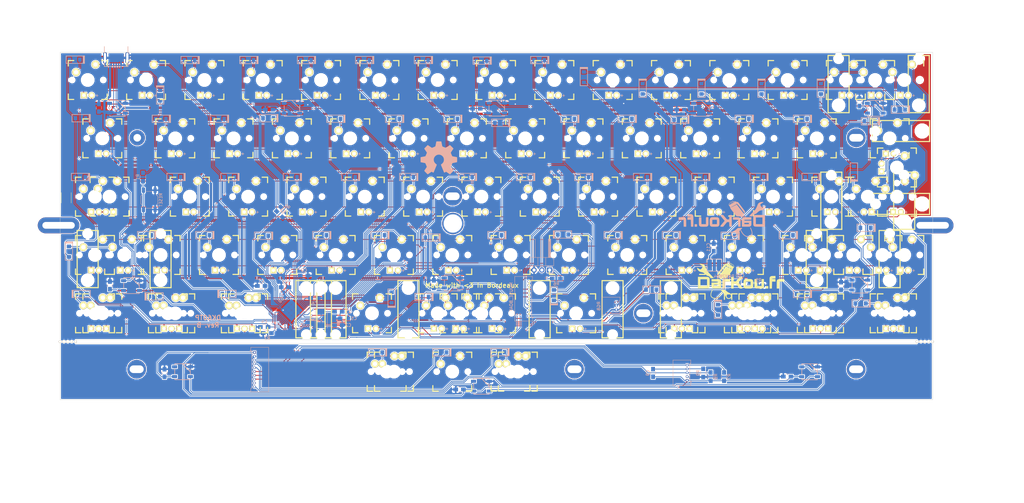
<source format=kicad_pcb>
(kicad_pcb (version 4) (host pcbnew 4.0.7+dfsg1-1)
  (title_block (title DK60TP) (date 2017-10-07) (rev B) (company DarKou))
  (layers (0 F.Cu signal) (31 B.Cu signal) (34 B.Paste user) (35 F.Paste user) (36 B.SilkS user) (37 F.SilkS user hide) (38 B.Mask user) (39 F.Mask user) (44 Edge.Cuts user))
  (net 0 "")
  (net 1 LED_CATH)
  (net 2 LED_AN)
  (net 3 XTAL1)
  (net 4 GND)
  (net 5 XTAL2)
  (net 6 VCC)
  (net 7 "Net-(C8-Pad1)")
  (net 8 "Net-(C9-Pad1)")
  (net 9 Col0)
  (net 10 "Net-(DK0-Pad1)")
  (net 11 "Net-(DK1-Pad1)")
  (net 12 "Net-(DK2-Pad1)")
  (net 13 "Net-(DK3-Pad1)")
  (net 14 "Net-(DK4-Pad1)")
  (net 15 Col6)
  (net 16 "Net-(DK6-Pad1)")
  (net 17 Col1)
  (net 18 "Net-(DK10-Pad1)")
  (net 19 "Net-(DK11-Pad1)")
  (net 20 "Net-(DK12-Pad1)")
  (net 21 "Net-(DK13-Pad1)")
  (net 22 "Net-(DK14-Pad1)")
  (net 23 Col2)
  (net 24 "Net-(DK20-Pad1)")
  (net 25 "Net-(DK21-Pad1)")
  (net 26 "Net-(DK22-Pad1)")
  (net 27 "Net-(DK23-Pad1)")
  (net 28 "Net-(DK24-Pad1)")
  (net 29 Col3)
  (net 30 "Net-(DK30-Pad1)")
  (net 31 "Net-(DK31-Pad1)")
  (net 32 "Net-(DK32-Pad1)")
  (net 33 "Net-(DK33-Pad1)")
  (net 34 /TRACKPOINT/Col3)
  (net 35 "Net-(DK34-Pad1)")
  (net 36 Col4)
  (net 37 "Net-(DK40-Pad1)")
  (net 38 "Net-(DK41-Pad1)")
  (net 39 "Net-(DK42-Pad1)")
  (net 40 "Net-(DK43-Pad1)")
  (net 41 /TRACKPOINT/Col4)
  (net 42 "Net-(DK44-Pad1)")
  (net 43 Col5)
  (net 44 "Net-(DK50-Pad1)")
  (net 45 "Net-(DK51-Pad1)")
  (net 46 "Net-(DK52-Pad1)")
  (net 47 "Net-(DK53-Pad1)")
  (net 48 "Net-(DK54-Pad1)")
  (net 49 "Net-(DK61-Pad1)")
  (net 50 "Net-(DK62-Pad1)")
  (net 51 "Net-(DK63-Pad1)")
  (net 52 "Net-(DK64-Pad1)")
  (net 53 Col7)
  (net 54 "Net-(DK70-Pad1)")
  (net 55 "Net-(DK71-Pad1)")
  (net 56 "Net-(DK72-Pad1)")
  (net 57 "Net-(DK73-Pad1)")
  (net 58 Col8)
  (net 59 "Net-(DK80-Pad1)")
  (net 60 "Net-(DK81-Pad1)")
  (net 61 "Net-(DK82-Pad1)")
  (net 62 "Net-(DK83-Pad1)")
  (net 63 Col9)
  (net 64 "Net-(DK90-Pad1)")
  (net 65 "Net-(DK91-Pad1)")
  (net 66 "Net-(DK92-Pad1)")
  (net 67 "Net-(DK93-Pad1)")
  (net 68 "Net-(DK94-Pad1)")
  (net 69 ColA)
  (net 70 "Net-(DKA0-Pad1)")
  (net 71 "Net-(DKA1-Pad1)")
  (net 72 "Net-(DKA2-Pad1)")
  (net 73 "Net-(DKA3-Pad1)")
  (net 74 "Net-(DKA4-Pad1)")
  (net 75 ColB)
  (net 76 "Net-(DKB0-Pad1)")
  (net 77 "Net-(DKB1-Pad1)")
  (net 78 "Net-(DKB2-Pad1)")
  (net 79 "Net-(DKB3-Pad1)")
  (net 80 "Net-(DKB4-Pad1)")
  (net 81 ColC)
  (net 82 "Net-(DKC1-Pad1)")
  (net 83 "Net-(DKC2-Pad1)")
  (net 84 "Net-(DKC3-Pad1)")
  (net 85 "Net-(DKC4-Pad1)")
  (net 86 ColD)
  (net 87 "Net-(DKD0-Pad1)")
  (net 88 "Net-(DKD1-Pad1)")
  (net 89 "Net-(DKD2-Pad1)")
  (net 90 "Net-(DKD3-Pad1)")
  (net 91 "Net-(DKD4-Pad1)")
  (net 92 "Net-(J1-Pad2)")
  (net 93 "Net-(J1-Pad3)")
  (net 94 DOUT)
  (net 95 Row0)
  (net 96 Row4)
  (net 97 Row1)
  (net 98 Row2)
  (net 99 Row3)
  (net 100 /TRACKPOINT/Row4)
  (net 101 "Net-(KC0-Pad1)")
  (net 102 "Net-(L1-Pad1)")
  (net 103 "Net-(J3-Pad2)")
  (net 104 D5)
  (net 105 D2)
  (net 106 /TRACKPOINT/D5)
  (net 107 /TRACKPOINT/D2)
  (net 108 /TRACKPOINT/RGB)
  (net 109 RESET)
  (net 110 "Net-(R2-Pad2)")
  (net 111 "Net-(R3-Pad1)")
  (net 112 CAPS_LED)
  (net 113 "Net-(J3-Pad1)")
  (net 114 RGB)
  (net 115 "Net-(RGB0-Pad2)")
  (net 116 "Net-(RGB1-Pad2)")
  (net 117 "Net-(RGB2-Pad2)")
  (net 118 "Net-(RGB3-Pad2)")
  (net 119 "Net-(RGB4-Pad2)")
  (net 120 "Net-(RGB5-Pad2)")
  (net 121 "Net-(RGB6-Pad2)")
  (net 122 "Net-(RGB8-Pad2)")
  (net 123 "Net-(RGB10-Pad4)")
  (net 124 BACKLIT)
  (net 125 "Net-(R4-Pad1)")
  (net 126 "Net-(DK74-Pad1)")
  (net 127 /TRACKPOINT/Col8)
  (net 128 "Net-(DK84-Pad1)")
  (module Connectors_Molex:Molex_PicoBlade_53048-0310_03x1.25mm_Angled (layer B.Cu) (at 245.61375 124.05625 90)
    (fp_text reference J2 hide)
    (fp_text value RGB (at 1.25 -5.75 90) (layer B.SilkS) (effects (justify mirror)))
    (pad 1 thru_hole rect (at 0 0 90) (size 0.85 0.85) (drill 0.5) (layers *.Cu *.Mask) (net 6 VCC))
    (pad 2 thru_hole circle (at 1.25 0 90) (size 0.85 0.85) (drill 0.5) (layers *.Cu *.Mask) (net 4 GND))
    (pad 3 thru_hole circle (at 2.5 0 90) (size 0.85 0.85) (drill 0.5) (layers *.Cu *.Mask) (net 94 DOUT))
  )
  (module Housings_DFN_QFN:QFN-44-1EP_7x7mm_Pitch0.5mm (layer B.Cu) (at 139.505 124.15625 225)
    (fp_text reference U0 (at 0 4.75 225) (layer B.SilkS) (effects (justify mirror)))
    (fp_text value ATMEGA32U4-MU)
    (pad 1 smd rect (at -3.4 2.5 225) (size 0.7 0.25) (layers B.Cu B.Paste B.Mask) (net 112 CAPS_LED))
    (pad 2 smd rect (at -3.4 2 225) (size 0.7 0.25) (layers B.Cu B.Paste B.Mask) (net 6 VCC))
    (pad 3 smd rect (at -3.4 1.5 225) (size 0.7 0.25) (layers B.Cu B.Paste B.Mask) (net 111 "Net-(R3-Pad1)"))
    (pad 4 smd rect (at -3.4 1 225) (size 0.7 0.25) (layers B.Cu B.Paste B.Mask) (net 125 "Net-(R4-Pad1)"))
    (pad 5 smd rect (at -3.4 0.5 225) (size 0.7 0.25) (layers B.Cu B.Paste B.Mask) (net 4 GND))
    (pad 6 smd rect (at -3.4 0 225) (size 0.7 0.25) (layers B.Cu B.Paste B.Mask) (net 7 "Net-(C8-Pad1)"))
    (pad 7 smd rect (at -3.4 -0.5 225) (size 0.7 0.25) (layers B.Cu B.Paste B.Mask) (net 6 VCC))
    (pad 8 smd rect (at -3.4 -1 225) (size 0.7 0.25) (layers B.Cu B.Paste B.Mask) (net 43 Col5))
    (pad 9 smd rect (at -3.4 -1.5 225) (size 0.7 0.25) (layers B.Cu B.Paste B.Mask) (net 99 Row3))
    (pad 10 smd rect (at -3.4 -2 225) (size 0.7 0.25) (layers B.Cu B.Paste B.Mask) (net 15 Col6))
    (pad 11 smd rect (at -3.4 -2.5 225) (size 0.7 0.25) (layers B.Cu B.Paste B.Mask) (net 53 Col7))
    (pad 12 smd rect (at -2.5 -3.4 135) (size 0.7 0.25) (layers B.Cu B.Paste B.Mask) (net 124 BACKLIT))
    (pad 13 smd rect (at -2 -3.4 135) (size 0.7 0.25) (layers B.Cu B.Paste B.Mask) (net 109 RESET))
    (pad 14 smd rect (at -1.5 -3.4 135) (size 0.7 0.25) (layers B.Cu B.Paste B.Mask) (net 6 VCC))
    (pad 15 smd rect (at -1 -3.4 135) (size 0.7 0.25) (layers B.Cu B.Paste B.Mask) (net 4 GND))
    (pad 16 smd rect (at -0.5 -3.4 135) (size 0.7 0.25) (layers B.Cu B.Paste B.Mask) (net 3 XTAL1))
    (pad 17 smd rect (at 0 -3.4 135) (size 0.7 0.25) (layers B.Cu B.Paste B.Mask) (net 5 XTAL2))
    (pad 18 smd rect (at 0.5 -3.4 135) (size 0.7 0.25) (layers B.Cu B.Paste B.Mask) (net 81 ColC))
    (pad 19 smd rect (at 1 -3.4 135) (size 0.7 0.25) (layers B.Cu B.Paste B.Mask) (net 75 ColB))
    (pad 20 smd rect (at 1.5 -3.4 135) (size 0.7 0.25) (layers B.Cu B.Paste B.Mask) (net 105 D2))
    (pad 21 smd rect (at 2 -3.4 135) (size 0.7 0.25) (layers B.Cu B.Paste B.Mask) (net 69 ColA))
    (pad 22 smd rect (at 2.5 -3.4 135) (size 0.7 0.25) (layers B.Cu B.Paste B.Mask) (net 104 D5))
    (pad 23 smd rect (at 3.4 -2.5 225) (size 0.7 0.25) (layers B.Cu B.Paste B.Mask) (net 4 GND))
    (pad 24 smd rect (at 3.4 -2 225) (size 0.7 0.25) (layers B.Cu B.Paste B.Mask) (net 6 VCC))
    (pad 25 smd rect (at 3.4 -1.5 225) (size 0.7 0.25) (layers B.Cu B.Paste B.Mask) (net 86 ColD))
    (pad 26 smd rect (at 3.4 -1 225) (size 0.7 0.25) (layers B.Cu B.Paste B.Mask) (net 96 Row4))
    (pad 27 smd rect (at 3.4 -0.5 225) (size 0.7 0.25) (layers B.Cu B.Paste B.Mask) (net 114 RGB))
    (pad 28 smd rect (at 3.4 0 225) (size 0.7 0.25) (layers B.Cu B.Paste B.Mask) (net 9 Col0))
    (pad 29 smd rect (at 3.4 0.5 225) (size 0.7 0.25) (layers B.Cu B.Paste B.Mask) (net 17 Col1))
    (pad 30 smd rect (at 3.4 1 225) (size 0.7 0.25) (layers B.Cu B.Paste B.Mask) (net 98 Row2))
    (pad 31 smd rect (at 3.4 1.5 225) (size 0.7 0.25) (layers B.Cu B.Paste B.Mask) (net 23 Col2))
    (pad 32 smd rect (at 3.4 2 225) (size 0.7 0.25) (layers B.Cu B.Paste B.Mask) (net 95 Row0))
    (pad 33 smd rect (at 3.4 2.5 225) (size 0.7 0.25) (layers B.Cu B.Paste B.Mask) (net 110 "Net-(R2-Pad2)"))
    (pad 34 smd rect (at 2.5 3.4 135) (size 0.7 0.25) (layers B.Cu B.Paste B.Mask) (net 6 VCC))
    (pad 35 smd rect (at 2 3.4 135) (size 0.7 0.25) (layers B.Cu B.Paste B.Mask) (net 4 GND))
    (pad 36 smd rect (at 1.5 3.4 135) (size 0.7 0.25) (layers B.Cu B.Paste B.Mask) (net 29 Col3))
    (pad 37 smd rect (at 1 3.4 135) (size 0.7 0.25) (layers B.Cu B.Paste B.Mask) (net 36 Col4))
    (pad 38 smd rect (at 0.5 3.4 135) (size 0.7 0.25) (layers B.Cu B.Paste B.Mask) (net 97 Row1))
    (pad 39 smd rect (at 0 3.4 135) (size 0.7 0.25) (layers B.Cu B.Paste B.Mask) (net 58 Col8))
    (pad 40 smd rect (at -0.5 3.4 135) (size 0.7 0.25) (layers B.Cu B.Paste B.Mask) (net 63 Col9))
    (pad 41 smd rect (at -1 3.4 135) (size 0.7 0.25) (layers B.Cu B.Paste B.Mask))
    (pad 42 smd rect (at -1.5 3.4 135) (size 0.7 0.25) (layers B.Cu B.Paste B.Mask))
    (pad 43 smd rect (at -2 3.4 135) (size 0.7 0.25) (layers B.Cu B.Paste B.Mask) (net 4 GND))
    (pad 44 smd rect (at -2.5 3.4 135) (size 0.7 0.25) (layers B.Cu B.Paste B.Mask) (net 6 VCC))
    (pad 45 smd rect (at 1.93125 -1.93125 225) (size 1.2875 1.2875) (layers B.Cu B.Paste B.Mask) (net 4 GND))
    (pad 45 smd rect (at 1.93125 -0.64375 225) (size 1.2875 1.2875) (layers B.Cu B.Paste B.Mask) (net 4 GND))
    (pad 45 smd rect (at 1.93125 0.64375 225) (size 1.2875 1.2875) (layers B.Cu B.Paste B.Mask) (net 4 GND))
    (pad 45 smd rect (at 1.93125 1.93125 225) (size 1.2875 1.2875) (layers B.Cu B.Paste B.Mask) (net 4 GND))
    (pad 45 smd rect (at 0.64375 -1.93125 225) (size 1.2875 1.2875) (layers B.Cu B.Paste B.Mask) (net 4 GND))
    (pad 45 smd rect (at 0.64375 -0.64375 225) (size 1.2875 1.2875) (layers B.Cu B.Paste B.Mask) (net 4 GND))
    (pad 45 smd rect (at 0.64375 0.64375 225) (size 1.2875 1.2875) (layers B.Cu B.Paste B.Mask) (net 4 GND))
    (pad 45 smd rect (at 0.64375 1.93125 225) (size 1.2875 1.2875) (layers B.Cu B.Paste B.Mask) (net 4 GND))
    (pad 45 smd rect (at -0.64375 -1.93125 225) (size 1.2875 1.2875) (layers B.Cu B.Paste B.Mask) (net 4 GND))
    (pad 45 smd rect (at -0.64375 -0.64375 225) (size 1.2875 1.2875) (layers B.Cu B.Paste B.Mask) (net 4 GND))
    (pad 45 smd rect (at -0.64375 0.64375 225) (size 1.2875 1.2875) (layers B.Cu B.Paste B.Mask) (net 4 GND))
    (pad 45 smd rect (at -0.64375 1.93125 225) (size 1.2875 1.2875) (layers B.Cu B.Paste B.Mask) (net 4 GND))
    (pad 45 smd rect (at -1.93125 -1.93125 225) (size 1.2875 1.2875) (layers B.Cu B.Paste B.Mask) (net 4 GND))
    (pad 45 smd rect (at -1.93125 -0.64375 225) (size 1.2875 1.2875) (layers B.Cu B.Paste B.Mask) (net 4 GND))
    (pad 45 smd rect (at -1.93125 0.64375 225) (size 1.2875 1.2875) (layers B.Cu B.Paste B.Mask) (net 4 GND))
    (pad 45 smd rect (at -1.93125 1.93125 225) (size 1.2875 1.2875) (layers B.Cu B.Paste B.Mask) (net 4 GND))
  )
  (module Footprint:MXST (layer F.Cu) (at 144.3675 125.18125 180)
    (fp_text reference 6.25U_0 hide)
    (fp_text value 6.25U hide)
    (pad "" np_thru_hole circle (at 0 -6.985 180) (size 3.048 3.048) (drill 3.048) (layers *.Cu *.Mask))
    (pad "" np_thru_hole circle (at 0 8.255 180) (size 3.9802 3.9802) (drill 3.9802) (layers *.Cu *.Mask))
  )
  (module Footprint:Mx_125 (layer F.Cu) (at 75.3375 125.18125)
    (fp_text reference K40 hide)
    (fp_text value K40 hide)
    (pad HOLE np_thru_hole circle (at 0 0) (size 3.9878 3.9878) (drill 3.9878) (layers *.Cu))
    (pad HOLE np_thru_hole circle (at -5.08 0) (size 1.7018 1.7018) (drill 1.7018) (layers *.Cu))
    (pad HOLE np_thru_hole circle (at 5.08 0) (size 1.7018 1.7018) (drill 1.7018) (layers *.Cu))
    (pad 1 thru_hole circle (at -3.81 -2.54 330.95) (size 2.5 2.5) (drill 1.5) (layers *.Cu *.Mask F.SilkS) (net 14 "Net-(DK4-Pad1)"))
    (pad 2 thru_hole circle (at 2.54 -5.08 356.1) (size 2.5 2.5) (drill 1.5) (layers *.Cu *.Mask F.SilkS) (net 96 Row4))
  )
  (module Footprint:LED_TH_BIVAR (layer F.Cu) (at 72.95625 53.98125)
    (fp_text reference BL0 hide)
    (fp_text value LED hide)
    (fp_text user + (at 3.048 0) (layer B.SilkS) (effects (justify mirror)))
    (pad 1 thru_hole rect (at -1.27 0) (size 1.9 1.9) (drill 1.1176) (layers *.Cu *.Mask F.SilkS) (net 1 LED_CATH))
    (pad 2 thru_hole circle (at 1.27 0) (size 1.9 1.9) (drill 1.1176) (layers *.Cu *.Mask F.SilkS) (net 2 LED_AN))
  )
  (module Footprint:LED_TH_BIVAR (layer F.Cu) (at 77.71875 73.03125)
    (fp_text reference BL10 hide)
    (fp_text value LED hide)
    (fp_text user + (at 3.048 0) (layer B.SilkS) (effects (justify mirror)))
    (pad 1 thru_hole rect (at -1.27 0) (size 1.9 1.9) (drill 1.1176) (layers *.Cu *.Mask F.SilkS) (net 1 LED_CATH))
    (pad 2 thru_hole circle (at 1.27 0) (size 1.9 1.9) (drill 1.1176) (layers *.Cu *.Mask F.SilkS) (net 2 LED_AN))
  )
  (module Footprint:LED_TH_BIVAR (layer F.Cu) (at 75.3375 92.08125)
    (fp_text reference BL20 hide)
    (fp_text value LED hide)
    (fp_text user + (at 3.048 0) (layer B.SilkS) (effects (justify mirror)))
    (pad 1 thru_hole rect (at -1.27 0) (size 1.9 1.9) (drill 1.1176) (layers *.Cu *.Mask F.SilkS) (net 1 LED_CATH))
    (pad 2 thru_hole circle (at 1.27 0) (size 1.9 1.9) (drill 1.1176) (layers *.Cu *.Mask F.SilkS) (net 2 LED_AN))
  )
  (module Footprint:LED_TH_BIVAR (layer F.Cu) (at 80.1 92.08125 180)
    (fp_text reference BL21 hide)
    (fp_text value LED hide)
    (fp_text user + (at 3.048 0 180) (layer B.SilkS) (effects (justify mirror)))
    (pad 1 thru_hole rect (at -1.27 0 180) (size 1.9 1.9) (drill 1.1176) (layers *.Cu *.Mask F.SilkS) (net 1 LED_CATH))
    (pad 2 thru_hole circle (at 1.27 0 180) (size 1.9 1.9) (drill 1.1176) (layers *.Cu *.Mask F.SilkS) (net 2 LED_AN))
  )
  (module Footprint:LED_TH_BIVAR (layer F.Cu) (at 75.3375 111.13125)
    (fp_text reference BL30 hide)
    (fp_text value LED hide)
    (fp_text user + (at 3.048 0) (layer B.SilkS) (effects (justify mirror)))
    (pad 1 thru_hole rect (at -1.27 0) (size 1.9 1.9) (drill 1.1176) (layers *.Cu *.Mask F.SilkS) (net 1 LED_CATH))
    (pad 2 thru_hole circle (at 1.27 0) (size 1.9 1.9) (drill 1.1176) (layers *.Cu *.Mask F.SilkS) (net 2 LED_AN))
  )
  (module Footprint:LED_TH_BIVAR (layer F.Cu) (at 96.76875 111.13125)
    (fp_text reference BL31 hide)
    (fp_text value LED hide)
    (fp_text user + (at 3.048 0) (layer B.SilkS) (effects (justify mirror)))
    (pad 1 thru_hole rect (at -1.27 0) (size 1.9 1.9) (drill 1.1176) (layers *.Cu *.Mask F.SilkS) (net 1 LED_CATH))
    (pad 2 thru_hole circle (at 1.27 0) (size 1.9 1.9) (drill 1.1176) (layers *.Cu *.Mask F.SilkS) (net 2 LED_AN))
  )
  (module Footprint:LED_TH_BIVAR (layer F.Cu) (at 75.3375 130.18125)
    (fp_text reference BL40 hide)
    (fp_text value LED hide)
    (fp_text user + (at 3.048 0) (layer B.SilkS) (effects (justify mirror)))
    (pad 1 thru_hole rect (at -1.27 0) (size 1.9 1.9) (drill 1.1176) (layers *.Cu *.Mask F.SilkS) (net 1 LED_CATH))
    (pad 2 thru_hole circle (at 1.27 0) (size 1.9 1.9) (drill 1.1176) (layers *.Cu *.Mask F.SilkS) (net 2 LED_AN))
  )
  (module Footprint:LED_TH_BIVAR (layer F.Cu) (at 77.71875 130.18125 180)
    (fp_text reference BL41 hide)
    (fp_text value LED hide)
    (fp_text user + (at 3.048 0 180) (layer B.SilkS) (effects (justify mirror)))
    (pad 1 thru_hole rect (at -1.27 0 180) (size 1.9 1.9) (drill 1.1176) (layers *.Cu *.Mask F.SilkS) (net 1 LED_CATH))
    (pad 2 thru_hole circle (at 1.27 0 180) (size 1.9 1.9) (drill 1.1176) (layers *.Cu *.Mask F.SilkS) (net 2 LED_AN))
  )
  (module Footprint:LED_TH_BIVAR (layer F.Cu) (at 92.00625 53.98125)
    (fp_text reference BL100 hide)
    (fp_text value LED hide)
    (fp_text user + (at 3.048 0) (layer B.SilkS) (effects (justify mirror)))
    (pad 1 thru_hole rect (at -1.27 0) (size 1.9 1.9) (drill 1.1176) (layers *.Cu *.Mask F.SilkS) (net 1 LED_CATH))
    (pad 2 thru_hole circle (at 1.27 0) (size 1.9 1.9) (drill 1.1176) (layers *.Cu *.Mask F.SilkS) (net 2 LED_AN))
  )
  (module Footprint:LED_TH_BIVAR (layer F.Cu) (at 101.53125 73.03125)
    (fp_text reference BL110 hide)
    (fp_text value LED hide)
    (fp_text user + (at 3.048 0) (layer B.SilkS) (effects (justify mirror)))
    (pad 1 thru_hole rect (at -1.27 0) (size 1.9 1.9) (drill 1.1176) (layers *.Cu *.Mask F.SilkS) (net 1 LED_CATH))
    (pad 2 thru_hole circle (at 1.27 0) (size 1.9 1.9) (drill 1.1176) (layers *.Cu *.Mask F.SilkS) (net 2 LED_AN))
  )
  (module Footprint:LED_TH_BIVAR (layer F.Cu) (at 106.29375 92.08125)
    (fp_text reference BL120 hide)
    (fp_text value LED hide)
    (fp_text user + (at 3.048 0) (layer B.SilkS) (effects (justify mirror)))
    (pad 1 thru_hole rect (at -1.27 0) (size 1.9 1.9) (drill 1.1176) (layers *.Cu *.Mask F.SilkS) (net 1 LED_CATH))
    (pad 2 thru_hole circle (at 1.27 0) (size 1.9 1.9) (drill 1.1176) (layers *.Cu *.Mask F.SilkS) (net 2 LED_AN))
  )
  (module Footprint:LED_TH_BIVAR (layer F.Cu) (at 84.8625 111.13125)
    (fp_text reference BL130 hide)
    (fp_text value LED hide)
    (fp_text user + (at 3.048 0) (layer B.SilkS) (effects (justify mirror)))
    (pad 1 thru_hole rect (at -1.27 0) (size 1.9 1.9) (drill 1.1176) (layers *.Cu *.Mask F.SilkS) (net 1 LED_CATH))
    (pad 2 thru_hole circle (at 1.27 0) (size 1.9 1.9) (drill 1.1176) (layers *.Cu *.Mask F.SilkS) (net 2 LED_AN))
  )
  (module Footprint:LED_TH_BIVAR (layer F.Cu) (at 99.15 130.18125)
    (fp_text reference BL140 hide)
    (fp_text value LED hide)
    (fp_text user + (at 3.048 0) (layer B.SilkS) (effects (justify mirror)))
    (pad 1 thru_hole rect (at -1.27 0) (size 1.9 1.9) (drill 1.1176) (layers *.Cu *.Mask F.SilkS) (net 1 LED_CATH))
    (pad 2 thru_hole circle (at 1.27 0) (size 1.9 1.9) (drill 1.1176) (layers *.Cu *.Mask F.SilkS) (net 2 LED_AN))
  )
  (module Footprint:LED_TH_BIVAR (layer F.Cu) (at 101.53125 130.18125 180)
    (fp_text reference BL141 hide)
    (fp_text value LED hide)
    (fp_text user + (at 3.048 0 180) (layer B.SilkS) (effects (justify mirror)))
    (pad 1 thru_hole rect (at -1.27 0 180) (size 1.9 1.9) (drill 1.1176) (layers *.Cu *.Mask F.SilkS) (net 1 LED_CATH))
    (pad 2 thru_hole circle (at 1.27 0 180) (size 1.9 1.9) (drill 1.1176) (layers *.Cu *.Mask F.SilkS) (net 2 LED_AN))
  )
  (module Footprint:LED_TH_BIVAR (layer F.Cu) (at 111.05625 53.98125)
    (fp_text reference BL200 hide)
    (fp_text value LED hide)
    (fp_text user + (at 3.048 0) (layer B.SilkS) (effects (justify mirror)))
    (pad 1 thru_hole rect (at -1.27 0) (size 1.9 1.9) (drill 1.1176) (layers *.Cu *.Mask F.SilkS) (net 1 LED_CATH))
    (pad 2 thru_hole circle (at 1.27 0) (size 1.9 1.9) (drill 1.1176) (layers *.Cu *.Mask F.SilkS) (net 2 LED_AN))
  )
  (module Footprint:LED_TH_BIVAR (layer F.Cu) (at 120.58125 73.03125)
    (fp_text reference BL210 hide)
    (fp_text value LED hide)
    (fp_text user + (at 3.048 0) (layer B.SilkS) (effects (justify mirror)))
    (pad 1 thru_hole rect (at -1.27 0) (size 1.9 1.9) (drill 1.1176) (layers *.Cu *.Mask F.SilkS) (net 1 LED_CATH))
    (pad 2 thru_hole circle (at 1.27 0) (size 1.9 1.9) (drill 1.1176) (layers *.Cu *.Mask F.SilkS) (net 2 LED_AN))
  )
  (module Footprint:LED_TH_BIVAR (layer F.Cu) (at 125.34375 92.08125)
    (fp_text reference BL220 hide)
    (fp_text value LED hide)
    (fp_text user + (at 3.048 0) (layer B.SilkS) (effects (justify mirror)))
    (pad 1 thru_hole rect (at -1.27 0) (size 1.9 1.9) (drill 1.1176) (layers *.Cu *.Mask F.SilkS) (net 1 LED_CATH))
    (pad 2 thru_hole circle (at 1.27 0) (size 1.9 1.9) (drill 1.1176) (layers *.Cu *.Mask F.SilkS) (net 2 LED_AN))
  )
  (module Footprint:LED_TH_BIVAR (layer F.Cu) (at 115.81875 111.13125)
    (fp_text reference BL230 hide)
    (fp_text value LED hide)
    (fp_text user + (at 3.048 0) (layer B.SilkS) (effects (justify mirror)))
    (pad 1 thru_hole rect (at -1.27 0) (size 1.9 1.9) (drill 1.1176) (layers *.Cu *.Mask F.SilkS) (net 1 LED_CATH))
    (pad 2 thru_hole circle (at 1.27 0) (size 1.9 1.9) (drill 1.1176) (layers *.Cu *.Mask F.SilkS) (net 2 LED_AN))
  )
  (module Footprint:LED_TH_BIVAR (layer F.Cu) (at 122.9625 130.18125)
    (fp_text reference BL240 hide)
    (fp_text value LED hide)
    (fp_text user + (at 3.048 0) (layer B.SilkS) (effects (justify mirror)))
    (pad 1 thru_hole rect (at -1.27 0) (size 1.9 1.9) (drill 1.1176) (layers *.Cu *.Mask F.SilkS) (net 1 LED_CATH))
    (pad 2 thru_hole circle (at 1.27 0) (size 1.9 1.9) (drill 1.1176) (layers *.Cu *.Mask F.SilkS) (net 2 LED_AN))
  )
  (module Footprint:LED_TH_BIVAR (layer F.Cu) (at 125.34375 130.18125 180)
    (fp_text reference BL241 hide)
    (fp_text value LED hide)
    (fp_text user + (at 3.048 0 180) (layer B.SilkS) (effects (justify mirror)))
    (pad 1 thru_hole rect (at -1.27 0 180) (size 1.9 1.9) (drill 1.1176) (layers *.Cu *.Mask F.SilkS) (net 1 LED_CATH))
    (pad 2 thru_hole circle (at 1.27 0 180) (size 1.9 1.9) (drill 1.1176) (layers *.Cu *.Mask F.SilkS) (net 2 LED_AN))
  )
  (module Footprint:LED_TH_BIVAR (layer F.Cu) (at 130.10625 53.98125)
    (fp_text reference BL300 hide)
    (fp_text value LED hide)
    (fp_text user + (at 3.048 0) (layer B.SilkS) (effects (justify mirror)))
    (pad 1 thru_hole rect (at -1.27 0) (size 1.9 1.9) (drill 1.1176) (layers *.Cu *.Mask F.SilkS) (net 1 LED_CATH))
    (pad 2 thru_hole circle (at 1.27 0) (size 1.9 1.9) (drill 1.1176) (layers *.Cu *.Mask F.SilkS) (net 2 LED_AN))
  )
  (module Footprint:LED_TH_BIVAR (layer F.Cu) (at 139.63125 73.03125)
    (fp_text reference BL310 hide)
    (fp_text value LED hide)
    (fp_text user + (at 3.048 0) (layer B.SilkS) (effects (justify mirror)))
    (pad 1 thru_hole rect (at -1.27 0) (size 1.9 1.9) (drill 1.1176) (layers *.Cu *.Mask F.SilkS) (net 1 LED_CATH))
    (pad 2 thru_hole circle (at 1.27 0) (size 1.9 1.9) (drill 1.1176) (layers *.Cu *.Mask F.SilkS) (net 2 LED_AN))
  )
  (module Footprint:LED_TH_BIVAR (layer F.Cu) (at 144.39375 92.08125)
    (fp_text reference BL320 hide)
    (fp_text value LED hide)
    (fp_text user + (at 3.048 0) (layer B.SilkS) (effects (justify mirror)))
    (pad 1 thru_hole rect (at -1.27 0) (size 1.9 1.9) (drill 1.1176) (layers *.Cu *.Mask F.SilkS) (net 1 LED_CATH))
    (pad 2 thru_hole circle (at 1.27 0) (size 1.9 1.9) (drill 1.1176) (layers *.Cu *.Mask F.SilkS) (net 2 LED_AN))
  )
  (module Footprint:LED_TH_BIVAR (layer F.Cu) (at 134.86875 111.13125)
    (fp_text reference BL330 hide)
    (fp_text value LED hide)
    (fp_text user + (at 3.048 0) (layer B.SilkS) (effects (justify mirror)))
    (pad 1 thru_hole rect (at -1.27 0) (size 1.9 1.9) (drill 1.1176) (layers *.Cu *.Mask F.SilkS) (net 1 LED_CATH))
    (pad 2 thru_hole circle (at 1.27 0) (size 1.9 1.9) (drill 1.1176) (layers *.Cu *.Mask F.SilkS) (net 2 LED_AN))
  )
  (module Footprint:LED_TH_BIVAR (layer F.Cu) (at 149.15625 53.98125)
    (fp_text reference BL400 hide)
    (fp_text value LED hide)
    (fp_text user + (at 3.048 0) (layer B.SilkS) (effects (justify mirror)))
    (pad 1 thru_hole rect (at -1.27 0) (size 1.9 1.9) (drill 1.1176) (layers *.Cu *.Mask F.SilkS) (net 1 LED_CATH))
    (pad 2 thru_hole circle (at 1.27 0) (size 1.9 1.9) (drill 1.1176) (layers *.Cu *.Mask F.SilkS) (net 2 LED_AN))
  )
  (module Footprint:LED_TH_BIVAR (layer F.Cu) (at 158.68125 73.03125)
    (fp_text reference BL410 hide)
    (fp_text value LED hide)
    (fp_text user + (at 3.048 0) (layer B.SilkS) (effects (justify mirror)))
    (pad 1 thru_hole rect (at -1.27 0) (size 1.9 1.9) (drill 1.1176) (layers *.Cu *.Mask F.SilkS) (net 1 LED_CATH))
    (pad 2 thru_hole circle (at 1.27 0) (size 1.9 1.9) (drill 1.1176) (layers *.Cu *.Mask F.SilkS) (net 2 LED_AN))
  )
  (module Footprint:LED_TH_BIVAR (layer F.Cu) (at 163.44375 92.08125)
    (fp_text reference BL420 hide)
    (fp_text value LED hide)
    (fp_text user + (at 3.048 0) (layer B.SilkS) (effects (justify mirror)))
    (pad 1 thru_hole rect (at -1.27 0) (size 1.9 1.9) (drill 1.1176) (layers *.Cu *.Mask F.SilkS) (net 1 LED_CATH))
    (pad 2 thru_hole circle (at 1.27 0) (size 1.9 1.9) (drill 1.1176) (layers *.Cu *.Mask F.SilkS) (net 2 LED_AN))
  )
  (module Footprint:LED_TH_BIVAR (layer F.Cu) (at 153.91875 111.13125)
    (fp_text reference BL430 hide)
    (fp_text value LED hide)
    (fp_text user + (at 3.048 0) (layer B.SilkS) (effects (justify mirror)))
    (pad 1 thru_hole rect (at -1.27 0) (size 1.9 1.9) (drill 1.1176) (layers *.Cu *.Mask F.SilkS) (net 1 LED_CATH))
    (pad 2 thru_hole circle (at 1.27 0) (size 1.9 1.9) (drill 1.1176) (layers *.Cu *.Mask F.SilkS) (net 2 LED_AN))
  )
  (module Footprint:LED_TH_BIVAR (layer F.Cu) (at 168.20625 53.98125)
    (fp_text reference BL500 hide)
    (fp_text value LED hide)
    (fp_text user + (at 3.048 0) (layer B.SilkS) (effects (justify mirror)))
    (pad 1 thru_hole rect (at -1.27 0) (size 1.9 1.9) (drill 1.1176) (layers *.Cu *.Mask F.SilkS) (net 1 LED_CATH))
    (pad 2 thru_hole circle (at 1.27 0) (size 1.9 1.9) (drill 1.1176) (layers *.Cu *.Mask F.SilkS) (net 2 LED_AN))
  )
  (module Footprint:LED_TH_BIVAR (layer F.Cu) (at 177.73125 73.03125)
    (fp_text reference BL510 hide)
    (fp_text value LED hide)
    (fp_text user + (at 3.048 0) (layer B.SilkS) (effects (justify mirror)))
    (pad 1 thru_hole rect (at -1.27 0) (size 1.9 1.9) (drill 1.1176) (layers *.Cu *.Mask F.SilkS) (net 1 LED_CATH))
    (pad 2 thru_hole circle (at 1.27 0) (size 1.9 1.9) (drill 1.1176) (layers *.Cu *.Mask F.SilkS) (net 2 LED_AN))
  )
  (module Footprint:LED_TH_BIVAR (layer F.Cu) (at 182.49375 92.08125)
    (fp_text reference BL520 hide)
    (fp_text value LED hide)
    (fp_text user + (at 3.048 0) (layer B.SilkS) (effects (justify mirror)))
    (pad 1 thru_hole rect (at -1.27 0) (size 1.9 1.9) (drill 1.1176) (layers *.Cu *.Mask F.SilkS) (net 1 LED_CATH))
    (pad 2 thru_hole circle (at 1.27 0) (size 1.9 1.9) (drill 1.1176) (layers *.Cu *.Mask F.SilkS) (net 2 LED_AN))
  )
  (module Footprint:LED_TH_BIVAR (layer F.Cu) (at 172.96875 111.13125)
    (fp_text reference BL530 hide)
    (fp_text value LED hide)
    (fp_text user + (at 3.048 0) (layer B.SilkS) (effects (justify mirror)))
    (pad 1 thru_hole rect (at -1.27 0) (size 1.9 1.9) (drill 1.1176) (layers *.Cu *.Mask F.SilkS) (net 1 LED_CATH))
    (pad 2 thru_hole circle (at 1.27 0) (size 1.9 1.9) (drill 1.1176) (layers *.Cu *.Mask F.SilkS) (net 2 LED_AN))
  )
  (module Footprint:LED_TH_BIVAR (layer F.Cu) (at 187.25625 53.98125)
    (fp_text reference BL600 hide)
    (fp_text value LED hide)
    (fp_text user + (at 3.048 0) (layer B.SilkS) (effects (justify mirror)))
    (pad 1 thru_hole rect (at -1.27 0) (size 1.9 1.9) (drill 1.1176) (layers *.Cu *.Mask F.SilkS) (net 1 LED_CATH))
    (pad 2 thru_hole circle (at 1.27 0) (size 1.9 1.9) (drill 1.1176) (layers *.Cu *.Mask F.SilkS) (net 2 LED_AN))
  )
  (module Footprint:LED_TH_BIVAR (layer F.Cu) (at 196.78125 73.03125)
    (fp_text reference BL610 hide)
    (fp_text value LED hide)
    (fp_text user + (at 3.048 0) (layer B.SilkS) (effects (justify mirror)))
    (pad 1 thru_hole rect (at -1.27 0) (size 1.9 1.9) (drill 1.1176) (layers *.Cu *.Mask F.SilkS) (net 1 LED_CATH))
    (pad 2 thru_hole circle (at 1.27 0) (size 1.9 1.9) (drill 1.1176) (layers *.Cu *.Mask F.SilkS) (net 2 LED_AN))
  )
  (module Footprint:LED_TH_BIVAR (layer F.Cu) (at 201.54375 92.08125)
    (fp_text reference BL620 hide)
    (fp_text value LED hide)
    (fp_text user + (at 3.048 0) (layer B.SilkS) (effects (justify mirror)))
    (pad 1 thru_hole rect (at -1.27 0) (size 1.9 1.9) (drill 1.1176) (layers *.Cu *.Mask F.SilkS) (net 1 LED_CATH))
    (pad 2 thru_hole circle (at 1.27 0) (size 1.9 1.9) (drill 1.1176) (layers *.Cu *.Mask F.SilkS) (net 2 LED_AN))
  )
  (module Footprint:LED_TH_BIVAR (layer F.Cu) (at 192.01875 111.13125)
    (fp_text reference BL630 hide)
    (fp_text value LED hide)
    (fp_text user + (at 3.048 0) (layer B.SilkS) (effects (justify mirror)))
    (pad 1 thru_hole rect (at -1.27 0) (size 1.9 1.9) (drill 1.1176) (layers *.Cu *.Mask F.SilkS) (net 1 LED_CATH))
    (pad 2 thru_hole circle (at 1.27 0) (size 1.9 1.9) (drill 1.1176) (layers *.Cu *.Mask F.SilkS) (net 2 LED_AN))
  )
  (module Footprint:LED_TH_BIVAR (layer F.Cu) (at 206.30625 130.18125)
    (fp_text reference BL640 hide)
    (fp_text value LED hide)
    (fp_text user + (at 3.048 0) (layer B.SilkS) (effects (justify mirror)))
    (pad 1 thru_hole rect (at -1.27 0) (size 1.9 1.9) (drill 1.1176) (layers *.Cu *.Mask F.SilkS) (net 1 LED_CATH))
    (pad 2 thru_hole circle (at 1.27 0) (size 1.9 1.9) (drill 1.1176) (layers *.Cu *.Mask F.SilkS) (net 2 LED_AN))
  )
  (module Footprint:LED_TH_BIVAR (layer F.Cu) (at 194.4 130.18125)
    (fp_text reference BL641 hide)
    (fp_text value LED hide)
    (fp_text user + (at 3.048 0) (layer B.SilkS) (effects (justify mirror)))
    (pad 1 thru_hole rect (at -1.27 0) (size 1.9 1.9) (drill 1.1176) (layers *.Cu *.Mask F.SilkS) (net 1 LED_CATH))
    (pad 2 thru_hole circle (at 1.27 0) (size 1.9 1.9) (drill 1.1176) (layers *.Cu *.Mask F.SilkS) (net 2 LED_AN))
  )
  (module Footprint:LED_TH_BIVAR (layer F.Cu) (at 187.25625 130.18125)
    (fp_text reference BL642 hide)
    (fp_text value LED hide)
    (fp_text user + (at 3.048 0) (layer B.SilkS) (effects (justify mirror)))
    (pad 1 thru_hole rect (at -1.27 0) (size 1.9 1.9) (drill 1.1176) (layers *.Cu *.Mask F.SilkS) (net 1 LED_CATH))
    (pad 2 thru_hole circle (at 1.27 0) (size 1.9 1.9) (drill 1.1176) (layers *.Cu *.Mask F.SilkS) (net 2 LED_AN))
  )
  (module Footprint:LED_TH_BIVAR (layer F.Cu) (at 206.30625 53.98125)
    (fp_text reference BL700 hide)
    (fp_text value LED hide)
    (fp_text user + (at 3.048 0) (layer B.SilkS) (effects (justify mirror)))
    (pad 1 thru_hole rect (at -1.27 0) (size 1.9 1.9) (drill 1.1176) (layers *.Cu *.Mask F.SilkS) (net 1 LED_CATH))
    (pad 2 thru_hole circle (at 1.27 0) (size 1.9 1.9) (drill 1.1176) (layers *.Cu *.Mask F.SilkS) (net 2 LED_AN))
  )
  (module Footprint:LED_TH_BIVAR (layer F.Cu) (at 215.83125 73.03125)
    (fp_text reference BL710 hide)
    (fp_text value LED hide)
    (fp_text user + (at 3.048 0) (layer B.SilkS) (effects (justify mirror)))
    (pad 1 thru_hole rect (at -1.27 0) (size 1.9 1.9) (drill 1.1176) (layers *.Cu *.Mask F.SilkS) (net 1 LED_CATH))
    (pad 2 thru_hole circle (at 1.27 0) (size 1.9 1.9) (drill 1.1176) (layers *.Cu *.Mask F.SilkS) (net 2 LED_AN))
  )
  (module Footprint:LED_TH_BIVAR (layer F.Cu) (at 220.59375 92.08125)
    (fp_text reference BL720 hide)
    (fp_text value LED hide)
    (fp_text user + (at 3.048 0) (layer B.SilkS) (effects (justify mirror)))
    (pad 1 thru_hole rect (at -1.27 0) (size 1.9 1.9) (drill 1.1176) (layers *.Cu *.Mask F.SilkS) (net 1 LED_CATH))
    (pad 2 thru_hole circle (at 1.27 0) (size 1.9 1.9) (drill 1.1176) (layers *.Cu *.Mask F.SilkS) (net 2 LED_AN))
  )
  (module Footprint:LED_TH_BIVAR (layer F.Cu) (at 211.06875 111.13125)
    (fp_text reference BL750 hide)
    (fp_text value LED hide)
    (fp_text user + (at 3.048 0) (layer B.SilkS) (effects (justify mirror)))
    (pad 1 thru_hole rect (at -1.27 0) (size 1.9 1.9) (drill 1.1176) (layers *.Cu *.Mask F.SilkS) (net 1 LED_CATH))
    (pad 2 thru_hole circle (at 1.27 0) (size 1.9 1.9) (drill 1.1176) (layers *.Cu *.Mask F.SilkS) (net 2 LED_AN))
  )
  (module Footprint:LED_TH_BIVAR (layer F.Cu) (at 225.35625 53.98125)
    (fp_text reference BL800 hide)
    (fp_text value LED hide)
    (fp_text user + (at 3.048 0) (layer B.SilkS) (effects (justify mirror)))
    (pad 1 thru_hole rect (at -1.27 0) (size 1.9 1.9) (drill 1.1176) (layers *.Cu *.Mask F.SilkS) (net 1 LED_CATH))
    (pad 2 thru_hole circle (at 1.27 0) (size 1.9 1.9) (drill 1.1176) (layers *.Cu *.Mask F.SilkS) (net 2 LED_AN))
  )
  (module Footprint:LED_TH_BIVAR (layer F.Cu) (at 234.88125 73.03125)
    (fp_text reference BL810 hide)
    (fp_text value LED hide)
    (fp_text user + (at 3.048 0) (layer B.SilkS) (effects (justify mirror)))
    (pad 1 thru_hole rect (at -1.27 0) (size 1.9 1.9) (drill 1.1176) (layers *.Cu *.Mask F.SilkS) (net 1 LED_CATH))
    (pad 2 thru_hole circle (at 1.27 0) (size 1.9 1.9) (drill 1.1176) (layers *.Cu *.Mask F.SilkS) (net 2 LED_AN))
  )
  (module Footprint:LED_TH_BIVAR (layer F.Cu) (at 239.64375 92.08125)
    (fp_text reference BL820 hide)
    (fp_text value LED hide)
    (fp_text user + (at 3.048 0) (layer B.SilkS) (effects (justify mirror)))
    (pad 1 thru_hole rect (at -1.27 0) (size 1.9 1.9) (drill 1.1176) (layers *.Cu *.Mask F.SilkS) (net 1 LED_CATH))
    (pad 2 thru_hole circle (at 1.27 0) (size 1.9 1.9) (drill 1.1176) (layers *.Cu *.Mask F.SilkS) (net 2 LED_AN))
  )
  (module Footprint:LED_TH_BIVAR (layer F.Cu) (at 230.11875 111.13125)
    (fp_text reference BL830 hide)
    (fp_text value LED hide)
    (fp_text user + (at 3.048 0) (layer B.SilkS) (effects (justify mirror)))
    (pad 1 thru_hole rect (at -1.27 0) (size 1.9 1.9) (drill 1.1176) (layers *.Cu *.Mask F.SilkS) (net 1 LED_CATH))
    (pad 2 thru_hole circle (at 1.27 0) (size 1.9 1.9) (drill 1.1176) (layers *.Cu *.Mask F.SilkS) (net 2 LED_AN))
  )
  (module Footprint:LED_TH_BIVAR (layer F.Cu) (at 244.40625 53.98125)
    (fp_text reference BL900 hide)
    (fp_text value LED hide)
    (fp_text user + (at 3.048 0) (layer B.SilkS) (effects (justify mirror)))
    (pad 1 thru_hole rect (at -1.27 0) (size 1.9 1.9) (drill 1.1176) (layers *.Cu *.Mask F.SilkS) (net 1 LED_CATH))
    (pad 2 thru_hole circle (at 1.27 0) (size 1.9 1.9) (drill 1.1176) (layers *.Cu *.Mask F.SilkS) (net 2 LED_AN))
  )
  (module Footprint:LED_TH_BIVAR (layer F.Cu) (at 253.93125 73.03125)
    (fp_text reference BL910 hide)
    (fp_text value LED hide)
    (fp_text user + (at 3.048 0) (layer B.SilkS) (effects (justify mirror)))
    (pad 1 thru_hole rect (at -1.27 0) (size 1.9 1.9) (drill 1.1176) (layers *.Cu *.Mask F.SilkS) (net 1 LED_CATH))
    (pad 2 thru_hole circle (at 1.27 0) (size 1.9 1.9) (drill 1.1176) (layers *.Cu *.Mask F.SilkS) (net 2 LED_AN))
  )
  (module Footprint:LED_TH_BIVAR (layer F.Cu) (at 258.69375 92.08125)
    (fp_text reference BL920 hide)
    (fp_text value LED hide)
    (fp_text user + (at 3.048 0) (layer B.SilkS) (effects (justify mirror)))
    (pad 1 thru_hole rect (at -1.27 0) (size 1.9 1.9) (drill 1.1176) (layers *.Cu *.Mask F.SilkS) (net 1 LED_CATH))
    (pad 2 thru_hole circle (at 1.27 0) (size 1.9 1.9) (drill 1.1176) (layers *.Cu *.Mask F.SilkS) (net 2 LED_AN))
  )
  (module Footprint:LED_TH_BIVAR (layer F.Cu) (at 249.16875 111.13125)
    (fp_text reference BL930 hide)
    (fp_text value LED hide)
    (fp_text user + (at 3.048 0) (layer B.SilkS) (effects (justify mirror)))
    (pad 1 thru_hole rect (at -1.27 0) (size 1.9 1.9) (drill 1.1176) (layers *.Cu *.Mask F.SilkS) (net 1 LED_CATH))
    (pad 2 thru_hole circle (at 1.27 0) (size 1.9 1.9) (drill 1.1176) (layers *.Cu *.Mask F.SilkS) (net 2 LED_AN))
  )
  (module Footprint:LED_TH_BIVAR (layer F.Cu) (at 339.65625 53.98125)
    (fp_text reference BL940 hide)
    (fp_text value LED hide)
    (fp_text user + (at 3.048 0) (layer B.SilkS) (effects (justify mirror)))
    (pad 1 thru_hole rect (at -1.27 0) (size 1.9 1.9) (drill 1.1176) (layers *.Cu *.Mask F.SilkS) (net 1 LED_CATH))
    (pad 2 thru_hole circle (at 1.27 0) (size 1.9 1.9) (drill 1.1176) (layers *.Cu *.Mask F.SilkS) (net 2 LED_AN))
  )
  (module Footprint:LED_TH_BIVAR (layer F.Cu) (at 263.45625 53.98125)
    (fp_text reference BLA0 hide)
    (fp_text value LED hide)
    (fp_text user + (at 3.048 0) (layer B.SilkS) (effects (justify mirror)))
    (pad 1 thru_hole rect (at -1.27 0) (size 1.9 1.9) (drill 1.1176) (layers *.Cu *.Mask F.SilkS) (net 1 LED_CATH))
    (pad 2 thru_hole circle (at 1.27 0) (size 1.9 1.9) (drill 1.1176) (layers *.Cu *.Mask F.SilkS) (net 2 LED_AN))
  )
  (module Footprint:LED_TH_BIVAR (layer F.Cu) (at 272.98125 73.03125)
    (fp_text reference BLA10 hide)
    (fp_text value LED hide)
    (fp_text user + (at 3.048 0) (layer B.SilkS) (effects (justify mirror)))
    (pad 1 thru_hole rect (at -1.27 0) (size 1.9 1.9) (drill 1.1176) (layers *.Cu *.Mask F.SilkS) (net 1 LED_CATH))
    (pad 2 thru_hole circle (at 1.27 0) (size 1.9 1.9) (drill 1.1176) (layers *.Cu *.Mask F.SilkS) (net 2 LED_AN))
  )
  (module Footprint:LED_TH_BIVAR (layer F.Cu) (at 277.74375 92.08125)
    (fp_text reference BLA20 hide)
    (fp_text value LED hide)
    (fp_text user + (at 3.048 0) (layer B.SilkS) (effects (justify mirror)))
    (pad 1 thru_hole rect (at -1.27 0) (size 1.9 1.9) (drill 1.1176) (layers *.Cu *.Mask F.SilkS) (net 1 LED_CATH))
    (pad 2 thru_hole circle (at 1.27 0) (size 1.9 1.9) (drill 1.1176) (layers *.Cu *.Mask F.SilkS) (net 2 LED_AN))
  )
  (module Footprint:LED_TH_BIVAR (layer F.Cu) (at 268.21875 111.13125)
    (fp_text reference BLA30 hide)
    (fp_text value LED hide)
    (fp_text user + (at 3.048 0) (layer B.SilkS) (effects (justify mirror)))
    (pad 1 thru_hole rect (at -1.27 0) (size 1.9 1.9) (drill 1.1176) (layers *.Cu *.Mask F.SilkS) (net 1 LED_CATH))
    (pad 2 thru_hole circle (at 1.27 0) (size 1.9 1.9) (drill 1.1176) (layers *.Cu *.Mask F.SilkS) (net 2 LED_AN))
  )
  (module Footprint:LED_TH_BIVAR (layer F.Cu) (at 265.8375 130.18125)
    (fp_text reference BLA40 hide)
    (fp_text value LED hide)
    (fp_text user + (at 3.048 0) (layer B.SilkS) (effects (justify mirror)))
    (pad 1 thru_hole rect (at -1.27 0) (size 1.9 1.9) (drill 1.1176) (layers *.Cu *.Mask F.SilkS) (net 1 LED_CATH))
    (pad 2 thru_hole circle (at 1.27 0) (size 1.9 1.9) (drill 1.1176) (layers *.Cu *.Mask F.SilkS) (net 2 LED_AN))
  )
  (module Footprint:LED_TH_BIVAR (layer F.Cu) (at 268.21875 130.18125 180)
    (fp_text reference BLA41 hide)
    (fp_text value LED hide)
    (fp_text user + (at 3.048 0 180) (layer B.SilkS) (effects (justify mirror)))
    (pad 1 thru_hole rect (at -1.27 0 180) (size 1.9 1.9) (drill 1.1176) (layers *.Cu *.Mask F.SilkS) (net 1 LED_CATH))
    (pad 2 thru_hole circle (at 1.27 0 180) (size 1.9 1.9) (drill 1.1176) (layers *.Cu *.Mask F.SilkS) (net 2 LED_AN))
  )
  (module Footprint:LED_TH_BIVAR (layer F.Cu) (at 282.50625 53.98125)
    (fp_text reference BLB0 hide)
    (fp_text value LED hide)
    (fp_text user + (at 3.048 0) (layer B.SilkS) (effects (justify mirror)))
    (pad 1 thru_hole rect (at -1.27 0) (size 1.9 1.9) (drill 1.1176) (layers *.Cu *.Mask F.SilkS) (net 1 LED_CATH))
    (pad 2 thru_hole circle (at 1.27 0) (size 1.9 1.9) (drill 1.1176) (layers *.Cu *.Mask F.SilkS) (net 2 LED_AN))
  )
  (module Footprint:LED_TH_BIVAR (layer F.Cu) (at 292.03125 73.03125)
    (fp_text reference BLB10 hide)
    (fp_text value LED hide)
    (fp_text user + (at 3.048 0) (layer B.SilkS) (effects (justify mirror)))
    (pad 1 thru_hole rect (at -1.27 0) (size 1.9 1.9) (drill 1.1176) (layers *.Cu *.Mask F.SilkS) (net 1 LED_CATH))
    (pad 2 thru_hole circle (at 1.27 0) (size 1.9 1.9) (drill 1.1176) (layers *.Cu *.Mask F.SilkS) (net 2 LED_AN))
  )
  (module Footprint:LED_TH_BIVAR (layer F.Cu) (at 296.79375 92.08125)
    (fp_text reference BLB20 hide)
    (fp_text value LED hide)
    (fp_text user + (at 3.048 0) (layer B.SilkS) (effects (justify mirror)))
    (pad 1 thru_hole rect (at -1.27 0) (size 1.9 1.9) (drill 1.1176) (layers *.Cu *.Mask F.SilkS) (net 1 LED_CATH))
    (pad 2 thru_hole circle (at 1.27 0) (size 1.9 1.9) (drill 1.1176) (layers *.Cu *.Mask F.SilkS) (net 2 LED_AN))
  )
  (module Footprint:LED_TH_BIVAR (layer F.Cu) (at 287.26875 111.13125)
    (fp_text reference BLB30 hide)
    (fp_text value LED hide)
    (fp_text user + (at 3.048 0) (layer B.SilkS) (effects (justify mirror)))
    (pad 1 thru_hole rect (at -1.27 0) (size 1.9 1.9) (drill 1.1176) (layers *.Cu *.Mask F.SilkS) (net 1 LED_CATH))
    (pad 2 thru_hole circle (at 1.27 0) (size 1.9 1.9) (drill 1.1176) (layers *.Cu *.Mask F.SilkS) (net 2 LED_AN))
  )
  (module Footprint:LED_TH_BIVAR (layer F.Cu) (at 287.26875 130.18125)
    (fp_text reference BLB40 hide)
    (fp_text value LED hide)
    (fp_text user + (at 3.048 0) (layer B.SilkS) (effects (justify mirror)))
    (pad 1 thru_hole rect (at -1.27 0) (size 1.9 1.9) (drill 1.1176) (layers *.Cu *.Mask F.SilkS) (net 1 LED_CATH))
    (pad 2 thru_hole circle (at 1.27 0) (size 1.9 1.9) (drill 1.1176) (layers *.Cu *.Mask F.SilkS) (net 2 LED_AN))
  )
  (module Footprint:LED_TH_BIVAR (layer F.Cu) (at 289.65 130.18125 180)
    (fp_text reference BLB41 hide)
    (fp_text value LED hide)
    (fp_text user + (at 3.048 0 180) (layer B.SilkS) (effects (justify mirror)))
    (pad 1 thru_hole rect (at -1.27 0 180) (size 1.9 1.9) (drill 1.1176) (layers *.Cu *.Mask F.SilkS) (net 1 LED_CATH))
    (pad 2 thru_hole circle (at 1.27 0 180) (size 1.9 1.9) (drill 1.1176) (layers *.Cu *.Mask F.SilkS) (net 2 LED_AN))
  )
  (module Footprint:LED_TH_BIVAR (layer F.Cu) (at 292.03125 130.18125)
    (fp_text reference BLB42 hide)
    (fp_text value LED hide)
    (fp_text user + (at 3.048 0) (layer B.SilkS) (effects (justify mirror)))
    (pad 1 thru_hole rect (at -1.27 0) (size 1.9 1.9) (drill 1.1176) (layers *.Cu *.Mask F.SilkS) (net 1 LED_CATH))
    (pad 2 thru_hole circle (at 1.27 0) (size 1.9 1.9) (drill 1.1176) (layers *.Cu *.Mask F.SilkS) (net 2 LED_AN))
  )
  (module Footprint:LED_TH_BIVAR (layer F.Cu) (at 301.55625 53.98125)
    (fp_text reference BLC0 hide)
    (fp_text value LED hide)
    (fp_text user + (at 3.048 0) (layer B.SilkS) (effects (justify mirror)))
    (pad 1 thru_hole rect (at -1.27 0) (size 1.9 1.9) (drill 1.1176) (layers *.Cu *.Mask F.SilkS) (net 1 LED_CATH))
    (pad 2 thru_hole circle (at 1.27 0) (size 1.9 1.9) (drill 1.1176) (layers *.Cu *.Mask F.SilkS) (net 2 LED_AN))
  )
  (module Footprint:LED_TH_BIVAR (layer F.Cu) (at 311.08125 73.03125)
    (fp_text reference BLC10 hide)
    (fp_text value LED hide)
    (fp_text user + (at 3.048 0) (layer B.SilkS) (effects (justify mirror)))
    (pad 1 thru_hole rect (at -1.27 0) (size 1.9 1.9) (drill 1.1176) (layers *.Cu *.Mask F.SilkS) (net 1 LED_CATH))
    (pad 2 thru_hole circle (at 1.27 0) (size 1.9 1.9) (drill 1.1176) (layers *.Cu *.Mask F.SilkS) (net 2 LED_AN))
  )
  (module Footprint:LED_TH_BIVAR (layer F.Cu) (at 315.84375 92.08125)
    (fp_text reference BLC20 hide)
    (fp_text value LED hide)
    (fp_text user + (at 3.048 0) (layer B.SilkS) (effects (justify mirror)))
    (pad 1 thru_hole rect (at -1.27 0) (size 1.9 1.9) (drill 1.1176) (layers *.Cu *.Mask F.SilkS) (net 1 LED_CATH))
    (pad 2 thru_hole circle (at 1.27 0) (size 1.9 1.9) (drill 1.1176) (layers *.Cu *.Mask F.SilkS) (net 2 LED_AN))
  )
  (module Footprint:LED_TH_BIVAR (layer F.Cu) (at 306.31875 111.13125)
    (fp_text reference BLC30 hide)
    (fp_text value LED hide)
    (fp_text user + (at 3.048 0) (layer B.SilkS) (effects (justify mirror)))
    (pad 1 thru_hole rect (at -1.27 0) (size 1.9 1.9) (drill 1.1176) (layers *.Cu *.Mask F.SilkS) (net 1 LED_CATH))
    (pad 2 thru_hole circle (at 1.27 0) (size 1.9 1.9) (drill 1.1176) (layers *.Cu *.Mask F.SilkS) (net 2 LED_AN))
  )
  (module Footprint:LED_TH_BIVAR (layer F.Cu) (at 313.4625 111.13125)
    (fp_text reference BLC31 hide)
    (fp_text value LED hide)
    (fp_text user + (at 3.048 0) (layer B.SilkS) (effects (justify mirror)))
    (pad 1 thru_hole rect (at -1.27 0) (size 1.9 1.9) (drill 1.1176) (layers *.Cu *.Mask F.SilkS) (net 1 LED_CATH))
    (pad 2 thru_hole circle (at 1.27 0) (size 1.9 1.9) (drill 1.1176) (layers *.Cu *.Mask F.SilkS) (net 2 LED_AN))
  )
  (module Footprint:LED_TH_BIVAR (layer F.Cu) (at 322.9875 111.13125)
    (fp_text reference BLC32 hide)
    (fp_text value LED hide)
    (fp_text user + (at 3.048 0) (layer B.SilkS) (effects (justify mirror)))
    (pad 1 thru_hole rect (at -1.27 0) (size 1.9 1.9) (drill 1.1176) (layers *.Cu *.Mask F.SilkS) (net 1 LED_CATH))
    (pad 2 thru_hole circle (at 1.27 0) (size 1.9 1.9) (drill 1.1176) (layers *.Cu *.Mask F.SilkS) (net 2 LED_AN))
  )
  (module Footprint:LED_TH_BIVAR (layer F.Cu) (at 311.08125 130.18125)
    (fp_text reference BLC40 hide)
    (fp_text value LED hide)
    (fp_text user + (at 3.048 0) (layer B.SilkS) (effects (justify mirror)))
    (pad 1 thru_hole rect (at -1.27 0) (size 1.9 1.9) (drill 1.1176) (layers *.Cu *.Mask F.SilkS) (net 1 LED_CATH))
    (pad 2 thru_hole circle (at 1.27 0) (size 1.9 1.9) (drill 1.1176) (layers *.Cu *.Mask F.SilkS) (net 2 LED_AN))
  )
  (module Footprint:LED_TH_BIVAR (layer F.Cu) (at 313.4625 130.18125 180)
    (fp_text reference BLC41 hide)
    (fp_text value LED hide)
    (fp_text user + (at 3.048 0 180) (layer B.SilkS) (effects (justify mirror)))
    (pad 1 thru_hole rect (at -1.27 0 180) (size 1.9 1.9) (drill 1.1176) (layers *.Cu *.Mask F.SilkS) (net 1 LED_CATH))
    (pad 2 thru_hole circle (at 1.27 0 180) (size 1.9 1.9) (drill 1.1176) (layers *.Cu *.Mask F.SilkS) (net 2 LED_AN))
  )
  (module Footprint:LED_TH_BIVAR (layer F.Cu) (at 320.60625 53.98125)
    (fp_text reference BLD0 hide)
    (fp_text value LED hide)
    (fp_text user + (at 3.048 0) (layer B.SilkS) (effects (justify mirror)))
    (pad 1 thru_hole rect (at -1.27 0) (size 1.9 1.9) (drill 1.1176) (layers *.Cu *.Mask F.SilkS) (net 1 LED_CATH))
    (pad 2 thru_hole circle (at 1.27 0) (size 1.9 1.9) (drill 1.1176) (layers *.Cu *.Mask F.SilkS) (net 2 LED_AN))
  )
  (module Footprint:LED_TH_BIVAR (layer F.Cu) (at 330.13125 53.98125)
    (fp_text reference BLD1 hide)
    (fp_text value LED hide)
    (fp_text user + (at 3.048 0) (layer B.SilkS) (effects (justify mirror)))
    (pad 1 thru_hole rect (at -1.27 0) (size 1.9 1.9) (drill 1.1176) (layers *.Cu *.Mask F.SilkS) (net 1 LED_CATH))
    (pad 2 thru_hole circle (at 1.27 0) (size 1.9 1.9) (drill 1.1176) (layers *.Cu *.Mask F.SilkS) (net 2 LED_AN))
  )
  (module Footprint:LED_TH_BIVAR (layer F.Cu) (at 334.89375 73.03125)
    (fp_text reference BLD10 hide)
    (fp_text value LED hide)
    (fp_text user + (at 3.048 0) (layer B.SilkS) (effects (justify mirror)))
    (pad 1 thru_hole rect (at -1.27 0) (size 1.9 1.9) (drill 1.1176) (layers *.Cu *.Mask F.SilkS) (net 1 LED_CATH))
    (pad 2 thru_hole circle (at 1.27 0) (size 1.9 1.9) (drill 1.1176) (layers *.Cu *.Mask F.SilkS) (net 2 LED_AN))
  )
  (module Footprint:LED_TH_BIVAR (layer F.Cu) (at 327.75 92.08125 180)
    (fp_text reference BLD20 hide)
    (fp_text value LED hide)
    (fp_text user + (at 3.048 0 180) (layer B.SilkS) (effects (justify mirror)))
    (pad 1 thru_hole rect (at -1.27 0 180) (size 1.9 1.9) (drill 1.1176) (layers *.Cu *.Mask F.SilkS) (net 1 LED_CATH))
    (pad 2 thru_hole circle (at 1.27 0 180) (size 1.9 1.9) (drill 1.1176) (layers *.Cu *.Mask F.SilkS) (net 2 LED_AN))
  )
  (module Footprint:LED_TH_BIVAR (layer F.Cu) (at 337.275 92.08125)
    (fp_text reference BLD21 hide)
    (fp_text value LED hide)
    (fp_text user + (at 3.048 0) (layer B.SilkS) (effects (justify mirror)))
    (pad 1 thru_hole rect (at -1.27 0) (size 1.9 1.9) (drill 1.1176) (layers *.Cu *.Mask F.SilkS) (net 1 LED_CATH))
    (pad 2 thru_hole circle (at 1.27 0) (size 1.9 1.9) (drill 1.1176) (layers *.Cu *.Mask F.SilkS) (net 2 LED_AN))
  )
  (module Footprint:LED_TH_BIVAR (layer F.Cu) (at 332.24875 77.55625 90)
    (fp_text reference BLD22 hide)
    (fp_text value LED hide)
    (fp_text user + (at 3.048 0 90) (layer B.SilkS) (effects (justify mirror)))
    (pad 1 thru_hole rect (at -1.27 0 90) (size 1.9 1.9) (drill 1.1176) (layers *.Cu *.Mask F.SilkS) (net 1 LED_CATH))
    (pad 2 thru_hole circle (at 1.27 0 90) (size 1.9 1.9) (drill 1.1176) (layers *.Cu *.Mask F.SilkS) (net 2 LED_AN))
  )
  (module Footprint:LED_TH_BIVAR (layer F.Cu) (at 332.5125 111.13125)
    (fp_text reference BLD30 hide)
    (fp_text value LED hide)
    (fp_text user + (at 3.048 0) (layer B.SilkS) (effects (justify mirror)))
    (pad 1 thru_hole rect (at -1.27 0) (size 1.9 1.9) (drill 1.1176) (layers *.Cu *.Mask F.SilkS) (net 1 LED_CATH))
    (pad 2 thru_hole circle (at 1.27 0) (size 1.9 1.9) (drill 1.1176) (layers *.Cu *.Mask F.SilkS) (net 2 LED_AN))
  )
  (module Footprint:LED_TH_BIVAR (layer F.Cu) (at 339.65625 111.13125)
    (fp_text reference BLD31 hide)
    (fp_text value LED hide)
    (fp_text user + (at 3.048 0) (layer B.SilkS) (effects (justify mirror)))
    (pad 1 thru_hole rect (at -1.27 0) (size 1.9 1.9) (drill 1.1176) (layers *.Cu *.Mask F.SilkS) (net 1 LED_CATH))
    (pad 2 thru_hole circle (at 1.27 0) (size 1.9 1.9) (drill 1.1176) (layers *.Cu *.Mask F.SilkS) (net 2 LED_AN))
  )
  (module Footprint:LED_TH_BIVAR (layer F.Cu) (at 334.89375 130.18125)
    (fp_text reference BLD40 hide)
    (fp_text value LED hide)
    (fp_text user + (at 3.048 0) (layer B.SilkS) (effects (justify mirror)))
    (pad 1 thru_hole rect (at -1.27 0) (size 1.9 1.9) (drill 1.1176) (layers *.Cu *.Mask F.SilkS) (net 1 LED_CATH))
    (pad 2 thru_hole circle (at 1.27 0) (size 1.9 1.9) (drill 1.1176) (layers *.Cu *.Mask F.SilkS) (net 2 LED_AN))
  )
  (module Footprint:LED_TH_BIVAR (layer F.Cu) (at 337.275 130.18125 180)
    (fp_text reference BLD41 hide)
    (fp_text value LED hide)
    (fp_text user + (at 3.048 0 180) (layer B.SilkS) (effects (justify mirror)))
    (pad 1 thru_hole rect (at -1.27 0 180) (size 1.9 1.9) (drill 1.1176) (layers *.Cu *.Mask F.SilkS) (net 1 LED_CATH))
    (pad 2 thru_hole circle (at 1.27 0 180) (size 1.9 1.9) (drill 1.1176) (layers *.Cu *.Mask F.SilkS) (net 2 LED_AN))
  )
  (module Capacitors_SMD:C_0805_HandSoldering (layer B.Cu) (at 154.81375 124.65625)
    (fp_text reference C1 (at 3.25 0) (layer B.SilkS) (effects (justify mirror)))
    (fp_text value 22p)
    (pad 1 smd rect (at -1.25 0) (size 1.5 1.25) (layers B.Cu B.Paste B.Mask) (net 3 XTAL1))
    (pad 2 smd rect (at 1.25 0) (size 1.5 1.25) (layers B.Cu B.Paste B.Mask) (net 4 GND))
  )
  (module Capacitors_SMD:C_0805_HandSoldering (layer B.Cu) (at 154.81375 129.05625)
    (fp_text reference C2 (at 3.25 0) (layer B.SilkS) (effects (justify mirror)))
    (fp_text value 22p)
    (pad 1 smd rect (at -1.25 0) (size 1.5 1.25) (layers B.Cu B.Paste B.Mask) (net 5 XTAL2))
    (pad 2 smd rect (at 1.25 0) (size 1.5 1.25) (layers B.Cu B.Paste B.Mask) (net 4 GND))
  )
  (module Capacitors_SMD:C_0805_HandSoldering (layer B.Cu) (at 137.41375 116.65625 180)
    (fp_text reference C3 (at 0 1.75 180) (layer B.SilkS) (effects (justify mirror)))
    (fp_text value 0.1u)
    (pad 1 smd rect (at -1.25 0 180) (size 1.5 1.25) (layers B.Cu B.Paste B.Mask) (net 6 VCC))
    (pad 2 smd rect (at 1.25 0 180) (size 1.5 1.25) (layers B.Cu B.Paste B.Mask) (net 4 GND))
  )
  (module Capacitors_SMD:C_0805_HandSoldering (layer B.Cu) (at 130.605 129.65625 180)
    (fp_text reference C4 (at 0 1.75 180) (layer B.SilkS) (effects (justify mirror)))
    (fp_text value 0.1u)
    (pad 1 smd rect (at -1.25 0 180) (size 1.5 1.25) (layers B.Cu B.Paste B.Mask) (net 6 VCC))
    (pad 2 smd rect (at 1.25 0 180) (size 1.5 1.25) (layers B.Cu B.Paste B.Mask) (net 4 GND))
  )
  (module Capacitors_SMD:C_0805_HandSoldering (layer B.Cu) (at 156.61375 126.85625 180)
    (fp_text reference C5 (at -3.25 0 180) (layer B.SilkS) (effects (justify mirror)))
    (fp_text value 0.1u)
    (pad 1 smd rect (at -1.25 0 180) (size 1.5 1.25) (layers B.Cu B.Paste B.Mask) (net 6 VCC))
    (pad 2 smd rect (at 1.25 0 180) (size 1.5 1.25) (layers B.Cu B.Paste B.Mask) (net 4 GND))
  )
  (module Capacitors_SMD:C_0805_HandSoldering (layer B.Cu) (at 147.01375 120.25625)
    (fp_text reference C6 (at 0 1.75) (layer B.SilkS) (effects (justify mirror)))
    (fp_text value 0.1u)
    (pad 1 smd rect (at -1.25 0) (size 1.5 1.25) (layers B.Cu B.Paste B.Mask) (net 6 VCC))
    (pad 2 smd rect (at 1.25 0) (size 1.5 1.25) (layers B.Cu B.Paste B.Mask) (net 4 GND))
  )
  (module Capacitors_SMD:C_0805_HandSoldering (layer B.Cu) (at 129.61375 116.25625 180)
    (fp_text reference C7 (at 0 1.75 180) (layer B.SilkS) (effects (justify mirror)))
    (fp_text value 4.7u)
    (pad 1 smd rect (at -1.25 0 180) (size 1.5 1.25) (layers B.Cu B.Paste B.Mask) (net 6 VCC))
    (pad 2 smd rect (at 1.25 0 180) (size 1.5 1.25) (layers B.Cu B.Paste B.Mask) (net 4 GND))
  )
  (module Capacitors_SMD:C_0805_HandSoldering (layer B.Cu) (at 143.61375 112.85625)
    (fp_text reference C8 (at 0 -1.75) (layer B.SilkS) (effects (justify mirror)))
    (fp_text value 1u)
    (pad 1 smd rect (at -1.25 0) (size 1.5 1.25) (layers B.Cu B.Paste B.Mask) (net 7 "Net-(C8-Pad1)"))
    (pad 2 smd rect (at 1.25 0) (size 1.5 1.25) (layers B.Cu B.Paste B.Mask) (net 4 GND))
  )
  (module Capacitors_SMD:C_0805_HandSoldering (layer B.Cu) (at 257.605 144.65625 270)
    (fp_text reference C9 (at 0 1.75 270) (layer B.SilkS) (effects (justify mirror)))
    (fp_text value 2.2u)
    (pad 1 smd rect (at -1.25 0 270) (size 1.5 1.25) (layers B.Cu B.Paste B.Mask) (net 8 "Net-(C9-Pad1)"))
    (pad 2 smd rect (at 1.25 0 270) (size 1.5 1.25) (layers B.Cu B.Paste B.Mask) (net 6 VCC))
  )
  (module Capacitors_SMD:C_0805_HandSoldering (layer B.Cu) (at 286.01375 114.65625 180)
    (fp_text reference C10 (at 0 1.75 180) (layer B.SilkS) (effects (justify mirror)))
    (fp_text value 10uF)
    (pad 1 smd rect (at -1.25 0 180) (size 1.5 1.25) (layers B.Cu B.Paste B.Mask) (net 4 GND))
    (pad 2 smd rect (at 1.25 0 180) (size 1.5 1.25) (layers B.Cu B.Paste B.Mask) (net 6 VCC))
  )
  (module Capacitors_SMD:C_0805_HandSoldering (layer B.Cu) (at 277.41375 103.65625 270)
    (fp_text reference C11 (at 0 1.75 270) (layer B.SilkS) (effects (justify mirror)))
    (fp_text value 10uF)
    (pad 1 smd rect (at -1.25 0 270) (size 1.5 1.25) (layers B.Cu B.Paste B.Mask) (net 4 GND))
    (pad 2 smd rect (at 1.25 0 270) (size 1.5 1.25) (layers B.Cu B.Paste B.Mask) (net 2 LED_AN))
  )
  (module Capacitors_SMD:C_0805_HandSoldering (layer B.Cu) (at 186.005 115.65625 90)
    (fp_text reference CRGB0 hide)
    (fp_text value 0.1u hide)
    (pad 1 smd rect (at -1.25 0 90) (size 1.5 1.25) (layers B.Cu B.Paste B.Mask) (net 6 VCC))
    (pad 2 smd rect (at 1.25 0 90) (size 1.5 1.25) (layers B.Cu B.Paste B.Mask) (net 4 GND))
  )
  (module Capacitors_SMD:C_0805_HandSoldering (layer B.Cu) (at 80.205 116.05625 90)
    (fp_text reference CRGB1 hide)
    (fp_text value 0.1u hide)
    (pad 1 smd rect (at -1.25 0 90) (size 1.5 1.25) (layers B.Cu B.Paste B.Mask) (net 6 VCC))
    (pad 2 smd rect (at 1.25 0 90) (size 1.5 1.25) (layers B.Cu B.Paste B.Mask) (net 4 GND))
  )
  (module Capacitors_SMD:C_0805_HandSoldering (layer B.Cu) (at 76.605 58.05625 90)
    (fp_text reference CRGB2 hide)
    (fp_text value 0.1u hide)
    (pad 1 smd rect (at -1.25 0 90) (size 1.5 1.25) (layers B.Cu B.Paste B.Mask) (net 6 VCC))
    (pad 2 smd rect (at 1.25 0 90) (size 1.5 1.25) (layers B.Cu B.Paste B.Mask) (net 4 GND))
  )
  (module Capacitors_SMD:C_0805_HandSoldering (layer B.Cu) (at 132.205 58.65625 180)
    (fp_text reference CRGB3 hide)
    (fp_text value 0.1u hide)
    (pad 1 smd rect (at -1.25 0 180) (size 1.5 1.25) (layers B.Cu B.Paste B.Mask) (net 6 VCC))
    (pad 2 smd rect (at 1.25 0 180) (size 1.5 1.25) (layers B.Cu B.Paste B.Mask) (net 4 GND))
  )
  (module Capacitors_SMD:C_0805_HandSoldering (layer B.Cu) (at 199.905 58.35625 180)
    (fp_text reference CRGB4 hide)
    (fp_text value 0.1u hide)
    (pad 1 smd rect (at -1.25 0 180) (size 1.5 1.25) (layers B.Cu B.Paste B.Mask) (net 6 VCC))
    (pad 2 smd rect (at 1.25 0 180) (size 1.5 1.25) (layers B.Cu B.Paste B.Mask) (net 4 GND))
  )
  (module Capacitors_SMD:C_0805_HandSoldering (layer B.Cu) (at 266.605 58.65625 180)
    (fp_text reference CRGB5 hide)
    (fp_text value 0.1u hide)
    (pad 1 smd rect (at -1.25 0 180) (size 1.5 1.25) (layers B.Cu B.Paste B.Mask) (net 6 VCC))
    (pad 2 smd rect (at 1.25 0 180) (size 1.5 1.25) (layers B.Cu B.Paste B.Mask) (net 4 GND))
  )
  (module Capacitors_SMD:C_0805_HandSoldering (layer B.Cu) (at 325.005 56.25625 90)
    (fp_text reference CRGB6 hide)
    (fp_text value 0.1u hide)
    (pad 1 smd rect (at -1.25 0 90) (size 1.5 1.25) (layers B.Cu B.Paste B.Mask) (net 6 VCC))
    (pad 2 smd rect (at 1.25 0 90) (size 1.5 1.25) (layers B.Cu B.Paste B.Mask) (net 4 GND))
  )
  (module Capacitors_SMD:C_0805_HandSoldering (layer B.Cu) (at 319.005 116.25625 90)
    (fp_text reference CRGB7 hide)
    (fp_text value 0.1u hide)
    (pad 1 smd rect (at -1.25 0 90) (size 1.5 1.25) (layers B.Cu B.Paste B.Mask) (net 6 VCC))
    (pad 2 smd rect (at 1.25 0 90) (size 1.5 1.25) (layers B.Cu B.Paste B.Mask) (net 4 GND))
  )
  (module Capacitors_SMD:C_0805_HandSoldering (layer B.Cu) (at 301.405 145.85625 180)
    (fp_text reference CRGB8 hide)
    (fp_text value 0.1u hide)
    (pad 1 smd rect (at -1.25 0 180) (size 1.5 1.25) (layers B.Cu B.Paste B.Mask) (net 6 VCC))
    (pad 2 smd rect (at 1.25 0 180) (size 1.5 1.25) (layers B.Cu B.Paste B.Mask) (net 4 GND))
  )
  (module Capacitors_SMD:C_0805_HandSoldering (layer B.Cu) (at 194.405 150.05625 180)
    (fp_text reference CRGB9 hide)
    (fp_text value 0.1u hide)
    (pad 1 smd rect (at -1.25 0 180) (size 1.5 1.25) (layers B.Cu B.Paste B.Mask) (net 6 VCC))
    (pad 2 smd rect (at 1.25 0 180) (size 1.5 1.25) (layers B.Cu B.Paste B.Mask) (net 4 GND))
  )
  (module Capacitors_SMD:C_0805_HandSoldering (layer B.Cu) (at 98.03 144.68125 90)
    (fp_text reference CRGB10 hide)
    (fp_text value 0.1u hide)
    (pad 1 smd rect (at -1.25 0 90) (size 1.5 1.25) (layers B.Cu B.Paste B.Mask) (net 6 VCC))
    (pad 2 smd rect (at 1.25 0 90) (size 1.5 1.25) (layers B.Cu B.Paste B.Mask) (net 4 GND))
  )
  (module Footprint:D_SOD123 (layer B.Cu) (at 68.69375 42.3375 180)
    (fp_text reference DK0 hide)
    (fp_text value D00 hide)
    (pad 2 smd rect (at 1.7 0 180) (size 1.2 1.4) (layers B.Cu B.Paste B.Mask) (net 9 Col0))
    (pad 1 smd rect (at -1.7 0 180) (size 1.2 1.4) (layers B.Cu B.Paste B.Mask) (net 10 "Net-(DK0-Pad1)"))
  )
  (module Footprint:D_SOD123 (layer B.Cu) (at 70.61375 61.45625 180)
    (fp_text reference DK1 hide)
    (fp_text value D10 hide)
    (pad 2 smd rect (at 1.7 0 180) (size 1.2 1.4) (layers B.Cu B.Paste B.Mask) (net 9 Col0))
    (pad 1 smd rect (at -1.7 0 180) (size 1.2 1.4) (layers B.Cu B.Paste B.Mask) (net 11 "Net-(DK1-Pad1)"))
  )
  (module Footprint:D_SOD123 (layer B.Cu) (at 70.405 80.65625 180)
    (fp_text reference DK2 hide)
    (fp_text value D20 hide)
    (pad 2 smd rect (at 1.7 0 180) (size 1.2 1.4) (layers B.Cu B.Paste B.Mask) (net 9 Col0))
    (pad 1 smd rect (at -1.7 0 180) (size 1.2 1.4) (layers B.Cu B.Paste B.Mask) (net 12 "Net-(DK2-Pad1)"))
  )
  (module Footprint:D_SOD123 (layer B.Cu) (at 66.805 105.05625 270)
    (fp_text reference DK3 hide)
    (fp_text value D30 hide)
    (pad 2 smd rect (at 1.7 0 270) (size 1.2 1.4) (layers B.Cu B.Paste B.Mask) (net 9 Col0))
    (pad 1 smd rect (at -1.7 0 270) (size 1.2 1.4) (layers B.Cu B.Paste B.Mask) (net 13 "Net-(DK3-Pad1)"))
  )
  (module Footprint:D_SOD123 (layer B.Cu) (at 71.005 118.85625)
    (fp_text reference DK4 hide)
    (fp_text value D40 hide)
    (pad 2 smd rect (at 1.7 0) (size 1.2 1.4) (layers B.Cu B.Paste B.Mask) (net 9 Col0))
    (pad 1 smd rect (at -1.7 0) (size 1.2 1.4) (layers B.Cu B.Paste B.Mask) (net 14 "Net-(DK4-Pad1)"))
  )
  (module Footprint:D_SOD123 (layer B.Cu) (at 182.405 42.45625 180)
    (fp_text reference DK6 hide)
    (fp_text value D60 hide)
    (pad 2 smd rect (at 1.7 0 180) (size 1.2 1.4) (layers B.Cu B.Paste B.Mask) (net 15 Col6))
    (pad 1 smd rect (at -1.7 0 180) (size 1.2 1.4) (layers B.Cu B.Paste B.Mask) (net 16 "Net-(DK6-Pad1)"))
  )
  (module Footprint:D_SOD123 (layer B.Cu) (at 96.61375 54.05625 270)
    (fp_text reference DK10 hide)
    (fp_text value D01 hide)
    (pad 2 smd rect (at 1.7 0 270) (size 1.2 1.4) (layers B.Cu B.Paste B.Mask) (net 17 Col1))
    (pad 1 smd rect (at -1.7 0 270) (size 1.2 1.4) (layers B.Cu B.Paste B.Mask) (net 18 "Net-(DK10-Pad1)"))
  )
  (module Footprint:D_SOD123 (layer B.Cu) (at 96.805 61.65625 180)
    (fp_text reference DK11 hide)
    (fp_text value D11 hide)
    (pad 2 smd rect (at 1.7 0 180) (size 1.2 1.4) (layers B.Cu B.Paste B.Mask) (net 17 Col1))
    (pad 1 smd rect (at -1.7 0 180) (size 1.2 1.4) (layers B.Cu B.Paste B.Mask) (net 19 "Net-(DK11-Pad1)"))
  )
  (module Footprint:D_SOD123 (layer B.Cu) (at 101.605 80.65625 180)
    (fp_text reference DK12 hide)
    (fp_text value D21 hide)
    (pad 2 smd rect (at 1.7 0 180) (size 1.2 1.4) (layers B.Cu B.Paste B.Mask) (net 17 Col1))
    (pad 1 smd rect (at -1.7 0 180) (size 1.2 1.4) (layers B.Cu B.Paste B.Mask) (net 20 "Net-(DK12-Pad1)"))
  )
  (module Footprint:D_SOD123 (layer B.Cu) (at 92.005 99.65625 180)
    (fp_text reference DK13 hide)
    (fp_text value D31 hide)
    (pad 2 smd rect (at 1.7 0 180) (size 1.2 1.4) (layers B.Cu B.Paste B.Mask) (net 17 Col1))
    (pad 1 smd rect (at -1.7 0 180) (size 1.2 1.4) (layers B.Cu B.Paste B.Mask) (net 21 "Net-(DK13-Pad1)"))
  )
  (module Footprint:D_SOD123 (layer B.Cu) (at 94.81375 119.65625)
    (fp_text reference DK14 hide)
    (fp_text value D41 hide)
    (pad 2 smd rect (at 1.7 0) (size 1.2 1.4) (layers B.Cu B.Paste B.Mask) (net 17 Col1))
    (pad 1 smd rect (at -1.7 0) (size 1.2 1.4) (layers B.Cu B.Paste B.Mask) (net 22 "Net-(DK14-Pad1)"))
  )
  (module Footprint:D_SOD123 (layer B.Cu) (at 106.205 42.45625 180)
    (fp_text reference DK20 hide)
    (fp_text value D02 hide)
    (pad 2 smd rect (at 1.7 0 180) (size 1.2 1.4) (layers B.Cu B.Paste B.Mask) (net 23 Col2))
    (pad 1 smd rect (at -1.7 0 180) (size 1.2 1.4) (layers B.Cu B.Paste B.Mask) (net 24 "Net-(DK20-Pad1)"))
  )
  (module Footprint:D_SOD123 (layer B.Cu) (at 115.805 61.65625 180)
    (fp_text reference DK21 hide)
    (fp_text value D12 hide)
    (pad 2 smd rect (at 1.7 0 180) (size 1.2 1.4) (layers B.Cu B.Paste B.Mask) (net 23 Col2))
    (pad 1 smd rect (at -1.7 0 180) (size 1.2 1.4) (layers B.Cu B.Paste B.Mask) (net 25 "Net-(DK21-Pad1)"))
  )
  (module Footprint:D_SOD123 (layer B.Cu) (at 119.21375 80.65625 180)
    (fp_text reference DK22 hide)
    (fp_text value D22 hide)
    (pad 2 smd rect (at 1.7 0 180) (size 1.2 1.4) (layers B.Cu B.Paste B.Mask) (net 23 Col2))
    (pad 1 smd rect (at -1.7 0 180) (size 1.2 1.4) (layers B.Cu B.Paste B.Mask) (net 26 "Net-(DK22-Pad1)"))
  )
  (module Footprint:D_SOD123 (layer B.Cu) (at 111.005 99.65625 180)
    (fp_text reference DK23 hide)
    (fp_text value D32 hide)
    (pad 2 smd rect (at 1.7 0 180) (size 1.2 1.4) (layers B.Cu B.Paste B.Mask) (net 23 Col2))
    (pad 1 smd rect (at -1.7 0 180) (size 1.2 1.4) (layers B.Cu B.Paste B.Mask) (net 27 "Net-(DK23-Pad1)"))
  )
  (module Footprint:D_SOD123 (layer B.Cu) (at 118.605 118.85625)
    (fp_text reference DK24 hide)
    (fp_text value D42 hide)
    (pad 2 smd rect (at 1.7 0) (size 1.2 1.4) (layers B.Cu B.Paste B.Mask) (net 23 Col2))
    (pad 1 smd rect (at -1.7 0) (size 1.2 1.4) (layers B.Cu B.Paste B.Mask) (net 28 "Net-(DK24-Pad1)"))
  )
  (module Footprint:D_SOD123 (layer B.Cu) (at 125.405 42.45625 180)
    (fp_text reference DK30 hide)
    (fp_text value D03 hide)
    (pad 2 smd rect (at 1.7 0 180) (size 1.2 1.4) (layers B.Cu B.Paste B.Mask) (net 29 Col3))
    (pad 1 smd rect (at -1.7 0 180) (size 1.2 1.4) (layers B.Cu B.Paste B.Mask) (net 30 "Net-(DK30-Pad1)"))
  )
  (module Footprint:D_SOD123 (layer B.Cu) (at 131.905 61.45625 180)
    (fp_text reference DK31 hide)
    (fp_text value D13 hide)
    (pad 2 smd rect (at 1.7 0 180) (size 1.2 1.4) (layers B.Cu B.Paste B.Mask) (net 29 Col3))
    (pad 1 smd rect (at -1.7 0 180) (size 1.2 1.4) (layers B.Cu B.Paste B.Mask) (net 31 "Net-(DK31-Pad1)"))
  )
  (module Footprint:D_SOD123 (layer B.Cu) (at 139.605 80.65625 180)
    (fp_text reference DK32 hide)
    (fp_text value D23 hide)
    (pad 2 smd rect (at 1.7 0 180) (size 1.2 1.4) (layers B.Cu B.Paste B.Mask) (net 29 Col3))
    (pad 1 smd rect (at -1.7 0 180) (size 1.2 1.4) (layers B.Cu B.Paste B.Mask) (net 32 "Net-(DK32-Pad1)"))
  )
  (module Footprint:D_SOD123 (layer B.Cu) (at 130.205 99.85625 180)
    (fp_text reference DK33 hide)
    (fp_text value D33 hide)
    (pad 2 smd rect (at 1.7 0 180) (size 1.2 1.4) (layers B.Cu B.Paste B.Mask) (net 29 Col3))
    (pad 1 smd rect (at -1.7 0 180) (size 1.2 1.4) (layers B.Cu B.Paste B.Mask) (net 33 "Net-(DK33-Pad1)"))
  )
  (module Footprint:D_SOD123 (layer B.Cu) (at 167.43 137.95625 180)
    (fp_text reference DK34 hide)
    (fp_text value D43 hide)
    (pad 2 smd rect (at 1.7 0 180) (size 1.2 1.4) (layers B.Cu B.Paste B.Mask) (net 34 /TRACKPOINT/Col3))
    (pad 1 smd rect (at -1.7 0 180) (size 1.2 1.4) (layers B.Cu B.Paste B.Mask) (net 35 "Net-(DK34-Pad1)"))
  )
  (module Footprint:D_SOD123 (layer B.Cu) (at 144.205 42.45625 180)
    (fp_text reference DK40 hide)
    (fp_text value D04 hide)
    (pad 2 smd rect (at 1.7 0 180) (size 1.2 1.4) (layers B.Cu B.Paste B.Mask) (net 36 Col4))
    (pad 1 smd rect (at -1.7 0 180) (size 1.2 1.4) (layers B.Cu B.Paste B.Mask) (net 37 "Net-(DK40-Pad1)"))
  )
  (module Footprint:D_SOD123 (layer B.Cu) (at 153.805 61.65625 180)
    (fp_text reference DK41 hide)
    (fp_text value D14 hide)
    (pad 2 smd rect (at 1.7 0 180) (size 1.2 1.4) (layers B.Cu B.Paste B.Mask) (net 36 Col4))
    (pad 1 smd rect (at -1.7 0 180) (size 1.2 1.4) (layers B.Cu B.Paste B.Mask) (net 38 "Net-(DK41-Pad1)"))
  )
  (module Footprint:D_SOD123 (layer B.Cu) (at 158.605 80.65625 180)
    (fp_text reference DK42 hide)
    (fp_text value D24 hide)
    (pad 2 smd rect (at 1.7 0 180) (size 1.2 1.4) (layers B.Cu B.Paste B.Mask) (net 36 Col4))
    (pad 1 smd rect (at -1.7 0 180) (size 1.2 1.4) (layers B.Cu B.Paste B.Mask) (net 39 "Net-(DK42-Pad1)"))
  )
  (module Footprint:D_SOD123 (layer B.Cu) (at 149.205 99.65625 180)
    (fp_text reference DK43 hide)
    (fp_text value D34 hide)
    (pad 2 smd rect (at 1.7 0 180) (size 1.2 1.4) (layers B.Cu B.Paste B.Mask) (net 36 Col4))
    (pad 1 smd rect (at -1.7 0 180) (size 1.2 1.4) (layers B.Cu B.Paste B.Mask) (net 40 "Net-(DK43-Pad1)"))
  )
  (module Footprint:D_SOD123 (layer B.Cu) (at 188.43 137.95625 180)
    (fp_text reference DK44 hide)
    (fp_text value D44 hide)
    (pad 2 smd rect (at 1.7 0 180) (size 1.2 1.4) (layers B.Cu B.Paste B.Mask) (net 41 /TRACKPOINT/Col4))
    (pad 1 smd rect (at -1.7 0 180) (size 1.2 1.4) (layers B.Cu B.Paste B.Mask) (net 42 "Net-(DK44-Pad1)"))
  )
  (module Footprint:D_SOD123 (layer B.Cu) (at 163.205 42.45625 180)
    (fp_text reference DK50 hide)
    (fp_text value D05 hide)
    (pad 2 smd rect (at 1.7 0 180) (size 1.2 1.4) (layers B.Cu B.Paste B.Mask) (net 43 Col5))
    (pad 1 smd rect (at -1.7 0 180) (size 1.2 1.4) (layers B.Cu B.Paste B.Mask) (net 44 "Net-(DK50-Pad1)"))
  )
  (module Footprint:D_SOD123 (layer B.Cu) (at 173.005 61.65625 180)
    (fp_text reference DK51 hide)
    (fp_text value D15 hide)
    (pad 2 smd rect (at 1.7 0 180) (size 1.2 1.4) (layers B.Cu B.Paste B.Mask) (net 43 Col5))
    (pad 1 smd rect (at -1.7 0 180) (size 1.2 1.4) (layers B.Cu B.Paste B.Mask) (net 45 "Net-(DK51-Pad1)"))
  )
  (module Footprint:D_SOD123 (layer B.Cu) (at 177.605 80.65625 180)
    (fp_text reference DK52 hide)
    (fp_text value D25 hide)
    (pad 2 smd rect (at 1.7 0 180) (size 1.2 1.4) (layers B.Cu B.Paste B.Mask) (net 43 Col5))
    (pad 1 smd rect (at -1.7 0 180) (size 1.2 1.4) (layers B.Cu B.Paste B.Mask) (net 46 "Net-(DK52-Pad1)"))
  )
  (module Footprint:D_SOD123 (layer B.Cu) (at 168.205 99.65625 180)
    (fp_text reference DK53 hide)
    (fp_text value D35 hide)
    (pad 2 smd rect (at 1.7 0 180) (size 1.2 1.4) (layers B.Cu B.Paste B.Mask) (net 43 Col5))
    (pad 1 smd rect (at -1.7 0 180) (size 1.2 1.4) (layers B.Cu B.Paste B.Mask) (net 47 "Net-(DK53-Pad1)"))
  )
  (module Footprint:D_SOD123 (layer B.Cu) (at 172.21375 120.05625 90)
    (fp_text reference DK54 hide)
    (fp_text value D45 hide)
    (pad 2 smd rect (at 1.7 0 90) (size 1.2 1.4) (layers B.Cu B.Paste B.Mask) (net 43 Col5))
    (pad 1 smd rect (at -1.7 0 90) (size 1.2 1.4) (layers B.Cu B.Paste B.Mask) (net 48 "Net-(DK54-Pad1)"))
  )
  (module Footprint:D_SOD123 (layer B.Cu) (at 192.005 61.65625 180)
    (fp_text reference DK61 hide)
    (fp_text value D16 hide)
    (pad 2 smd rect (at 1.7 0 180) (size 1.2 1.4) (layers B.Cu B.Paste B.Mask) (net 15 Col6))
    (pad 1 smd rect (at -1.7 0 180) (size 1.2 1.4) (layers B.Cu B.Paste B.Mask) (net 49 "Net-(DK61-Pad1)"))
  )
  (module Footprint:D_SOD123 (layer B.Cu) (at 196.805 80.65625 180)
    (fp_text reference DK62 hide)
    (fp_text value D26 hide)
    (pad 2 smd rect (at 1.7 0 180) (size 1.2 1.4) (layers B.Cu B.Paste B.Mask) (net 15 Col6))
    (pad 1 smd rect (at -1.7 0 180) (size 1.2 1.4) (layers B.Cu B.Paste B.Mask) (net 50 "Net-(DK62-Pad1)"))
  )
  (module Footprint:D_SOD123 (layer B.Cu) (at 184.93 100.45625 180)
    (fp_text reference DK63 hide)
    (fp_text value D36 hide)
    (pad 2 smd rect (at 1.7 0 180) (size 1.2 1.4) (layers B.Cu B.Paste B.Mask) (net 15 Col6))
    (pad 1 smd rect (at -1.7 0 180) (size 1.2 1.4) (layers B.Cu B.Paste B.Mask) (net 51 "Net-(DK63-Pad1)"))
  )
  (module Footprint:D_SOD123 (layer B.Cu) (at 182.61375 119.85625 180)
    (fp_text reference DK64 hide)
    (fp_text value D46 hide)
    (pad 2 smd rect (at 1.7 0 180) (size 1.2 1.4) (layers B.Cu B.Paste B.Mask) (net 15 Col6))
    (pad 1 smd rect (at -1.7 0 180) (size 1.2 1.4) (layers B.Cu B.Paste B.Mask) (net 52 "Net-(DK64-Pad1)"))
  )
  (module Footprint:D_SOD123 (layer B.Cu) (at 201.605 42.65625 180)
    (fp_text reference DK70 hide)
    (fp_text value D07 hide)
    (pad 2 smd rect (at 1.7 0 180) (size 1.2 1.4) (layers B.Cu B.Paste B.Mask) (net 53 Col7))
    (pad 1 smd rect (at -1.7 0 180) (size 1.2 1.4) (layers B.Cu B.Paste B.Mask) (net 54 "Net-(DK70-Pad1)"))
  )
  (module Footprint:D_SOD123 (layer B.Cu) (at 207.655 62.95625 180)
    (fp_text reference DK71 hide)
    (fp_text value D17 hide)
    (pad 2 smd rect (at 1.7 0 180) (size 1.2 1.4) (layers B.Cu B.Paste B.Mask) (net 53 Col7))
    (pad 1 smd rect (at -1.7 0 180) (size 1.2 1.4) (layers B.Cu B.Paste B.Mask) (net 55 "Net-(DK71-Pad1)"))
  )
  (module Footprint:D_SOD123 (layer B.Cu) (at 215.805 80.65625 180)
    (fp_text reference DK72 hide)
    (fp_text value D27 hide)
    (pad 2 smd rect (at 1.7 0 180) (size 1.2 1.4) (layers B.Cu B.Paste B.Mask) (net 53 Col7))
    (pad 1 smd rect (at -1.7 0 180) (size 1.2 1.4) (layers B.Cu B.Paste B.Mask) (net 56 "Net-(DK72-Pad1)"))
  )
  (module Footprint:D_SOD123 (layer B.Cu) (at 206.405 99.65625 180)
    (fp_text reference DK73 hide)
    (fp_text value D37 hide)
    (pad 2 smd rect (at 1.7 0 180) (size 1.2 1.4) (layers B.Cu B.Paste B.Mask) (net 53 Col7))
    (pad 1 smd rect (at -1.7 0 180) (size 1.2 1.4) (layers B.Cu B.Paste B.Mask) (net 57 "Net-(DK73-Pad1)"))
  )
  (module Footprint:D_SOD123 (layer B.Cu) (at 220.405 42.45625 180)
    (fp_text reference DK80 hide)
    (fp_text value D08 hide)
    (pad 2 smd rect (at 1.7 0 180) (size 1.2 1.4) (layers B.Cu B.Paste B.Mask) (net 58 Col8))
    (pad 1 smd rect (at -1.7 0 180) (size 1.2 1.4) (layers B.Cu B.Paste B.Mask) (net 59 "Net-(DK80-Pad1)"))
  )
  (module Footprint:D_SOD123 (layer B.Cu) (at 230.205 61.65625 180)
    (fp_text reference DK81 hide)
    (fp_text value D18 hide)
    (pad 2 smd rect (at 1.7 0 180) (size 1.2 1.4) (layers B.Cu B.Paste B.Mask) (net 58 Col8))
    (pad 1 smd rect (at -1.7 0 180) (size 1.2 1.4) (layers B.Cu B.Paste B.Mask) (net 60 "Net-(DK81-Pad1)"))
  )
  (module Footprint:D_SOD123 (layer B.Cu) (at 234.805 80.65625 180)
    (fp_text reference DK82 hide)
    (fp_text value D28 hide)
    (pad 2 smd rect (at 1.7 0 180) (size 1.2 1.4) (layers B.Cu B.Paste B.Mask) (net 58 Col8))
    (pad 1 smd rect (at -1.7 0 180) (size 1.2 1.4) (layers B.Cu B.Paste B.Mask) (net 61 "Net-(DK82-Pad1)"))
  )
  (module Footprint:D_SOD123 (layer B.Cu) (at 228.21375 99.45625)
    (fp_text reference DK83 hide)
    (fp_text value D38 hide)
    (pad 2 smd rect (at 1.7 0) (size 1.2 1.4) (layers B.Cu B.Paste B.Mask) (net 58 Col8))
    (pad 1 smd rect (at -1.7 0) (size 1.2 1.4) (layers B.Cu B.Paste B.Mask) (net 62 "Net-(DK83-Pad1)"))
  )
  (module Footprint:D_SOD123 (layer B.Cu) (at 235.005 48.05625 270)
    (fp_text reference DK90 hide)
    (fp_text value D09 hide)
    (pad 2 smd rect (at 1.7 0 270) (size 1.2 1.4) (layers B.Cu B.Paste B.Mask) (net 63 Col9))
    (pad 1 smd rect (at -1.7 0 270) (size 1.2 1.4) (layers B.Cu B.Paste B.Mask) (net 64 "Net-(DK90-Pad1)"))
  )
  (module Footprint:D_SOD123 (layer B.Cu) (at 249.005 61.65625 180)
    (fp_text reference DK91 hide)
    (fp_text value D19 hide)
    (pad 2 smd rect (at 1.7 0 180) (size 1.2 1.4) (layers B.Cu B.Paste B.Mask) (net 63 Col9))
    (pad 1 smd rect (at -1.7 0 180) (size 1.2 1.4) (layers B.Cu B.Paste B.Mask) (net 65 "Net-(DK91-Pad1)"))
  )
  (module Footprint:D_SOD123 (layer B.Cu) (at 254.005 80.65625 180)
    (fp_text reference DK92 hide)
    (fp_text value D29 hide)
    (pad 2 smd rect (at 1.7 0 180) (size 1.2 1.4) (layers B.Cu B.Paste B.Mask) (net 63 Col9))
    (pad 1 smd rect (at -1.7 0 180) (size 1.2 1.4) (layers B.Cu B.Paste B.Mask) (net 66 "Net-(DK92-Pad1)"))
  )
  (module Footprint:D_SOD123 (layer B.Cu) (at 244.405 99.65625 180)
    (fp_text reference DK93 hide)
    (fp_text value D39 hide)
    (pad 2 smd rect (at 1.7 0 180) (size 1.2 1.4) (layers B.Cu B.Paste B.Mask) (net 63 Col9))
    (pad 1 smd rect (at -1.7 0 180) (size 1.2 1.4) (layers B.Cu B.Paste B.Mask) (net 67 "Net-(DK93-Pad1)"))
  )
  (module Footprint:D_SOD123 (layer B.Cu) (at 338.205 58.65625 180)
    (fp_text reference DK94 hide)
    (fp_text value D49 hide)
    (pad 2 smd rect (at 1.7 0 180) (size 1.2 1.4) (layers B.Cu B.Paste B.Mask) (net 63 Col9))
    (pad 1 smd rect (at -1.7 0 180) (size 1.2 1.4) (layers B.Cu B.Paste B.Mask) (net 68 "Net-(DK94-Pad1)"))
  )
  (module Footprint:D_SOD123 (layer B.Cu) (at 254.205 51.85625 270)
    (fp_text reference DKA0 hide)
    (fp_text value D0A hide)
    (pad 2 smd rect (at 1.7 0 270) (size 1.2 1.4) (layers B.Cu B.Paste B.Mask) (net 69 ColA))
    (pad 1 smd rect (at -1.7 0 270) (size 1.2 1.4) (layers B.Cu B.Paste B.Mask) (net 70 "Net-(DKA0-Pad1)"))
  )
  (module Footprint:D_SOD123 (layer B.Cu) (at 266.155 61.95625 180)
    (fp_text reference DKA1 hide)
    (fp_text value DA1 hide)
    (pad 2 smd rect (at 1.7 0 180) (size 1.2 1.4) (layers B.Cu B.Paste B.Mask) (net 69 ColA))
    (pad 1 smd rect (at -1.7 0 180) (size 1.2 1.4) (layers B.Cu B.Paste B.Mask) (net 71 "Net-(DKA1-Pad1)"))
  )
  (module Footprint:D_SOD123 (layer B.Cu) (at 273.005 80.65625 180)
    (fp_text reference DKA2 hide)
    (fp_text value D2A hide)
    (pad 2 smd rect (at 1.7 0 180) (size 1.2 1.4) (layers B.Cu B.Paste B.Mask) (net 69 ColA))
    (pad 1 smd rect (at -1.7 0 180) (size 1.2 1.4) (layers B.Cu B.Paste B.Mask) (net 72 "Net-(DKA2-Pad1)"))
  )
  (module Footprint:D_SOD123 (layer B.Cu) (at 263.405 99.65625 180)
    (fp_text reference DKA3 hide)
    (fp_text value D3A hide)
    (pad 2 smd rect (at 1.7 0 180) (size 1.2 1.4) (layers B.Cu B.Paste B.Mask) (net 69 ColA))
    (pad 1 smd rect (at -1.7 0 180) (size 1.2 1.4) (layers B.Cu B.Paste B.Mask) (net 73 "Net-(DKA3-Pad1)"))
  )
  (module Footprint:D_SOD123 (layer B.Cu) (at 257.005 117.45625 180)
    (fp_text reference DKA4 hide)
    (fp_text value D4A hide)
    (pad 2 smd rect (at 1.7 0 180) (size 1.2 1.4) (layers B.Cu B.Paste B.Mask) (net 69 ColA))
    (pad 1 smd rect (at -1.7 0 180) (size 1.2 1.4) (layers B.Cu B.Paste B.Mask) (net 74 "Net-(DKA4-Pad1)"))
  )
  (module Footprint:D_SOD123 (layer B.Cu) (at 273.405 51.85625 270)
    (fp_text reference DKB0 hide)
    (fp_text value D0B hide)
    (pad 2 smd rect (at 1.7 0 270) (size 1.2 1.4) (layers B.Cu B.Paste B.Mask) (net 75 ColB))
    (pad 1 smd rect (at -1.7 0 270) (size 1.2 1.4) (layers B.Cu B.Paste B.Mask) (net 76 "Net-(DKB0-Pad1)"))
  )
  (module Footprint:D_SOD123 (layer B.Cu) (at 287.205 61.65625 180)
    (fp_text reference DKB1 hide)
    (fp_text value D1B hide)
    (pad 2 smd rect (at 1.7 0 180) (size 1.2 1.4) (layers B.Cu B.Paste B.Mask) (net 75 ColB))
    (pad 1 smd rect (at -1.7 0 180) (size 1.2 1.4) (layers B.Cu B.Paste B.Mask) (net 77 "Net-(DKB1-Pad1)"))
  )
  (module Footprint:D_SOD123 (layer B.Cu) (at 292.005 80.65625 180)
    (fp_text reference DKB2 hide)
    (fp_text value D2B hide)
    (pad 2 smd rect (at 1.7 0 180) (size 1.2 1.4) (layers B.Cu B.Paste B.Mask) (net 75 ColB))
    (pad 1 smd rect (at -1.7 0 180) (size 1.2 1.4) (layers B.Cu B.Paste B.Mask) (net 78 "Net-(DKB2-Pad1)"))
  )
  (module Footprint:D_SOD123 (layer B.Cu) (at 282.605 99.85625 180)
    (fp_text reference DKB3 hide)
    (fp_text value D3B hide)
    (pad 2 smd rect (at 1.7 0 180) (size 1.2 1.4) (layers B.Cu B.Paste B.Mask) (net 75 ColB))
    (pad 1 smd rect (at -1.7 0 180) (size 1.2 1.4) (layers B.Cu B.Paste B.Mask) (net 79 "Net-(DKB3-Pad1)"))
  )
  (module Footprint:D_SOD123 (layer B.Cu) (at 278.81375 124.05625 270)
    (fp_text reference DKB4 hide)
    (fp_text value D4B hide)
    (pad 2 smd rect (at 1.7 0 270) (size 1.2 1.4) (layers B.Cu B.Paste B.Mask) (net 75 ColB))
    (pad 1 smd rect (at -1.7 0 270) (size 1.2 1.4) (layers B.Cu B.Paste B.Mask) (net 80 "Net-(DKB4-Pad1)"))
  )
  (module Footprint:D_SOD123 (layer B.Cu) (at 306.205 61.65625 180)
    (fp_text reference DKC1 hide)
    (fp_text value D1C hide)
    (pad 2 smd rect (at 1.7 0 180) (size 1.2 1.4) (layers B.Cu B.Paste B.Mask) (net 81 ColC))
    (pad 1 smd rect (at -1.7 0 180) (size 1.2 1.4) (layers B.Cu B.Paste B.Mask) (net 82 "Net-(DKC1-Pad1)"))
  )
  (module Footprint:D_SOD123 (layer B.Cu) (at 309.01375 80.65625 180)
    (fp_text reference DKC2 hide)
    (fp_text value D2C hide)
    (pad 2 smd rect (at 1.7 0 180) (size 1.2 1.4) (layers B.Cu B.Paste B.Mask) (net 81 ColC))
    (pad 1 smd rect (at -1.7 0 180) (size 1.2 1.4) (layers B.Cu B.Paste B.Mask) (net 83 "Net-(DKC2-Pad1)"))
  )
  (module Footprint:D_SOD123 (layer B.Cu) (at 301.605 99.65625 180)
    (fp_text reference DKC3 hide)
    (fp_text value D3C hide)
    (pad 2 smd rect (at 1.7 0 180) (size 1.2 1.4) (layers B.Cu B.Paste B.Mask) (net 81 ColC))
    (pad 1 smd rect (at -1.7 0 180) (size 1.2 1.4) (layers B.Cu B.Paste B.Mask) (net 84 "Net-(DKC3-Pad1)"))
  )
  (module Footprint:D_SOD123 (layer B.Cu) (at 306.205 118.85625 180)
    (fp_text reference DKC4 hide)
    (fp_text value D4C hide)
    (pad 2 smd rect (at 1.7 0 180) (size 1.2 1.4) (layers B.Cu B.Paste B.Mask) (net 81 ColC))
    (pad 1 smd rect (at -1.7 0 180) (size 1.2 1.4) (layers B.Cu B.Paste B.Mask) (net 85 "Net-(DKC4-Pad1)"))
  )
  (module Footprint:D_SOD123 (layer B.Cu) (at 312.41375 51.85625 270)
    (fp_text reference DKD0 hide)
    (fp_text value DKD0 hide)
    (pad 2 smd rect (at 1.7 0 270) (size 1.2 1.4) (layers B.Cu B.Paste B.Mask) (net 86 ColD))
    (pad 1 smd rect (at -1.7 0 270) (size 1.2 1.4) (layers B.Cu B.Paste B.Mask) (net 87 "Net-(DKD0-Pad1)"))
  )
  (module Footprint:D_SOD123 (layer B.Cu) (at 328.405 62.45625 180)
    (fp_text reference DKD1 hide)
    (fp_text value D1D hide)
    (pad 2 smd rect (at 1.7 0 180) (size 1.2 1.4) (layers B.Cu B.Paste B.Mask) (net 86 ColD))
    (pad 1 smd rect (at -1.7 0 180) (size 1.2 1.4) (layers B.Cu B.Paste B.Mask) (net 88 "Net-(DKD1-Pad1)"))
  )
  (module Footprint:D_SOD123 (layer B.Cu) (at 323.21375 78.85625 90)
    (fp_text reference DKD2 hide)
    (fp_text value D2D hide)
    (pad 2 smd rect (at 1.7 0 90) (size 1.2 1.4) (layers B.Cu B.Paste B.Mask) (net 86 ColD))
    (pad 1 smd rect (at -1.7 0 90) (size 1.2 1.4) (layers B.Cu B.Paste B.Mask) (net 89 "Net-(DKD2-Pad1)"))
  )
  (module Footprint:D_SOD123 (layer B.Cu) (at 327.01375 97.25625 180)
    (fp_text reference DKD3 hide)
    (fp_text value D3D hide)
    (pad 2 smd rect (at 1.7 0 180) (size 1.2 1.4) (layers B.Cu B.Paste B.Mask) (net 86 ColD))
    (pad 1 smd rect (at -1.7 0 180) (size 1.2 1.4) (layers B.Cu B.Paste B.Mask) (net 90 "Net-(DKD3-Pad1)"))
  )
  (module Footprint:D_SOD123 (layer B.Cu) (at 325.405 121.95625 180)
    (fp_text reference DKD4 hide)
    (fp_text value D4D hide)
    (pad 2 smd rect (at 1.7 0 180) (size 1.2 1.4) (layers B.Cu B.Paste B.Mask) (net 86 ColD))
    (pad 1 smd rect (at -1.7 0 180) (size 1.2 1.4) (layers B.Cu B.Paste B.Mask) (net 91 "Net-(DKD4-Pad1)"))
  )
  (module Footprint:USB_miniB_hirose_5S8 (layer B.Cu) (at 82.23125 44.15625)
    (fp_text reference J1 hide)
    (fp_text value USB_mini_micro_B hide)
    (pad 1 smd rect (at -1.6 0) (size 0.5 1.4) (layers B.Cu B.Paste B.Mask) (net 6 VCC))
    (pad 2 smd rect (at -0.8 0) (size 0.5 1.4) (layers B.Cu B.Paste B.Mask) (net 92 "Net-(J1-Pad2)"))
    (pad 3 smd rect (at 0 0) (size 0.5 1.4) (layers B.Cu B.Paste B.Mask) (net 93 "Net-(J1-Pad3)"))
    (pad 4 smd rect (at 0.8 0) (size 0.5 1.4) (layers B.Cu B.Paste B.Mask))
    (pad 5 smd rect (at 1.6 0) (size 0.5 1.4) (layers B.Cu B.Paste B.Mask) (net 4 GND))
    (pad 6 thru_hole oval (at -3.65 -2.4) (size 1.3 3.8) (drill oval 0.7 3.2) (layers *.Cu *.Mask B.Paste) (net 4 GND))
    (pad 6 thru_hole oval (at 3.65 -2.4) (size 1.3 3.8) (drill oval 0.7 3.2) (layers *.Cu *.Mask B.Paste) (net 4 GND))
  )
  (module Footprint:Mx_100 (layer F.Cu) (at 72.94875 48.98125)
    (fp_text reference K0 hide)
    (fp_text value K00 hide)
    (pad HOLE np_thru_hole circle (at 0 0) (size 3.9878 3.9878) (drill 3.9878) (layers *.Cu))
    (pad HOLE np_thru_hole circle (at -5.08 0) (size 1.7018 1.7018) (drill 1.7018) (layers *.Cu))
    (pad HOLE np_thru_hole circle (at 5.08 0) (size 1.7018 1.7018) (drill 1.7018) (layers *.Cu))
    (pad 1 thru_hole circle (at -3.81 -2.54 330.95) (size 2.5 2.5) (drill 1.5) (layers *.Cu *.Mask F.SilkS) (net 10 "Net-(DK0-Pad1)"))
    (pad 2 thru_hole circle (at 2.54 -5.08 356.1) (size 2.5 2.5) (drill 1.5) (layers *.Cu *.Mask F.SilkS) (net 95 Row0))
  )
  (module Footprint:Mx_125 (layer F.Cu) (at 313.4625 125.18125)
    (fp_text reference K4C1 hide)
    (fp_text value K4C hide)
    (pad HOLE np_thru_hole circle (at 0 0) (size 3.9878 3.9878) (drill 3.9878) (layers *.Cu))
    (pad HOLE np_thru_hole circle (at -5.08 0) (size 1.7018 1.7018) (drill 1.7018) (layers *.Cu))
    (pad HOLE np_thru_hole circle (at 5.08 0) (size 1.7018 1.7018) (drill 1.7018) (layers *.Cu))
    (pad 1 thru_hole circle (at -3.81 -2.54 330.95) (size 2.5 2.5) (drill 1.5) (layers *.Cu *.Mask F.SilkS) (net 85 "Net-(DKC4-Pad1)"))
    (pad 2 thru_hole circle (at 2.54 -5.08 356.1) (size 2.5 2.5) (drill 1.5) (layers *.Cu *.Mask F.SilkS) (net 96 Row4))
  )
  (module Footprint:Mx_150 (layer F.Cu) (at 77.71875 68.03125)
    (fp_text reference K10 hide)
    (fp_text value K10 hide)
    (pad HOLE np_thru_hole circle (at 0 0) (size 3.9878 3.9878) (drill 3.9878) (layers *.Cu))
    (pad HOLE np_thru_hole circle (at -5.08 0) (size 1.7018 1.7018) (drill 1.7018) (layers *.Cu))
    (pad HOLE np_thru_hole circle (at 5.08 0) (size 1.7018 1.7018) (drill 1.7018) (layers *.Cu))
    (pad 1 thru_hole circle (at -3.81 -2.54 330.95) (size 2.5 2.5) (drill 1.5) (layers *.Cu *.Mask F.SilkS) (net 11 "Net-(DK1-Pad1)"))
    (pad 2 thru_hole circle (at 2.54 -5.08 356.1) (size 2.5 2.5) (drill 1.5) (layers *.Cu *.Mask F.SilkS) (net 97 Row1))
  )
  (module Footprint:Mx_175 (layer F.Cu) (at 80.07375 87.08125)
    (fp_text reference K20 hide)
    (fp_text value K20 hide)
    (pad HOLE np_thru_hole circle (at 0 0) (size 3.9878 3.9878) (drill 3.9878) (layers *.Cu))
    (pad HOLE np_thru_hole circle (at -5.08 0) (size 1.7018 1.7018) (drill 1.7018) (layers *.Cu))
    (pad HOLE np_thru_hole circle (at 5.08 0) (size 1.7018 1.7018) (drill 1.7018) (layers *.Cu))
    (pad 1 thru_hole circle (at -3.81 -2.54 330.95) (size 2.5 2.5) (drill 1.5) (layers *.Cu *.Mask F.SilkS) (net 12 "Net-(DK2-Pad1)"))
    (pad 2 thru_hole circle (at 2.54 -5.08 356.1) (size 2.5 2.5) (drill 1.5) (layers *.Cu *.Mask F.SilkS) (net 98 Row2))
  )
  (module Footprint:Mx_175_STEPPED (layer F.Cu) (at 75.31125 87.08125)
    (fp_text reference K21 hide)
    (fp_text value K20 hide)
    (pad HOLE np_thru_hole circle (at 0 0) (size 3.9878 3.9878) (drill 3.9878) (layers *.Cu))
    (pad HOLE np_thru_hole circle (at -5.08 0) (size 1.7018 1.7018) (drill 1.7018) (layers *.Cu))
    (pad HOLE np_thru_hole circle (at 5.08 0) (size 1.7018 1.7018) (drill 1.7018) (layers *.Cu))
    (pad 1 thru_hole circle (at -3.81 -2.54 330.95) (size 2.5 2.5) (drill 1.5) (layers *.Cu *.Mask F.SilkS) (net 98 Row2))
    (pad 2 thru_hole circle (at 2.54 -5.08 356.1) (size 2.5 2.5) (drill 1.5) (layers *.Cu *.Mask F.SilkS) (net 12 "Net-(DK2-Pad1)"))
  )
  (module Footprint:Mx_150 (layer F.Cu) (at 77.71875 125.18125)
    (fp_text reference K41 hide)
    (fp_text value K40 hide)
    (pad HOLE np_thru_hole circle (at 0 0) (size 3.9878 3.9878) (drill 3.9878) (layers *.Cu))
    (pad HOLE np_thru_hole circle (at -5.08 0) (size 1.7018 1.7018) (drill 1.7018) (layers *.Cu))
    (pad HOLE np_thru_hole circle (at 5.08 0) (size 1.7018 1.7018) (drill 1.7018) (layers *.Cu))
    (pad 1 thru_hole circle (at -3.81 -2.54 330.95) (size 2.5 2.5) (drill 1.5) (layers *.Cu *.Mask F.SilkS) (net 14 "Net-(DK4-Pad1)"))
    (pad 2 thru_hole circle (at 2.54 -5.08 356.1) (size 2.5 2.5) (drill 1.5) (layers *.Cu *.Mask F.SilkS) (net 96 Row4))
  )
  (module Footprint:Mx_100 (layer F.Cu) (at 92.00625 48.98125)
    (fp_text reference K100 hide)
    (fp_text value K01 hide)
    (pad HOLE np_thru_hole circle (at 0 0) (size 3.9878 3.9878) (drill 3.9878) (layers *.Cu))
    (pad HOLE np_thru_hole circle (at -5.08 0) (size 1.7018 1.7018) (drill 1.7018) (layers *.Cu))
    (pad HOLE np_thru_hole circle (at 5.08 0) (size 1.7018 1.7018) (drill 1.7018) (layers *.Cu))
    (pad 1 thru_hole circle (at -3.81 -2.54 330.95) (size 2.5 2.5) (drill 1.5) (layers *.Cu *.Mask F.SilkS) (net 18 "Net-(DK10-Pad1)"))
    (pad 2 thru_hole circle (at 2.54 -5.08 356.1) (size 2.5 2.5) (drill 1.5) (layers *.Cu *.Mask F.SilkS) (net 95 Row0))
  )
  (module Footprint:Mx_100 (layer F.Cu) (at 101.53125 68.03125)
    (fp_text reference K110 hide)
    (fp_text value K11 hide)
    (pad HOLE np_thru_hole circle (at 0 0) (size 3.9878 3.9878) (drill 3.9878) (layers *.Cu))
    (pad HOLE np_thru_hole circle (at -5.08 0) (size 1.7018 1.7018) (drill 1.7018) (layers *.Cu))
    (pad HOLE np_thru_hole circle (at 5.08 0) (size 1.7018 1.7018) (drill 1.7018) (layers *.Cu))
    (pad 1 thru_hole circle (at -3.81 -2.54 330.95) (size 2.5 2.5) (drill 1.5) (layers *.Cu *.Mask F.SilkS) (net 19 "Net-(DK11-Pad1)"))
    (pad 2 thru_hole circle (at 2.54 -5.08 356.1) (size 2.5 2.5) (drill 1.5) (layers *.Cu *.Mask F.SilkS) (net 97 Row1))
  )
  (module Footprint:Mx_100 (layer F.Cu) (at 106.29375 87.08125)
    (fp_text reference K120 hide)
    (fp_text value K21 hide)
    (pad HOLE np_thru_hole circle (at 0 0) (size 3.9878 3.9878) (drill 3.9878) (layers *.Cu))
    (pad HOLE np_thru_hole circle (at -5.08 0) (size 1.7018 1.7018) (drill 1.7018) (layers *.Cu))
    (pad HOLE np_thru_hole circle (at 5.08 0) (size 1.7018 1.7018) (drill 1.7018) (layers *.Cu))
    (pad 1 thru_hole circle (at -3.81 -2.54 330.95) (size 2.5 2.5) (drill 1.5) (layers *.Cu *.Mask F.SilkS) (net 20 "Net-(DK12-Pad1)"))
    (pad 2 thru_hole circle (at 2.54 -5.08 356.1) (size 2.5 2.5) (drill 1.5) (layers *.Cu *.Mask F.SilkS) (net 98 Row2))
  )
  (module Footprint:Mx_100 (layer F.Cu) (at 96.76875 106.13125)
    (fp_text reference K130 hide)
    (fp_text value K31 hide)
    (pad HOLE np_thru_hole circle (at 0 0) (size 3.9878 3.9878) (drill 3.9878) (layers *.Cu))
    (pad HOLE np_thru_hole circle (at -5.08 0) (size 1.7018 1.7018) (drill 1.7018) (layers *.Cu))
    (pad HOLE np_thru_hole circle (at 5.08 0) (size 1.7018 1.7018) (drill 1.7018) (layers *.Cu))
    (pad 1 thru_hole circle (at -3.81 -2.54 330.95) (size 2.5 2.5) (drill 1.5) (layers *.Cu *.Mask F.SilkS) (net 21 "Net-(DK13-Pad1)"))
    (pad 2 thru_hole circle (at 2.54 -5.08 356.1) (size 2.5 2.5) (drill 1.5) (layers *.Cu *.Mask F.SilkS) (net 99 Row3))
  )
  (module Footprint:Mx_125 (layer F.Cu) (at 99.15 125.18125)
    (fp_text reference K140 hide)
    (fp_text value K41 hide)
    (pad HOLE np_thru_hole circle (at 0 0) (size 3.9878 3.9878) (drill 3.9878) (layers *.Cu))
    (pad HOLE np_thru_hole circle (at -5.08 0) (size 1.7018 1.7018) (drill 1.7018) (layers *.Cu))
    (pad HOLE np_thru_hole circle (at 5.08 0) (size 1.7018 1.7018) (drill 1.7018) (layers *.Cu))
    (pad 1 thru_hole circle (at -3.81 -2.54 330.95) (size 2.5 2.5) (drill 1.5) (layers *.Cu *.Mask F.SilkS) (net 22 "Net-(DK14-Pad1)"))
    (pad 2 thru_hole circle (at 2.54 -5.08 356.1) (size 2.5 2.5) (drill 1.5) (layers *.Cu *.Mask F.SilkS) (net 96 Row4))
  )
  (module Footprint:Mx_100 (layer F.Cu) (at 101.53125 125.18125)
    (fp_text reference K141 hide)
    (fp_text value K41 hide)
    (pad HOLE np_thru_hole circle (at 0 0) (size 3.9878 3.9878) (drill 3.9878) (layers *.Cu))
    (pad HOLE np_thru_hole circle (at -5.08 0) (size 1.7018 1.7018) (drill 1.7018) (layers *.Cu))
    (pad HOLE np_thru_hole circle (at 5.08 0) (size 1.7018 1.7018) (drill 1.7018) (layers *.Cu))
    (pad 1 thru_hole circle (at -3.81 -2.54 330.95) (size 2.5 2.5) (drill 1.5) (layers *.Cu *.Mask F.SilkS) (net 22 "Net-(DK14-Pad1)"))
    (pad 2 thru_hole circle (at 2.54 -5.08 356.1) (size 2.5 2.5) (drill 1.5) (layers *.Cu *.Mask F.SilkS) (net 96 Row4))
  )
  (module Footprint:Mx_100 (layer F.Cu) (at 111.05625 48.98125)
    (fp_text reference K200 hide)
    (fp_text value K02 hide)
    (pad HOLE np_thru_hole circle (at 0 0) (size 3.9878 3.9878) (drill 3.9878) (layers *.Cu))
    (pad HOLE np_thru_hole circle (at -5.08 0) (size 1.7018 1.7018) (drill 1.7018) (layers *.Cu))
    (pad HOLE np_thru_hole circle (at 5.08 0) (size 1.7018 1.7018) (drill 1.7018) (layers *.Cu))
    (pad 1 thru_hole circle (at -3.81 -2.54 330.95) (size 2.5 2.5) (drill 1.5) (layers *.Cu *.Mask F.SilkS) (net 24 "Net-(DK20-Pad1)"))
    (pad 2 thru_hole circle (at 2.54 -5.08 356.1) (size 2.5 2.5) (drill 1.5) (layers *.Cu *.Mask F.SilkS) (net 95 Row0))
  )
  (module Footprint:Mx_100 (layer F.Cu) (at 120.58125 68.03125)
    (fp_text reference K210 hide)
    (fp_text value K12 hide)
    (pad HOLE np_thru_hole circle (at 0 0) (size 3.9878 3.9878) (drill 3.9878) (layers *.Cu))
    (pad HOLE np_thru_hole circle (at -5.08 0) (size 1.7018 1.7018) (drill 1.7018) (layers *.Cu))
    (pad HOLE np_thru_hole circle (at 5.08 0) (size 1.7018 1.7018) (drill 1.7018) (layers *.Cu))
    (pad 1 thru_hole circle (at -3.81 -2.54 330.95) (size 2.5 2.5) (drill 1.5) (layers *.Cu *.Mask F.SilkS) (net 25 "Net-(DK21-Pad1)"))
    (pad 2 thru_hole circle (at 2.54 -5.08 356.1) (size 2.5 2.5) (drill 1.5) (layers *.Cu *.Mask F.SilkS) (net 97 Row1))
  )
  (module Footprint:Mx_100 (layer F.Cu) (at 125.34375 87.08125)
    (fp_text reference K220 hide)
    (fp_text value K22 hide)
    (pad HOLE np_thru_hole circle (at 0 0) (size 3.9878 3.9878) (drill 3.9878) (layers *.Cu))
    (pad HOLE np_thru_hole circle (at -5.08 0) (size 1.7018 1.7018) (drill 1.7018) (layers *.Cu))
    (pad HOLE np_thru_hole circle (at 5.08 0) (size 1.7018 1.7018) (drill 1.7018) (layers *.Cu))
    (pad 1 thru_hole circle (at -3.81 -2.54 330.95) (size 2.5 2.5) (drill 1.5) (layers *.Cu *.Mask F.SilkS) (net 26 "Net-(DK22-Pad1)"))
    (pad 2 thru_hole circle (at 2.54 -5.08 356.1) (size 2.5 2.5) (drill 1.5) (layers *.Cu *.Mask F.SilkS) (net 98 Row2))
  )
  (module Footprint:Mx_100 (layer F.Cu) (at 115.81875 106.13125)
    (fp_text reference K230 hide)
    (fp_text value K32 hide)
    (pad HOLE np_thru_hole circle (at 0 0) (size 3.9878 3.9878) (drill 3.9878) (layers *.Cu))
    (pad HOLE np_thru_hole circle (at -5.08 0) (size 1.7018 1.7018) (drill 1.7018) (layers *.Cu))
    (pad HOLE np_thru_hole circle (at 5.08 0) (size 1.7018 1.7018) (drill 1.7018) (layers *.Cu))
    (pad 1 thru_hole circle (at -3.81 -2.54 330.95) (size 2.5 2.5) (drill 1.5) (layers *.Cu *.Mask F.SilkS) (net 27 "Net-(DK23-Pad1)"))
    (pad 2 thru_hole circle (at 2.54 -5.08 356.1) (size 2.5 2.5) (drill 1.5) (layers *.Cu *.Mask F.SilkS) (net 99 Row3))
  )
  (module Footprint:Mx_125 (layer F.Cu) (at 122.9625 125.18125)
    (fp_text reference K240 hide)
    (fp_text value K42 hide)
    (pad HOLE np_thru_hole circle (at 0 0) (size 3.9878 3.9878) (drill 3.9878) (layers *.Cu))
    (pad HOLE np_thru_hole circle (at -5.08 0) (size 1.7018 1.7018) (drill 1.7018) (layers *.Cu))
    (pad HOLE np_thru_hole circle (at 5.08 0) (size 1.7018 1.7018) (drill 1.7018) (layers *.Cu))
    (pad 1 thru_hole circle (at -3.81 -2.54 330.95) (size 2.5 2.5) (drill 1.5) (layers *.Cu *.Mask F.SilkS) (net 28 "Net-(DK24-Pad1)"))
    (pad 2 thru_hole circle (at 2.54 -5.08 356.1) (size 2.5 2.5) (drill 1.5) (layers *.Cu *.Mask F.SilkS) (net 96 Row4))
  )
  (module Footprint:Mx_150 (layer F.Cu) (at 125.34375 125.18125)
    (fp_text reference K241 hide)
    (fp_text value K42 hide)
    (pad HOLE np_thru_hole circle (at 0 0) (size 3.9878 3.9878) (drill 3.9878) (layers *.Cu))
    (pad HOLE np_thru_hole circle (at -5.08 0) (size 1.7018 1.7018) (drill 1.7018) (layers *.Cu))
    (pad HOLE np_thru_hole circle (at 5.08 0) (size 1.7018 1.7018) (drill 1.7018) (layers *.Cu))
    (pad 1 thru_hole circle (at -3.81 -2.54 330.95) (size 2.5 2.5) (drill 1.5) (layers *.Cu *.Mask F.SilkS) (net 28 "Net-(DK24-Pad1)"))
    (pad 2 thru_hole circle (at 2.54 -5.08 356.1) (size 2.5 2.5) (drill 1.5) (layers *.Cu *.Mask F.SilkS) (net 96 Row4))
  )
  (module Footprint:Mx_100 (layer F.Cu) (at 130.10625 48.98125)
    (fp_text reference K300 hide)
    (fp_text value K03 hide)
    (pad HOLE np_thru_hole circle (at 0 0) (size 3.9878 3.9878) (drill 3.9878) (layers *.Cu))
    (pad HOLE np_thru_hole circle (at -5.08 0) (size 1.7018 1.7018) (drill 1.7018) (layers *.Cu))
    (pad HOLE np_thru_hole circle (at 5.08 0) (size 1.7018 1.7018) (drill 1.7018) (layers *.Cu))
    (pad 1 thru_hole circle (at -3.81 -2.54 330.95) (size 2.5 2.5) (drill 1.5) (layers *.Cu *.Mask F.SilkS) (net 30 "Net-(DK30-Pad1)"))
    (pad 2 thru_hole circle (at 2.54 -5.08 356.1) (size 2.5 2.5) (drill 1.5) (layers *.Cu *.Mask F.SilkS) (net 95 Row0))
  )
  (module Footprint:Mx_100 (layer F.Cu) (at 139.63125 68.03125)
    (fp_text reference K310 hide)
    (fp_text value K13 hide)
    (pad HOLE np_thru_hole circle (at 0 0) (size 3.9878 3.9878) (drill 3.9878) (layers *.Cu))
    (pad HOLE np_thru_hole circle (at -5.08 0) (size 1.7018 1.7018) (drill 1.7018) (layers *.Cu))
    (pad HOLE np_thru_hole circle (at 5.08 0) (size 1.7018 1.7018) (drill 1.7018) (layers *.Cu))
    (pad 1 thru_hole circle (at -3.81 -2.54 330.95) (size 2.5 2.5) (drill 1.5) (layers *.Cu *.Mask F.SilkS) (net 31 "Net-(DK31-Pad1)"))
    (pad 2 thru_hole circle (at 2.54 -5.08 356.1) (size 2.5 2.5) (drill 1.5) (layers *.Cu *.Mask F.SilkS) (net 97 Row1))
  )
  (module Footprint:Mx_100 (layer F.Cu) (at 144.39375 87.08125)
    (fp_text reference K320 hide)
    (fp_text value K23 hide)
    (pad HOLE np_thru_hole circle (at 0 0) (size 3.9878 3.9878) (drill 3.9878) (layers *.Cu))
    (pad HOLE np_thru_hole circle (at -5.08 0) (size 1.7018 1.7018) (drill 1.7018) (layers *.Cu))
    (pad HOLE np_thru_hole circle (at 5.08 0) (size 1.7018 1.7018) (drill 1.7018) (layers *.Cu))
    (pad 1 thru_hole circle (at -3.81 -2.54 330.95) (size 2.5 2.5) (drill 1.5) (layers *.Cu *.Mask F.SilkS) (net 32 "Net-(DK32-Pad1)"))
    (pad 2 thru_hole circle (at 2.54 -5.08 356.1) (size 2.5 2.5) (drill 1.5) (layers *.Cu *.Mask F.SilkS) (net 98 Row2))
  )
  (module Footprint:Mx_100 (layer F.Cu) (at 134.86875 106.13125)
    (fp_text reference K330 hide)
    (fp_text value K33 hide)
    (pad HOLE np_thru_hole circle (at 0 0) (size 3.9878 3.9878) (drill 3.9878) (layers *.Cu))
    (pad HOLE np_thru_hole circle (at -5.08 0) (size 1.7018 1.7018) (drill 1.7018) (layers *.Cu))
    (pad HOLE np_thru_hole circle (at 5.08 0) (size 1.7018 1.7018) (drill 1.7018) (layers *.Cu))
    (pad 1 thru_hole circle (at -3.81 -2.54 330.95) (size 2.5 2.5) (drill 1.5) (layers *.Cu *.Mask F.SilkS) (net 33 "Net-(DK33-Pad1)"))
    (pad 2 thru_hole circle (at 2.54 -5.08 356.1) (size 2.5 2.5) (drill 1.5) (layers *.Cu *.Mask F.SilkS) (net 99 Row3))
  )
  (module Footprint:Mx_100 (layer F.Cu) (at 172.96875 144.23125)
    (fp_text reference K340 hide)
    (fp_text value LMB hide)
    (pad HOLE np_thru_hole circle (at 0 0) (size 3.9878 3.9878) (drill 3.9878) (layers *.Cu))
    (pad HOLE np_thru_hole circle (at -5.08 0) (size 1.7018 1.7018) (drill 1.7018) (layers *.Cu))
    (pad HOLE np_thru_hole circle (at 5.08 0) (size 1.7018 1.7018) (drill 1.7018) (layers *.Cu))
    (pad 1 thru_hole circle (at -3.81 -2.54 330.95) (size 2.5 2.5) (drill 1.5) (layers *.Cu *.Mask F.SilkS) (net 35 "Net-(DK34-Pad1)"))
    (pad 2 thru_hole circle (at 2.54 -5.08 356.1) (size 2.5 2.5) (drill 1.5) (layers *.Cu *.Mask F.SilkS) (net 100 /TRACKPOINT/Row4))
  )
  (module Footprint:Mx_125 (layer F.Cu) (at 170.5875 144.23125)
    (fp_text reference K341 hide)
    (fp_text value LMB hide)
    (pad HOLE np_thru_hole circle (at 0 0) (size 3.9878 3.9878) (drill 3.9878) (layers *.Cu))
    (pad HOLE np_thru_hole circle (at -5.08 0) (size 1.7018 1.7018) (drill 1.7018) (layers *.Cu))
    (pad HOLE np_thru_hole circle (at 5.08 0) (size 1.7018 1.7018) (drill 1.7018) (layers *.Cu))
    (pad 1 thru_hole circle (at -3.81 -2.54 330.95) (size 2.5 2.5) (drill 1.5) (layers *.Cu *.Mask F.SilkS) (net 35 "Net-(DK34-Pad1)"))
    (pad 2 thru_hole circle (at 2.54 -5.08 356.1) (size 2.5 2.5) (drill 1.5) (layers *.Cu *.Mask F.SilkS) (net 100 /TRACKPOINT/Row4))
  )
  (module Footprint:Mx_100 (layer F.Cu) (at 149.15625 48.98125)
    (fp_text reference K400 hide)
    (fp_text value K04 hide)
    (pad HOLE np_thru_hole circle (at 0 0) (size 3.9878 3.9878) (drill 3.9878) (layers *.Cu))
    (pad HOLE np_thru_hole circle (at -5.08 0) (size 1.7018 1.7018) (drill 1.7018) (layers *.Cu))
    (pad HOLE np_thru_hole circle (at 5.08 0) (size 1.7018 1.7018) (drill 1.7018) (layers *.Cu))
    (pad 1 thru_hole circle (at -3.81 -2.54 330.95) (size 2.5 2.5) (drill 1.5) (layers *.Cu *.Mask F.SilkS) (net 37 "Net-(DK40-Pad1)"))
    (pad 2 thru_hole circle (at 2.54 -5.08 356.1) (size 2.5 2.5) (drill 1.5) (layers *.Cu *.Mask F.SilkS) (net 95 Row0))
  )
  (module Footprint:Mx_100 (layer F.Cu) (at 158.68125 68.03125)
    (fp_text reference K410 hide)
    (fp_text value K14 hide)
    (pad HOLE np_thru_hole circle (at 0 0) (size 3.9878 3.9878) (drill 3.9878) (layers *.Cu))
    (pad HOLE np_thru_hole circle (at -5.08 0) (size 1.7018 1.7018) (drill 1.7018) (layers *.Cu))
    (pad HOLE np_thru_hole circle (at 5.08 0) (size 1.7018 1.7018) (drill 1.7018) (layers *.Cu))
    (pad 1 thru_hole circle (at -3.81 -2.54 330.95) (size 2.5 2.5) (drill 1.5) (layers *.Cu *.Mask F.SilkS) (net 38 "Net-(DK41-Pad1)"))
    (pad 2 thru_hole circle (at 2.54 -5.08 356.1) (size 2.5 2.5) (drill 1.5) (layers *.Cu *.Mask F.SilkS) (net 97 Row1))
  )
  (module Footprint:Mx_100 (layer F.Cu) (at 163.44375 87.08125)
    (fp_text reference K420 hide)
    (fp_text value K24 hide)
    (pad HOLE np_thru_hole circle (at 0 0) (size 3.9878 3.9878) (drill 3.9878) (layers *.Cu))
    (pad HOLE np_thru_hole circle (at -5.08 0) (size 1.7018 1.7018) (drill 1.7018) (layers *.Cu))
    (pad HOLE np_thru_hole circle (at 5.08 0) (size 1.7018 1.7018) (drill 1.7018) (layers *.Cu))
    (pad 1 thru_hole circle (at -3.81 -2.54 330.95) (size 2.5 2.5) (drill 1.5) (layers *.Cu *.Mask F.SilkS) (net 39 "Net-(DK42-Pad1)"))
    (pad 2 thru_hole circle (at 2.54 -5.08 356.1) (size 2.5 2.5) (drill 1.5) (layers *.Cu *.Mask F.SilkS) (net 98 Row2))
  )
  (module Footprint:Mx_100 (layer F.Cu) (at 153.91875 106.13125)
    (fp_text reference K430 hide)
    (fp_text value K34 hide)
    (pad HOLE np_thru_hole circle (at 0 0) (size 3.9878 3.9878) (drill 3.9878) (layers *.Cu))
    (pad HOLE np_thru_hole circle (at -5.08 0) (size 1.7018 1.7018) (drill 1.7018) (layers *.Cu))
    (pad HOLE np_thru_hole circle (at 5.08 0) (size 1.7018 1.7018) (drill 1.7018) (layers *.Cu))
    (pad 1 thru_hole circle (at -3.81 -2.54 330.95) (size 2.5 2.5) (drill 1.5) (layers *.Cu *.Mask F.SilkS) (net 40 "Net-(DK43-Pad1)"))
    (pad 2 thru_hole circle (at 2.54 -5.08 356.1) (size 2.5 2.5) (drill 1.5) (layers *.Cu *.Mask F.SilkS) (net 99 Row3))
  )
  (module Footprint:Mx_100 (layer F.Cu) (at 192.01875 144.23125)
    (fp_text reference K440 hide)
    (fp_text value MMB hide)
    (pad HOLE np_thru_hole circle (at 0 0) (size 3.9878 3.9878) (drill 3.9878) (layers *.Cu))
    (pad HOLE np_thru_hole circle (at -5.08 0) (size 1.7018 1.7018) (drill 1.7018) (layers *.Cu))
    (pad HOLE np_thru_hole circle (at 5.08 0) (size 1.7018 1.7018) (drill 1.7018) (layers *.Cu))
    (pad 1 thru_hole circle (at -3.81 -2.54 330.95) (size 2.5 2.5) (drill 1.5) (layers *.Cu *.Mask F.SilkS) (net 42 "Net-(DK44-Pad1)"))
    (pad 2 thru_hole circle (at 2.54 -5.08 356.1) (size 2.5 2.5) (drill 1.5) (layers *.Cu *.Mask F.SilkS) (net 100 /TRACKPOINT/Row4))
  )
  (module Footprint:Mx_100 (layer F.Cu) (at 168.20625 48.98125)
    (fp_text reference K500 hide)
    (fp_text value K05 hide)
    (pad HOLE np_thru_hole circle (at 0 0) (size 3.9878 3.9878) (drill 3.9878) (layers *.Cu))
    (pad HOLE np_thru_hole circle (at -5.08 0) (size 1.7018 1.7018) (drill 1.7018) (layers *.Cu))
    (pad HOLE np_thru_hole circle (at 5.08 0) (size 1.7018 1.7018) (drill 1.7018) (layers *.Cu))
    (pad 1 thru_hole circle (at -3.81 -2.54 330.95) (size 2.5 2.5) (drill 1.5) (layers *.Cu *.Mask F.SilkS) (net 44 "Net-(DK50-Pad1)"))
    (pad 2 thru_hole circle (at 2.54 -5.08 356.1) (size 2.5 2.5) (drill 1.5) (layers *.Cu *.Mask F.SilkS) (net 95 Row0))
  )
  (module Footprint:Mx_100 (layer F.Cu) (at 177.73125 68.03125)
    (fp_text reference K510 hide)
    (fp_text value K15 hide)
    (pad HOLE np_thru_hole circle (at 0 0) (size 3.9878 3.9878) (drill 3.9878) (layers *.Cu))
    (pad HOLE np_thru_hole circle (at -5.08 0) (size 1.7018 1.7018) (drill 1.7018) (layers *.Cu))
    (pad HOLE np_thru_hole circle (at 5.08 0) (size 1.7018 1.7018) (drill 1.7018) (layers *.Cu))
    (pad 1 thru_hole circle (at -3.81 -2.54 330.95) (size 2.5 2.5) (drill 1.5) (layers *.Cu *.Mask F.SilkS) (net 45 "Net-(DK51-Pad1)"))
    (pad 2 thru_hole circle (at 2.54 -5.08 356.1) (size 2.5 2.5) (drill 1.5) (layers *.Cu *.Mask F.SilkS) (net 97 Row1))
  )
  (module Footprint:Mx_100 (layer F.Cu) (at 182.49375 87.08125)
    (fp_text reference K520 hide)
    (fp_text value K25 hide)
    (pad HOLE np_thru_hole circle (at 0 0) (size 3.9878 3.9878) (drill 3.9878) (layers *.Cu))
    (pad HOLE np_thru_hole circle (at -5.08 0) (size 1.7018 1.7018) (drill 1.7018) (layers *.Cu))
    (pad HOLE np_thru_hole circle (at 5.08 0) (size 1.7018 1.7018) (drill 1.7018) (layers *.Cu))
    (pad 1 thru_hole circle (at -3.81 -2.54 330.95) (size 2.5 2.5) (drill 1.5) (layers *.Cu *.Mask F.SilkS) (net 46 "Net-(DK52-Pad1)"))
    (pad 2 thru_hole circle (at 2.54 -5.08 356.1) (size 2.5 2.5) (drill 1.5) (layers *.Cu *.Mask F.SilkS) (net 98 Row2))
  )
  (module Footprint:Mx_100 (layer F.Cu) (at 172.96875 106.13125)
    (fp_text reference K530 hide)
    (fp_text value K35 hide)
    (pad HOLE np_thru_hole circle (at 0 0) (size 3.9878 3.9878) (drill 3.9878) (layers *.Cu))
    (pad HOLE np_thru_hole circle (at -5.08 0) (size 1.7018 1.7018) (drill 1.7018) (layers *.Cu))
    (pad HOLE np_thru_hole circle (at 5.08 0) (size 1.7018 1.7018) (drill 1.7018) (layers *.Cu))
    (pad 1 thru_hole circle (at -3.81 -2.54 330.95) (size 2.5 2.5) (drill 1.5) (layers *.Cu *.Mask F.SilkS) (net 47 "Net-(DK53-Pad1)"))
    (pad 2 thru_hole circle (at 2.54 -5.08 356.1) (size 2.5 2.5) (drill 1.5) (layers *.Cu *.Mask F.SilkS) (net 99 Row3))
  )
  (module Footprint:Mx_100 (layer F.Cu) (at 187.25625 48.98125)
    (fp_text reference K600 hide)
    (fp_text value K06 hide)
    (pad HOLE np_thru_hole circle (at 0 0) (size 3.9878 3.9878) (drill 3.9878) (layers *.Cu))
    (pad HOLE np_thru_hole circle (at -5.08 0) (size 1.7018 1.7018) (drill 1.7018) (layers *.Cu))
    (pad HOLE np_thru_hole circle (at 5.08 0) (size 1.7018 1.7018) (drill 1.7018) (layers *.Cu))
    (pad 1 thru_hole circle (at -3.81 -2.54 330.95) (size 2.5 2.5) (drill 1.5) (layers *.Cu *.Mask F.SilkS) (net 16 "Net-(DK6-Pad1)"))
    (pad 2 thru_hole circle (at 2.54 -5.08 356.1) (size 2.5 2.5) (drill 1.5) (layers *.Cu *.Mask F.SilkS) (net 95 Row0))
  )
  (module Footprint:Mx_100 (layer F.Cu) (at 196.78125 68.03125)
    (fp_text reference K610 hide)
    (fp_text value K16 hide)
    (pad HOLE np_thru_hole circle (at 0 0) (size 3.9878 3.9878) (drill 3.9878) (layers *.Cu))
    (pad HOLE np_thru_hole circle (at -5.08 0) (size 1.7018 1.7018) (drill 1.7018) (layers *.Cu))
    (pad HOLE np_thru_hole circle (at 5.08 0) (size 1.7018 1.7018) (drill 1.7018) (layers *.Cu))
    (pad 1 thru_hole circle (at -3.81 -2.54 330.95) (size 2.5 2.5) (drill 1.5) (layers *.Cu *.Mask F.SilkS) (net 49 "Net-(DK61-Pad1)"))
    (pad 2 thru_hole circle (at 2.54 -5.08 356.1) (size 2.5 2.5) (drill 1.5) (layers *.Cu *.Mask F.SilkS) (net 97 Row1))
  )
  (module Footprint:Mx_100 (layer F.Cu) (at 201.54375 87.08125)
    (fp_text reference K620 hide)
    (fp_text value K26 hide)
    (pad HOLE np_thru_hole circle (at 0 0) (size 3.9878 3.9878) (drill 3.9878) (layers *.Cu))
    (pad HOLE np_thru_hole circle (at -5.08 0) (size 1.7018 1.7018) (drill 1.7018) (layers *.Cu))
    (pad HOLE np_thru_hole circle (at 5.08 0) (size 1.7018 1.7018) (drill 1.7018) (layers *.Cu))
    (pad 1 thru_hole circle (at -3.81 -2.54 330.95) (size 2.5 2.5) (drill 1.5) (layers *.Cu *.Mask F.SilkS) (net 50 "Net-(DK62-Pad1)"))
    (pad 2 thru_hole circle (at 2.54 -5.08 356.1) (size 2.5 2.5) (drill 1.5) (layers *.Cu *.Mask F.SilkS) (net 98 Row2))
  )
  (module Footprint:Mx_100 (layer F.Cu) (at 192.01875 106.13125)
    (fp_text reference K630 hide)
    (fp_text value K36 hide)
    (pad HOLE np_thru_hole circle (at 0 0) (size 3.9878 3.9878) (drill 3.9878) (layers *.Cu))
    (pad HOLE np_thru_hole circle (at -5.08 0) (size 1.7018 1.7018) (drill 1.7018) (layers *.Cu))
    (pad HOLE np_thru_hole circle (at 5.08 0) (size 1.7018 1.7018) (drill 1.7018) (layers *.Cu))
    (pad 1 thru_hole circle (at -3.81 -2.54 330.95) (size 2.5 2.5) (drill 1.5) (layers *.Cu *.Mask F.SilkS) (net 51 "Net-(DK63-Pad1)"))
    (pad 2 thru_hole circle (at 2.54 -5.08 356.1) (size 2.5 2.5) (drill 1.5) (layers *.Cu *.Mask F.SilkS) (net 99 Row3))
  )
  (module Footprint:Mx_100 (layer F.Cu) (at 206.30625 48.98125)
    (fp_text reference K700 hide)
    (fp_text value K07 hide)
    (pad HOLE np_thru_hole circle (at 0 0) (size 3.9878 3.9878) (drill 3.9878) (layers *.Cu))
    (pad HOLE np_thru_hole circle (at -5.08 0) (size 1.7018 1.7018) (drill 1.7018) (layers *.Cu))
    (pad HOLE np_thru_hole circle (at 5.08 0) (size 1.7018 1.7018) (drill 1.7018) (layers *.Cu))
    (pad 1 thru_hole circle (at -3.81 -2.54 330.95) (size 2.5 2.5) (drill 1.5) (layers *.Cu *.Mask F.SilkS) (net 54 "Net-(DK70-Pad1)"))
    (pad 2 thru_hole circle (at 2.54 -5.08 356.1) (size 2.5 2.5) (drill 1.5) (layers *.Cu *.Mask F.SilkS) (net 95 Row0))
  )
  (module Footprint:Mx_100 (layer F.Cu) (at 215.83125 68.03125)
    (fp_text reference K710 hide)
    (fp_text value K17 hide)
    (pad HOLE np_thru_hole circle (at 0 0) (size 3.9878 3.9878) (drill 3.9878) (layers *.Cu))
    (pad HOLE np_thru_hole circle (at -5.08 0) (size 1.7018 1.7018) (drill 1.7018) (layers *.Cu))
    (pad HOLE np_thru_hole circle (at 5.08 0) (size 1.7018 1.7018) (drill 1.7018) (layers *.Cu))
    (pad 1 thru_hole circle (at -3.81 -2.54 330.95) (size 2.5 2.5) (drill 1.5) (layers *.Cu *.Mask F.SilkS) (net 55 "Net-(DK71-Pad1)"))
    (pad 2 thru_hole circle (at 2.54 -5.08 356.1) (size 2.5 2.5) (drill 1.5) (layers *.Cu *.Mask F.SilkS) (net 97 Row1))
  )
  (module Footprint:Mx_100 (layer F.Cu) (at 220.59375 87.08125)
    (fp_text reference K720 hide)
    (fp_text value K27 hide)
    (pad HOLE np_thru_hole circle (at 0 0) (size 3.9878 3.9878) (drill 3.9878) (layers *.Cu))
    (pad HOLE np_thru_hole circle (at -5.08 0) (size 1.7018 1.7018) (drill 1.7018) (layers *.Cu))
    (pad HOLE np_thru_hole circle (at 5.08 0) (size 1.7018 1.7018) (drill 1.7018) (layers *.Cu))
    (pad 1 thru_hole circle (at -3.81 -2.54 330.95) (size 2.5 2.5) (drill 1.5) (layers *.Cu *.Mask F.SilkS) (net 56 "Net-(DK72-Pad1)"))
    (pad 2 thru_hole circle (at 2.54 -5.08 356.1) (size 2.5 2.5) (drill 1.5) (layers *.Cu *.Mask F.SilkS) (net 98 Row2))
  )
  (module Footprint:Mx_100 (layer F.Cu) (at 211.06875 106.13125)
    (fp_text reference K730 hide)
    (fp_text value K37 hide)
    (pad HOLE np_thru_hole circle (at 0 0) (size 3.9878 3.9878) (drill 3.9878) (layers *.Cu))
    (pad HOLE np_thru_hole circle (at -5.08 0) (size 1.7018 1.7018) (drill 1.7018) (layers *.Cu))
    (pad HOLE np_thru_hole circle (at 5.08 0) (size 1.7018 1.7018) (drill 1.7018) (layers *.Cu))
    (pad 1 thru_hole circle (at -3.81 -2.54 330.95) (size 2.5 2.5) (drill 1.5) (layers *.Cu *.Mask F.SilkS) (net 57 "Net-(DK73-Pad1)"))
    (pad 2 thru_hole circle (at 2.54 -5.08 356.1) (size 2.5 2.5) (drill 1.5) (layers *.Cu *.Mask F.SilkS) (net 99 Row3))
  )
  (module Footprint:Mx_100 (layer F.Cu) (at 225.35625 48.98125)
    (fp_text reference K800 hide)
    (fp_text value K08 hide)
    (pad HOLE np_thru_hole circle (at 0 0) (size 3.9878 3.9878) (drill 3.9878) (layers *.Cu))
    (pad HOLE np_thru_hole circle (at -5.08 0) (size 1.7018 1.7018) (drill 1.7018) (layers *.Cu))
    (pad HOLE np_thru_hole circle (at 5.08 0) (size 1.7018 1.7018) (drill 1.7018) (layers *.Cu))
    (pad 1 thru_hole circle (at -3.81 -2.54 330.95) (size 2.5 2.5) (drill 1.5) (layers *.Cu *.Mask F.SilkS) (net 59 "Net-(DK80-Pad1)"))
    (pad 2 thru_hole circle (at 2.54 -5.08 356.1) (size 2.5 2.5) (drill 1.5) (layers *.Cu *.Mask F.SilkS) (net 95 Row0))
  )
  (module Footprint:Mx_100 (layer F.Cu) (at 234.88125 68.03125)
    (fp_text reference K810 hide)
    (fp_text value K18 hide)
    (pad HOLE np_thru_hole circle (at 0 0) (size 3.9878 3.9878) (drill 3.9878) (layers *.Cu))
    (pad HOLE np_thru_hole circle (at -5.08 0) (size 1.7018 1.7018) (drill 1.7018) (layers *.Cu))
    (pad HOLE np_thru_hole circle (at 5.08 0) (size 1.7018 1.7018) (drill 1.7018) (layers *.Cu))
    (pad 1 thru_hole circle (at -3.81 -2.54 330.95) (size 2.5 2.5) (drill 1.5) (layers *.Cu *.Mask F.SilkS) (net 60 "Net-(DK81-Pad1)"))
    (pad 2 thru_hole circle (at 2.54 -5.08 356.1) (size 2.5 2.5) (drill 1.5) (layers *.Cu *.Mask F.SilkS) (net 97 Row1))
  )
  (module Footprint:Mx_100 (layer F.Cu) (at 239.64375 87.08125)
    (fp_text reference K820 hide)
    (fp_text value K28 hide)
    (pad HOLE np_thru_hole circle (at 0 0) (size 3.9878 3.9878) (drill 3.9878) (layers *.Cu))
    (pad HOLE np_thru_hole circle (at -5.08 0) (size 1.7018 1.7018) (drill 1.7018) (layers *.Cu))
    (pad HOLE np_thru_hole circle (at 5.08 0) (size 1.7018 1.7018) (drill 1.7018) (layers *.Cu))
    (pad 1 thru_hole circle (at -3.81 -2.54 330.95) (size 2.5 2.5) (drill 1.5) (layers *.Cu *.Mask F.SilkS) (net 61 "Net-(DK82-Pad1)"))
    (pad 2 thru_hole circle (at 2.54 -5.08 356.1) (size 2.5 2.5) (drill 1.5) (layers *.Cu *.Mask F.SilkS) (net 98 Row2))
  )
  (module Footprint:Mx_100 (layer F.Cu) (at 230.11875 106.13125)
    (fp_text reference K830 hide)
    (fp_text value K38 hide)
    (pad HOLE np_thru_hole circle (at 0 0) (size 3.9878 3.9878) (drill 3.9878) (layers *.Cu))
    (pad HOLE np_thru_hole circle (at -5.08 0) (size 1.7018 1.7018) (drill 1.7018) (layers *.Cu))
    (pad HOLE np_thru_hole circle (at 5.08 0) (size 1.7018 1.7018) (drill 1.7018) (layers *.Cu))
    (pad 1 thru_hole circle (at -3.81 -2.54 330.95) (size 2.5 2.5) (drill 1.5) (layers *.Cu *.Mask F.SilkS) (net 62 "Net-(DK83-Pad1)"))
    (pad 2 thru_hole circle (at 2.54 -5.08 356.1) (size 2.5 2.5) (drill 1.5) (layers *.Cu *.Mask F.SilkS) (net 99 Row3))
  )
  (module Footprint:Mx_100 (layer F.Cu) (at 244.40625 48.98125)
    (fp_text reference K900 hide)
    (fp_text value K09 hide)
    (pad HOLE np_thru_hole circle (at 0 0) (size 3.9878 3.9878) (drill 3.9878) (layers *.Cu))
    (pad HOLE np_thru_hole circle (at -5.08 0) (size 1.7018 1.7018) (drill 1.7018) (layers *.Cu))
    (pad HOLE np_thru_hole circle (at 5.08 0) (size 1.7018 1.7018) (drill 1.7018) (layers *.Cu))
    (pad 1 thru_hole circle (at -3.81 -2.54 330.95) (size 2.5 2.5) (drill 1.5) (layers *.Cu *.Mask F.SilkS) (net 64 "Net-(DK90-Pad1)"))
    (pad 2 thru_hole circle (at 2.54 -5.08 356.1) (size 2.5 2.5) (drill 1.5) (layers *.Cu *.Mask F.SilkS) (net 95 Row0))
  )
  (module Footprint:Mx_100 (layer F.Cu) (at 253.93125 68.03125)
    (fp_text reference K910 hide)
    (fp_text value K19 hide)
    (pad HOLE np_thru_hole circle (at 0 0) (size 3.9878 3.9878) (drill 3.9878) (layers *.Cu))
    (pad HOLE np_thru_hole circle (at -5.08 0) (size 1.7018 1.7018) (drill 1.7018) (layers *.Cu))
    (pad HOLE np_thru_hole circle (at 5.08 0) (size 1.7018 1.7018) (drill 1.7018) (layers *.Cu))
    (pad 1 thru_hole circle (at -3.81 -2.54 330.95) (size 2.5 2.5) (drill 1.5) (layers *.Cu *.Mask F.SilkS) (net 65 "Net-(DK91-Pad1)"))
    (pad 2 thru_hole circle (at 2.54 -5.08 356.1) (size 2.5 2.5) (drill 1.5) (layers *.Cu *.Mask F.SilkS) (net 97 Row1))
  )
  (module Footprint:Mx_100 (layer F.Cu) (at 258.69375 87.08125)
    (fp_text reference K920 hide)
    (fp_text value K29 hide)
    (pad HOLE np_thru_hole circle (at 0 0) (size 3.9878 3.9878) (drill 3.9878) (layers *.Cu))
    (pad HOLE np_thru_hole circle (at -5.08 0) (size 1.7018 1.7018) (drill 1.7018) (layers *.Cu))
    (pad HOLE np_thru_hole circle (at 5.08 0) (size 1.7018 1.7018) (drill 1.7018) (layers *.Cu))
    (pad 1 thru_hole circle (at -3.81 -2.54 330.95) (size 2.5 2.5) (drill 1.5) (layers *.Cu *.Mask F.SilkS) (net 66 "Net-(DK92-Pad1)"))
    (pad 2 thru_hole circle (at 2.54 -5.08 356.1) (size 2.5 2.5) (drill 1.5) (layers *.Cu *.Mask F.SilkS) (net 98 Row2))
  )
  (module Footprint:Mx_100 (layer F.Cu) (at 249.16875 106.13125)
    (fp_text reference K930 hide)
    (fp_text value K39 hide)
    (pad HOLE np_thru_hole circle (at 0 0) (size 3.9878 3.9878) (drill 3.9878) (layers *.Cu))
    (pad HOLE np_thru_hole circle (at -5.08 0) (size 1.7018 1.7018) (drill 1.7018) (layers *.Cu))
    (pad HOLE np_thru_hole circle (at 5.08 0) (size 1.7018 1.7018) (drill 1.7018) (layers *.Cu))
    (pad 1 thru_hole circle (at -3.81 -2.54 330.95) (size 2.5 2.5) (drill 1.5) (layers *.Cu *.Mask F.SilkS) (net 67 "Net-(DK93-Pad1)"))
    (pad 2 thru_hole circle (at 2.54 -5.08 356.1) (size 2.5 2.5) (drill 1.5) (layers *.Cu *.Mask F.SilkS) (net 99 Row3))
  )
  (module Footprint:Mx_100 (layer F.Cu) (at 339.65625 48.98125)
    (fp_text reference K940 hide)
    (fp_text value K49 hide)
    (pad HOLE np_thru_hole circle (at 0 0) (size 3.9878 3.9878) (drill 3.9878) (layers *.Cu))
    (pad HOLE np_thru_hole circle (at -5.08 0) (size 1.7018 1.7018) (drill 1.7018) (layers *.Cu))
    (pad HOLE np_thru_hole circle (at 5.08 0) (size 1.7018 1.7018) (drill 1.7018) (layers *.Cu))
    (pad 1 thru_hole circle (at -3.81 -2.54 330.95) (size 2.5 2.5) (drill 1.5) (layers *.Cu *.Mask F.SilkS) (net 68 "Net-(DK94-Pad1)"))
    (pad 2 thru_hole circle (at 2.54 -5.08 356.1) (size 2.5 2.5) (drill 1.5) (layers *.Cu *.Mask F.SilkS) (net 96 Row4))
  )
  (module Footprint:Mx_100 (layer F.Cu) (at 263.45625 48.98125)
    (fp_text reference KA0 hide)
    (fp_text value K0A hide)
    (pad HOLE np_thru_hole circle (at 0 0) (size 3.9878 3.9878) (drill 3.9878) (layers *.Cu))
    (pad HOLE np_thru_hole circle (at -5.08 0) (size 1.7018 1.7018) (drill 1.7018) (layers *.Cu))
    (pad HOLE np_thru_hole circle (at 5.08 0) (size 1.7018 1.7018) (drill 1.7018) (layers *.Cu))
    (pad 1 thru_hole circle (at -3.81 -2.54 330.95) (size 2.5 2.5) (drill 1.5) (layers *.Cu *.Mask F.SilkS) (net 70 "Net-(DKA0-Pad1)"))
    (pad 2 thru_hole circle (at 2.54 -5.08 356.1) (size 2.5 2.5) (drill 1.5) (layers *.Cu *.Mask F.SilkS) (net 95 Row0))
  )
  (module Footprint:Mx_100 (layer F.Cu) (at 272.98125 68.03125)
    (fp_text reference KA10 hide)
    (fp_text value K1A hide)
    (pad HOLE np_thru_hole circle (at 0 0) (size 3.9878 3.9878) (drill 3.9878) (layers *.Cu))
    (pad HOLE np_thru_hole circle (at -5.08 0) (size 1.7018 1.7018) (drill 1.7018) (layers *.Cu))
    (pad HOLE np_thru_hole circle (at 5.08 0) (size 1.7018 1.7018) (drill 1.7018) (layers *.Cu))
    (pad 1 thru_hole circle (at -3.81 -2.54 330.95) (size 2.5 2.5) (drill 1.5) (layers *.Cu *.Mask F.SilkS) (net 71 "Net-(DKA1-Pad1)"))
    (pad 2 thru_hole circle (at 2.54 -5.08 356.1) (size 2.5 2.5) (drill 1.5) (layers *.Cu *.Mask F.SilkS) (net 97 Row1))
  )
  (module Footprint:Mx_100 (layer F.Cu) (at 277.74375 87.08125)
    (fp_text reference KA20 hide)
    (fp_text value K2A hide)
    (pad HOLE np_thru_hole circle (at 0 0) (size 3.9878 3.9878) (drill 3.9878) (layers *.Cu))
    (pad HOLE np_thru_hole circle (at -5.08 0) (size 1.7018 1.7018) (drill 1.7018) (layers *.Cu))
    (pad HOLE np_thru_hole circle (at 5.08 0) (size 1.7018 1.7018) (drill 1.7018) (layers *.Cu))
    (pad 1 thru_hole circle (at -3.81 -2.54 330.95) (size 2.5 2.5) (drill 1.5) (layers *.Cu *.Mask F.SilkS) (net 72 "Net-(DKA2-Pad1)"))
    (pad 2 thru_hole circle (at 2.54 -5.08 356.1) (size 2.5 2.5) (drill 1.5) (layers *.Cu *.Mask F.SilkS) (net 98 Row2))
  )
  (module Footprint:Mx_100 (layer F.Cu) (at 268.21875 106.13125)
    (fp_text reference KA30 hide)
    (fp_text value K3A hide)
    (pad HOLE np_thru_hole circle (at 0 0) (size 3.9878 3.9878) (drill 3.9878) (layers *.Cu))
    (pad HOLE np_thru_hole circle (at -5.08 0) (size 1.7018 1.7018) (drill 1.7018) (layers *.Cu))
    (pad HOLE np_thru_hole circle (at 5.08 0) (size 1.7018 1.7018) (drill 1.7018) (layers *.Cu))
    (pad 1 thru_hole circle (at -3.81 -2.54 330.95) (size 2.5 2.5) (drill 1.5) (layers *.Cu *.Mask F.SilkS) (net 73 "Net-(DKA3-Pad1)"))
    (pad 2 thru_hole circle (at 2.54 -5.08 356.1) (size 2.5 2.5) (drill 1.5) (layers *.Cu *.Mask F.SilkS) (net 99 Row3))
  )
  (module Footprint:Mx_125 (layer F.Cu) (at 265.8375 125.18125)
    (fp_text reference KA40 hide)
    (fp_text value K4A hide)
    (pad HOLE np_thru_hole circle (at 0 0) (size 3.9878 3.9878) (drill 3.9878) (layers *.Cu))
    (pad HOLE np_thru_hole circle (at -5.08 0) (size 1.7018 1.7018) (drill 1.7018) (layers *.Cu))
    (pad HOLE np_thru_hole circle (at 5.08 0) (size 1.7018 1.7018) (drill 1.7018) (layers *.Cu))
    (pad 1 thru_hole circle (at -3.81 -2.54 330.95) (size 2.5 2.5) (drill 1.5) (layers *.Cu *.Mask F.SilkS) (net 74 "Net-(DKA4-Pad1)"))
    (pad 2 thru_hole circle (at 2.54 -5.08 356.1) (size 2.5 2.5) (drill 1.5) (layers *.Cu *.Mask F.SilkS) (net 96 Row4))
  )
  (module Footprint:Mx_150 (layer F.Cu) (at 268.21875 125.18125)
    (fp_text reference KA41 hide)
    (fp_text value K4A hide)
    (pad HOLE np_thru_hole circle (at 0 0) (size 3.9878 3.9878) (drill 3.9878) (layers *.Cu))
    (pad HOLE np_thru_hole circle (at -5.08 0) (size 1.7018 1.7018) (drill 1.7018) (layers *.Cu))
    (pad HOLE np_thru_hole circle (at 5.08 0) (size 1.7018 1.7018) (drill 1.7018) (layers *.Cu))
    (pad 1 thru_hole circle (at -3.81 -2.54 330.95) (size 2.5 2.5) (drill 1.5) (layers *.Cu *.Mask F.SilkS) (net 74 "Net-(DKA4-Pad1)"))
    (pad 2 thru_hole circle (at 2.54 -5.08 356.1) (size 2.5 2.5) (drill 1.5) (layers *.Cu *.Mask F.SilkS) (net 96 Row4))
  )
  (module Footprint:Mx_100 (layer F.Cu) (at 282.50625 48.98125)
    (fp_text reference KB0 hide)
    (fp_text value K0B hide)
    (pad HOLE np_thru_hole circle (at 0 0) (size 3.9878 3.9878) (drill 3.9878) (layers *.Cu))
    (pad HOLE np_thru_hole circle (at -5.08 0) (size 1.7018 1.7018) (drill 1.7018) (layers *.Cu))
    (pad HOLE np_thru_hole circle (at 5.08 0) (size 1.7018 1.7018) (drill 1.7018) (layers *.Cu))
    (pad 1 thru_hole circle (at -3.81 -2.54 330.95) (size 2.5 2.5) (drill 1.5) (layers *.Cu *.Mask F.SilkS) (net 76 "Net-(DKB0-Pad1)"))
    (pad 2 thru_hole circle (at 2.54 -5.08 356.1) (size 2.5 2.5) (drill 1.5) (layers *.Cu *.Mask F.SilkS) (net 95 Row0))
  )
  (module Footprint:Mx_100 (layer F.Cu) (at 292.03125 68.03125)
    (fp_text reference KB10 hide)
    (fp_text value K1B hide)
    (pad HOLE np_thru_hole circle (at 0 0) (size 3.9878 3.9878) (drill 3.9878) (layers *.Cu))
    (pad HOLE np_thru_hole circle (at -5.08 0) (size 1.7018 1.7018) (drill 1.7018) (layers *.Cu))
    (pad HOLE np_thru_hole circle (at 5.08 0) (size 1.7018 1.7018) (drill 1.7018) (layers *.Cu))
    (pad 1 thru_hole circle (at -3.81 -2.54 330.95) (size 2.5 2.5) (drill 1.5) (layers *.Cu *.Mask F.SilkS) (net 77 "Net-(DKB1-Pad1)"))
    (pad 2 thru_hole circle (at 2.54 -5.08 356.1) (size 2.5 2.5) (drill 1.5) (layers *.Cu *.Mask F.SilkS) (net 97 Row1))
  )
  (module Footprint:Mx_100 (layer F.Cu) (at 296.79375 87.08125)
    (fp_text reference KB20 hide)
    (fp_text value K2B hide)
    (pad HOLE np_thru_hole circle (at 0 0) (size 3.9878 3.9878) (drill 3.9878) (layers *.Cu))
    (pad HOLE np_thru_hole circle (at -5.08 0) (size 1.7018 1.7018) (drill 1.7018) (layers *.Cu))
    (pad HOLE np_thru_hole circle (at 5.08 0) (size 1.7018 1.7018) (drill 1.7018) (layers *.Cu))
    (pad 1 thru_hole circle (at -3.81 -2.54 330.95) (size 2.5 2.5) (drill 1.5) (layers *.Cu *.Mask F.SilkS) (net 78 "Net-(DKB2-Pad1)"))
    (pad 2 thru_hole circle (at 2.54 -5.08 356.1) (size 2.5 2.5) (drill 1.5) (layers *.Cu *.Mask F.SilkS) (net 98 Row2))
  )
  (module Footprint:Mx_100 (layer F.Cu) (at 287.26875 106.13125)
    (fp_text reference KB30 hide)
    (fp_text value K3B hide)
    (pad HOLE np_thru_hole circle (at 0 0) (size 3.9878 3.9878) (drill 3.9878) (layers *.Cu))
    (pad HOLE np_thru_hole circle (at -5.08 0) (size 1.7018 1.7018) (drill 1.7018) (layers *.Cu))
    (pad HOLE np_thru_hole circle (at 5.08 0) (size 1.7018 1.7018) (drill 1.7018) (layers *.Cu))
    (pad 1 thru_hole circle (at -3.81 -2.54 330.95) (size 2.5 2.5) (drill 1.5) (layers *.Cu *.Mask F.SilkS) (net 79 "Net-(DKB3-Pad1)"))
    (pad 2 thru_hole circle (at 2.54 -5.08 356.1) (size 2.5 2.5) (drill 1.5) (layers *.Cu *.Mask F.SilkS) (net 99 Row3))
  )
  (module Footprint:Mx_100 (layer F.Cu) (at 292.03125 125.18125)
    (fp_text reference KB40 hide)
    (fp_text value K4B hide)
    (pad HOLE np_thru_hole circle (at 0 0) (size 3.9878 3.9878) (drill 3.9878) (layers *.Cu))
    (pad HOLE np_thru_hole circle (at -5.08 0) (size 1.7018 1.7018) (drill 1.7018) (layers *.Cu))
    (pad HOLE np_thru_hole circle (at 5.08 0) (size 1.7018 1.7018) (drill 1.7018) (layers *.Cu))
    (pad 1 thru_hole circle (at -3.81 -2.54 330.95) (size 2.5 2.5) (drill 1.5) (layers *.Cu *.Mask F.SilkS) (net 80 "Net-(DKB4-Pad1)"))
    (pad 2 thru_hole circle (at 2.54 -5.08 356.1) (size 2.5 2.5) (drill 1.5) (layers *.Cu *.Mask F.SilkS) (net 96 Row4))
  )
  (module Footprint:Mx_125 (layer F.Cu) (at 289.65 125.18125)
    (fp_text reference KB41 hide)
    (fp_text value K4B hide)
    (pad HOLE np_thru_hole circle (at 0 0) (size 3.9878 3.9878) (drill 3.9878) (layers *.Cu))
    (pad HOLE np_thru_hole circle (at -5.08 0) (size 1.7018 1.7018) (drill 1.7018) (layers *.Cu))
    (pad HOLE np_thru_hole circle (at 5.08 0) (size 1.7018 1.7018) (drill 1.7018) (layers *.Cu))
    (pad 1 thru_hole circle (at -3.81 -2.54 330.95) (size 2.5 2.5) (drill 1.5) (layers *.Cu *.Mask F.SilkS) (net 80 "Net-(DKB4-Pad1)"))
    (pad 2 thru_hole circle (at 2.54 -5.08 356.1) (size 2.5 2.5) (drill 1.5) (layers *.Cu *.Mask F.SilkS) (net 96 Row4))
  )
  (module Footprint:Mx_150 (layer F.Cu) (at 287.26875 125.18125)
    (fp_text reference KB42 hide)
    (fp_text value K4B hide)
    (pad HOLE np_thru_hole circle (at 0 0) (size 3.9878 3.9878) (drill 3.9878) (layers *.Cu))
    (pad HOLE np_thru_hole circle (at -5.08 0) (size 1.7018 1.7018) (drill 1.7018) (layers *.Cu))
    (pad HOLE np_thru_hole circle (at 5.08 0) (size 1.7018 1.7018) (drill 1.7018) (layers *.Cu))
    (pad 1 thru_hole circle (at -3.81 -2.54 330.95) (size 2.5 2.5) (drill 1.5) (layers *.Cu *.Mask F.SilkS) (net 80 "Net-(DKB4-Pad1)"))
    (pad 2 thru_hole circle (at 2.54 -5.08 356.1) (size 2.5 2.5) (drill 1.5) (layers *.Cu *.Mask F.SilkS) (net 96 Row4))
  )
  (module Footprint:Mx_100 (layer F.Cu) (at 301.55625 48.98125)
    (fp_text reference KC0 hide)
    (fp_text value K0C hide)
    (pad HOLE np_thru_hole circle (at 0 0) (size 3.9878 3.9878) (drill 3.9878) (layers *.Cu))
    (pad HOLE np_thru_hole circle (at -5.08 0) (size 1.7018 1.7018) (drill 1.7018) (layers *.Cu))
    (pad HOLE np_thru_hole circle (at 5.08 0) (size 1.7018 1.7018) (drill 1.7018) (layers *.Cu))
    (pad 1 thru_hole circle (at -3.81 -2.54 330.95) (size 2.5 2.5) (drill 1.5) (layers *.Cu *.Mask F.SilkS) (net 101 "Net-(KC0-Pad1)"))
    (pad 2 thru_hole circle (at 2.54 -5.08 356.1) (size 2.5 2.5) (drill 1.5) (layers *.Cu *.Mask F.SilkS) (net 95 Row0))
  )
  (module Footprint:Mx_100 (layer F.Cu) (at 311.08125 68.03125)
    (fp_text reference KC10 hide)
    (fp_text value K1C hide)
    (pad HOLE np_thru_hole circle (at 0 0) (size 3.9878 3.9878) (drill 3.9878) (layers *.Cu))
    (pad HOLE np_thru_hole circle (at -5.08 0) (size 1.7018 1.7018) (drill 1.7018) (layers *.Cu))
    (pad HOLE np_thru_hole circle (at 5.08 0) (size 1.7018 1.7018) (drill 1.7018) (layers *.Cu))
    (pad 1 thru_hole circle (at -3.81 -2.54 330.95) (size 2.5 2.5) (drill 1.5) (layers *.Cu *.Mask F.SilkS) (net 82 "Net-(DKC1-Pad1)"))
    (pad 2 thru_hole circle (at 2.54 -5.08 356.1) (size 2.5 2.5) (drill 1.5) (layers *.Cu *.Mask F.SilkS) (net 97 Row1))
  )
  (module Footprint:Mx_100 (layer F.Cu) (at 315.84375 87.08125)
    (fp_text reference KC20 hide)
    (fp_text value K2C hide)
    (pad HOLE np_thru_hole circle (at 0 0) (size 3.9878 3.9878) (drill 3.9878) (layers *.Cu))
    (pad HOLE np_thru_hole circle (at -5.08 0) (size 1.7018 1.7018) (drill 1.7018) (layers *.Cu))
    (pad HOLE np_thru_hole circle (at 5.08 0) (size 1.7018 1.7018) (drill 1.7018) (layers *.Cu))
    (pad 1 thru_hole circle (at -3.81 -2.54 330.95) (size 2.5 2.5) (drill 1.5) (layers *.Cu *.Mask F.SilkS) (net 83 "Net-(DKC2-Pad1)"))
    (pad 2 thru_hole circle (at 2.54 -5.08 356.1) (size 2.5 2.5) (drill 1.5) (layers *.Cu *.Mask F.SilkS) (net 98 Row2))
  )
  (module Footprint:Mx_100 (layer F.Cu) (at 306.31875 106.13125)
    (fp_text reference KC31 hide)
    (fp_text value K3C hide)
    (pad HOLE np_thru_hole circle (at 0 0) (size 3.9878 3.9878) (drill 3.9878) (layers *.Cu))
    (pad HOLE np_thru_hole circle (at -5.08 0) (size 1.7018 1.7018) (drill 1.7018) (layers *.Cu))
    (pad HOLE np_thru_hole circle (at 5.08 0) (size 1.7018 1.7018) (drill 1.7018) (layers *.Cu))
    (pad 1 thru_hole circle (at -3.81 -2.54 330.95) (size 2.5 2.5) (drill 1.5) (layers *.Cu *.Mask F.SilkS) (net 84 "Net-(DKC3-Pad1)"))
    (pad 2 thru_hole circle (at 2.54 -5.08 356.1) (size 2.5 2.5) (drill 1.5) (layers *.Cu *.Mask F.SilkS) (net 99 Row3))
  )
  (module Footprint:Mx_100 (layer F.Cu) (at 311.08125 125.18125)
    (fp_text reference KC40 hide)
    (fp_text value K4C hide)
    (pad HOLE np_thru_hole circle (at 0 0) (size 3.9878 3.9878) (drill 3.9878) (layers *.Cu))
    (pad HOLE np_thru_hole circle (at -5.08 0) (size 1.7018 1.7018) (drill 1.7018) (layers *.Cu))
    (pad HOLE np_thru_hole circle (at 5.08 0) (size 1.7018 1.7018) (drill 1.7018) (layers *.Cu))
    (pad 1 thru_hole circle (at -3.81 -2.54 330.95) (size 2.5 2.5) (drill 1.5) (layers *.Cu *.Mask F.SilkS) (net 85 "Net-(DKC4-Pad1)"))
    (pad 2 thru_hole circle (at 2.54 -5.08 356.1) (size 2.5 2.5) (drill 1.5) (layers *.Cu *.Mask F.SilkS) (net 96 Row4))
  )
  (module Footprint:Mx_100 (layer F.Cu) (at 320.58 48.98125)
    (fp_text reference KD0 hide)
    (fp_text value K0D hide)
    (pad HOLE np_thru_hole circle (at 0 0) (size 3.9878 3.9878) (drill 3.9878) (layers *.Cu))
    (pad HOLE np_thru_hole circle (at -5.08 0) (size 1.7018 1.7018) (drill 1.7018) (layers *.Cu))
    (pad HOLE np_thru_hole circle (at 5.08 0) (size 1.7018 1.7018) (drill 1.7018) (layers *.Cu))
    (pad 1 thru_hole circle (at -3.81 -2.54 330.95) (size 2.5 2.5) (drill 1.5) (layers *.Cu *.Mask F.SilkS) (net 87 "Net-(DKD0-Pad1)"))
    (pad 2 thru_hole circle (at 2.54 -5.08 356.1) (size 2.5 2.5) (drill 1.5) (layers *.Cu *.Mask F.SilkS) (net 95 Row0))
  )
  (module Footprint:Mx_150 (layer F.Cu) (at 334.89375 68.03125)
    (fp_text reference KD10 hide)
    (fp_text value K1D hide)
    (pad HOLE np_thru_hole circle (at 0 0) (size 3.9878 3.9878) (drill 3.9878) (layers *.Cu))
    (pad HOLE np_thru_hole circle (at -5.08 0) (size 1.7018 1.7018) (drill 1.7018) (layers *.Cu))
    (pad HOLE np_thru_hole circle (at 5.08 0) (size 1.7018 1.7018) (drill 1.7018) (layers *.Cu))
    (pad 1 thru_hole circle (at -3.81 -2.54 330.95) (size 2.5 2.5) (drill 1.5) (layers *.Cu *.Mask F.SilkS) (net 88 "Net-(DKD1-Pad1)"))
    (pad 2 thru_hole circle (at 2.54 -5.08 356.1) (size 2.5 2.5) (drill 1.5) (layers *.Cu *.Mask F.SilkS) (net 97 Row1))
  )
  (module Footprint:Mx_125 (layer F.Cu) (at 337.275 87.08125)
    (fp_text reference KD20 hide)
    (fp_text value K2D hide)
    (pad HOLE np_thru_hole circle (at 0 0) (size 3.9878 3.9878) (drill 3.9878) (layers *.Cu))
    (pad HOLE np_thru_hole circle (at -5.08 0) (size 1.7018 1.7018) (drill 1.7018) (layers *.Cu))
    (pad HOLE np_thru_hole circle (at 5.08 0) (size 1.7018 1.7018) (drill 1.7018) (layers *.Cu))
    (pad 1 thru_hole circle (at -3.81 -2.54 330.95) (size 2.5 2.5) (drill 1.5) (layers *.Cu *.Mask F.SilkS) (net 89 "Net-(DKD2-Pad1)"))
    (pad 2 thru_hole circle (at 2.54 -5.08 356.1) (size 2.5 2.5) (drill 1.5) (layers *.Cu *.Mask F.SilkS) (net 98 Row2))
  )
  (module Footprint:Mx_200 (layer F.Cu) (at 337.24875 77.55625 270)
    (fp_text reference KD22 hide)
    (fp_text value K2D hide)
    (pad HOLE np_thru_hole circle (at 0 0 270) (size 3.9878 3.9878) (drill 3.9878) (layers *.Cu))
    (pad HOLE np_thru_hole circle (at -5.08 0 270) (size 1.7018 1.7018) (drill 1.7018) (layers *.Cu))
    (pad HOLE np_thru_hole circle (at 5.08 0 270) (size 1.7018 1.7018) (drill 1.7018) (layers *.Cu))
    (pad 1 thru_hole circle (at -3.81 -2.54 240.95) (size 2.5 2.5) (drill 1.5) (layers *.Cu *.Mask F.SilkS) (net 89 "Net-(DKD2-Pad1)"))
    (pad 2 thru_hole circle (at 2.54 -5.81 266.1) (size 2.5 2.5) (drill 1.5) (layers *.Cu *.Mask F.SilkS) (net 98 Row2))
  )
  (module Footprint:Mx_100 (layer F.Cu) (at 339.65625 106.13125)
    (fp_text reference KD30 hide)
    (fp_text value K3D hide)
    (pad HOLE np_thru_hole circle (at 0 0) (size 3.9878 3.9878) (drill 3.9878) (layers *.Cu))
    (pad HOLE np_thru_hole circle (at -5.08 0) (size 1.7018 1.7018) (drill 1.7018) (layers *.Cu))
    (pad HOLE np_thru_hole circle (at 5.08 0) (size 1.7018 1.7018) (drill 1.7018) (layers *.Cu))
    (pad 1 thru_hole circle (at -3.81 -2.54 330.95) (size 2.5 2.5) (drill 1.5) (layers *.Cu *.Mask F.SilkS) (net 99 Row3))
    (pad 2 thru_hole circle (at 2.54 -5.08 356.1) (size 2.5 2.5) (drill 1.5) (layers *.Cu *.Mask F.SilkS) (net 90 "Net-(DKD3-Pad1)"))
  )
  (module Footprint:Mx_175 (layer F.Cu) (at 332.5125 106.13125)
    (fp_text reference KD31 hide)
    (fp_text value K3D hide)
    (pad HOLE np_thru_hole circle (at 0 0) (size 3.9878 3.9878) (drill 3.9878) (layers *.Cu))
    (pad HOLE np_thru_hole circle (at -5.08 0) (size 1.7018 1.7018) (drill 1.7018) (layers *.Cu))
    (pad HOLE np_thru_hole circle (at 5.08 0) (size 1.7018 1.7018) (drill 1.7018) (layers *.Cu))
    (pad 1 thru_hole circle (at -3.81 -2.54 330.95) (size 2.5 2.5) (drill 1.5) (layers *.Cu *.Mask F.SilkS) (net 90 "Net-(DKD3-Pad1)"))
    (pad 2 thru_hole circle (at 2.54 -5.08 356.1) (size 2.5 2.5) (drill 1.5) (layers *.Cu *.Mask F.SilkS) (net 99 Row3))
  )
  (module Footprint:Mx_125 (layer F.Cu) (at 337.275 125.18125)
    (fp_text reference KD40 hide)
    (fp_text value K4D hide)
    (pad HOLE np_thru_hole circle (at 0 0) (size 3.9878 3.9878) (drill 3.9878) (layers *.Cu))
    (pad HOLE np_thru_hole circle (at -5.08 0) (size 1.7018 1.7018) (drill 1.7018) (layers *.Cu))
    (pad HOLE np_thru_hole circle (at 5.08 0) (size 1.7018 1.7018) (drill 1.7018) (layers *.Cu))
    (pad 1 thru_hole circle (at -3.81 -2.54 330.95) (size 2.5 2.5) (drill 1.5) (layers *.Cu *.Mask F.SilkS) (net 91 "Net-(DKD4-Pad1)"))
    (pad 2 thru_hole circle (at 2.54 -5.08 356.1) (size 2.5 2.5) (drill 1.5) (layers *.Cu *.Mask F.SilkS) (net 96 Row4))
  )
  (module Footprint:Mx_150 (layer F.Cu) (at 334.89375 125.18125)
    (fp_text reference KD41 hide)
    (fp_text value K4D hide)
    (pad HOLE np_thru_hole circle (at 0 0) (size 3.9878 3.9878) (drill 3.9878) (layers *.Cu))
    (pad HOLE np_thru_hole circle (at -5.08 0) (size 1.7018 1.7018) (drill 1.7018) (layers *.Cu))
    (pad HOLE np_thru_hole circle (at 5.08 0) (size 1.7018 1.7018) (drill 1.7018) (layers *.Cu))
    (pad 1 thru_hole circle (at -3.81 -2.54 330.95) (size 2.5 2.5) (drill 1.5) (layers *.Cu *.Mask F.SilkS) (net 91 "Net-(DKD4-Pad1)"))
    (pad 2 thru_hole circle (at 2.54 -5.08 356.1) (size 2.5 2.5) (drill 1.5) (layers *.Cu *.Mask F.SilkS) (net 96 Row4))
  )
  (module Footprint:D_SOD123 (layer B.Cu) (at 293.01375 51.85625 270)
    (fp_text reference KDC0 hide)
    (fp_text value D0C hide)
    (pad 2 smd rect (at 1.7 0 270) (size 1.2 1.4) (layers B.Cu B.Paste B.Mask) (net 81 ColC))
    (pad 1 smd rect (at -1.7 0 270) (size 1.2 1.4) (layers B.Cu B.Paste B.Mask) (net 101 "Net-(KC0-Pad1)"))
  )
  (module Footprint:Inductor_Bourn_4mmx4mm (layer B.Cu) (at 277.61375 109.45625 180)
    (fp_text reference L1 hide)
    (fp_text value 4.7uH)
    (pad 1 smd rect (at -1.525 0 180) (size 1.5 3.6) (layers B.Cu B.Paste B.Mask) (net 102 "Net-(L1-Pad1)"))
    (pad 2 smd rect (at 1.525 0 180) (size 1.5 3.6) (layers B.Cu B.Paste B.Mask) (net 2 LED_AN))
  )
  (module LEDs:LED_PLCC_2835 (layer F.Cu) (at 65.93 87.95625 270)
    (fp_text reference LD1 hide)
    (fp_text value CAPS_LED)
    (pad 1 smd rect (at -1.13 0 90) (size 2.2 2.1) (layers F.Cu F.Paste F.Mask) (net 4 GND))
    (pad 2 smd rect (at 1.13 0 90) (size 1.3 2.1) (layers F.Cu F.Paste F.Mask) (net 103 "Net-(J3-Pad2)"))
  )
  (module Footprint:Poker_side_edge_long (layer F.Cu) (at 63.43125 96.45625)
    (fp_text reference MH1 hide)
    (fp_text value MIDDLE_LEFT hide)
    (pad "" thru_hole oval (at 0 0) (size 13.6 5.2) (drill oval 10.6 2.2) (layers *.Cu *.Mask))
  )
  (module Mounting_Holes:MountingHole_2.5mm_Pad (layer F.Cu) (at 89.13125 67.85625)
    (fp_text reference MH2 hide)
    (fp_text value TOP_LEFT)
    (pad 1 thru_hole circle (at 0 0) (size 5 5) (drill 2.5) (layers *.Cu *.Mask))
  )
  (module Footprint:Poker_oval_hole (layer F.Cu) (at 192.13125 86.95625)
    (fp_text reference MH3 hide)
    (fp_text value CENTER hide)
    (pad "" thru_hole circle (at 0 0) (size 6.1 6.1) (drill oval 4.6 2.5) (layers *.Cu *.Mask))
  )
  (module Footprint:Poker_oval_hole (layer F.Cu) (at 254.43125 125.15625)
    (fp_text reference MH4 hide)
    (fp_text value BOTTOM_RIGHT hide)
    (pad "" thru_hole circle (at 0 0) (size 6.1 6.1) (drill oval 4.6 2.5) (layers *.Cu *.Mask))
  )
  (module Footprint:Poker_oval_hole (layer F.Cu) (at 323.98125 67.85625)
    (fp_text reference MH5 hide)
    (fp_text value TOP_RIGHT hide)
    (pad "" thru_hole circle (at 0 0) (size 6.1 6.1) (drill oval 4.6 2.5) (layers *.Cu *.Mask))
  )
  (module Footprint:Poker_side_edge_long (layer F.Cu) (at 348.93125 96.45625)
    (fp_text reference MH6 hide)
    (fp_text value MIDDLE_RIGHT hide)
    (pad "" thru_hole oval (at 0 0) (size 13.6 5.2) (drill oval 10.6 2.2) (layers *.Cu *.Mask))
  )
  (module Mounting_Holes:MountingHole_6mm (layer F.Cu) (at 192.21375 95.85625)
    (fp_text reference MH7 hide)
    (fp_text value TRACKPOINT)
    (pad "" np_thru_hole circle (at 0 0) (size 7 7) (drill 6) (layers *.Cu *.Mask))
  )
  (module Footprint:darkou (layer B.Cu) (at 280.205 94.45625 180)
    (fp_text reference MH8 hide)
    (fp_text value DARKOU-FRONT hide)
  )
  (module Footprint:darkou (layer F.Cu) (at 286.21375 114.65625)
    (fp_text reference MH9 hide)
    (fp_text value DARKOU-BACK hide)
  )
  (module Footprint:OPEN-HARDWARE (layer B.Cu) (at 187.67 74.49625 180)
    (fp_text reference MH10 hide)
    (fp_text value OpenHardware hide)
  )
  (module Footprint:Poker_oval_hole (layer F.Cu) (at 88.93125 143.45625)
    (fp_text reference MH11 hide)
    (fp_text value MB_LEFT hide)
    (pad "" thru_hole circle (at 0 0) (size 6.1 6.1) (drill oval 4.6 2.5) (layers *.Cu *.Mask))
  )
  (module Footprint:Poker_oval_hole (layer F.Cu) (at 231.93125 143.45625)
    (fp_text reference MH12 hide)
    (fp_text value MB_CENTER hide)
    (pad "" thru_hole circle (at 0 0) (size 6.1 6.1) (drill oval 4.6 2.5) (layers *.Cu *.Mask))
  )
  (module Footprint:Poker_oval_hole (layer F.Cu) (at 323.93125 143.45625)
    (fp_text reference MH13 hide)
    (fp_text value MB_RIGHT hide)
    (pad "" thru_hole circle (at 0 0) (size 6.1 6.1) (drill oval 4.6 2.5) (layers *.Cu *.Mask))
  )
  (module Connectors_Molex:Molex_PicoBlade_53048-1010_10x1.25mm_Angled (layer B.Cu) (at 217.01375 126.05625 90)
    (fp_text reference P1 hide)
    (fp_text value MOUSE_BOARD (at 5.625 -5.75 90) (layer B.SilkS) (effects (justify mirror)))
    (pad 1 thru_hole rect (at 0 0 90) (size 0.85 0.85) (drill 0.5) (layers *.Cu *.Mask) (net 6 VCC))
    (pad 2 thru_hole circle (at 1.25 0 90) (size 0.85 0.85) (drill 0.5) (layers *.Cu *.Mask) (net 4 GND))
    (pad 3 thru_hole circle (at 2.5 0 90) (size 0.85 0.85) (drill 0.5) (layers *.Cu *.Mask) (net 29 Col3))
    (pad 4 thru_hole circle (at 3.75 0 90) (size 0.85 0.85) (drill 0.5) (layers *.Cu *.Mask) (net 36 Col4))
    (pad 5 thru_hole circle (at 5 0 90) (size 0.85 0.85) (drill 0.5) (layers *.Cu *.Mask) (net 58 Col8))
    (pad 6 thru_hole circle (at 6.25 0 90) (size 0.85 0.85) (drill 0.5) (layers *.Cu *.Mask) (net 104 D5))
    (pad 7 thru_hole circle (at 7.5 0 90) (size 0.85 0.85) (drill 0.5) (layers *.Cu *.Mask) (net 105 D2))
    (pad 8 thru_hole circle (at 8.75 0 90) (size 0.85 0.85) (drill 0.5) (layers *.Cu *.Mask) (net 96 Row4))
    (pad 9 thru_hole circle (at 10 0 90) (size 0.85 0.85) (drill 0.5) (layers *.Cu *.Mask))
    (pad 10 thru_hole circle (at 11.25 0 90) (size 0.85 0.85) (drill 0.5) (layers *.Cu *.Mask) (net 94 DOUT))
  )
  (module Connectors_Molex:Molex_PicoBlade_53048-1010_10x1.25mm_Angled (layer B.Cu) (at 127.43125 137.95625 270)
    (fp_text reference P2 hide)
    (fp_text value MAIN_BOARD)
    (pad 1 thru_hole rect (at 0 0 270) (size 0.85 0.85) (drill 0.5) (layers *.Cu *.Mask) (net 6 VCC))
    (pad 2 thru_hole circle (at 1.25 0 270) (size 0.85 0.85) (drill 0.5) (layers *.Cu *.Mask) (net 4 GND))
    (pad 3 thru_hole circle (at 2.5 0 270) (size 0.85 0.85) (drill 0.5) (layers *.Cu *.Mask) (net 34 /TRACKPOINT/Col3))
    (pad 4 thru_hole circle (at 3.75 0 270) (size 0.85 0.85) (drill 0.5) (layers *.Cu *.Mask) (net 41 /TRACKPOINT/Col4))
    (pad 5 thru_hole circle (at 5 0 270) (size 0.85 0.85) (drill 0.5) (layers *.Cu *.Mask) (net 127 /TRACKPOINT/Col8))
    (pad 6 thru_hole circle (at 6.25 0 270) (size 0.85 0.85) (drill 0.5) (layers *.Cu *.Mask) (net 106 /TRACKPOINT/D5))
    (pad 7 thru_hole circle (at 7.5 0 270) (size 0.85 0.85) (drill 0.5) (layers *.Cu *.Mask) (net 107 /TRACKPOINT/D2))
    (pad 8 thru_hole circle (at 8.75 0 270) (size 0.85 0.85) (drill 0.5) (layers *.Cu *.Mask) (net 100 /TRACKPOINT/Row4))
    (pad 9 thru_hole circle (at 10 0 270) (size 0.85 0.85) (drill 0.5) (layers *.Cu *.Mask))
    (pad 10 thru_hole circle (at 11.25 0 270) (size 0.85 0.85) (drill 0.5) (layers *.Cu *.Mask) (net 108 /TRACKPOINT/RGB))
  )
  (module Connectors_Molex:Molex_PicoBlade_53048-0510_05x1.25mm_Angled (layer B.Cu) (at 268.71875 147.1125 90)
    (fp_text reference P3 hide)
    (fp_text value TRACKPOINT)
    (pad 1 thru_hole rect (at 0 0 90) (size 0.85 0.85) (drill 0.5) (layers *.Cu *.Mask) (net 6 VCC))
    (pad 2 thru_hole circle (at 1.25 0 90) (size 0.85 0.85) (drill 0.5) (layers *.Cu *.Mask) (net 4 GND))
    (pad 3 thru_hole circle (at 2.5 0 90) (size 0.85 0.85) (drill 0.5) (layers *.Cu *.Mask) (net 107 /TRACKPOINT/D2))
    (pad 4 thru_hole circle (at 3.75 0 90) (size 0.85 0.85) (drill 0.5) (layers *.Cu *.Mask) (net 8 "Net-(C9-Pad1)"))
    (pad 5 thru_hole circle (at 5 0 90) (size 0.85 0.85) (drill 0.5) (layers *.Cu *.Mask) (net 106 /TRACKPOINT/D5))
  )
  (module Resistors_SMD:R_0805_HandSoldering (layer B.Cu) (at 91.005 80.65625 270)
    (fp_text reference R1 (at 0 1.7 270) (layer B.SilkS) (effects (justify mirror)))
    (fp_text value 10K)
    (pad 1 smd rect (at -1.35 0 270) (size 1.5 1.3) (layers B.Cu B.Paste B.Mask) (net 6 VCC))
    (pad 2 smd rect (at 1.35 0 270) (size 1.5 1.3) (layers B.Cu B.Paste B.Mask) (net 109 RESET))
  )
  (module Resistors_SMD:R_0805_HandSoldering (layer B.Cu) (at 131.605 131.65625)
    (fp_text reference R2 (at 0 1.7) (layer B.SilkS) (effects (justify mirror)))
    (fp_text value 10K)
    (pad 1 smd rect (at -1.35 0) (size 1.5 1.3) (layers B.Cu B.Paste B.Mask) (net 4 GND))
    (pad 2 smd rect (at 1.35 0) (size 1.5 1.3) (layers B.Cu B.Paste B.Mask) (net 110 "Net-(R2-Pad2)"))
  )
  (module Resistors_SMD:R_0805_HandSoldering (layer B.Cu) (at 135.61375 92.85625 135)
    (fp_text reference R3 (at 0 1.7 135) (layer B.SilkS) (effects (justify mirror)))
    (fp_text value 22)
    (pad 1 smd rect (at -1.35 0 135) (size 1.5 1.3) (layers B.Cu B.Paste B.Mask) (net 111 "Net-(R3-Pad1)"))
    (pad 2 smd rect (at 1.35 0 135) (size 1.5 1.3) (layers B.Cu B.Paste B.Mask) (net 92 "Net-(J1-Pad2)"))
  )
  (module Resistors_SMD:R_0805_HandSoldering (layer B.Cu) (at 137.005 91.45625 135)
    (fp_text reference R4 (at 0 1.7 135) (layer B.SilkS) (effects (justify mirror)))
    (fp_text value 22)
    (pad 1 smd rect (at -1.35 0 135) (size 1.5 1.3) (layers B.Cu B.Paste B.Mask) (net 125 "Net-(R4-Pad1)"))
    (pad 2 smd rect (at 1.35 0 135) (size 1.5 1.3) (layers B.Cu B.Paste B.Mask) (net 93 "Net-(J1-Pad3)"))
  )
  (module Resistors_SMD:R_0805_HandSoldering (layer B.Cu) (at 292.01375 116.05625 180)
    (fp_text reference R5 (at 0 1.7 180) (layer B.SilkS) (effects (justify mirror)))
    (fp_text value 0.5)
    (pad 1 smd rect (at -1.35 0 180) (size 1.5 1.3) (layers B.Cu B.Paste B.Mask) (net 4 GND))
    (pad 2 smd rect (at 1.35 0 180) (size 1.5 1.3) (layers B.Cu B.Paste B.Mask) (net 1 LED_CATH))
  )
  (module Resistors_SMD:R_0805_HandSoldering (layer B.Cu) (at 226.005 113.85625)
    (fp_text reference R6 (at 0 1.7) (layer B.SilkS) (effects (justify mirror)))
    (fp_text value R)
    (pad 1 smd rect (at -1.35 0) (size 1.5 1.3) (layers B.Cu B.Paste B.Mask) (net 112 CAPS_LED))
    (pad 2 smd rect (at 1.35 0) (size 1.5 1.3) (layers B.Cu B.Paste B.Mask) (net 113 "Net-(J3-Pad1)"))
  )
  (module Resistors_SMD:R_0805_HandSoldering (layer B.Cu) (at 280.805 145.85625 90)
    (fp_text reference R7 (at 0 1.7 90) (layer B.SilkS) (effects (justify mirror)))
    (fp_text value 4.7K)
    (pad 1 smd rect (at -1.35 0 90) (size 1.5 1.3) (layers B.Cu B.Paste B.Mask) (net 6 VCC))
    (pad 2 smd rect (at 1.35 0 90) (size 1.5 1.3) (layers B.Cu B.Paste B.Mask) (net 106 /TRACKPOINT/D5))
  )
  (module Resistors_SMD:R_0805_HandSoldering (layer B.Cu) (at 276.405 145.85625 90)
    (fp_text reference R8 (at 0 1.7 90) (layer B.SilkS) (effects (justify mirror)))
    (fp_text value 4.7K)
    (pad 1 smd rect (at -1.35 0 90) (size 1.5 1.3) (layers B.Cu B.Paste B.Mask) (net 6 VCC))
    (pad 2 smd rect (at 1.35 0 90) (size 1.5 1.3) (layers B.Cu B.Paste B.Mask) (net 107 /TRACKPOINT/D2))
  )
  (module Resistors_SMD:R_0805_HandSoldering (layer B.Cu) (at 274.005 144.65625 270)
    (fp_text reference R9 (at 0 1.7 270) (layer B.SilkS) (effects (justify mirror)))
    (fp_text value 100K)
    (pad 1 smd rect (at -1.35 0 270) (size 1.5 1.3) (layers B.Cu B.Paste B.Mask) (net 8 "Net-(C9-Pad1)"))
    (pad 2 smd rect (at 1.35 0 270) (size 1.5 1.3) (layers B.Cu B.Paste B.Mask) (net 4 GND))
  )
  (module Footprint:WS2812B (layer B.Cu) (at 192.005 115.25625)
    (fp_text reference RGB0 hide)
    (fp_text value WS2812B hide)
    (pad 1 smd rect (at -2.577 1.6) (size 1.651 1) (layers B.Cu B.Paste B.Mask) (net 6 VCC))
    (pad 4 smd rect (at 2.577 1.6) (size 1.651 1) (layers B.Cu B.Paste B.Mask) (net 114 RGB))
    (pad 3 smd rect (at 2.577 -1.6) (size 1.651 1) (layers B.Cu B.Paste B.Mask) (net 4 GND))
    (pad 2 smd rect (at -2.577 -1.6) (size 1.651 1) (layers B.Cu B.Paste B.Mask) (net 115 "Net-(RGB0-Pad2)"))
  )
  (module Footprint:WS2812B (layer B.Cu) (at 87.24375 116.13125)
    (fp_text reference RGB1 hide)
    (fp_text value WS2812B hide)
    (pad 1 smd rect (at -2.577 1.6) (size 1.651 1) (layers B.Cu B.Paste B.Mask) (net 6 VCC))
    (pad 4 smd rect (at 2.577 1.6) (size 1.651 1) (layers B.Cu B.Paste B.Mask) (net 115 "Net-(RGB0-Pad2)"))
    (pad 3 smd rect (at 2.577 -1.6) (size 1.651 1) (layers B.Cu B.Paste B.Mask) (net 4 GND))
    (pad 2 smd rect (at -2.577 -1.6) (size 1.651 1) (layers B.Cu B.Paste B.Mask) (net 116 "Net-(RGB1-Pad2)"))
  )
  (module Footprint:WS2812B (layer B.Cu) (at 82.655 58.20625)
    (fp_text reference RGB2 hide)
    (fp_text value WS2812B hide)
    (pad 1 smd rect (at -2.577 1.6) (size 1.651 1) (layers B.Cu B.Paste B.Mask) (net 6 VCC))
    (pad 4 smd rect (at 2.577 1.6) (size 1.651 1) (layers B.Cu B.Paste B.Mask) (net 116 "Net-(RGB1-Pad2)"))
    (pad 3 smd rect (at 2.577 -1.6) (size 1.651 1) (layers B.Cu B.Paste B.Mask) (net 4 GND))
    (pad 2 smd rect (at -2.577 -1.6) (size 1.651 1) (layers B.Cu B.Paste B.Mask) (net 117 "Net-(RGB2-Pad2)"))
  )
  (module Footprint:WS2812B (layer B.Cu) (at 139.655 58.20625)
    (fp_text reference RGB3 hide)
    (fp_text value WS2812B hide)
    (pad 1 smd rect (at -2.577 1.6) (size 1.651 1) (layers B.Cu B.Paste B.Mask) (net 6 VCC))
    (pad 4 smd rect (at 2.577 1.6) (size 1.651 1) (layers B.Cu B.Paste B.Mask) (net 117 "Net-(RGB2-Pad2)"))
    (pad 3 smd rect (at 2.577 -1.6) (size 1.651 1) (layers B.Cu B.Paste B.Mask) (net 4 GND))
    (pad 2 smd rect (at -2.577 -1.6) (size 1.651 1) (layers B.Cu B.Paste B.Mask) (net 118 "Net-(RGB3-Pad2)"))
  )
  (module Footprint:WS2812B (layer B.Cu) (at 206.555 58.15625)
    (fp_text reference RGB4 hide)
    (fp_text value WS2812B hide)
    (pad 1 smd rect (at -2.577 1.6) (size 1.651 1) (layers B.Cu B.Paste B.Mask) (net 6 VCC))
    (pad 4 smd rect (at 2.577 1.6) (size 1.651 1) (layers B.Cu B.Paste B.Mask) (net 118 "Net-(RGB3-Pad2)"))
    (pad 3 smd rect (at 2.577 -1.6) (size 1.651 1) (layers B.Cu B.Paste B.Mask) (net 4 GND))
    (pad 2 smd rect (at -2.577 -1.6) (size 1.651 1) (layers B.Cu B.Paste B.Mask) (net 119 "Net-(RGB4-Pad2)"))
  )
  (module Footprint:WS2812B (layer B.Cu) (at 273.405 58.20625)
    (fp_text reference RGB5 hide)
    (fp_text value WS2812B)
    (pad 1 smd rect (at -2.577 1.6) (size 1.651 1) (layers B.Cu B.Paste B.Mask) (net 6 VCC))
    (pad 4 smd rect (at 2.577 1.6) (size 1.651 1) (layers B.Cu B.Paste B.Mask) (net 119 "Net-(RGB4-Pad2)"))
    (pad 3 smd rect (at 2.577 -1.6) (size 1.651 1) (layers B.Cu B.Paste B.Mask) (net 4 GND))
    (pad 2 smd rect (at -2.577 -1.6) (size 1.651 1) (layers B.Cu B.Paste B.Mask) (net 120 "Net-(RGB5-Pad2)"))
  )
  (module Footprint:WS2812B (layer B.Cu) (at 330.155 58.20625)
    (fp_text reference RGB6 hide)
    (fp_text value WS2812B)
    (pad 1 smd rect (at -2.577 1.6) (size 1.651 1) (layers B.Cu B.Paste B.Mask) (net 6 VCC))
    (pad 4 smd rect (at 2.577 1.6) (size 1.651 1) (layers B.Cu B.Paste B.Mask) (net 120 "Net-(RGB5-Pad2)"))
    (pad 3 smd rect (at 2.577 -1.6) (size 1.651 1) (layers B.Cu B.Paste B.Mask) (net 4 GND))
    (pad 2 smd rect (at -2.577 -1.6) (size 1.651 1) (layers B.Cu B.Paste B.Mask) (net 121 "Net-(RGB6-Pad2)"))
  )
  (module Footprint:WS2812B (layer B.Cu) (at 325.155 115.95625)
    (fp_text reference RGB7 hide)
    (fp_text value WS2812B hide)
    (pad 1 smd rect (at -2.577 1.6) (size 1.651 1) (layers B.Cu B.Paste B.Mask) (net 6 VCC))
    (pad 4 smd rect (at 2.577 1.6) (size 1.651 1) (layers B.Cu B.Paste B.Mask) (net 121 "Net-(RGB6-Pad2)"))
    (pad 3 smd rect (at 2.577 -1.6) (size 1.651 1) (layers B.Cu B.Paste B.Mask) (net 4 GND))
    (pad 2 smd rect (at -2.577 -1.6) (size 1.651 1) (layers B.Cu B.Paste B.Mask) (net 94 DOUT))
  )
  (module Footprint:WS2812B (layer B.Cu) (at 308.73 144.28125)
    (fp_text reference RGB8 hide)
    (fp_text value WS2812B hide)
    (pad 1 smd rect (at -2.577 1.6) (size 1.651 1) (layers B.Cu B.Paste B.Mask) (net 6 VCC))
    (pad 4 smd rect (at 2.577 1.6) (size 1.651 1) (layers B.Cu B.Paste B.Mask) (net 108 /TRACKPOINT/RGB))
    (pad 3 smd rect (at 2.577 -1.6) (size 1.651 1) (layers B.Cu B.Paste B.Mask) (net 4 GND))
    (pad 2 smd rect (at -2.577 -1.6) (size 1.651 1) (layers B.Cu B.Paste B.Mask) (net 122 "Net-(RGB8-Pad2)"))
  )
  (module Footprint:WS2812B (layer B.Cu) (at 201.54375 148.99375)
    (fp_text reference RGB9 hide)
    (fp_text value WS2812B hide)
    (pad 1 smd rect (at -2.577 1.6) (size 1.651 1) (layers B.Cu B.Paste B.Mask) (net 6 VCC))
    (pad 4 smd rect (at 2.577 1.6) (size 1.651 1) (layers B.Cu B.Paste B.Mask) (net 122 "Net-(RGB8-Pad2)"))
    (pad 3 smd rect (at 2.577 -1.6) (size 1.651 1) (layers B.Cu B.Paste B.Mask) (net 4 GND))
    (pad 2 smd rect (at -2.577 -1.6) (size 1.651 1) (layers B.Cu B.Paste B.Mask) (net 123 "Net-(RGB10-Pad4)"))
  )
  (module Footprint:WS2812B (layer B.Cu) (at 103.905 144.25625)
    (fp_text reference RGB10 hide)
    (fp_text value WS2812B hide)
    (pad 1 smd rect (at -2.577 1.6) (size 1.651 1) (layers B.Cu B.Paste B.Mask) (net 6 VCC))
    (pad 4 smd rect (at 2.577 1.6) (size 1.651 1) (layers B.Cu B.Paste B.Mask) (net 123 "Net-(RGB10-Pad4)"))
    (pad 3 smd rect (at 2.577 -1.6) (size 1.651 1) (layers B.Cu B.Paste B.Mask) (net 4 GND))
    (pad 2 smd rect (at -2.577 -1.6) (size 1.651 1) (layers B.Cu B.Paste B.Mask))
  )
  (module Buttons_Switches_SMD:SW_SPST_TL3342 (layer B.Cu) (at 93.05625 88.13125 90)
    (fp_text reference SW1 hide)
    (fp_text value RESET (at 0 3.75 90) (layer B.SilkS) (effects (justify mirror)))
    (pad 1 smd rect (at -3.15 1.9 90) (size 1.7 1) (layers B.Cu B.Paste B.Mask) (net 4 GND))
    (pad 1 smd rect (at 3.15 1.9 90) (size 1.7 1) (layers B.Cu B.Paste B.Mask) (net 4 GND))
    (pad 2 smd rect (at -3.15 -1.9 90) (size 1.7 1) (layers B.Cu B.Paste B.Mask) (net 109 RESET))
    (pad 2 smd rect (at 3.15 -1.9 90) (size 1.7 1) (layers B.Cu B.Paste B.Mask) (net 109 RESET))
  )
  (module Footprint:SOT-23-5 (layer B.Cu) (at 280.81375 115.45625)
    (fp_text reference U1 hide)
    (fp_text value PAM2804 (at -0.05 -2.35) (layer B.SilkS) (effects (justify mirror)))
    (pad 1 smd rect (at -1.1 0.95) (size 1.06 0.65) (layers B.Cu B.Paste B.Mask) (net 124 BACKLIT))
    (pad 2 smd rect (at -1.1 0) (size 1.06 0.65) (layers B.Cu B.Paste B.Mask) (net 4 GND))
    (pad 3 smd rect (at -1.1 -0.95) (size 1.06 0.65) (layers B.Cu B.Paste B.Mask) (net 102 "Net-(L1-Pad1)"))
    (pad 4 smd rect (at 1.1 -0.95) (size 1.06 0.65) (layers B.Cu B.Paste B.Mask) (net 6 VCC))
    (pad 5 smd rect (at 1.1 0.95) (size 1.06 0.65) (layers B.Cu B.Paste B.Mask) (net 1 LED_CATH))
  )
  (module Footprint:Mx_175 (layer F.Cu) (at 313.4625 106.13125)
    (fp_text reference KC32 hide)
    (fp_text value K3C hide)
    (pad HOLE np_thru_hole circle (at 0 0) (size 3.9878 3.9878) (drill 3.9878) (layers *.Cu))
    (pad HOLE np_thru_hole circle (at -5.08 0) (size 1.7018 1.7018) (drill 1.7018) (layers *.Cu))
    (pad HOLE np_thru_hole circle (at 5.08 0) (size 1.7018 1.7018) (drill 1.7018) (layers *.Cu))
    (pad 1 thru_hole circle (at -3.81 -2.54 330.95) (size 2.5 2.5) (drill 1.5) (layers *.Cu *.Mask F.SilkS) (net 84 "Net-(DKC3-Pad1)"))
    (pad 2 thru_hole circle (at 2.54 -5.08 356.1) (size 2.5 2.5) (drill 1.5) (layers *.Cu *.Mask F.SilkS) (net 99 Row3))
  )
  (module Pin_Headers:Pin_Header_Angled_1x03_Pitch2.54mm (layer B.Cu) (at 223.805 111.05625 90)
    (fp_text reference J3 hide)
    (fp_text value CAPS_LOCK)
    (pad 1 thru_hole rect (at 0 0 90) (size 1.7 1.7) (drill 1) (layers *.Cu *.Mask) (net 113 "Net-(J3-Pad1)"))
    (pad 2 thru_hole oval (at 0 -2.54 90) (size 1.7 1.7) (drill 1) (layers *.Cu *.Mask) (net 103 "Net-(J3-Pad2)"))
    (pad 3 thru_hole oval (at 0 -5.08 90) (size 1.7 1.7) (drill 1) (layers *.Cu *.Mask) (net 4 GND))
  )
  (module Footprint:Mx_200 (layer F.Cu) (at 330.13125 48.98125)
    (fp_text reference KD1 hide)
    (fp_text value K0D hide)
    (pad HOLE np_thru_hole circle (at 0 0) (size 3.9878 3.9878) (drill 3.9878) (layers *.Cu))
    (pad HOLE np_thru_hole circle (at -5.08 0) (size 1.7018 1.7018) (drill 1.7018) (layers *.Cu))
    (pad HOLE np_thru_hole circle (at 5.08 0) (size 1.7018 1.7018) (drill 1.7018) (layers *.Cu))
    (pad 1 thru_hole circle (at -3.81 -2.54 330.95) (size 2.5 2.5) (drill 1.5) (layers *.Cu *.Mask F.SilkS) (net 87 "Net-(DKD0-Pad1)"))
    (pad 2 thru_hole circle (at 2.54 -5.08 356.1) (size 2.5 2.5) (drill 1.5) (layers *.Cu *.Mask F.SilkS) (net 95 Row0))
  )
  (module Footprint:Mx_225 (layer F.Cu) (at 327.75 87.08125)
    (fp_text reference KD21 hide)
    (fp_text value K2D hide)
    (pad HOLE np_thru_hole circle (at 0 0) (size 3.9878 3.9878) (drill 3.9878) (layers *.Cu))
    (pad HOLE np_thru_hole circle (at -5.08 0) (size 1.7018 1.7018) (drill 1.7018) (layers *.Cu))
    (pad HOLE np_thru_hole circle (at 5.08 0) (size 1.7018 1.7018) (drill 1.7018) (layers *.Cu))
    (pad 1 thru_hole circle (at -3.81 -2.54 330.95) (size 2.5 2.5) (drill 1.5) (layers *.Cu *.Mask F.SilkS) (net 89 "Net-(DKD2-Pad1)"))
    (pad 2 thru_hole circle (at 2.54 -5.08 356.1) (size 2.5 2.5) (drill 1.5) (layers *.Cu *.Mask F.SilkS) (net 98 Row2))
  )
  (module Footprint:Mx_275 (layer F.Cu) (at 322.9875 106.13125)
    (fp_text reference KC30 hide)
    (fp_text value K3C hide)
    (pad HOLE np_thru_hole circle (at 0 0) (size 3.9878 3.9878) (drill 3.9878) (layers *.Cu))
    (pad HOLE np_thru_hole circle (at -5.08 0) (size 1.7018 1.7018) (drill 1.7018) (layers *.Cu))
    (pad HOLE np_thru_hole circle (at 5.08 0) (size 1.7018 1.7018) (drill 1.7018) (layers *.Cu))
    (pad 1 thru_hole circle (at -3.81 -2.54 330.95) (size 2.5 2.5) (drill 1.5) (layers *.Cu *.Mask F.SilkS) (net 84 "Net-(DKC3-Pad1)"))
    (pad 2 thru_hole circle (at 2.54 -5.08 356.1) (size 2.5 2.5) (drill 1.5) (layers *.Cu *.Mask F.SilkS) (net 99 Row3))
  )
  (module Footprint:Mx_600 (layer F.Cu) (at 187.25625 125.18125)
    (fp_text reference K640 hide)
    (fp_text value K46 hide)
    (pad HOLE np_thru_hole circle (at 0 0) (size 3.9878 3.9878) (drill 3.9878) (layers *.Cu))
    (pad HOLE np_thru_hole circle (at -5.08 0) (size 1.7018 1.7018) (drill 1.7018) (layers *.Cu))
    (pad HOLE np_thru_hole circle (at 5.08 0) (size 1.7018 1.7018) (drill 1.7018) (layers *.Cu))
    (pad 1 thru_hole circle (at -3.81 -2.54 330.95) (size 2.5 2.5) (drill 1.5) (layers *.Cu *.Mask F.SilkS) (net 52 "Net-(DK64-Pad1)"))
    (pad 2 thru_hole circle (at 2.54 -5.08 356.1) (size 2.5 2.5) (drill 1.5) (layers *.Cu *.Mask F.SilkS) (net 96 Row4))
  )
  (module Footprint:Mx_625 (layer F.Cu) (at 194.4 125.18125)
    (fp_text reference K641 hide)
    (fp_text value K46 hide)
    (pad HOLE np_thru_hole circle (at 0 0) (size 3.9878 3.9878) (drill 3.9878) (layers *.Cu))
    (pad HOLE np_thru_hole circle (at -5.08 0) (size 1.7018 1.7018) (drill 1.7018) (layers *.Cu))
    (pad HOLE np_thru_hole circle (at 5.08 0) (size 1.7018 1.7018) (drill 1.7018) (layers *.Cu))
    (pad 1 thru_hole circle (at -3.81 -2.54 330.95) (size 2.5 2.5) (drill 1.5) (layers *.Cu *.Mask F.SilkS) (net 96 Row4))
    (pad 2 thru_hole circle (at 2.54 -5.08 356.1) (size 2.5 2.5) (drill 1.5) (layers *.Cu *.Mask F.SilkS) (net 52 "Net-(DK64-Pad1)"))
  )
  (module Footprint:Mx_700 (layer F.Cu) (at 206.30625 125.18125)
    (fp_text reference K642 hide)
    (fp_text value K46 hide)
    (pad HOLE np_thru_hole circle (at 0 0) (size 3.9878 3.9878) (drill 3.9878) (layers *.Cu))
    (pad HOLE np_thru_hole circle (at -5.08 0) (size 1.7018 1.7018) (drill 1.7018) (layers *.Cu))
    (pad HOLE np_thru_hole circle (at 5.08 0) (size 1.7018 1.7018) (drill 1.7018) (layers *.Cu))
    (pad 1 thru_hole circle (at -3.81 -2.54 330.95) (size 2.5 2.5) (drill 1.5) (layers *.Cu *.Mask F.SilkS) (net 96 Row4))
    (pad 2 thru_hole circle (at 2.54 -5.08 356.1) (size 2.5 2.5) (drill 1.5) (layers *.Cu *.Mask F.SilkS) (net 52 "Net-(DK64-Pad1)"))
  )
  (module Footprint:Mx_225 (layer F.Cu) (at 84.83625 106.13125)
    (fp_text reference K30 hide)
    (fp_text value K30 hide)
    (pad HOLE np_thru_hole circle (at 0 0) (size 3.9878 3.9878) (drill 3.9878) (layers *.Cu))
    (pad HOLE np_thru_hole circle (at -5.08 0) (size 1.7018 1.7018) (drill 1.7018) (layers *.Cu))
    (pad HOLE np_thru_hole circle (at 5.08 0) (size 1.7018 1.7018) (drill 1.7018) (layers *.Cu))
    (pad 1 thru_hole circle (at -3.81 -2.54 330.95) (size 2.5 2.5) (drill 1.5) (layers *.Cu *.Mask F.SilkS) (net 13 "Net-(DK3-Pad1)"))
    (pad 2 thru_hole circle (at 2.54 -5.08 356.1) (size 2.5 2.5) (drill 1.5) (layers *.Cu *.Mask F.SilkS) (net 99 Row3))
  )
  (module Footprint:Mx_125 (layer F.Cu) (at 75.31125 106.13125)
    (fp_text reference K31 hide)
    (fp_text value K30 hide)
    (pad HOLE np_thru_hole circle (at 0 0) (size 3.9878 3.9878) (drill 3.9878) (layers *.Cu))
    (pad HOLE np_thru_hole circle (at -5.08 0) (size 1.7018 1.7018) (drill 1.7018) (layers *.Cu))
    (pad HOLE np_thru_hole circle (at 5.08 0) (size 1.7018 1.7018) (drill 1.7018) (layers *.Cu))
    (pad 1 thru_hole circle (at -3.81 -2.54 330.95) (size 2.5 2.5) (drill 1.5) (layers *.Cu *.Mask F.SilkS) (net 13 "Net-(DK3-Pad1)"))
    (pad 2 thru_hole circle (at 2.54 -5.08 356.1) (size 2.5 2.5) (drill 1.5) (layers *.Cu *.Mask F.SilkS) (net 99 Row3))
  )
  (module Footprint:MXST (layer F.Cu) (at 318.19875 48.98125)
    (fp_text reference BACKSPACE_0 hide)
    (fp_text value BACKSPACE hide)
    (pad "" np_thru_hole circle (at 0 -6.985) (size 3.048 3.048) (drill 3.048) (layers *.Cu *.Mask))
    (pad "" np_thru_hole circle (at 0 8.255) (size 3.9802 3.9802) (drill 3.9802) (layers *.Cu *.Mask))
  )
  (module Footprint:MXST (layer F.Cu) (at 344.3925 48.98125)
    (fp_text reference BACKSPACE_1 hide)
    (fp_text value BACKSPACE hide)
    (pad "" np_thru_hole circle (at 0 -6.985) (size 3.048 3.048) (drill 3.048) (layers *.Cu *.Mask))
    (pad "" np_thru_hole circle (at 0 8.255) (size 3.9802 3.9802) (drill 3.9802) (layers *.Cu *.Mask))
  )
  (module Footprint:MXST (layer F.Cu) (at 315.8175 87.08125)
    (fp_text reference ENTER_ANSI_0 hide)
    (fp_text value ENTER_ANSI hide)
    (pad "" np_thru_hole circle (at 0 -6.985) (size 3.048 3.048) (drill 3.048) (layers *.Cu *.Mask))
    (pad "" np_thru_hole circle (at 0 8.255) (size 3.9802 3.9802) (drill 3.9802) (layers *.Cu *.Mask))
  )
  (module Footprint:MXST (layer F.Cu) (at 339.63 87.08125)
    (fp_text reference ENTER_ANSI_1 hide)
    (fp_text value ENTER_ANSI hide)
    (pad "" np_thru_hole circle (at 0 -6.985) (size 3.048 3.048) (drill 3.048) (layers *.Cu *.Mask))
    (pad "" np_thru_hole circle (at 0 8.255) (size 3.9802 3.9802) (drill 3.9802) (layers *.Cu *.Mask))
  )
  (module Footprint:MXST (layer F.Cu) (at 337.24875 65.65 90)
    (fp_text reference ENTER_ISO_0 hide)
    (fp_text value ENTER_ISO hide)
    (pad "" np_thru_hole circle (at 0 -6.985 90) (size 3.048 3.048) (drill 3.048) (layers *.Cu *.Mask))
    (pad "" np_thru_hole circle (at 0 8.255 90) (size 3.9802 3.9802) (drill 3.9802) (layers *.Cu *.Mask))
  )
  (module Footprint:MXST (layer F.Cu) (at 337.24875 89.4625 90)
    (fp_text reference ENTER_ISO_1 hide)
    (fp_text value ENTER_ISO hide)
    (pad "" np_thru_hole circle (at 0 -6.985 90) (size 3.048 3.048) (drill 3.048) (layers *.Cu *.Mask))
    (pad "" np_thru_hole circle (at 0 8.255 90) (size 3.9802 3.9802) (drill 3.9802) (layers *.Cu *.Mask))
  )
  (module Footprint:MXST (layer F.Cu) (at 72.93 106.13125)
    (fp_text reference L_SHIFT_0 hide)
    (fp_text value L_SHIFT hide)
    (pad "" np_thru_hole circle (at 0 -6.985) (size 3.048 3.048) (drill 3.048) (layers *.Cu *.Mask))
    (pad "" np_thru_hole circle (at 0 8.255) (size 3.9802 3.9802) (drill 3.9802) (layers *.Cu *.Mask))
  )
  (module Footprint:MXST (layer F.Cu) (at 96.7425 106.13125)
    (fp_text reference L_SHIFT_1 hide)
    (fp_text value L_SHIFT hide)
    (pad "" np_thru_hole circle (at 0 -6.985) (size 3.048 3.048) (drill 3.048) (layers *.Cu *.Mask))
    (pad "" np_thru_hole circle (at 0 8.255) (size 3.9802 3.9802) (drill 3.9802) (layers *.Cu *.Mask))
  )
  (module Footprint:MXST (layer F.Cu) (at 311.055 106.13125)
    (fp_text reference R_SHIFT_0 hide)
    (fp_text value R_SHIFT hide)
    (pad "" np_thru_hole circle (at 0 -6.985) (size 3.048 3.048) (drill 3.048) (layers *.Cu *.Mask))
    (pad "" np_thru_hole circle (at 0 8.255) (size 3.9802 3.9802) (drill 3.9802) (layers *.Cu *.Mask))
  )
  (module Footprint:MXST (layer F.Cu) (at 334.8675 106.13125)
    (fp_text reference R_SHIFT_1 hide)
    (fp_text value R_SHIFT hide)
    (pad "" np_thru_hole circle (at 0 -6.985) (size 3.048 3.048) (drill 3.048) (layers *.Cu *.Mask))
    (pad "" np_thru_hole circle (at 0 8.255) (size 3.9802 3.9802) (drill 3.9802) (layers *.Cu *.Mask))
  )
  (module Footprint:MXST (layer F.Cu) (at 244.38 125.18125 180)
    (fp_text reference 6-6.25U_0 hide)
    (fp_text value 6U/6.25U hide)
    (pad "" np_thru_hole circle (at 0 -6.985 180) (size 3.048 3.048) (drill 3.048) (layers *.Cu *.Mask))
    (pad "" np_thru_hole circle (at 0 8.255 180) (size 3.9802 3.9802) (drill 3.9802) (layers *.Cu *.Mask))
  )
  (module Footprint:MXST (layer F.Cu) (at 149.13 125.18125 180)
    (fp_text reference 6-7U_0 hide)
    (fp_text value 6U/7U hide)
    (pad "" np_thru_hole circle (at 0 -6.985 180) (size 3.048 3.048) (drill 3.048) (layers *.Cu *.Mask))
    (pad "" np_thru_hole circle (at 0 8.255 180) (size 3.9802 3.9802) (drill 3.9802) (layers *.Cu *.Mask))
  )
  (module Footprint:MXST (layer F.Cu) (at 263.43 125.18125 180)
    (fp_text reference 7U_0 hide)
    (fp_text value 7U hide)
    (pad "" np_thru_hole circle (at 0 -6.985 180) (size 3.048 3.048) (drill 3.048) (layers *.Cu *.Mask))
    (pad "" np_thru_hole circle (at 0 8.255 180) (size 3.9802 3.9802) (drill 3.9802) (layers *.Cu *.Mask))
  )
  (module Footprint:BreakHoles_small (layer F.Cu) (at 63.905 134.45625 90)
    (fp_text reference M1)
    (fp_text value MISC)
    (pad "" np_thru_hole circle (at 0 5.08 90) (size 0.8 0.8) (drill 0.7) (layers *.Cu *.Mask F.SilkS))
    (pad "" np_thru_hole circle (at 0 3.81 90) (size 0.8 0.8) (drill 0.7) (layers *.Cu *.Mask F.SilkS))
    (pad "" np_thru_hole circle (at 0 0 90) (size 0.8 0.8) (drill 0.7) (layers *.Cu *.Mask F.SilkS))
    (pad "" np_thru_hole circle (at 0 1.27 90) (size 0.8 0.8) (drill 0.7) (layers *.Cu *.Mask F.SilkS))
    (pad "" np_thru_hole circle (at 0 2.54 90) (size 0.8 0.8) (drill 0.7) (layers *.Cu *.Mask F.SilkS))
  )
  (module Footprint:BreakHoles_small (layer F.Cu) (at 348.905 134.45625 270)
    (fp_text reference M2)
    (fp_text value MISC)
    (pad "" np_thru_hole circle (at 0 5.08 270) (size 0.8 0.8) (drill 0.7) (layers *.Cu *.Mask F.SilkS))
    (pad "" np_thru_hole circle (at 0 3.81 270) (size 0.8 0.8) (drill 0.7) (layers *.Cu *.Mask F.SilkS))
    (pad "" np_thru_hole circle (at 0 0 270) (size 0.8 0.8) (drill 0.7) (layers *.Cu *.Mask F.SilkS))
    (pad "" np_thru_hole circle (at 0 1.27 270) (size 0.8 0.8) (drill 0.7) (layers *.Cu *.Mask F.SilkS))
    (pad "" np_thru_hole circle (at 0 2.54 270) (size 0.8 0.8) (drill 0.7) (layers *.Cu *.Mask F.SilkS))
  )
  (module Footprint:D_SOD123 (layer B.Cu) (at 225.205 119.25625 90)
    (fp_text reference DK74 hide)
    (fp_text value D47 hide)
    (pad 2 smd rect (at 1.7 0 90) (size 1.2 1.4) (layers B.Cu B.Paste B.Mask) (net 53 Col7))
    (pad 1 smd rect (at -1.7 0 90) (size 1.2 1.4) (layers B.Cu B.Paste B.Mask) (net 126 "Net-(DK74-Pad1)"))
  )
  (module Footprint:D_SOD123 (layer B.Cu) (at 207.405 137.85625 180)
    (fp_text reference DK84 hide)
    (fp_text value D48 hide)
    (pad 2 smd rect (at 1.7 0 180) (size 1.2 1.4) (layers B.Cu B.Paste B.Mask) (net 127 /TRACKPOINT/Col8))
    (pad 1 smd rect (at -1.7 0 180) (size 1.2 1.4) (layers B.Cu B.Paste B.Mask) (net 128 "Net-(DK84-Pad1)"))
  )
  (module Footprint:Mx_225 (layer F.Cu) (at 232.47375 125.18125)
    (fp_text reference K740 hide)
    (fp_text value K47 hide)
    (pad HOLE np_thru_hole circle (at 0 0) (size 3.9878 3.9878) (drill 3.9878) (layers *.Cu))
    (pad HOLE np_thru_hole circle (at -5.08 0) (size 1.7018 1.7018) (drill 1.7018) (layers *.Cu))
    (pad HOLE np_thru_hole circle (at 5.08 0) (size 1.7018 1.7018) (drill 1.7018) (layers *.Cu))
    (pad 1 thru_hole circle (at -3.81 -2.54 330.95) (size 2.5 2.5) (drill 1.5) (layers *.Cu *.Mask F.SilkS) (net 126 "Net-(DK74-Pad1)"))
    (pad 2 thru_hole circle (at 2.54 -5.08 356.1) (size 2.5 2.5) (drill 1.5) (layers *.Cu *.Mask F.SilkS) (net 96 Row4))
  )
  (module Footprint:Mx_100 (layer F.Cu) (at 211.0425 144.23125)
    (fp_text reference K840 hide)
    (fp_text value RMB hide)
    (pad HOLE np_thru_hole circle (at 0 0) (size 3.9878 3.9878) (drill 3.9878) (layers *.Cu))
    (pad HOLE np_thru_hole circle (at -5.08 0) (size 1.7018 1.7018) (drill 1.7018) (layers *.Cu))
    (pad HOLE np_thru_hole circle (at 5.08 0) (size 1.7018 1.7018) (drill 1.7018) (layers *.Cu))
    (pad 1 thru_hole circle (at -3.81 -2.54 330.95) (size 2.5 2.5) (drill 1.5) (layers *.Cu *.Mask F.SilkS) (net 128 "Net-(DK84-Pad1)"))
    (pad 2 thru_hole circle (at 2.54 -5.08 356.1) (size 2.5 2.5) (drill 1.5) (layers *.Cu *.Mask F.SilkS) (net 100 /TRACKPOINT/Row4))
  )
  (module Footprint:Mx_125 (layer F.Cu) (at 213.42375 144.23125)
    (fp_text reference K841 hide)
    (fp_text value RMB hide)
    (pad HOLE np_thru_hole circle (at 0 0) (size 3.9878 3.9878) (drill 3.9878) (layers *.Cu))
    (pad HOLE np_thru_hole circle (at -5.08 0) (size 1.7018 1.7018) (drill 1.7018) (layers *.Cu))
    (pad HOLE np_thru_hole circle (at 5.08 0) (size 1.7018 1.7018) (drill 1.7018) (layers *.Cu))
    (pad 1 thru_hole circle (at -3.81 -2.54 330.95) (size 2.5 2.5) (drill 1.5) (layers *.Cu *.Mask F.SilkS) (net 128 "Net-(DK84-Pad1)"))
    (pad 2 thru_hole circle (at 2.54 -5.08 356.1) (size 2.5 2.5) (drill 1.5) (layers *.Cu *.Mask F.SilkS) (net 100 /TRACKPOINT/Row4))
  )
  (module Footprint:MXST (layer F.Cu) (at 220.5675 125.18125 180)
    (fp_text reference SPC_225_0 hide)
    (fp_text value SPC_225_0 hide)
    (pad "" np_thru_hole circle (at 0 -6.985 180) (size 3.048 3.048) (drill 3.048) (layers *.Cu *.Mask))
    (pad "" np_thru_hole circle (at 0 8.255 180) (size 3.9802 3.9802) (drill 3.9802) (layers *.Cu *.Mask))
  )
  (module Footprint:MXST (layer F.Cu) (at 153.8925 125.18125 180)
    (fp_text reference SPC_275_0 hide)
    (fp_text value SPC_275_0 hide)
    (pad "" np_thru_hole circle (at 0 -6.985 180) (size 3.048 3.048) (drill 3.048) (layers *.Cu *.Mask))
    (pad "" np_thru_hole circle (at 0 8.255 180) (size 3.9802 3.9802) (drill 3.9802) (layers *.Cu *.Mask))
  )
  (module Footprint:MXST (layer F.Cu) (at 177.705 125.18125 180)
    (fp_text reference SPC_275_1 hide)
    (fp_text value SPC_275_1 hide)
    (pad "" np_thru_hole circle (at 0 -6.985 180) (size 3.048 3.048) (drill 3.048) (layers *.Cu *.Mask))
    (pad "" np_thru_hole circle (at 0 8.255 180) (size 3.9802 3.9802) (drill 3.9802) (layers *.Cu *.Mask))
  )
  (module Footprint:Mx_275 (layer F.Cu) (at 165.79875 125.18125)
    (fp_text reference K540 hide)
    (fp_text value K45 hide)
    (pad HOLE np_thru_hole circle (at 0 0) (size 3.9878 3.9878) (drill 3.9878) (layers *.Cu))
    (pad HOLE np_thru_hole circle (at -5.08 0) (size 1.7018 1.7018) (drill 1.7018) (layers *.Cu))
    (pad HOLE np_thru_hole circle (at 5.08 0) (size 1.7018 1.7018) (drill 1.7018) (layers *.Cu))
    (pad 1 thru_hole circle (at -3.81 -2.54 330.95) (size 2.5 2.5) (drill 1.5) (layers *.Cu *.Mask F.SilkS) (net 48 "Net-(DK54-Pad1)"))
    (pad 2 thru_hole circle (at 2.54 -5.08 356.1) (size 2.5 2.5) (drill 1.5) (layers *.Cu *.Mask F.SilkS) (net 96 Row4))
  )
  (module Footprint:Mx_100 (layer F.Cu) (at 201.5175 125.18125)
    (fp_text reference K643 hide)
    (fp_text value K46 hide)
    (pad HOLE np_thru_hole circle (at 0 0) (size 3.9878 3.9878) (drill 3.9878) (layers *.Cu))
    (pad HOLE np_thru_hole circle (at -5.08 0) (size 1.7018 1.7018) (drill 1.7018) (layers *.Cu))
    (pad HOLE np_thru_hole circle (at 5.08 0) (size 1.7018 1.7018) (drill 1.7018) (layers *.Cu))
    (pad 1 thru_hole circle (at -3.81 -2.54 330.95) (size 2.5 2.5) (drill 1.5) (layers *.Cu *.Mask F.SilkS) (net 52 "Net-(DK64-Pad1)"))
    (pad 2 thru_hole circle (at 2.54 -5.08 356.1) (size 2.5 2.5) (drill 1.5) (layers *.Cu *.Mask F.SilkS) (net 96 Row4))
  )
  (module Footprint:LED_TH_BIVAR (layer F.Cu) (at 165.79875 130.18125)
    (fp_text reference BL540 hide)
    (fp_text value LED hide)
    (fp_text user + (at 3.048 0) (layer B.SilkS) (effects (justify mirror)))
    (pad 1 thru_hole rect (at -1.27 0) (size 1.9 1.9) (drill 1.1176) (layers *.Cu *.Mask F.SilkS) (net 1 LED_CATH))
    (pad 2 thru_hole circle (at 1.27 0) (size 1.9 1.9) (drill 1.1176) (layers *.Cu *.Mask F.SilkS) (net 2 LED_AN))
  )
  (module Footprint:LED_TH_BIVAR (layer F.Cu) (at 232.47375 130.18125)
    (fp_text reference BL740 hide)
    (fp_text value LED hide)
    (fp_text user + (at 3.048 0) (layer B.SilkS) (effects (justify mirror)))
    (pad 1 thru_hole rect (at -1.27 0) (size 1.9 1.9) (drill 1.1176) (layers *.Cu *.Mask F.SilkS) (net 1 LED_CATH))
    (pad 2 thru_hole circle (at 1.27 0) (size 1.9 1.9) (drill 1.1176) (layers *.Cu *.Mask F.SilkS) (net 2 LED_AN))
  )
  (module Crystals:Crystal_SMD_0603-2pin_6.0x3.5mm (layer B.Cu) (at 149.21375 126.85625 270)
    (fp_text reference Y1 (at 0 2.95 270) (layer B.SilkS) (effects (justify mirror)))
    (fp_text value Crystal hide)
    (pad 1 smd rect (at -2.2 0 270) (size 1.9 2.5) (layers B.Cu B.Paste B.Mask) (net 3 XTAL1))
    (pad 2 smd rect (at 2.2 0 270) (size 1.9 2.5) (layers B.Cu B.Paste B.Mask) (net 5 XTAL2))
  )
  (gr_line (start 343.805 135.05625) (end 343.405 135.05625) (angle 90) (layer Edge.Cuts) (width 0.1))
  (gr_line (start 343.805 133.85625) (end 343.805 135.05625) (angle 90) (layer Edge.Cuts) (width 0.1))
  (gr_line (start 343.405 133.85625) (end 343.805 133.85625) (angle 90) (layer Edge.Cuts) (width 0.1))
  (gr_line (start 343.405 133.85625) (end 69.005 133.85625) (angle 90) (layer Edge.Cuts) (width 0.1))
  (gr_line (start 69.005 135.05625) (end 343.405 135.05625) (angle 90) (layer Edge.Cuts) (width 0.1))
  (gr_line (start 69.005 133.85625) (end 69.005 135.05625) (angle 90) (layer Edge.Cuts) (width 0.1))
  (gr_text "DK60TP\nRev. B" (at 112.21375 127.85625) (layer B.SilkS) (effects (font (size 1.5 1.5) (thickness 0.3)) (justify mirror)))
  (gr_text "Made with <3 in Bordeaux" (at 198.41375 116.05625) (layer F.SilkS) (effects (font (size 1.5 1.5) (thickness 0.3))))
  (gr_line (start 348.93125 153.45625) (end 348.93125 134.45625) (angle 90) (layer Edge.Cuts) (width 0.1))
  (gr_line (start 63.93125 153.45625) (end 348.93125 153.45625) (angle 90) (layer Edge.Cuts) (width 0.1))
  (gr_line (start 63.93125 153.45625) (end 63.93125 134.45625) (angle 90) (layer Edge.Cuts) (width 0.1))
  (gr_line (start 63.93125 134.55625) (end 63.93125 39.95625) (angle 90) (layer Edge.Cuts) (width 0.1))
  (gr_line (start 348.93125 39.95625) (end 348.93125 134.55625) (angle 90) (layer Edge.Cuts) (width 0.1))
  (gr_line (start 63.93125 39.95625) (end 348.93125 39.95625) (angle 90) (layer Edge.Cuts) (width 0.1))
  (segment (start 127.01375 115.45625) (end 126.91375 115.35625) (width 0.25) (layer F.Cu) (net 0))
  (segment (start 126.91375 115.35625) (end 126.71375 115.35625) (width 0.25) (layer F.Cu) (net 0))
  (segment (start 126.71375 115.35625) (end 126.81375 115.45625) (width 0.25) (layer F.Cu) (net 0))
  (segment (start 126.81375 115.45625) (end 127.01375 115.45625) (width 0.25) (layer F.Cu) (net 0))
  (segment (start 204.01375 128.65625) (end 222.378648 128.65625) (width 0.25) (layer F.Cu) (net 1))
  (segment (start 222.378648 128.65625) (end 225.378648 131.65625) (width 0.25) (layer F.Cu) (net 1))
  (segment (start 231.81375 131.65625) (end 225.378648 131.65625) (width 0.25) (layer F.Cu) (net 1))
  (segment (start 267.21375 128.65625) (end 257.405 128.65625) (width 0.25) (layer F.Cu) (net 1))
  (segment (start 257.405 128.65625) (end 257.005 129.05625) (width 0.25) (layer F.Cu) (net 1))
  (segment (start 257.005 129.05625) (end 241.33875 129.05625) (width 0.25) (layer F.Cu) (net 1))
  (segment (start 238.73875 131.65625) (end 231.81375 131.65625) (width 0.25) (layer F.Cu) (net 1))
  (segment (start 231.81375 131.65625) (end 231.20375 131.65625) (width 0.25) (layer F.Cu) (net 1))
  (segment (start 241.33875 129.05625) (end 238.73875 131.65625) (width 0.25) (layer F.Cu) (net 1))
  (segment (start 269.81375 128.65625) (end 267.21375 128.65625) (width 0.25) (layer F.Cu) (net 1))
  (segment (start 267.21375 128.65625) (end 264.5675 128.65625) (width 0.25) (layer F.Cu) (net 1))
  (segment (start 287.61375 128.65625) (end 269.81375 128.65625) (width 0.25) (layer F.Cu) (net 1))
  (segment (start 269.81375 128.65625) (end 269.48875 128.65625) (width 0.25) (layer F.Cu) (net 1))
  (segment (start 291.61375 128.65625) (end 287.61375 128.65625) (width 0.25) (layer F.Cu) (net 1))
  (segment (start 287.61375 128.65625) (end 285.99875 128.65625) (width 0.25) (layer F.Cu) (net 1))
  (segment (start 309.81125 130.18125) (end 309.81125 128.65625) (width 0.25) (layer F.Cu) (net 1))
  (segment (start 309.81125 128.65625) (end 309.81375 128.65625) (width 0.25) (layer F.Cu) (net 1))
  (segment (start 299.21375 109.65625) (end 299.21375 122.65625) (width 0.25) (layer B.Cu) (net 1))
  (segment (start 299.21375 122.65625) (end 305.21375 128.65625) (width 0.25) (layer B.Cu) (net 1))
  (via (at 305.21375 128.65625) (size 0.6) (drill 0.4) (layers F.Cu B.Cu) (net 1))
  (segment (start 315.61375 128.65625) (end 309.81375 128.65625) (width 0.25) (layer F.Cu) (net 1))
  (segment (start 309.81375 128.65625) (end 305.21375 128.65625) (width 0.25) (layer F.Cu) (net 1))
  (segment (start 305.21375 128.65625) (end 291.61375 128.65625) (width 0.25) (layer F.Cu) (net 1))
  (segment (start 291.61375 128.65625) (end 290.92 128.65625) (width 0.25) (layer F.Cu) (net 1))
  (segment (start 338.545 130.18125) (end 338.545 128.65625) (width 0.25) (layer F.Cu) (net 1))
  (segment (start 338.545 128.65625) (end 333.41375 128.65625) (width 0.25) (layer F.Cu) (net 1))
  (segment (start 333.62375 128.65625) (end 333.41375 128.65625) (width 0.25) (layer F.Cu) (net 1))
  (segment (start 333.41375 128.65625) (end 315.61375 128.65625) (width 0.25) (layer F.Cu) (net 1))
  (segment (start 315.61375 128.65625) (end 314.7325 128.65625) (width 0.25) (layer F.Cu) (net 1))
  (segment (start 74.0675 92.08125) (end 74.0675 92.0025) (width 0.25) (layer F.Cu) (net 1))
  (segment (start 74.0675 92.0025) (end 75.61375 90.45625) (width 0.25) (layer F.Cu) (net 1))
  (segment (start 75.61375 90.45625) (end 80.41375 90.45625) (width 0.25) (layer F.Cu) (net 1))
  (segment (start 121.21375 128.65625) (end 126.61375 128.65625) (width 0.25) (layer F.Cu) (net 1))
  (segment (start 126.61375 128.65625) (end 126.61375 130.18125) (width 0.25) (layer F.Cu) (net 1))
  (segment (start 102.61375 128.65625) (end 121.21375 128.65625) (width 0.25) (layer F.Cu) (net 1))
  (segment (start 121.21375 128.65625) (end 121.6925 128.65625) (width 0.25) (layer F.Cu) (net 1))
  (segment (start 97.81375 128.65625) (end 102.61375 128.65625) (width 0.25) (layer F.Cu) (net 1))
  (segment (start 102.61375 128.65625) (end 102.80125 128.65625) (width 0.25) (layer F.Cu) (net 1))
  (segment (start 83.81375 128.65625) (end 97.88 128.65625) (width 0.25) (layer F.Cu) (net 1))
  (segment (start 97.88 128.65625) (end 97.81375 128.65625) (width 0.25) (layer F.Cu) (net 1))
  (segment (start 97.81375 128.65625) (end 97.88 128.65625) (width 0.25) (layer F.Cu) (net 1))
  (segment (start 78.98875 128.65625) (end 83.81375 128.65625) (width 0.25) (layer F.Cu) (net 1))
  (segment (start 83.81375 128.65625) (end 84.41375 128.65625) (width 0.25) (layer F.Cu) (net 1))
  (segment (start 84.41375 128.65625) (end 84.41375 123.492648) (width 0.25) (layer F.Cu) (net 1))
  (segment (start 74.0675 130.18125) (end 74.0675 128.71) (width 0.25) (layer F.Cu) (net 1))
  (segment (start 74.12125 128.65625) (end 78.98875 128.65625) (width 0.25) (layer F.Cu) (net 1))
  (segment (start 74.0675 128.71) (end 74.12125 128.65625) (width 0.25) (layer F.Cu) (net 1))
  (segment (start 74.0675 111.13125) (end 74.0675 111.31) (width 0.25) (layer F.Cu) (net 1))
  (segment (start 74.0675 111.31) (end 76.157498 113.399998) (width 0.25) (layer F.Cu) (net 1))
  (segment (start 76.157498 113.399998) (end 76.157498 118.276104) (width 0.25) (layer F.Cu) (net 1))
  (segment (start 76.157498 118.276104) (end 75.363748 119.069854) (width 0.25) (layer F.Cu) (net 1))
  (segment (start 75.363748 119.069854) (end 75.363748 121.242646) (width 0.25) (layer F.Cu) (net 1))
  (segment (start 75.363748 121.242646) (end 76.627354 122.506252) (width 0.25) (layer F.Cu) (net 1))
  (segment (start 76.627354 122.506252) (end 83.427354 122.506252) (width 0.25) (layer F.Cu) (net 1))
  (segment (start 83.427354 122.506252) (end 84.41375 123.492648) (width 0.25) (layer F.Cu) (net 1))
  (segment (start 332.81375 109.65625) (end 338.41375 109.65625) (width 0.25) (layer F.Cu) (net 1))
  (segment (start 338.38625 109.68375) (end 338.38625 111.13125) (width 0.25) (layer F.Cu) (net 1))
  (segment (start 338.41375 109.65625) (end 338.38625 109.68375) (width 0.25) (layer F.Cu) (net 1))
  (segment (start 331.2425 111.13125) (end 331.2425 109.65625) (width 0.25) (layer F.Cu) (net 1))
  (segment (start 331.2425 109.65625) (end 331.205 109.65625) (width 0.25) (layer F.Cu) (net 1))
  (segment (start 330.41375 109.65625) (end 332.81375 109.65625) (width 0.25) (layer F.Cu) (net 1))
  (segment (start 320.81375 109.65625) (end 330.41375 109.65625) (width 0.25) (layer F.Cu) (net 1))
  (segment (start 330.41375 109.65625) (end 331.205 109.65625) (width 0.25) (layer F.Cu) (net 1))
  (segment (start 311.81375 109.65625) (end 320.81375 109.65625) (width 0.25) (layer F.Cu) (net 1))
  (segment (start 320.81375 109.65625) (end 321.7175 109.65625) (width 0.25) (layer F.Cu) (net 1))
  (segment (start 305.04875 111.13125) (end 305.04875 109.65625) (width 0.25) (layer F.Cu) (net 1))
  (segment (start 305.04875 109.65625) (end 305.21375 109.65625) (width 0.25) (layer F.Cu) (net 1))
  (segment (start 299.21375 109.65625) (end 305.21375 109.65625) (width 0.25) (layer F.Cu) (net 1))
  (segment (start 305.21375 109.65625) (end 311.81375 109.65625) (width 0.25) (layer F.Cu) (net 1))
  (segment (start 311.81375 109.65625) (end 312.1925 109.65625) (width 0.25) (layer F.Cu) (net 1))
  (segment (start 293.805 109.65625) (end 299.21375 109.65625) (width 0.25) (layer F.Cu) (net 1))
  (segment (start 293.805 109.65625) (end 293.805 90.465) (width 0.25) (layer B.Cu) (net 1))
  (segment (start 293.805 90.465) (end 293.81375 90.45625) (width 0.25) (layer B.Cu) (net 1))
  (segment (start 171.69875 111.13125) (end 171.69875 109.65625) (width 0.25) (layer F.Cu) (net 1))
  (segment (start 171.69875 109.65625) (end 171.61375 109.65625) (width 0.25) (layer F.Cu) (net 1))
  (segment (start 133.59875 111.13125) (end 133.59875 109.65625) (width 0.25) (layer F.Cu) (net 1))
  (segment (start 133.59875 109.65625) (end 133.61375 109.65625) (width 0.25) (layer F.Cu) (net 1))
  (segment (start 114.54875 111.13125) (end 114.54875 109.65625) (width 0.25) (layer F.Cu) (net 1))
  (segment (start 114.54875 109.65625) (end 114.61375 109.65625) (width 0.25) (layer F.Cu) (net 1))
  (segment (start 83.5925 111.13125) (end 83.5925 109.65625) (width 0.25) (layer F.Cu) (net 1))
  (segment (start 83.5925 109.65625) (end 83.61375 109.65625) (width 0.25) (layer F.Cu) (net 1))
  (segment (start 285.01375 109.65625) (end 293.805 109.65625) (width 0.25) (layer F.Cu) (net 1))
  (segment (start 266.94875 111.13125) (end 268.42375 109.65625) (width 0.25) (layer F.Cu) (net 1))
  (segment (start 268.42375 109.65625) (end 285.01375 109.65625) (width 0.25) (layer F.Cu) (net 1))
  (segment (start 285.01375 109.65625) (end 285.99875 109.65625) (width 0.25) (layer F.Cu) (net 1))
  (segment (start 245.61375 109.65625) (end 252.01375 109.65625) (width 0.25) (layer F.Cu) (net 1))
  (segment (start 254.21375 111.85625) (end 266.22375 111.85625) (width 0.25) (layer F.Cu) (net 1))
  (segment (start 252.01375 109.65625) (end 254.21375 111.85625) (width 0.25) (layer F.Cu) (net 1))
  (segment (start 266.22375 111.85625) (end 266.94875 111.13125) (width 0.25) (layer F.Cu) (net 1))
  (segment (start 227.81375 109.65625) (end 245.61375 109.65625) (width 0.25) (layer F.Cu) (net 1))
  (segment (start 245.61375 109.65625) (end 247.89875 109.65625) (width 0.25) (layer F.Cu) (net 1))
  (segment (start 206.81375 109.65625) (end 227.81375 109.65625) (width 0.25) (layer F.Cu) (net 1))
  (segment (start 227.81375 109.65625) (end 228.84875 109.65625) (width 0.25) (layer F.Cu) (net 1))
  (segment (start 188.21375 109.65625) (end 206.81375 109.65625) (width 0.25) (layer F.Cu) (net 1))
  (segment (start 206.81375 109.65625) (end 209.79875 109.65625) (width 0.25) (layer F.Cu) (net 1))
  (segment (start 151.01375 109.65625) (end 171.61375 109.65625) (width 0.25) (layer F.Cu) (net 1))
  (segment (start 171.61375 109.65625) (end 188.21375 109.65625) (width 0.25) (layer F.Cu) (net 1))
  (segment (start 188.21375 109.65625) (end 190.74875 109.65625) (width 0.25) (layer F.Cu) (net 1))
  (segment (start 114.61375 109.65625) (end 133.61375 109.65625) (width 0.25) (layer F.Cu) (net 1))
  (segment (start 133.61375 109.65625) (end 151.01375 109.65625) (width 0.25) (layer F.Cu) (net 1))
  (segment (start 151.01375 109.65625) (end 152.64875 109.65625) (width 0.25) (layer F.Cu) (net 1))
  (segment (start 94.01375 109.65625) (end 114.61375 109.65625) (width 0.25) (layer F.Cu) (net 1))
  (segment (start 74.12125 109.65625) (end 83.61375 109.65625) (width 0.25) (layer F.Cu) (net 1))
  (segment (start 83.61375 109.65625) (end 94.01375 109.65625) (width 0.25) (layer F.Cu) (net 1))
  (segment (start 94.01375 109.65625) (end 95.49875 109.65625) (width 0.25) (layer F.Cu) (net 1))
  (segment (start 74.0675 111.13125) (end 74.0675 109.71) (width 0.25) (layer F.Cu) (net 1))
  (segment (start 74.0675 109.71) (end 74.12125 109.65625) (width 0.25) (layer F.Cu) (net 1))
  (segment (start 238.37375 92.08125) (end 238.37375 90.45625) (width 0.25) (layer F.Cu) (net 1))
  (via (at 293.81375 90.45625) (size 0.6) (drill 0.4) (layers F.Cu B.Cu) (net 1))
  (via (at 293.805 109.65625) (size 0.6) (drill 0.4) (layers F.Cu B.Cu) (net 1))
  (segment (start 293.805 90.465) (end 293.81375 90.45625) (width 0.25) (layer B.Cu) (net 1))
  (segment (start 303.605 71.62125) (end 303.605 90.4475) (width 0.25) (layer B.Cu) (net 1))
  (via (at 303.61375 90.45625) (size 0.6) (drill 0.4) (layers F.Cu B.Cu) (net 1))
  (segment (start 303.605 90.4475) (end 303.61375 90.45625) (width 0.25) (layer B.Cu) (net 1))
  (segment (start 312.21375 90.45625) (end 327.395 90.45625) (width 0.25) (layer F.Cu) (net 1))
  (segment (start 327.395 90.45625) (end 329.02 92.08125) (width 0.25) (layer F.Cu) (net 1))
  (segment (start 294.21375 90.45625) (end 303.61375 90.45625) (width 0.25) (layer F.Cu) (net 1))
  (segment (start 303.61375 90.45625) (end 312.21375 90.45625) (width 0.25) (layer F.Cu) (net 1))
  (segment (start 312.21375 90.45625) (end 314.57375 90.45625) (width 0.25) (layer F.Cu) (net 1))
  (segment (start 274.81375 90.45625) (end 293.81375 90.45625) (width 0.25) (layer F.Cu) (net 1))
  (segment (start 293.81375 90.45625) (end 294.21375 90.45625) (width 0.25) (layer F.Cu) (net 1))
  (segment (start 294.21375 90.45625) (end 295.52375 90.45625) (width 0.25) (layer F.Cu) (net 1))
  (segment (start 257.41375 90.45625) (end 274.81375 90.45625) (width 0.25) (layer F.Cu) (net 1))
  (segment (start 274.81375 90.45625) (end 276.47375 90.45625) (width 0.25) (layer F.Cu) (net 1))
  (segment (start 238.37375 90.45625) (end 257.42375 90.45625) (width 0.25) (layer F.Cu) (net 1))
  (segment (start 257.42375 90.45625) (end 257.41375 90.45625) (width 0.25) (layer F.Cu) (net 1))
  (segment (start 257.41375 90.45625) (end 257.42375 90.45625) (width 0.25) (layer F.Cu) (net 1))
  (segment (start 219.21375 90.45625) (end 238.37375 90.45625) (width 0.25) (layer F.Cu) (net 1))
  (segment (start 202.81375 90.45625) (end 219.32375 90.45625) (width 0.25) (layer F.Cu) (net 1))
  (segment (start 219.32375 90.45625) (end 219.21375 90.45625) (width 0.25) (layer F.Cu) (net 1))
  (segment (start 219.21375 90.45625) (end 219.32375 90.45625) (width 0.25) (layer F.Cu) (net 1))
  (segment (start 180.61375 90.45625) (end 183.01375 90.45625) (width 0.25) (layer F.Cu) (net 1))
  (segment (start 202.81375 90.45625) (end 200.27375 90.45625) (width 0.25) (layer F.Cu) (net 1))
  (segment (start 204.41375 90.45625) (end 202.81375 90.45625) (width 0.25) (layer F.Cu) (net 1))
  (segment (start 204.41375 86.05625) (end 204.41375 90.45625) (width 0.25) (layer F.Cu) (net 1))
  (segment (start 201.01375 82.65625) (end 204.41375 86.05625) (width 0.25) (layer F.Cu) (net 1))
  (segment (start 189.61375 82.65625) (end 201.01375 82.65625) (width 0.25) (layer F.Cu) (net 1))
  (segment (start 185.81375 86.45625) (end 189.61375 82.65625) (width 0.25) (layer F.Cu) (net 1))
  (segment (start 185.81375 87.65625) (end 185.81375 86.45625) (width 0.25) (layer F.Cu) (net 1))
  (segment (start 183.01375 90.45625) (end 185.81375 87.65625) (width 0.25) (layer F.Cu) (net 1))
  (segment (start 161.81375 90.45625) (end 180.61375 90.45625) (width 0.25) (layer F.Cu) (net 1))
  (segment (start 180.61375 90.45625) (end 181.22375 90.45625) (width 0.25) (layer F.Cu) (net 1))
  (segment (start 181.22375 90.45625) (end 181.22375 92.08125) (width 0.25) (layer F.Cu) (net 1))
  (segment (start 142.41375 90.45625) (end 161.81375 90.45625) (width 0.25) (layer F.Cu) (net 1))
  (segment (start 161.81375 90.45625) (end 162.17375 90.45625) (width 0.25) (layer F.Cu) (net 1))
  (segment (start 123.21375 90.45625) (end 142.41375 90.45625) (width 0.25) (layer F.Cu) (net 1))
  (segment (start 142.41375 90.45625) (end 143.12375 90.45625) (width 0.25) (layer F.Cu) (net 1))
  (segment (start 104.41375 90.45625) (end 123.21375 90.45625) (width 0.25) (layer F.Cu) (net 1))
  (segment (start 123.21375 90.45625) (end 124.07375 90.45625) (width 0.25) (layer F.Cu) (net 1))
  (segment (start 80.41375 90.45625) (end 104.41375 90.45625) (width 0.25) (layer F.Cu) (net 1))
  (segment (start 104.41375 90.45625) (end 105.02375 90.45625) (width 0.25) (layer F.Cu) (net 1))
  (via (at 303.61375 71.6125) (size 0.6) (drill 0.4) (layers F.Cu B.Cu) (net 1))
  (segment (start 303.605 71.62125) (end 303.61375 71.6125) (width 0.25) (layer B.Cu) (net 1))
  (segment (start 333.61375 71.6125) (end 335.6575 71.6125) (width 0.25) (layer F.Cu) (net 1))
  (segment (start 342.61375 53.25625) (end 341.81375 52.45625) (width 0.25) (layer F.Cu) (net 1))
  (segment (start 342.61375 54.85625) (end 342.61375 53.25625) (width 0.25) (layer F.Cu) (net 1))
  (segment (start 341.61375 55.85625) (end 342.61375 54.85625) (width 0.25) (layer F.Cu) (net 1))
  (segment (start 341.61375 68.45625) (end 341.61375 55.85625) (width 0.25) (layer F.Cu) (net 1))
  (segment (start 339.01375 71.05625) (end 341.61375 68.45625) (width 0.25) (layer F.Cu) (net 1))
  (segment (start 336.21375 71.05625) (end 339.01375 71.05625) (width 0.25) (layer F.Cu) (net 1))
  (segment (start 335.6575 71.6125) (end 336.21375 71.05625) (width 0.25) (layer F.Cu) (net 1))
  (segment (start 309.81125 71.6125) (end 333.61375 71.6125) (width 0.25) (layer F.Cu) (net 1))
  (segment (start 333.61375 71.6125) (end 333.62375 71.6125) (width 0.25) (layer F.Cu) (net 1))
  (segment (start 333.61375 71.65625) (end 333.62375 71.65625) (width 0.25) (layer F.Cu) (net 1))
  (segment (start 333.61375 71.6225) (end 333.61375 71.65625) (width 0.25) (layer F.Cu) (net 1))
  (segment (start 333.62375 71.6125) (end 333.61375 71.6225) (width 0.25) (layer F.Cu) (net 1))
  (segment (start 290.76125 71.6125) (end 303.61375 71.6125) (width 0.25) (layer F.Cu) (net 1))
  (segment (start 303.61375 71.6125) (end 309.81125 71.6125) (width 0.25) (layer F.Cu) (net 1))
  (segment (start 309.81375 71.65625) (end 309.81125 71.65625) (width 0.25) (layer F.Cu) (net 1))
  (segment (start 309.81375 71.615) (end 309.81375 71.65625) (width 0.25) (layer F.Cu) (net 1))
  (segment (start 309.81125 71.6125) (end 309.81375 71.615) (width 0.25) (layer F.Cu) (net 1))
  (segment (start 271.61375 71.6125) (end 290.76125 71.6125) (width 0.25) (layer F.Cu) (net 1))
  (segment (start 290.805 71.65625) (end 290.76125 71.65625) (width 0.25) (layer F.Cu) (net 1))
  (segment (start 290.76125 71.6125) (end 290.805 71.65625) (width 0.25) (layer F.Cu) (net 1))
  (segment (start 252.61375 71.6125) (end 271.61375 71.6125) (width 0.25) (layer F.Cu) (net 1))
  (segment (start 271.61375 71.6125) (end 271.71125 71.6125) (width 0.25) (layer F.Cu) (net 1))
  (segment (start 271.6675 71.65625) (end 271.71125 71.65625) (width 0.25) (layer F.Cu) (net 1))
  (segment (start 271.71125 71.6125) (end 271.6675 71.65625) (width 0.25) (layer F.Cu) (net 1))
  (segment (start 233.61125 71.6125) (end 252.61375 71.6125) (width 0.25) (layer F.Cu) (net 1))
  (segment (start 252.61375 71.6125) (end 252.66125 71.6125) (width 0.25) (layer F.Cu) (net 1))
  (segment (start 252.6175 71.65625) (end 252.66125 71.65625) (width 0.25) (layer F.Cu) (net 1))
  (segment (start 252.66125 71.6125) (end 252.6175 71.65625) (width 0.25) (layer F.Cu) (net 1))
  (segment (start 214.56125 71.6125) (end 233.61125 71.6125) (width 0.25) (layer F.Cu) (net 1))
  (segment (start 233.61375 71.65625) (end 233.61125 71.65625) (width 0.25) (layer F.Cu) (net 1))
  (segment (start 233.61375 71.615) (end 233.61375 71.65625) (width 0.25) (layer F.Cu) (net 1))
  (segment (start 233.61125 71.6125) (end 233.61375 71.615) (width 0.25) (layer F.Cu) (net 1))
  (segment (start 195.51125 73.03125) (end 195.51125 71.6125) (width 0.25) (layer F.Cu) (net 1))
  (segment (start 195.51125 71.6125) (end 195.41375 71.6125) (width 0.25) (layer F.Cu) (net 1))
  (segment (start 195.41375 71.6125) (end 214.56125 71.6125) (width 0.25) (layer F.Cu) (net 1))
  (segment (start 214.56125 71.6125) (end 214.56125 73.03125) (width 0.25) (layer F.Cu) (net 1))
  (segment (start 176.41375 71.6125) (end 195.41375 71.6125) (width 0.25) (layer F.Cu) (net 1))
  (segment (start 157.21375 71.6125) (end 176.41375 71.6125) (width 0.25) (layer F.Cu) (net 1))
  (segment (start 176.41375 71.6125) (end 176.46125 71.6125) (width 0.25) (layer F.Cu) (net 1))
  (segment (start 176.4175 71.65625) (end 176.46125 71.65625) (width 0.25) (layer F.Cu) (net 1))
  (segment (start 176.46125 71.6125) (end 176.4175 71.65625) (width 0.25) (layer F.Cu) (net 1))
  (segment (start 138.36125 73.03125) (end 138.36125 71.6125) (width 0.25) (layer F.Cu) (net 1))
  (segment (start 138.36125 71.6125) (end 138.21375 71.6125) (width 0.25) (layer F.Cu) (net 1))
  (segment (start 138.21375 71.6125) (end 157.21375 71.6125) (width 0.25) (layer F.Cu) (net 1))
  (segment (start 157.21375 71.6125) (end 157.41125 71.6125) (width 0.25) (layer F.Cu) (net 1))
  (segment (start 157.41375 71.65625) (end 157.41125 71.65625) (width 0.25) (layer F.Cu) (net 1))
  (segment (start 157.41375 71.615) (end 157.41375 71.65625) (width 0.25) (layer F.Cu) (net 1))
  (segment (start 157.41125 71.6125) (end 157.41375 71.615) (width 0.25) (layer F.Cu) (net 1))
  (segment (start 119.31125 73.03125) (end 119.31125 71.6125) (width 0.25) (layer F.Cu) (net 1))
  (segment (start 100.21375 71.6125) (end 119.31125 71.6125) (width 0.25) (layer F.Cu) (net 1))
  (segment (start 119.31125 71.6125) (end 138.21375 71.6125) (width 0.25) (layer F.Cu) (net 1))
  (segment (start 76.44875 71.6125) (end 100.21375 71.6125) (width 0.25) (layer F.Cu) (net 1))
  (segment (start 100.21375 71.6125) (end 100.26125 71.6125) (width 0.25) (layer F.Cu) (net 1))
  (segment (start 100.2175 71.65625) (end 100.26125 71.65625) (width 0.25) (layer F.Cu) (net 1))
  (segment (start 100.26125 71.6125) (end 100.2175 71.65625) (width 0.25) (layer F.Cu) (net 1))
  (segment (start 224.08625 53.98125) (end 224.08625 52.45625) (width 0.25) (layer F.Cu) (net 1))
  (segment (start 224.08625 52.45625) (end 224.01375 52.45625) (width 0.25) (layer F.Cu) (net 1))
  (segment (start 300.28625 53.98125) (end 300.28625 52.45625) (width 0.25) (layer F.Cu) (net 1))
  (segment (start 300.28625 52.45625) (end 300.21375 52.45625) (width 0.25) (layer F.Cu) (net 1))
  (segment (start 338.21375 52.45625) (end 341.81375 52.45625) (width 0.25) (layer F.Cu) (net 1))
  (segment (start 328.81375 52.45625) (end 338.21375 52.45625) (width 0.25) (layer F.Cu) (net 1))
  (segment (start 338.21375 52.45625) (end 338.38625 52.45625) (width 0.25) (layer F.Cu) (net 1))
  (segment (start 319.21375 52.45625) (end 328.86125 52.45625) (width 0.25) (layer F.Cu) (net 1))
  (segment (start 328.86125 52.45625) (end 328.81375 52.45625) (width 0.25) (layer F.Cu) (net 1))
  (segment (start 328.81375 52.45625) (end 328.86125 52.45625) (width 0.25) (layer F.Cu) (net 1))
  (segment (start 300.21375 52.45625) (end 319.33625 52.45625) (width 0.25) (layer F.Cu) (net 1))
  (segment (start 319.33625 52.45625) (end 319.21375 52.45625) (width 0.25) (layer F.Cu) (net 1))
  (segment (start 319.21375 52.45625) (end 319.33625 52.45625) (width 0.25) (layer F.Cu) (net 1))
  (segment (start 281.21375 52.45625) (end 300.21375 52.45625) (width 0.25) (layer F.Cu) (net 1))
  (segment (start 262.18625 52.45625) (end 281.23625 52.45625) (width 0.25) (layer F.Cu) (net 1))
  (segment (start 281.23625 52.45625) (end 281.21375 52.45625) (width 0.25) (layer F.Cu) (net 1))
  (segment (start 281.21375 52.45625) (end 281.23625 52.45625) (width 0.25) (layer F.Cu) (net 1))
  (segment (start 243.13625 52.45625) (end 262.18625 52.45625) (width 0.25) (layer F.Cu) (net 1))
  (segment (start 205.61375 52.45625) (end 224.01375 52.45625) (width 0.25) (layer F.Cu) (net 1))
  (segment (start 224.01375 52.45625) (end 243.13625 52.45625) (width 0.25) (layer F.Cu) (net 1))
  (segment (start 205.03625 53.98125) (end 205.03625 52.45625) (width 0.25) (layer F.Cu) (net 1))
  (segment (start 205.03625 52.45625) (end 205.01375 52.45625) (width 0.25) (layer F.Cu) (net 1))
  (segment (start 204.01375 52.45625) (end 205.61375 52.45625) (width 0.25) (layer F.Cu) (net 1))
  (segment (start 185.98625 53.98125) (end 185.98625 52.45625) (width 0.25) (layer F.Cu) (net 1))
  (segment (start 185.98625 52.45625) (end 186.01375 52.45625) (width 0.25) (layer F.Cu) (net 1))
  (segment (start 167.01375 52.45625) (end 186.01375 52.45625) (width 0.25) (layer F.Cu) (net 1))
  (segment (start 186.01375 52.45625) (end 204.01375 52.45625) (width 0.25) (layer F.Cu) (net 1))
  (segment (start 166.93625 53.98125) (end 166.93625 52.45625) (width 0.25) (layer F.Cu) (net 1))
  (segment (start 166.93625 52.45625) (end 167.01375 52.45625) (width 0.25) (layer F.Cu) (net 1))
  (segment (start 147.88625 53.98125) (end 147.88625 52.52875) (width 0.25) (layer F.Cu) (net 1))
  (segment (start 147.88625 52.52875) (end 147.81375 52.45625) (width 0.25) (layer F.Cu) (net 1))
  (segment (start 128.83625 53.98125) (end 128.83625 52.45625) (width 0.25) (layer F.Cu) (net 1))
  (segment (start 128.83625 52.45625) (end 128.81375 52.45625) (width 0.25) (layer F.Cu) (net 1))
  (segment (start 127.61375 52.45625) (end 130.01375 52.45625) (width 0.25) (layer F.Cu) (net 1))
  (segment (start 109.78625 53.98125) (end 109.78625 52.45625) (width 0.25) (layer F.Cu) (net 1))
  (segment (start 109.78625 52.45625) (end 109.81375 52.45625) (width 0.25) (layer F.Cu) (net 1))
  (segment (start 90.73625 52.45625) (end 109.81375 52.45625) (width 0.25) (layer F.Cu) (net 1))
  (segment (start 109.81375 52.45625) (end 127.61375 52.45625) (width 0.25) (layer F.Cu) (net 1))
  (segment (start 128.81375 52.45625) (end 127.61375 52.45625) (width 0.25) (layer F.Cu) (net 1))
  (segment (start 90.73625 53.98125) (end 90.73625 52.45625) (width 0.25) (layer F.Cu) (net 1))
  (segment (start 90.73625 52.45625) (end 71.81375 52.45625) (width 0.25) (layer F.Cu) (net 1))
  (segment (start 71.61375 52.65625) (end 71.61375 53.90875) (width 0.25) (layer F.Cu) (net 1))
  (segment (start 71.81375 52.45625) (end 71.61375 52.65625) (width 0.25) (layer F.Cu) (net 1))
  (segment (start 71.61375 53.90875) (end 71.68625 53.98125) (width 0.25) (layer F.Cu) (net 1))
  (segment (start 147.81375 52.45625) (end 130.01375 52.45625) (width 0.25) (layer F.Cu) (net 1))
  (segment (start 130.01375 52.45625) (end 128.81375 52.45625) (width 0.25) (layer F.Cu) (net 1))
  (segment (start 167.01375 52.45625) (end 147.81375 52.45625) (width 0.25) (layer F.Cu) (net 1))
  (segment (start 205.01375 52.45625) (end 204.01375 52.45625) (width 0.25) (layer F.Cu) (net 1))
  (segment (start 205.61375 52.45625) (end 205.01375 52.45625) (width 0.25) (layer F.Cu) (net 1))
  (segment (start 164.52875 130.18125) (end 164.52875 130.97125) (width 0.25) (layer B.Cu) (net 1))
  (segment (start 164.52875 130.97125) (end 166.13875 132.58125) (width 0.25) (layer B.Cu) (net 1))
  (segment (start 179.175148 130.18125) (end 185.98625 130.18125) (width 0.25) (layer B.Cu) (net 1))
  (segment (start 178.800146 129.806248) (end 179.175148 130.18125) (width 0.25) (layer B.Cu) (net 1))
  (segment (start 175.227354 129.806248) (end 178.800146 129.806248) (width 0.25) (layer B.Cu) (net 1))
  (segment (start 172.452352 132.58125) (end 175.227354 129.806248) (width 0.25) (layer B.Cu) (net 1))
  (segment (start 166.13875 132.58125) (end 172.452352 132.58125) (width 0.25) (layer B.Cu) (net 1))
  (segment (start 143.12375 92.08125) (end 143.12375 90.45625) (width 0.25) (layer F.Cu) (net 1))
  (segment (start 266.22375 111.85625) (end 266.94875 111.13125) (width 0.5) (layer F.Cu) (net 1))
  (segment (start 281.91375 116.40625) (end 290.31375 116.40625) (width 0.5) (layer B.Cu) (net 1))
  (segment (start 290.31375 116.40625) (end 290.66375 116.05625) (width 0.5) (layer B.Cu) (net 1))
  (segment (start 285.99875 111.13125) (end 285.99875 115.64125) (width 0.5) (layer B.Cu) (net 1))
  (segment (start 285.23375 116.40625) (end 281.91375 116.40625) (width 0.5) (layer B.Cu) (net 1))
  (segment (start 285.99875 115.64125) (end 285.23375 116.40625) (width 0.5) (layer B.Cu) (net 1))
  (segment (start 329.02 92.08125) (end 336.005 92.08125) (width 0.25) (layer F.Cu) (net 1))
  (segment (start 333.62375 73.03125) (end 333.62375 71.65625) (width 0.25) (layer F.Cu) (net 1))
  (segment (start 333.62375 73.03125) (end 333.62375 78.64625) (width 0.25) (layer B.Cu) (net 1))
  (segment (start 333.44375 78.82625) (end 332.24875 78.82625) (width 0.25) (layer B.Cu) (net 1))
  (segment (start 333.62375 78.64625) (end 333.44375 78.82625) (width 0.25) (layer B.Cu) (net 1))
  (via (at 299.21375 109.65625) (size 0.6) (drill 0.4) (layers F.Cu B.Cu) (net 1))
  (segment (start 231.20375 130.18125) (end 231.20375 131.65625) (width 0.25) (layer F.Cu) (net 1))
  (segment (start 105.02375 92.08125) (end 105.02375 90.45625) (width 0.25) (layer F.Cu) (net 1))
  (segment (start 81.37 90.45625) (end 80.41375 90.45625) (width 0.25) (layer F.Cu) (net 1))
  (segment (start 81.37 92.08125) (end 81.37 90.45625) (width 0.25) (layer F.Cu) (net 1))
  (segment (start 193.205 128.65625) (end 193.205 130.10625) (width 0.25) (layer F.Cu) (net 1))
  (segment (start 193.205 130.10625) (end 193.13 130.18125) (width 0.25) (layer F.Cu) (net 1))
  (segment (start 185.98625 130.18125) (end 185.98625 129.275) (width 0.25) (layer F.Cu) (net 1))
  (segment (start 185.98625 129.275) (end 186.605 128.65625) (width 0.25) (layer F.Cu) (net 1))
  (segment (start 186.605 128.65625) (end 193.205 128.65625) (width 0.25) (layer F.Cu) (net 1))
  (segment (start 193.205 128.65625) (end 204.01375 128.65625) (width 0.25) (layer F.Cu) (net 1))
  (segment (start 204.01375 128.65625) (end 205.03625 128.65625) (width 0.25) (layer F.Cu) (net 1))
  (segment (start 331.205 109.65625) (end 332.81375 109.65625) (width 0.25) (layer F.Cu) (net 1))
  (segment (start 228.84875 111.13125) (end 228.84875 109.65625) (width 0.25) (layer F.Cu) (net 1))
  (segment (start 73.68 111.13125) (end 74.0675 111.13125) (width 0.5) (layer B.Cu) (net 1))
  (segment (start 314.7325 130.18125) (end 314.7325 128.65625) (width 0.25) (layer F.Cu) (net 1))
  (segment (start 290.92 130.18125) (end 290.92 128.65625) (width 0.25) (layer F.Cu) (net 1))
  (segment (start 285.99875 130.18125) (end 285.99875 128.65625) (width 0.25) (layer F.Cu) (net 1))
  (segment (start 269.48875 130.18125) (end 269.48875 128.65625) (width 0.25) (layer F.Cu) (net 1))
  (segment (start 264.5675 130.18125) (end 264.5675 128.65625) (width 0.25) (layer F.Cu) (net 1))
  (segment (start 205.03625 130.18125) (end 205.03625 128.65625) (width 0.25) (layer F.Cu) (net 1))
  (segment (start 121.6925 130.18125) (end 121.6925 128.65625) (width 0.25) (layer F.Cu) (net 1))
  (segment (start 102.80125 130.18125) (end 102.80125 128.65625) (width 0.25) (layer F.Cu) (net 1))
  (segment (start 97.88 130.18125) (end 97.88 128.65625) (width 0.25) (layer F.Cu) (net 1))
  (segment (start 78.98875 130.18125) (end 78.98875 128.65625) (width 0.25) (layer F.Cu) (net 1))
  (segment (start 185.98625 130.18125) (end 185.904998 130.18125) (width 0.5) (layer F.Cu) (net 1))
  (segment (start 333.62375 130.18125) (end 333.62375 128.65625) (width 0.25) (layer F.Cu) (net 1))
  (segment (start 95.49875 111.13125) (end 95.49875 109.65625) (width 0.25) (layer F.Cu) (net 1))
  (segment (start 152.64875 111.13125) (end 152.64875 109.65625) (width 0.25) (layer F.Cu) (net 1))
  (segment (start 190.74875 111.13125) (end 190.74875 109.65625) (width 0.25) (layer F.Cu) (net 1))
  (segment (start 209.79875 111.13125) (end 209.79875 109.65625) (width 0.25) (layer F.Cu) (net 1))
  (segment (start 247.89875 111.13125) (end 247.89875 109.65625) (width 0.25) (layer F.Cu) (net 1))
  (segment (start 285.99875 111.13125) (end 285.99875 109.65625) (width 0.25) (layer F.Cu) (net 1))
  (segment (start 312.1925 111.13125) (end 312.1925 109.65625) (width 0.25) (layer F.Cu) (net 1))
  (segment (start 321.7175 111.13125) (end 321.7175 109.65625) (width 0.25) (layer F.Cu) (net 1))
  (segment (start 338.005 110.75) (end 338.38625 111.13125) (width 0.25) (layer F.Cu) (net 1))
  (segment (start 124.07375 92.08125) (end 124.07375 90.45625) (width 0.25) (layer F.Cu) (net 1))
  (segment (start 162.17375 92.08125) (end 162.17375 90.45625) (width 0.25) (layer F.Cu) (net 1))
  (segment (start 200.27375 92.08125) (end 200.27375 90.45625) (width 0.25) (layer F.Cu) (net 1))
  (segment (start 219.32375 92.08125) (end 219.32375 90.45625) (width 0.25) (layer F.Cu) (net 1))
  (segment (start 257.42375 92.08125) (end 257.42375 90.45625) (width 0.25) (layer F.Cu) (net 1))
  (segment (start 276.47375 92.08125) (end 276.47375 90.45625) (width 0.25) (layer F.Cu) (net 1))
  (segment (start 295.52375 92.08125) (end 295.52375 90.45625) (width 0.25) (layer F.Cu) (net 1))
  (segment (start 314.57375 92.08125) (end 314.57375 90.45625) (width 0.25) (layer F.Cu) (net 1))
  (segment (start 100.26125 73.03125) (end 100.26125 71.65625) (width 0.25) (layer F.Cu) (net 1))
  (segment (start 157.41125 73.03125) (end 157.41125 71.65625) (width 0.25) (layer F.Cu) (net 1))
  (segment (start 176.46125 73.03125) (end 176.46125 71.65625) (width 0.25) (layer F.Cu) (net 1))
  (segment (start 233.61125 73.03125) (end 233.61125 71.65625) (width 0.25) (layer F.Cu) (net 1))
  (segment (start 252.66125 73.03125) (end 252.66125 71.65625) (width 0.25) (layer F.Cu) (net 1))
  (segment (start 271.71125 73.03125) (end 271.71125 71.65625) (width 0.25) (layer F.Cu) (net 1))
  (segment (start 290.76125 73.03125) (end 290.76125 71.65625) (width 0.25) (layer F.Cu) (net 1))
  (segment (start 309.81125 73.03125) (end 309.81125 71.65625) (width 0.25) (layer F.Cu) (net 1))
  (segment (start 333.62375 73.03125) (end 333.58 73.03125) (width 0.25) (layer F.Cu) (net 1))
  (segment (start 76.44875 73.03125) (end 76.44875 71.6125) (width 0.25) (layer F.Cu) (net 1))
  (segment (start 243.13625 53.98125) (end 243.13625 52.45625) (width 0.25) (layer F.Cu) (net 1))
  (segment (start 262.18625 53.98125) (end 262.18625 52.45625) (width 0.25) (layer F.Cu) (net 1))
  (segment (start 281.23625 53.98125) (end 281.23625 52.45625) (width 0.25) (layer F.Cu) (net 1))
  (segment (start 319.33625 53.98125) (end 319.33625 52.45625) (width 0.25) (layer F.Cu) (net 1))
  (segment (start 328.86125 53.98125) (end 328.86125 52.45625) (width 0.25) (layer F.Cu) (net 1))
  (segment (start 338.38625 53.98125) (end 338.38625 52.45625) (width 0.25) (layer F.Cu) (net 1))
  (segment (start 185.98625 130.18125) (end 185.98625 129.875) (width 0.25) (layer F.Cu) (net 1))
  (segment (start 74.0675 130.18125) (end 74.0675 129.79375) (width 0.25) (layer F.Cu) (net 1))
  (segment (start 76.44875 73.03125) (end 76.44875 72.2125) (width 0.25) (layer F.Cu) (net 1))
  (via (at 260.904998 129.756252) (size 0.6) (drill 0.4) (layers F.Cu B.Cu) (net 2))
  (segment (start 262.005 128.65625) (end 266.81375 128.65625) (width 0.25) (layer B.Cu) (net 2))
  (segment (start 260.904998 129.756252) (end 262.005 128.65625) (width 0.25) (layer B.Cu) (net 2))
  (segment (start 334.21375 131.85625) (end 340.81375 131.85625) (width 0.25) (layer F.Cu) (net 2))
  (segment (start 343.01375 117.05625) (end 335.81375 117.05625) (width 0.25) (layer F.Cu) (net 2))
  (segment (start 344.01375 118.05625) (end 343.01375 117.05625) (width 0.25) (layer F.Cu) (net 2))
  (segment (start 344.01375 128.65625) (end 344.01375 118.05625) (width 0.25) (layer F.Cu) (net 2))
  (segment (start 340.81375 131.85625) (end 344.01375 128.65625) (width 0.25) (layer F.Cu) (net 2))
  (segment (start 312.01375 131.85625) (end 334.21375 131.85625) (width 0.25) (layer F.Cu) (net 2))
  (segment (start 334.21375 131.85625) (end 336.16375 131.85625) (width 0.25) (layer F.Cu) (net 2))
  (segment (start 292.21375 131.85625) (end 312.01375 131.85625) (width 0.25) (layer F.Cu) (net 2))
  (segment (start 312.01375 131.85625) (end 312.35125 131.85625) (width 0.25) (layer F.Cu) (net 2))
  (segment (start 288.01375 131.85625) (end 292.21375 131.85625) (width 0.25) (layer F.Cu) (net 2))
  (segment (start 292.21375 131.85625) (end 293.30125 131.85625) (width 0.25) (layer F.Cu) (net 2))
  (segment (start 267.1075 130.18125) (end 267.1075 131.35875) (width 0.25) (layer F.Cu) (net 2))
  (segment (start 267.1075 131.35875) (end 267.605 131.85625) (width 0.25) (layer F.Cu) (net 2))
  (segment (start 267.605 131.85625) (end 288.01375 131.85625) (width 0.25) (layer F.Cu) (net 2))
  (segment (start 288.01375 131.85625) (end 288.53875 131.85625) (width 0.25) (layer F.Cu) (net 2))
  (segment (start 267.1075 128.95) (end 267.1075 130.18125) (width 0.25) (layer B.Cu) (net 2))
  (segment (start 266.81375 128.65625) (end 267.1075 128.95) (width 0.25) (layer B.Cu) (net 2))
  (segment (start 260.904998 129.756252) (end 242.423748 129.756252) (width 0.25) (layer F.Cu) (net 2))
  (segment (start 242.423748 129.756252) (end 240.99875 131.18125) (width 0.25) (layer F.Cu) (net 2))
  (segment (start 206.81375 131.65625) (end 208.61375 131.65625) (width 0.25) (layer F.Cu) (net 2))
  (segment (start 239.948748 132.231252) (end 240.99875 131.18125) (width 0.25) (layer F.Cu) (net 2))
  (segment (start 225.317252 132.231252) (end 239.948748 132.231252) (width 0.25) (layer F.Cu) (net 2))
  (segment (start 222.34225 129.25625) (end 225.317252 132.231252) (width 0.25) (layer F.Cu) (net 2))
  (segment (start 211.01375 129.25625) (end 222.34225 129.25625) (width 0.25) (layer F.Cu) (net 2))
  (segment (start 208.61375 131.65625) (end 211.01375 129.25625) (width 0.25) (layer F.Cu) (net 2))
  (segment (start 194.41375 131.65625) (end 206.81375 131.65625) (width 0.25) (layer F.Cu) (net 2))
  (segment (start 206.81375 131.65625) (end 207.57625 131.65625) (width 0.25) (layer F.Cu) (net 2))
  (segment (start 188.52625 130.18125) (end 188.52625 130.96875) (width 0.25) (layer F.Cu) (net 2))
  (segment (start 188.52625 130.96875) (end 189.21375 131.65625) (width 0.25) (layer F.Cu) (net 2))
  (segment (start 189.21375 131.65625) (end 194.41375 131.65625) (width 0.25) (layer F.Cu) (net 2))
  (segment (start 194.41375 131.65625) (end 195.67 131.65625) (width 0.25) (layer F.Cu) (net 2))
  (segment (start 288.53875 111.13125) (end 288.53875 112.85625) (width 0.25) (layer F.Cu) (net 2))
  (segment (start 202.81375 92.08125) (end 202.81375 93.65625) (width 0.25) (layer F.Cu) (net 2))
  (segment (start 326.48 93.65625) (end 337.41375 93.65625) (width 0.25) (layer F.Cu) (net 2))
  (segment (start 337.41375 93.65625) (end 337.41375 93.6475) (width 0.25) (layer F.Cu) (net 2))
  (segment (start 326.48 93.65625) (end 318.61375 93.65625) (width 0.25) (layer F.Cu) (net 2))
  (segment (start 318.61375 93.65625) (end 318.61375 93.58125) (width 0.25) (layer F.Cu) (net 2))
  (segment (start 297.81375 93.65625) (end 310.41375 93.65625) (width 0.25) (layer F.Cu) (net 2))
  (segment (start 310.41375 93.65625) (end 314.61375 97.85625) (width 0.25) (layer F.Cu) (net 2))
  (segment (start 314.61375 97.85625) (end 317.01375 97.85625) (width 0.25) (layer F.Cu) (net 2))
  (segment (start 317.01375 97.85625) (end 318.81375 96.05625) (width 0.25) (layer F.Cu) (net 2))
  (segment (start 318.81375 96.05625) (end 318.81375 93.78125) (width 0.25) (layer F.Cu) (net 2))
  (segment (start 318.81375 93.78125) (end 318.61375 93.58125) (width 0.25) (layer F.Cu) (net 2))
  (segment (start 318.61375 93.58125) (end 317.11375 92.08125) (width 0.25) (layer F.Cu) (net 2))
  (segment (start 277.21375 93.65625) (end 297.81375 93.65625) (width 0.25) (layer F.Cu) (net 2))
  (segment (start 297.81375 93.65625) (end 298.06375 93.65625) (width 0.25) (layer F.Cu) (net 2))
  (segment (start 258.21375 93.65625) (end 277.21375 93.65625) (width 0.25) (layer F.Cu) (net 2))
  (segment (start 277.21375 93.65625) (end 279.01375 93.65625) (width 0.25) (layer F.Cu) (net 2))
  (segment (start 240.61375 93.65625) (end 258.21375 93.65625) (width 0.25) (layer F.Cu) (net 2))
  (segment (start 258.21375 93.65625) (end 259.96375 93.65625) (width 0.25) (layer F.Cu) (net 2))
  (segment (start 221.01375 93.65625) (end 240.61375 93.65625) (width 0.25) (layer F.Cu) (net 2))
  (segment (start 240.61375 93.65625) (end 240.91375 93.65625) (width 0.25) (layer F.Cu) (net 2))
  (segment (start 198.428222 93.65625) (end 202.81375 93.65625) (width 0.25) (layer F.Cu) (net 2))
  (segment (start 202.81375 93.65625) (end 221.01375 93.65625) (width 0.25) (layer F.Cu) (net 2))
  (segment (start 221.01375 93.65625) (end 221.86375 93.65625) (width 0.25) (layer F.Cu) (net 2))
  (segment (start 183.76375 92.08125) (end 183.76375 90.90625) (width 0.25) (layer F.Cu) (net 2))
  (segment (start 195.428222 90.65625) (end 198.428222 93.65625) (width 0.25) (layer F.Cu) (net 2))
  (segment (start 184.01375 90.65625) (end 195.428222 90.65625) (width 0.25) (layer F.Cu) (net 2))
  (segment (start 183.76375 90.90625) (end 184.01375 90.65625) (width 0.25) (layer F.Cu) (net 2))
  (segment (start 100.01375 131.85625) (end 124.21375 131.85625) (width 0.25) (layer F.Cu) (net 2))
  (segment (start 124.2325 131.8375) (end 124.2325 130.18125) (width 0.25) (layer F.Cu) (net 2))
  (segment (start 124.21375 131.85625) (end 124.2325 131.8375) (width 0.25) (layer F.Cu) (net 2))
  (segment (start 100.42 130.18125) (end 100.42 131.85625) (width 0.25) (layer F.Cu) (net 2))
  (segment (start 100.42 131.85625) (end 100.01375 131.85625) (width 0.25) (layer F.Cu) (net 2))
  (segment (start 85.61375 131.85625) (end 100.01375 131.85625) (width 0.25) (layer F.Cu) (net 2))
  (segment (start 85.61375 131.85625) (end 76.6075 131.85625) (width 0.25) (layer F.Cu) (net 2))
  (segment (start 76.6075 131.85625) (end 76.6075 130.18125) (width 0.25) (layer F.Cu) (net 2))
  (segment (start 85.61375 127.25625) (end 85.61375 131.85625) (width 0.25) (layer B.Cu) (net 2))
  (via (at 85.61375 131.85625) (size 0.6) (drill 0.4) (layers F.Cu B.Cu) (net 2))
  (segment (start 76.6075 111.13125) (end 76.6075 115.25) (width 0.25) (layer F.Cu) (net 2))
  (segment (start 76.6075 112.25625) (end 76.6075 115.25) (width 0.25) (layer F.Cu) (net 2))
  (segment (start 76.6075 115.25) (end 76.6075 118.4625) (width 0.25) (layer F.Cu) (net 2))
  (segment (start 76.6075 118.4625) (end 75.81375 119.25625) (width 0.25) (layer F.Cu) (net 2))
  (segment (start 75.81375 119.25625) (end 75.81375 121.05625) (width 0.25) (layer F.Cu) (net 2))
  (segment (start 75.81375 121.05625) (end 76.81375 122.05625) (width 0.25) (layer F.Cu) (net 2))
  (segment (start 76.81375 122.05625) (end 83.61375 122.05625) (width 0.25) (layer F.Cu) (net 2))
  (segment (start 83.61375 122.05625) (end 85.61375 124.05625) (width 0.25) (layer F.Cu) (net 2))
  (segment (start 85.61375 124.05625) (end 85.61375 127.25625) (width 0.25) (layer F.Cu) (net 2))
  (via (at 85.61375 127.25625) (size 0.6) (drill 0.4) (layers F.Cu B.Cu) (net 2))
  (segment (start 337.41375 112.65625) (end 336.81375 112.65625) (width 0.25) (layer F.Cu) (net 2))
  (segment (start 336.81375 112.65625) (end 335.28875 111.13125) (width 0.25) (layer F.Cu) (net 2))
  (segment (start 340.92625 112.65625) (end 337.41375 112.65625) (width 0.25) (layer F.Cu) (net 2))
  (segment (start 337.41375 112.65625) (end 337.41375 115.65625) (width 0.25) (layer F.Cu) (net 2))
  (segment (start 336.01375 117.05625) (end 337.41375 115.65625) (width 0.25) (layer F.Cu) (net 2))
  (segment (start 335.81375 117.05625) (end 336.01375 117.05625) (width 0.25) (layer F.Cu) (net 2))
  (segment (start 323.81375 112.65625) (end 331.01375 112.65625) (width 0.25) (layer F.Cu) (net 2))
  (segment (start 333.21375 117.05625) (end 335.81375 117.05625) (width 0.25) (layer F.Cu) (net 2))
  (segment (start 331.61375 115.45625) (end 333.21375 117.05625) (width 0.25) (layer F.Cu) (net 2))
  (segment (start 331.61375 113.25625) (end 331.61375 115.45625) (width 0.25) (layer F.Cu) (net 2))
  (segment (start 331.01375 112.65625) (end 331.61375 113.25625) (width 0.25) (layer F.Cu) (net 2))
  (segment (start 335.28875 111.13125) (end 333.7825 111.13125) (width 0.25) (layer F.Cu) (net 2))
  (segment (start 314.7325 111.13125) (end 314.7325 112.575) (width 0.25) (layer F.Cu) (net 2))
  (segment (start 324.2575 112.65625) (end 324.2575 111.13125) (width 0.25) (layer F.Cu) (net 2))
  (segment (start 314.81375 112.65625) (end 323.81375 112.65625) (width 0.25) (layer F.Cu) (net 2))
  (segment (start 323.81375 112.65625) (end 324.2575 112.65625) (width 0.25) (layer F.Cu) (net 2))
  (segment (start 314.7325 112.575) (end 314.81375 112.65625) (width 0.25) (layer F.Cu) (net 2))
  (segment (start 307.58875 111.13125) (end 307.58875 110.48125) (width 0.25) (layer B.Cu) (net 2))
  (segment (start 307.58875 110.48125) (end 308.41375 109.65625) (width 0.25) (layer B.Cu) (net 2))
  (segment (start 314.7325 110.175) (end 314.7325 111.13125) (width 0.25) (layer B.Cu) (net 2))
  (segment (start 314.21375 109.65625) (end 314.7325 110.175) (width 0.25) (layer B.Cu) (net 2))
  (segment (start 308.41375 109.65625) (end 314.21375 109.65625) (width 0.25) (layer B.Cu) (net 2))
  (segment (start 269.48875 111.13125) (end 269.48875 112.85625) (width 0.25) (layer F.Cu) (net 2))
  (segment (start 269.48875 112.85625) (end 269.41375 112.85625) (width 0.25) (layer F.Cu) (net 2))
  (segment (start 288.53875 112.85625) (end 288.41375 112.85625) (width 0.25) (layer F.Cu) (net 2))
  (segment (start 269.41375 112.85625) (end 288.41375 112.85625) (width 0.25) (layer F.Cu) (net 2))
  (segment (start 288.41375 112.85625) (end 307.61375 112.85625) (width 0.25) (layer F.Cu) (net 2))
  (segment (start 307.58875 112.83125) (end 307.58875 111.13125) (width 0.25) (layer F.Cu) (net 2))
  (segment (start 307.61375 112.85625) (end 307.58875 112.83125) (width 0.25) (layer F.Cu) (net 2))
  (segment (start 250.41375 112.85625) (end 269.41375 112.85625) (width 0.25) (layer F.Cu) (net 2))
  (segment (start 250.43875 111.13125) (end 250.43875 112.85625) (width 0.25) (layer F.Cu) (net 2))
  (segment (start 250.43875 112.85625) (end 250.41375 112.85625) (width 0.25) (layer F.Cu) (net 2))
  (segment (start 231.41375 112.85625) (end 250.41375 112.85625) (width 0.25) (layer F.Cu) (net 2))
  (segment (start 231.38875 111.13125) (end 231.38875 112.85625) (width 0.25) (layer F.Cu) (net 2))
  (segment (start 231.38875 112.85625) (end 231.41375 112.85625) (width 0.25) (layer F.Cu) (net 2))
  (segment (start 211.41375 112.85625) (end 231.41375 112.85625) (width 0.25) (layer F.Cu) (net 2))
  (segment (start 193.01375 112.85625) (end 211.41375 112.85625) (width 0.25) (layer F.Cu) (net 2))
  (segment (start 211.41375 112.85625) (end 212.41375 112.85625) (width 0.25) (layer F.Cu) (net 2))
  (segment (start 212.33875 112.78125) (end 212.33875 111.13125) (width 0.25) (layer F.Cu) (net 2))
  (segment (start 212.41375 112.85625) (end 212.33875 112.78125) (width 0.25) (layer F.Cu) (net 2))
  (segment (start 172.61375 112.85625) (end 193.01375 112.85625) (width 0.25) (layer F.Cu) (net 2))
  (segment (start 193.01375 112.85625) (end 193.41375 112.85625) (width 0.25) (layer F.Cu) (net 2))
  (segment (start 193.28875 112.73125) (end 193.28875 111.13125) (width 0.25) (layer F.Cu) (net 2))
  (segment (start 193.41375 112.85625) (end 193.28875 112.73125) (width 0.25) (layer F.Cu) (net 2))
  (segment (start 154.61375 112.85625) (end 172.61375 112.85625) (width 0.25) (layer F.Cu) (net 2))
  (segment (start 172.61375 112.85625) (end 174.21375 112.85625) (width 0.25) (layer F.Cu) (net 2))
  (segment (start 174.23875 112.83125) (end 174.23875 111.13125) (width 0.25) (layer F.Cu) (net 2))
  (segment (start 174.21375 112.85625) (end 174.23875 112.83125) (width 0.25) (layer F.Cu) (net 2))
  (segment (start 136.13875 111.13125) (end 136.13875 112.85625) (width 0.25) (layer F.Cu) (net 2))
  (segment (start 136.13875 112.85625) (end 136.21375 112.85625) (width 0.25) (layer F.Cu) (net 2))
  (segment (start 123.61375 112.85625) (end 136.21375 112.85625) (width 0.25) (layer F.Cu) (net 2))
  (segment (start 136.21375 112.85625) (end 154.61375 112.85625) (width 0.25) (layer F.Cu) (net 2))
  (segment (start 154.61375 112.85625) (end 155.21375 112.85625) (width 0.25) (layer F.Cu) (net 2))
  (segment (start 155.18875 112.83125) (end 155.18875 111.13125) (width 0.25) (layer F.Cu) (net 2))
  (segment (start 155.21375 112.85625) (end 155.18875 112.83125) (width 0.25) (layer F.Cu) (net 2))
  (segment (start 124.01375 94.25625) (end 124.01375 93.65625) (width 0.25) (layer F.Cu) (net 2))
  (segment (start 124.01375 94.25625) (end 124.01375 112.45625) (width 0.25) (layer B.Cu) (net 2))
  (via (at 124.01375 94.25625) (size 0.6) (drill 0.4) (layers F.Cu B.Cu) (net 2))
  (segment (start 116.01375 112.85625) (end 123.61375 112.85625) (width 0.25) (layer F.Cu) (net 2))
  (segment (start 123.61375 112.85625) (end 124.01375 112.45625) (width 0.25) (layer F.Cu) (net 2))
  (via (at 124.01375 112.45625) (size 0.6) (drill 0.4) (layers F.Cu B.Cu) (net 2))
  (segment (start 99.61375 112.85625) (end 116.01375 112.85625) (width 0.25) (layer F.Cu) (net 2))
  (segment (start 116.01375 112.85625) (end 117.21375 112.85625) (width 0.25) (layer F.Cu) (net 2))
  (segment (start 117.08875 112.73125) (end 117.08875 111.13125) (width 0.25) (layer F.Cu) (net 2))
  (segment (start 117.21375 112.85625) (end 117.08875 112.73125) (width 0.25) (layer F.Cu) (net 2))
  (segment (start 98.03875 111.13125) (end 98.03875 111.28125) (width 0.25) (layer F.Cu) (net 2))
  (segment (start 98.03875 111.28125) (end 99.61375 112.85625) (width 0.25) (layer F.Cu) (net 2))
  (segment (start 99.61375 112.85625) (end 99.61375 115.25625) (width 0.25) (layer F.Cu) (net 2))
  (segment (start 85.81375 113.05625) (end 90.805 113.05625) (width 0.25) (layer F.Cu) (net 2))
  (segment (start 90.805 113.05625) (end 94.805 117.05625) (width 0.25) (layer F.Cu) (net 2))
  (segment (start 94.805 117.05625) (end 97.81375 117.05625) (width 0.25) (layer F.Cu) (net 2))
  (segment (start 97.81375 117.05625) (end 99.61375 115.25625) (width 0.25) (layer F.Cu) (net 2))
  (segment (start 76.6075 111.13125) (end 76.6075 112.25625) (width 0.25) (layer F.Cu) (net 2))
  (segment (start 76.6075 112.25625) (end 76.6075 113.05) (width 0.25) (layer F.Cu) (net 2))
  (segment (start 86.1325 112.975) (end 86.1325 111.13125) (width 0.25) (layer F.Cu) (net 2))
  (segment (start 86.21375 113.05625) (end 86.1325 112.975) (width 0.25) (layer F.Cu) (net 2))
  (segment (start 76.61375 113.05625) (end 85.81375 113.05625) (width 0.25) (layer F.Cu) (net 2))
  (segment (start 85.81375 113.05625) (end 86.21375 113.05625) (width 0.25) (layer F.Cu) (net 2))
  (segment (start 76.6075 113.05) (end 76.61375 113.05625) (width 0.25) (layer F.Cu) (net 2))
  (via (at 88.41375 74.65625) (size 0.6) (drill 0.4) (layers F.Cu B.Cu) (net 2))
  (via (at 88.41375 93.65625) (size 0.6) (drill 0.4) (layers F.Cu B.Cu) (net 2))
  (segment (start 88.41375 74.65625) (end 88.41375 93.65625) (width 0.25) (layer B.Cu) (net 2))
  (segment (start 126.61375 92.08125) (end 126.61375 93.65625) (width 0.25) (layer F.Cu) (net 2))
  (segment (start 126.61375 93.65625) (end 126.605 93.65625) (width 0.25) (layer F.Cu) (net 2))
  (segment (start 145.66375 92.08125) (end 145.66375 93.65625) (width 0.25) (layer F.Cu) (net 2))
  (segment (start 145.66375 93.65625) (end 145.61375 93.65625) (width 0.25) (layer F.Cu) (net 2))
  (segment (start 163.41375 93.65625) (end 183.61375 93.65625) (width 0.25) (layer F.Cu) (net 2))
  (segment (start 183.76375 93.50625) (end 183.76375 92.08125) (width 0.25) (layer F.Cu) (net 2))
  (segment (start 183.61375 93.65625) (end 183.76375 93.50625) (width 0.25) (layer F.Cu) (net 2))
  (segment (start 126.605 93.65625) (end 145.61375 93.65625) (width 0.25) (layer F.Cu) (net 2))
  (segment (start 145.61375 93.65625) (end 163.41375 93.65625) (width 0.25) (layer F.Cu) (net 2))
  (segment (start 163.41375 93.65625) (end 164.71375 93.65625) (width 0.25) (layer F.Cu) (net 2))
  (segment (start 107.56375 93.65625) (end 124.01375 93.65625) (width 0.25) (layer F.Cu) (net 2))
  (segment (start 124.01375 93.65625) (end 126.605 93.65625) (width 0.25) (layer F.Cu) (net 2))
  (segment (start 76.6075 92.08125) (end 76.6075 93.65625) (width 0.25) (layer F.Cu) (net 2))
  (segment (start 88.41375 93.65625) (end 107.56375 93.65625) (width 0.25) (layer F.Cu) (net 2))
  (segment (start 76.6075 93.65625) (end 88.41375 93.65625) (width 0.25) (layer F.Cu) (net 2))
  (segment (start 75.01375 55.45625) (end 72.81375 55.45625) (width 0.25) (layer F.Cu) (net 2))
  (via (at 70.21375 74.65625) (size 0.6) (drill 0.4) (layers F.Cu B.Cu) (net 2))
  (segment (start 70.21375 74.65625) (end 78.81375 74.65625) (width 0.25) (layer F.Cu) (net 2))
  (segment (start 70.21375 58.85625) (end 70.21375 74.65625) (width 0.25) (layer B.Cu) (net 2))
  (via (at 70.21375 58.85625) (size 0.6) (drill 0.4) (layers F.Cu B.Cu) (net 2))
  (segment (start 70.21375 58.05625) (end 70.21375 58.85625) (width 0.25) (layer F.Cu) (net 2))
  (segment (start 72.81375 55.45625) (end 70.21375 58.05625) (width 0.25) (layer F.Cu) (net 2))
  (segment (start 332.24875 76.28625) (end 332.24875 74.65625) (width 0.25) (layer F.Cu) (net 2))
  (segment (start 332.24875 74.65625) (end 332.21375 74.65625) (width 0.25) (layer F.Cu) (net 2))
  (segment (start 312.21375 74.65625) (end 332.21375 74.65625) (width 0.25) (layer F.Cu) (net 2))
  (segment (start 332.21375 74.65625) (end 336.01375 74.65625) (width 0.25) (layer F.Cu) (net 2))
  (segment (start 336.01375 74.65625) (end 336.16375 74.50625) (width 0.25) (layer F.Cu) (net 2))
  (segment (start 336.16375 74.50625) (end 336.16375 73.03125) (width 0.25) (layer F.Cu) (net 2))
  (segment (start 293.21375 74.65625) (end 312.21375 74.65625) (width 0.25) (layer F.Cu) (net 2))
  (segment (start 312.21375 74.65625) (end 312.41375 74.65625) (width 0.25) (layer F.Cu) (net 2))
  (segment (start 312.35125 74.59375) (end 312.35125 73.03125) (width 0.25) (layer F.Cu) (net 2))
  (segment (start 312.41375 74.65625) (end 312.35125 74.59375) (width 0.25) (layer F.Cu) (net 2))
  (segment (start 274.25125 74.65625) (end 293.21375 74.65625) (width 0.25) (layer F.Cu) (net 2))
  (segment (start 293.30125 74.56875) (end 293.30125 73.03125) (width 0.25) (layer F.Cu) (net 2))
  (segment (start 293.21375 74.65625) (end 293.30125 74.56875) (width 0.25) (layer F.Cu) (net 2))
  (segment (start 274.25125 73.03125) (end 274.25125 74.65625) (width 0.25) (layer F.Cu) (net 2))
  (segment (start 255.01375 74.65625) (end 274.25125 74.65625) (width 0.25) (layer F.Cu) (net 2))
  (segment (start 235.61375 74.65625) (end 255.01375 74.65625) (width 0.25) (layer F.Cu) (net 2))
  (segment (start 255.01375 74.65625) (end 255.21375 74.65625) (width 0.25) (layer F.Cu) (net 2))
  (segment (start 255.21375 74.65625) (end 255.20125 74.64375) (width 0.25) (layer F.Cu) (net 2))
  (segment (start 255.20125 74.64375) (end 255.20125 73.03125) (width 0.25) (layer F.Cu) (net 2))
  (segment (start 217.10125 73.03125) (end 217.10125 74.65625) (width 0.25) (layer F.Cu) (net 2))
  (segment (start 217.10125 74.65625) (end 217.01375 74.65625) (width 0.25) (layer F.Cu) (net 2))
  (segment (start 198.01375 74.65625) (end 217.01375 74.65625) (width 0.25) (layer F.Cu) (net 2))
  (segment (start 217.01375 74.65625) (end 235.61375 74.65625) (width 0.25) (layer F.Cu) (net 2))
  (segment (start 235.61375 74.65625) (end 236.21375 74.65625) (width 0.25) (layer F.Cu) (net 2))
  (segment (start 236.21375 74.65625) (end 236.15125 74.59375) (width 0.25) (layer F.Cu) (net 2))
  (segment (start 236.15125 74.59375) (end 236.15125 73.03125) (width 0.25) (layer F.Cu) (net 2))
  (segment (start 178.61375 74.65625) (end 198.01375 74.65625) (width 0.25) (layer F.Cu) (net 2))
  (segment (start 198.05125 74.61875) (end 198.05125 73.03125) (width 0.25) (layer F.Cu) (net 2))
  (segment (start 198.01375 74.65625) (end 198.05125 74.61875) (width 0.25) (layer F.Cu) (net 2))
  (segment (start 179.00125 73.03125) (end 179.00125 74.65625) (width 0.25) (layer F.Cu) (net 2))
  (segment (start 179.00125 74.65625) (end 178.61375 74.65625) (width 0.25) (layer F.Cu) (net 2))
  (segment (start 159.81375 74.65625) (end 178.61375 74.65625) (width 0.25) (layer F.Cu) (net 2))
  (segment (start 140.90125 73.03125) (end 140.90125 74.65625) (width 0.25) (layer F.Cu) (net 2))
  (segment (start 140.90125 74.65625) (end 140.81375 74.65625) (width 0.25) (layer F.Cu) (net 2))
  (segment (start 140.81375 74.65625) (end 159.81375 74.65625) (width 0.25) (layer F.Cu) (net 2))
  (segment (start 159.81375 74.65625) (end 160.01375 74.65625) (width 0.25) (layer F.Cu) (net 2))
  (segment (start 160.01375 74.65625) (end 159.95125 74.59375) (width 0.25) (layer F.Cu) (net 2))
  (segment (start 159.95125 74.59375) (end 159.95125 73.03125) (width 0.25) (layer F.Cu) (net 2))
  (segment (start 121.81375 74.65625) (end 140.81375 74.65625) (width 0.25) (layer F.Cu) (net 2))
  (segment (start 102.81375 74.65625) (end 121.81375 74.65625) (width 0.25) (layer F.Cu) (net 2))
  (segment (start 121.85125 74.61875) (end 121.85125 73.03125) (width 0.25) (layer F.Cu) (net 2))
  (segment (start 121.81375 74.65625) (end 121.85125 74.61875) (width 0.25) (layer F.Cu) (net 2))
  (segment (start 78.81375 74.65625) (end 88.41375 74.65625) (width 0.25) (layer F.Cu) (net 2))
  (segment (start 88.41375 74.65625) (end 102.81375 74.65625) (width 0.25) (layer F.Cu) (net 2))
  (segment (start 102.80125 74.64375) (end 102.80125 73.03125) (width 0.25) (layer F.Cu) (net 2))
  (segment (start 102.81375 74.65625) (end 102.80125 74.64375) (width 0.25) (layer F.Cu) (net 2))
  (segment (start 78.98875 74.63125) (end 78.98875 73.03125) (width 0.25) (layer F.Cu) (net 2))
  (segment (start 79.01375 74.65625) (end 78.98875 74.63125) (width 0.25) (layer F.Cu) (net 2))
  (segment (start 78.81375 74.65625) (end 79.01375 74.65625) (width 0.25) (layer F.Cu) (net 2))
  (segment (start 331.21375 55.45625) (end 340.92625 55.45625) (width 0.25) (layer F.Cu) (net 2))
  (segment (start 321.87625 53.98125) (end 321.87625 55.45625) (width 0.25) (layer F.Cu) (net 2))
  (segment (start 321.87625 55.45625) (end 322.81375 55.45625) (width 0.25) (layer F.Cu) (net 2))
  (segment (start 331.40125 55.45625) (end 331.21375 55.45625) (width 0.25) (layer F.Cu) (net 2))
  (segment (start 331.21375 55.45625) (end 322.81375 55.45625) (width 0.25) (layer F.Cu) (net 2))
  (segment (start 322.81375 55.45625) (end 321.87625 55.45625) (width 0.25) (layer F.Cu) (net 2))
  (segment (start 302.81375 55.45625) (end 311.41375 55.45625) (width 0.25) (layer F.Cu) (net 2))
  (segment (start 321.87625 57.79375) (end 321.87625 55.45625) (width 0.25) (layer F.Cu) (net 2))
  (segment (start 319.61375 60.05625) (end 321.87625 57.79375) (width 0.25) (layer F.Cu) (net 2))
  (segment (start 316.01375 60.05625) (end 319.61375 60.05625) (width 0.25) (layer F.Cu) (net 2))
  (segment (start 311.41375 55.45625) (end 316.01375 60.05625) (width 0.25) (layer F.Cu) (net 2))
  (segment (start 283.77625 55.45625) (end 302.82625 55.45625) (width 0.25) (layer F.Cu) (net 2))
  (segment (start 302.82625 55.45625) (end 302.81375 55.45625) (width 0.25) (layer F.Cu) (net 2))
  (segment (start 302.81375 55.45625) (end 302.82625 55.45625) (width 0.25) (layer F.Cu) (net 2))
  (segment (start 264.61375 55.45625) (end 283.77625 55.45625) (width 0.25) (layer F.Cu) (net 2))
  (segment (start 245.61375 55.45625) (end 264.72625 55.45625) (width 0.25) (layer F.Cu) (net 2))
  (segment (start 264.72625 55.45625) (end 264.61375 55.45625) (width 0.25) (layer F.Cu) (net 2))
  (segment (start 264.61375 55.45625) (end 264.72625 55.45625) (width 0.25) (layer F.Cu) (net 2))
  (segment (start 226.61375 55.45625) (end 245.67625 55.45625) (width 0.25) (layer F.Cu) (net 2))
  (segment (start 245.67625 55.45625) (end 245.61375 55.45625) (width 0.25) (layer F.Cu) (net 2))
  (segment (start 245.61375 55.45625) (end 245.67625 55.45625) (width 0.25) (layer F.Cu) (net 2))
  (segment (start 207.57625 55.45625) (end 226.62625 55.45625) (width 0.25) (layer F.Cu) (net 2))
  (segment (start 226.62625 55.45625) (end 226.61375 55.45625) (width 0.25) (layer F.Cu) (net 2))
  (segment (start 226.61375 55.45625) (end 226.62625 55.45625) (width 0.25) (layer F.Cu) (net 2))
  (segment (start 188.52625 55.45625) (end 207.57625 55.45625) (width 0.25) (layer F.Cu) (net 2))
  (segment (start 169.41375 55.45625) (end 188.52625 55.45625) (width 0.25) (layer F.Cu) (net 2))
  (segment (start 150.41375 55.45625) (end 169.47625 55.45625) (width 0.25) (layer F.Cu) (net 2))
  (segment (start 169.47625 55.45625) (end 169.41375 55.45625) (width 0.25) (layer F.Cu) (net 2))
  (segment (start 169.41375 55.45625) (end 169.47625 55.45625) (width 0.25) (layer F.Cu) (net 2))
  (segment (start 131.37625 55.45625) (end 150.42625 55.45625) (width 0.25) (layer F.Cu) (net 2))
  (segment (start 150.42625 55.45625) (end 150.41375 55.45625) (width 0.25) (layer F.Cu) (net 2))
  (segment (start 150.41375 55.45625) (end 150.42625 55.45625) (width 0.25) (layer F.Cu) (net 2))
  (segment (start 112.21375 55.45625) (end 131.37625 55.45625) (width 0.25) (layer F.Cu) (net 2))
  (segment (start 91.41375 55.45625) (end 112.32625 55.45625) (width 0.25) (layer F.Cu) (net 2))
  (segment (start 112.32625 55.45625) (end 112.21375 55.45625) (width 0.25) (layer F.Cu) (net 2))
  (segment (start 112.21375 55.45625) (end 112.32625 55.45625) (width 0.25) (layer F.Cu) (net 2))
  (segment (start 74.22625 53.98125) (end 74.22625 55.4775) (width 0.25) (layer F.Cu) (net 2))
  (segment (start 74.22625 55.4775) (end 74.2475 55.45625) (width 0.25) (layer F.Cu) (net 2))
  (segment (start 74.2475 55.45625) (end 75.01375 55.45625) (width 0.25) (layer F.Cu) (net 2))
  (segment (start 75.01375 55.45625) (end 91.41375 55.45625) (width 0.25) (layer F.Cu) (net 2))
  (segment (start 91.41375 55.45625) (end 93.27625 55.45625) (width 0.25) (layer F.Cu) (net 2))
  (segment (start 240.99875 131.18125) (end 234.74375 131.18125) (width 0.25) (layer B.Cu) (net 2))
  (via (at 240.99875 131.18125) (size 0.6) (drill 0.4) (layers F.Cu B.Cu) (net 2))
  (segment (start 234.74375 131.18125) (end 233.74375 130.18125) (width 0.25) (layer B.Cu) (net 2))
  (segment (start 183.76375 92.08125) (end 183.76375 92.70625) (width 0.5) (layer F.Cu) (net 2))
  (segment (start 277.41375 104.90625) (end 277.66375 104.90625) (width 0.5) (layer B.Cu) (net 2))
  (segment (start 277.66375 104.90625) (end 276.08875 106.48125) (width 0.5) (layer B.Cu) (net 2))
  (segment (start 276.08875 106.48125) (end 276.08875 109.45625) (width 0.5) (layer B.Cu) (net 2))
  (segment (start 276.08875 109.45625) (end 271.16375 109.45625) (width 0.5) (layer B.Cu) (net 2))
  (segment (start 271.16375 109.45625) (end 269.48875 111.13125) (width 0.5) (layer B.Cu) (net 2))
  (segment (start 269.68875 111.33125) (end 269.48875 111.13125) (width 0.5) (layer B.Cu) (net 2))
  (segment (start 326.48 92.08125) (end 326.48 93.65625) (width 0.25) (layer F.Cu) (net 2))
  (segment (start 188.52625 131.25375) (end 188.52625 130.18125) (width 0.25) (layer B.Cu) (net 2))
  (segment (start 181.39875 131.98125) (end 182.99875 131.98125) (width 0.25) (layer F.Cu) (net 2))
  (via (at 182.99875 131.98125) (size 0.6) (drill 0.4) (layers F.Cu B.Cu) (net 2))
  (segment (start 182.99875 131.98125) (end 187.79875 131.98125) (width 0.25) (layer B.Cu) (net 2))
  (segment (start 187.79875 131.98125) (end 188.52625 131.25375) (width 0.25) (layer B.Cu) (net 2))
  (segment (start 179.19875 129.78125) (end 167.46875 129.78125) (width 0.25) (layer F.Cu) (net 2))
  (segment (start 167.46875 129.78125) (end 167.06875 130.18125) (width 0.25) (layer F.Cu) (net 2))
  (segment (start 179.19875 129.78125) (end 181.39875 131.98125) (width 0.25) (layer F.Cu) (net 2))
  (segment (start 195.67 130.18125) (end 195.67 131.65625) (width 0.25) (layer F.Cu) (net 2))
  (segment (start 188.52625 130.9775) (end 188.52625 130.18125) (width 0.5) (layer F.Cu) (net 2))
  (segment (start 221.86375 92.08125) (end 221.86375 93.65625) (width 0.25) (layer F.Cu) (net 2))
  (segment (start 240.91375 92.08125) (end 240.91375 93.65625) (width 0.25) (layer F.Cu) (net 2))
  (segment (start 259.96375 92.08125) (end 259.96375 93.65625) (width 0.25) (layer F.Cu) (net 2))
  (segment (start 259.96375 93.65625) (end 259.96375 93.85625) (width 0.25) (layer F.Cu) (net 2))
  (segment (start 259.96375 93.85625) (end 259.805 93.85625) (width 0.25) (layer F.Cu) (net 2))
  (segment (start 279.01375 92.08125) (end 279.01375 93.65625) (width 0.25) (layer F.Cu) (net 2))
  (segment (start 298.06375 92.08125) (end 298.06375 93.65625) (width 0.25) (layer F.Cu) (net 2))
  (segment (start 259.96375 93.85625) (end 259.805 93.85625) (width 0.5) (layer F.Cu) (net 2))
  (segment (start 76.6075 92.08125) (end 78.83 92.08125) (width 0.5) (layer F.Cu) (net 2))
  (segment (start 207.57625 130.18125) (end 207.57625 131.65625) (width 0.25) (layer F.Cu) (net 2))
  (segment (start 288.53875 130.18125) (end 288.53875 131.85625) (width 0.25) (layer F.Cu) (net 2))
  (segment (start 293.30125 130.18125) (end 293.30125 131.85625) (width 0.25) (layer F.Cu) (net 2))
  (segment (start 312.35125 130.18125) (end 312.35125 131.85625) (width 0.25) (layer F.Cu) (net 2))
  (segment (start 336.16375 130.18125) (end 336.16375 131.85625) (width 0.25) (layer F.Cu) (net 2))
  (segment (start 98.03875 111.13125) (end 98.28 111.13125) (width 0.25) (layer F.Cu) (net 2))
  (segment (start 340.92625 111.13125) (end 340.92625 112.65625) (width 0.25) (layer F.Cu) (net 2))
  (segment (start 107.56375 92.08125) (end 107.56375 93.65625) (width 0.25) (layer F.Cu) (net 2))
  (segment (start 164.71375 92.08125) (end 164.71375 93.65625) (width 0.25) (layer F.Cu) (net 2))
  (segment (start 317.11375 92.08125) (end 317.11375 92.165) (width 0.25) (layer F.Cu) (net 2))
  (segment (start 338.545 92.08125) (end 338.545 92.51625) (width 0.25) (layer F.Cu) (net 2))
  (segment (start 338.545 92.51625) (end 337.41375 93.6475) (width 0.25) (layer F.Cu) (net 2))
  (segment (start 332.24875 76.28625) (end 332.975 76.28625) (width 0.25) (layer F.Cu) (net 2))
  (segment (start 93.27625 53.98125) (end 93.27625 55.45625) (width 0.25) (layer F.Cu) (net 2))
  (segment (start 112.32625 53.98125) (end 112.32625 55.45625) (width 0.25) (layer F.Cu) (net 2))
  (segment (start 131.37625 53.98125) (end 131.37625 55.45625) (width 0.25) (layer F.Cu) (net 2))
  (segment (start 150.42625 53.98125) (end 150.42625 55.45625) (width 0.25) (layer F.Cu) (net 2))
  (segment (start 169.47625 53.98125) (end 169.47625 55.45625) (width 0.25) (layer F.Cu) (net 2))
  (segment (start 188.52625 53.98125) (end 188.52625 55.45625) (width 0.25) (layer F.Cu) (net 2))
  (segment (start 207.57625 53.98125) (end 207.57625 55.45625) (width 0.25) (layer F.Cu) (net 2))
  (segment (start 226.62625 53.98125) (end 226.62625 55.45625) (width 0.25) (layer F.Cu) (net 2))
  (segment (start 245.67625 53.98125) (end 245.67625 55.45625) (width 0.25) (layer F.Cu) (net 2))
  (segment (start 264.72625 53.98125) (end 264.72625 55.45625) (width 0.25) (layer F.Cu) (net 2))
  (segment (start 283.77625 53.98125) (end 283.77625 55.45625) (width 0.25) (layer F.Cu) (net 2))
  (segment (start 302.82625 53.98125) (end 302.82625 55.45625) (width 0.25) (layer F.Cu) (net 2))
  (segment (start 321.87625 53.98125) (end 321.87625 54.3275) (width 0.25) (layer F.Cu) (net 2))
  (segment (start 331.40125 53.98125) (end 331.40125 55.45625) (width 0.25) (layer F.Cu) (net 2))
  (segment (start 340.92625 53.98125) (end 340.92625 55.45625) (width 0.25) (layer F.Cu) (net 2))
  (segment (start 267.1075 129.35875) (end 267.1075 130.18125) (width 0.25) (layer B.Cu) (net 2))
  (segment (start 340.92625 111.13125) (end 340.92625 111.935) (width 0.25) (layer F.Cu) (net 2))
  (segment (start 312.35125 73.2025) (end 312.35125 73.03125) (width 0.25) (layer F.Cu) (net 2))
  (segment (start 331.40125 54.4525) (end 331.40125 53.98125) (width 0.25) (layer F.Cu) (net 2))
  (segment (start 149.21375 126.25625) (end 149.21375 124.65625) (width 0.25) (layer B.Cu) (net 3))
  (segment (start 148.663752 126.806248) (end 149.21375 126.25625) (width 0.25) (layer B.Cu) (net 3))
  (segment (start 142.81375 126.806248) (end 148.663752 126.806248) (width 0.25) (layer B.Cu) (net 3))
  (segment (start 142.262716 126.20686) (end 142.262716 126.255214) (width 0.25) (layer B.Cu) (net 3))
  (segment (start 142.262716 126.255214) (end 142.81375 126.806248) (width 0.25) (layer B.Cu) (net 3))
  (segment (start 148.21375 124.65625) (end 149.21375 124.65625) (width 0.25) (layer B.Cu) (net 3))
  (segment (start 149.21375 125.45625) (end 149.21375 124.65625) (width 0.25) (layer B.Cu) (net 3))
  (segment (start 149.21375 124.65625) (end 153.56375 124.65625) (width 0.25) (layer B.Cu) (net 3))
  (segment (start 149.21375 124.65625) (end 150.01375 124.65625) (width 0.25) (layer B.Cu) (net 3))
  (segment (start 142.262716 126.20686) (end 142.262716 126.213966) (width 0.25) (layer B.Cu) (net 3))
  (segment (start 135.686623 123.166301) (end 135.723801 123.166301) (width 0.25) (layer B.Cu) (net 4))
  (segment (start 135.723801 123.166301) (end 136.71375 124.15625) (width 0.25) (layer B.Cu) (net 4))
  (segment (start 136.71375 124.15625) (end 136.7738 124.15625) (width 0.25) (layer B.Cu) (net 4))
  (via (at 136.7738 124.15625) (size 0.6) (drill 0.4) (layers F.Cu B.Cu) (net 4))
  (segment (start 136.7738 124.15625) (end 136.81375 124.1163) (width 0.25) (layer F.Cu) (net 4))
  (segment (start 136.81375 124.1163) (end 136.81375 124.05625) (width 0.25) (layer F.Cu) (net 4))
  (segment (start 132.41375 115.45625) (end 132.41375 118.05625) (width 0.25) (layer B.Cu) (net 4))
  (segment (start 133.61375 122.25625) (end 134.847282 122.25625) (width 0.25) (layer B.Cu) (net 4))
  (segment (start 133.01375 121.65625) (end 133.61375 122.25625) (width 0.25) (layer B.Cu) (net 4))
  (segment (start 133.01375 118.65625) (end 133.01375 121.65625) (width 0.25) (layer B.Cu) (net 4))
  (segment (start 132.41375 118.05625) (end 133.01375 118.65625) (width 0.25) (layer B.Cu) (net 4))
  (segment (start 151.61375 79.65625) (end 148.01375 76.05625) (width 0.25) (layer B.Cu) (net 4))
  (segment (start 151.61375 89.45625) (end 151.61375 79.65625) (width 0.25) (layer B.Cu) (net 4))
  (segment (start 143.113754 97.956246) (end 151.61375 89.45625) (width 0.25) (layer B.Cu) (net 4))
  (segment (start 148.01375 76.05625) (end 148.01375 69.25625) (width 0.25) (layer B.Cu) (net 4))
  (segment (start 154.81375 112.85625) (end 144.86375 112.85625) (width 0.25) (layer B.Cu) (net 4))
  (segment (start 144.86375 112.85625) (end 144.86375 111.90625) (width 0.25) (layer B.Cu) (net 4))
  (segment (start 144.86375 111.90625) (end 144.61375 111.65625) (width 0.25) (layer B.Cu) (net 4))
  (segment (start 144.61375 111.65625) (end 141.163748 111.65625) (width 0.25) (layer B.Cu) (net 4))
  (segment (start 145.555 113.25625) (end 145.555 112.7975) (width 0.25) (layer B.Cu) (net 4))
  (segment (start 141.163748 117.897054) (end 141.163748 111.65625) (width 0.25) (layer B.Cu) (net 4))
  (segment (start 141.163748 111.65625) (end 141.163748 108.979048) (width 0.25) (layer B.Cu) (net 4))
  (segment (start 148.01375 76.05625) (end 148.01375 69.25625) (width 0.25) (layer B.Cu) (net 4))
  (segment (start 148.01375 69.25625) (end 148.01375 62.05625) (width 0.25) (layer B.Cu) (net 4))
  (segment (start 148.01375 62.05625) (end 145.01375 59.05625) (width 0.25) (layer B.Cu) (net 4))
  (segment (start 141.163748 108.979048) (end 143.113754 107.029042) (width 0.25) (layer B.Cu) (net 4))
  (segment (start 143.113754 107.029042) (end 143.113754 97.956246) (width 0.25) (layer B.Cu) (net 4))
  (segment (start 148.26375 120.25625) (end 155.995362 120.25625) (width 0.25) (layer B.Cu) (net 4))
  (segment (start 157.01375 119.237862) (end 157.01375 115.05625) (width 0.25) (layer B.Cu) (net 4))
  (segment (start 155.995362 120.25625) (end 157.01375 119.237862) (width 0.25) (layer B.Cu) (net 4))
  (segment (start 154.81375 112.85625) (end 157.01375 115.05625) (width 0.25) (layer B.Cu) (net 4))
  (segment (start 128.61375 137.45625) (end 128.21375 137.05625) (width 0.25) (layer B.Cu) (net 4))
  (segment (start 128.61375 138.85625) (end 128.26375 139.20625) (width 0.25) (layer B.Cu) (net 4))
  (segment (start 128.26375 139.20625) (end 127.43125 139.20625) (width 0.25) (layer B.Cu) (net 4))
  (segment (start 128.61375 137.45625) (end 128.61375 138.85625) (width 0.25) (layer B.Cu) (net 4))
  (segment (start 99.168602 137.05625) (end 95.154998 141.069854) (width 0.25) (layer B.Cu) (net 4))
  (segment (start 128.21375 137.05625) (end 99.168602 137.05625) (width 0.25) (layer B.Cu) (net 4))
  (segment (start 98.03 143.43125) (end 99.18875 143.43125) (width 0.25) (layer B.Cu) (net 4))
  (segment (start 99.18875 143.43125) (end 100.01375 144.25625) (width 0.25) (layer B.Cu) (net 4))
  (segment (start 100.01375 144.25625) (end 102.81375 144.25625) (width 0.25) (layer B.Cu) (net 4))
  (segment (start 102.81375 144.25625) (end 103.21375 144.65625) (width 0.25) (layer B.Cu) (net 4))
  (segment (start 103.21375 144.65625) (end 103.21375 147.05625) (width 0.25) (layer B.Cu) (net 4))
  (segment (start 103.21375 147.05625) (end 102.01375 148.25625) (width 0.25) (layer B.Cu) (net 4))
  (segment (start 102.01375 148.25625) (end 97.01375 148.25625) (width 0.25) (layer B.Cu) (net 4))
  (segment (start 97.01375 148.25625) (end 95.154998 146.397498) (width 0.25) (layer B.Cu) (net 4))
  (segment (start 95.154998 146.397498) (end 95.154998 141.069854) (width 0.25) (layer B.Cu) (net 4))
  (segment (start 127.43125 139.20625) (end 109.932 139.20625) (width 0.25) (layer B.Cu) (net 4))
  (segment (start 109.932 139.20625) (end 106.482 142.65625) (width 0.25) (layer B.Cu) (net 4))
  (segment (start 106.482 142.65625) (end 106.482 143.188) (width 0.25) (layer B.Cu) (net 4))
  (segment (start 193.155 151.115) (end 193.155 150.05625) (width 0.25) (layer B.Cu) (net 4))
  (segment (start 192.713754 151.556246) (end 193.155 151.115) (width 0.25) (layer B.Cu) (net 4))
  (segment (start 106.586542 151.556246) (end 192.713754 151.556246) (width 0.25) (layer B.Cu) (net 4))
  (segment (start 104.655002 149.624706) (end 106.586542 151.556246) (width 0.25) (layer B.Cu) (net 4))
  (segment (start 104.655002 145.014998) (end 104.655002 149.624706) (width 0.25) (layer B.Cu) (net 4))
  (segment (start 106.482 143.188) (end 104.655002 145.014998) (width 0.25) (layer B.Cu) (net 4))
  (segment (start 155.36375 126.85625) (end 155.36375 125.35625) (width 0.25) (layer B.Cu) (net 4))
  (segment (start 155.36375 125.35625) (end 156.06375 124.65625) (width 0.25) (layer B.Cu) (net 4))
  (segment (start 85.81375 95.05625) (end 81.61375 99.25625) (width 0.25) (layer B.Cu) (net 4))
  (segment (start 82.81375 102.85625) (end 82.81375 104.45625) (width 0.25) (layer B.Cu) (net 4))
  (segment (start 81.61375 101.65625) (end 82.81375 102.85625) (width 0.25) (layer B.Cu) (net 4))
  (segment (start 81.61375 99.25625) (end 81.61375 101.65625) (width 0.25) (layer B.Cu) (net 4))
  (segment (start 273.61375 52.25625) (end 323.81375 52.25625) (width 0.25) (layer B.Cu) (net 4))
  (segment (start 325.005 53.4475) (end 325.005 55.00625) (width 0.25) (layer B.Cu) (net 4))
  (segment (start 323.81375 52.25625) (end 325.005 53.4475) (width 0.25) (layer B.Cu) (net 4))
  (segment (start 284.81375 52.65625) (end 275.41375 52.65625) (width 0.25) (layer B.Cu) (net 4))
  (segment (start 275.01375 52.25625) (end 273.61375 52.25625) (width 0.25) (layer B.Cu) (net 4))
  (segment (start 273.61375 52.25625) (end 272.01375 52.25625) (width 0.25) (layer B.Cu) (net 4))
  (segment (start 275.41375 52.65625) (end 275.01375 52.25625) (width 0.25) (layer B.Cu) (net 4))
  (segment (start 275.982 56.60625) (end 274.96375 56.60625) (width 0.25) (layer B.Cu) (net 4))
  (segment (start 265.355 57.715) (end 265.355 58.65625) (width 0.25) (layer B.Cu) (net 4))
  (segment (start 267.81375 55.25625) (end 265.355 57.715) (width 0.25) (layer B.Cu) (net 4))
  (segment (start 273.61375 55.25625) (end 267.81375 55.25625) (width 0.25) (layer B.Cu) (net 4))
  (segment (start 274.96375 56.60625) (end 273.61375 55.25625) (width 0.25) (layer B.Cu) (net 4))
  (segment (start 89.82075 114.53125) (end 89.53875 114.53125) (width 0.25) (layer B.Cu) (net 4))
  (segment (start 89.53875 114.53125) (end 88.01375 116.05625) (width 0.25) (layer B.Cu) (net 4))
  (segment (start 88.01375 116.05625) (end 83.21375 116.05625) (width 0.25) (layer B.Cu) (net 4))
  (segment (start 83.21375 116.05625) (end 82.01375 114.85625) (width 0.25) (layer B.Cu) (net 4))
  (segment (start 82.01375 114.85625) (end 82.01375 112.65625) (width 0.25) (layer B.Cu) (net 4))
  (segment (start 82.01375 112.65625) (end 81.21375 111.85625) (width 0.25) (layer B.Cu) (net 4))
  (segment (start 81.21375 111.85625) (end 81.21375 108.45625) (width 0.25) (layer B.Cu) (net 4))
  (segment (start 81.21375 108.45625) (end 82.01375 107.65625) (width 0.25) (layer B.Cu) (net 4))
  (segment (start 82.01375 107.65625) (end 82.01375 105.25625) (width 0.25) (layer B.Cu) (net 4))
  (segment (start 82.01375 105.25625) (end 82.81375 104.45625) (width 0.25) (layer B.Cu) (net 4))
  (segment (start 73.86375 56.80625) (end 76.605 56.80625) (width 0.25) (layer B.Cu) (net 4))
  (segment (start 70.81375 59.85625) (end 73.86375 56.80625) (width 0.25) (layer B.Cu) (net 4))
  (segment (start 70.81375 70.65625) (end 70.81375 59.85625) (width 0.25) (layer B.Cu) (net 4))
  (segment (start 80.41375 80.25625) (end 70.81375 70.65625) (width 0.25) (layer B.Cu) (net 4))
  (segment (start 80.41375 83.05625) (end 80.41375 80.25625) (width 0.25) (layer B.Cu) (net 4))
  (segment (start 83.21375 85.85625) (end 80.41375 83.05625) (width 0.25) (layer B.Cu) (net 4))
  (segment (start 83.21375 89.65625) (end 83.21375 85.85625) (width 0.25) (layer B.Cu) (net 4))
  (segment (start 85.81375 92.25625) (end 83.21375 89.65625) (width 0.25) (layer B.Cu) (net 4))
  (segment (start 85.81375 95.05625) (end 85.81375 92.25625) (width 0.25) (layer B.Cu) (net 4))
  (segment (start 135.686623 123.166301) (end 135.686623 123.095591) (width 0.25) (layer B.Cu) (net 4))
  (segment (start 135.686623 123.095591) (end 134.847282 122.25625) (width 0.25) (layer B.Cu) (net 4))
  (segment (start 127.01375 116.25625) (end 128.36375 116.25625) (width 0.25) (layer B.Cu) (net 4))
  (segment (start 125.21375 114.45625) (end 127.01375 116.25625) (width 0.25) (layer B.Cu) (net 4))
  (segment (start 125.21375 112.05625) (end 125.21375 114.45625) (width 0.25) (layer B.Cu) (net 4))
  (segment (start 125.61375 111.65625) (end 125.21375 112.05625) (width 0.25) (layer B.Cu) (net 4))
  (segment (start 128.61375 111.65625) (end 125.61375 111.65625) (width 0.25) (layer B.Cu) (net 4))
  (segment (start 132.41375 115.45625) (end 128.61375 111.65625) (width 0.25) (layer B.Cu) (net 4))
  (segment (start 135.686623 123.166301) (end 135.615915 123.166301) (width 0.25) (layer B.Cu) (net 4))
  (segment (start 128.96375 116.25625) (end 127.81375 116.25625) (width 0.25) (layer B.Cu) (net 4))
  (segment (start 141.163748 117.897054) (end 142.355006 119.088312) (width 0.25) (layer B.Cu) (net 4))
  (segment (start 141.55561 121.327824) (end 142.355006 120.528428) (width 0.25) (layer B.Cu) (net 4))
  (segment (start 142.355006 120.528428) (end 142.355006 119.088312) (width 0.25) (layer B.Cu) (net 4))
  (segment (start 156.06375 124.65625) (end 156.06375 124.00625) (width 0.25) (layer B.Cu) (net 4))
  (segment (start 167.41375 112.65625) (end 176.61375 112.65625) (width 0.25) (layer B.Cu) (net 4))
  (segment (start 156.06375 124.00625) (end 167.41375 112.65625) (width 0.25) (layer B.Cu) (net 4))
  (segment (start 176.61375 43.85625) (end 173.61375 40.85625) (width 0.25) (layer B.Cu) (net 4))
  (segment (start 176.61375 54.05625) (end 176.61375 43.85625) (width 0.25) (layer B.Cu) (net 4))
  (segment (start 185.81375 63.25625) (end 176.61375 54.05625) (width 0.25) (layer B.Cu) (net 4))
  (segment (start 185.81375 71.85625) (end 185.81375 63.25625) (width 0.25) (layer B.Cu) (net 4))
  (segment (start 182.41375 75.25625) (end 185.81375 71.85625) (width 0.25) (layer B.Cu) (net 4))
  (segment (start 182.41375 82.65625) (end 182.41375 75.25625) (width 0.25) (layer B.Cu) (net 4))
  (segment (start 185.21375 85.45625) (end 182.41375 82.65625) (width 0.25) (layer B.Cu) (net 4))
  (segment (start 185.21375 88.85625) (end 185.21375 85.45625) (width 0.25) (layer B.Cu) (net 4))
  (segment (start 184.01375 90.05625) (end 185.21375 88.85625) (width 0.25) (layer B.Cu) (net 4))
  (segment (start 178.81375 90.05625) (end 184.01375 90.05625) (width 0.25) (layer B.Cu) (net 4))
  (segment (start 174.61375 94.25625) (end 178.81375 90.05625) (width 0.25) (layer B.Cu) (net 4))
  (segment (start 174.61375 96.05625) (end 174.61375 94.25625) (width 0.25) (layer B.Cu) (net 4))
  (segment (start 179.81375 101.25625) (end 174.61375 96.05625) (width 0.25) (layer B.Cu) (net 4))
  (segment (start 179.81375 109.45625) (end 179.81375 101.25625) (width 0.25) (layer B.Cu) (net 4))
  (segment (start 176.61375 112.65625) (end 179.81375 109.45625) (width 0.25) (layer B.Cu) (net 4))
  (segment (start 142.61627 125.853306) (end 142.610806 125.853306) (width 0.25) (layer B.Cu) (net 4))
  (segment (start 142.610806 125.853306) (end 141.82415 125.06665) (width 0.25) (layer B.Cu) (net 4))
  (segment (start 141.82415 125.06665) (end 141.3258 125.06665) (width 0.25) (layer B.Cu) (net 4))
  (segment (start 136.16375 116.65625) (end 136.16375 117.40625) (width 0.25) (layer B.Cu) (net 4))
  (segment (start 137.21375 119.036572) (end 138.515051 120.337873) (width 0.25) (layer B.Cu) (net 4))
  (segment (start 137.21375 118.45625) (end 137.21375 119.036572) (width 0.25) (layer B.Cu) (net 4))
  (segment (start 136.16375 117.40625) (end 137.21375 118.45625) (width 0.25) (layer B.Cu) (net 4))
  (segment (start 148.46375 120.45625) (end 148.26375 120.25625) (width 0.25) (layer B.Cu) (net 4))
  (segment (start 156.06375 129.05625) (end 156.06375 127.75625) (width 0.25) (layer B.Cu) (net 4))
  (segment (start 156.06375 127.75625) (end 155.36375 127.05625) (width 0.25) (layer B.Cu) (net 4))
  (segment (start 148.81375 120.25625) (end 148.26375 120.25625) (width 0.25) (layer B.Cu) (net 4))
  (segment (start 141.55561 121.398534) (end 141.55561 121.327824) (width 0.25) (layer B.Cu) (net 4))
  (segment (start 142.232 56.60625) (end 144.36375 56.60625) (width 0.25) (layer B.Cu) (net 4))
  (segment (start 132.41375 60.25625) (end 130.955 58.7975) (width 0.25) (layer B.Cu) (net 4))
  (segment (start 134.61375 60.25625) (end 132.41375 60.25625) (width 0.25) (layer B.Cu) (net 4))
  (segment (start 136.01375 61.65625) (end 134.61375 60.25625) (width 0.25) (layer B.Cu) (net 4))
  (segment (start 137.41375 61.65625) (end 136.01375 61.65625) (width 0.25) (layer B.Cu) (net 4))
  (segment (start 141.01375 65.25625) (end 137.41375 61.65625) (width 0.25) (layer B.Cu) (net 4))
  (segment (start 143.01375 65.25625) (end 141.01375 65.25625) (width 0.25) (layer B.Cu) (net 4))
  (segment (start 145.01375 63.25625) (end 143.01375 65.25625) (width 0.25) (layer B.Cu) (net 4))
  (segment (start 145.01375 59.05625) (end 145.01375 63.25625) (width 0.25) (layer B.Cu) (net 4))
  (via (at 145.01375 59.05625) (size 0.6) (drill 0.4) (layers F.Cu B.Cu) (net 4))
  (segment (start 145.01375 57.25625) (end 145.01375 59.05625) (width 0.25) (layer F.Cu) (net 4))
  (segment (start 144.81375 57.05625) (end 145.01375 57.25625) (width 0.25) (layer F.Cu) (net 4))
  (via (at 144.81375 57.05625) (size 0.6) (drill 0.4) (layers F.Cu B.Cu) (net 4))
  (segment (start 144.36375 56.60625) (end 144.81375 57.05625) (width 0.25) (layer B.Cu) (net 4))
  (segment (start 130.955 58.7975) (end 130.955 58.65625) (width 0.25) (layer B.Cu) (net 4))
  (segment (start 218.725 111.05625) (end 214.61375 111.05625) (width 0.25) (layer F.Cu) (net 4))
  (via (at 214.61375 111.05625) (size 0.6) (drill 0.4) (layers F.Cu B.Cu) (net 4))
  (segment (start 214.61375 111.05625) (end 214.504996 111.05625) (width 0.25) (layer B.Cu) (net 4))
  (segment (start 214.504996 111.05625) (end 214.61375 111.05625) (width 0.25) (layer B.Cu) (net 4))
  (segment (start 214.61375 111.05625) (end 214.504996 111.05625) (width 0.25) (layer B.Cu) (net 4))
  (segment (start 207.805 61.05625) (end 207.805 71.8475) (width 0.25) (layer B.Cu) (net 4))
  (segment (start 207.805 61.05625) (end 204.805 58.05625) (width 0.25) (layer B.Cu) (net 4))
  (segment (start 204.805 58.05625) (end 203.205 58.05625) (width 0.25) (layer B.Cu) (net 4))
  (segment (start 203.205 58.05625) (end 201.605 56.45625) (width 0.25) (layer B.Cu) (net 4))
  (segment (start 201.605 56.45625) (end 201.605 56.25625) (width 0.25) (layer B.Cu) (net 4))
  (segment (start 201.605 56.25625) (end 202.405 55.45625) (width 0.25) (layer B.Cu) (net 4))
  (segment (start 202.405 55.45625) (end 208.032 55.45625) (width 0.25) (layer B.Cu) (net 4))
  (segment (start 208.032 55.45625) (end 209.132 56.55625) (width 0.25) (layer B.Cu) (net 4))
  (segment (start 214.504996 104.556254) (end 214.504996 111.05625) (width 0.25) (layer B.Cu) (net 4))
  (segment (start 216.005 101.019852) (end 216.01375 101.011102) (width 0.25) (layer B.Cu) (net 4))
  (segment (start 216.005 103.05625) (end 216.005 101.019852) (width 0.25) (layer B.Cu) (net 4))
  (segment (start 214.504996 104.556254) (end 216.005 103.05625) (width 0.25) (layer B.Cu) (net 4))
  (segment (start 207.805 71.8475) (end 215.61375 79.65625) (width 0.25) (layer B.Cu) (net 4))
  (segment (start 215.61375 79.65625) (end 215.61375 82.65625) (width 0.25) (layer B.Cu) (net 4))
  (segment (start 215.61375 82.65625) (end 213.21375 85.05625) (width 0.25) (layer B.Cu) (net 4))
  (segment (start 213.21375 85.05625) (end 213.21375 97.45625) (width 0.25) (layer B.Cu) (net 4))
  (segment (start 213.21375 97.45625) (end 216.01375 100.25625) (width 0.25) (layer B.Cu) (net 4))
  (segment (start 216.01375 100.25625) (end 216.01375 101.011102) (width 0.25) (layer B.Cu) (net 4))
  (segment (start 241.01375 97.25625) (end 241.01375 120.65625) (width 0.5) (layer B.Cu) (net 4))
  (segment (start 243.16375 122.80625) (end 245.61375 122.80625) (width 0.5) (layer B.Cu) (net 4))
  (segment (start 241.01375 120.65625) (end 243.16375 122.80625) (width 0.5) (layer B.Cu) (net 4))
  (segment (start 229.81375 40.85625) (end 210.21375 40.85625) (width 0.5) (layer B.Cu) (net 4))
  (segment (start 232.61375 43.65625) (end 229.81375 40.85625) (width 0.5) (layer B.Cu) (net 4))
  (segment (start 232.61375 54.45625) (end 232.61375 43.65625) (width 0.5) (layer B.Cu) (net 4))
  (segment (start 242.21375 64.05625) (end 232.61375 54.45625) (width 0.5) (layer B.Cu) (net 4))
  (segment (start 242.21375 77.65625) (end 242.21375 64.05625) (width 0.5) (layer B.Cu) (net 4))
  (segment (start 247.41375 82.85625) (end 242.21375 77.65625) (width 0.5) (layer B.Cu) (net 4))
  (segment (start 247.41375 90.85625) (end 247.41375 82.85625) (width 0.5) (layer B.Cu) (net 4))
  (segment (start 241.01375 97.25625) (end 247.41375 90.85625) (width 0.5) (layer B.Cu) (net 4))
  (segment (start 277.41375 102.40625) (end 278.56375 102.40625) (width 0.5) (layer B.Cu) (net 4))
  (segment (start 278.41375 115.45625) (end 279.71375 115.45625) (width 0.5) (layer B.Cu) (net 4))
  (segment (start 277.61375 114.65625) (end 278.41375 115.45625) (width 0.5) (layer B.Cu) (net 4))
  (segment (start 277.61375 107.05625) (end 277.61375 114.65625) (width 0.5) (layer B.Cu) (net 4))
  (segment (start 279.01375 105.65625) (end 277.61375 107.05625) (width 0.5) (layer B.Cu) (net 4))
  (segment (start 279.01375 102.85625) (end 279.01375 105.65625) (width 0.5) (layer B.Cu) (net 4))
  (segment (start 278.56375 102.40625) (end 279.01375 102.85625) (width 0.5) (layer B.Cu) (net 4))
  (segment (start 293.41375 114.65625) (end 293.41375 116.00625) (width 0.5) (layer B.Cu) (net 4))
  (segment (start 293.41375 116.00625) (end 293.36375 116.05625) (width 0.5) (layer B.Cu) (net 4))
  (segment (start 298.41375 114.65625) (end 293.41375 114.65625) (width 0.5) (layer B.Cu) (net 4))
  (segment (start 293.41375 114.65625) (end 287.26375 114.65625) (width 0.5) (layer B.Cu) (net 4))
  (segment (start 78.58125 41.75625) (end 78.31375 41.75625) (width 0.75) (layer F.Cu) (net 4))
  (segment (start 78.31375 41.75625) (end 78.01375 41.45625) (width 0.75) (layer F.Cu) (net 4))
  (segment (start 78.01375 41.45625) (end 70.41375 41.45625) (width 0.75) (layer F.Cu) (net 4))
  (segment (start 70.41375 41.45625) (end 66.01375 45.85625) (width 0.75) (layer F.Cu) (net 4))
  (segment (start 66.01375 45.85625) (end 66.01375 86.7425) (width 0.75) (layer F.Cu) (net 4))
  (segment (start 66.01375 86.7425) (end 65.93 86.82625) (width 0.75) (layer F.Cu) (net 4))
  (segment (start 215.36375 124.80625) (end 217.01375 124.80625) (width 0.25) (layer B.Cu) (net 4))
  (segment (start 214.504996 111.05625) (end 214.504996 123.947496) (width 0.25) (layer B.Cu) (net 4))
  (segment (start 214.504996 123.947496) (end 215.36375 124.80625) (width 0.25) (layer B.Cu) (net 4))
  (segment (start 212.61375 56.85625) (end 212.61375 50.65625) (width 0.5) (layer B.Cu) (net 4))
  (segment (start 86.78125 40.85625) (end 85.88125 41.75625) (width 0.5) (layer B.Cu) (net 4))
  (segment (start 173.61375 40.85625) (end 86.78125 40.85625) (width 0.5) (layer B.Cu) (net 4))
  (segment (start 210.61375 40.85625) (end 210.21375 40.85625) (width 0.5) (layer B.Cu) (net 4))
  (segment (start 210.21375 40.85625) (end 173.61375 40.85625) (width 0.5) (layer B.Cu) (net 4))
  (segment (start 213.81375 44.05625) (end 210.61375 40.85625) (width 0.5) (layer B.Cu) (net 4))
  (segment (start 213.81375 49.45625) (end 213.81375 44.05625) (width 0.5) (layer B.Cu) (net 4))
  (segment (start 212.61375 50.65625) (end 213.81375 49.45625) (width 0.5) (layer B.Cu) (net 4))
  (segment (start 270.21375 52.25625) (end 272.01375 52.25625) (width 0.5) (layer B.Cu) (net 4))
  (segment (start 270.21375 52.25625) (end 265.355 57.115) (width 0.5) (layer B.Cu) (net 4))
  (segment (start 265.355 57.115) (end 265.355 58.65625) (width 0.5) (layer B.Cu) (net 4))
  (segment (start 272.01375 52.25625) (end 252.41375 52.25625) (width 0.5) (layer B.Cu) (net 4))
  (segment (start 252.41375 52.25625) (end 248.01375 56.65625) (width 0.5) (layer B.Cu) (net 4))
  (via (at 248.01375 56.65625) (size 0.6) (drill 0.4) (layers F.Cu B.Cu) (net 4))
  (segment (start 248.01375 56.65625) (end 247.81375 56.85625) (width 0.5) (layer F.Cu) (net 4))
  (segment (start 247.81375 56.85625) (end 212.61375 56.85625) (width 0.5) (layer F.Cu) (net 4))
  (via (at 212.61375 56.85625) (size 0.6) (drill 0.4) (layers F.Cu B.Cu) (net 4))
  (segment (start 212.31375 56.55625) (end 209.132 56.55625) (width 0.5) (layer B.Cu) (net 4))
  (segment (start 212.61375 56.85625) (end 212.31375 56.55625) (width 0.5) (layer B.Cu) (net 4))
  (segment (start 136.555 116.55625) (end 136.555 116.9975) (width 0.25) (layer B.Cu) (net 4))
  (segment (start 319.005 115.00625) (end 320.36375 115.00625) (width 0.5) (layer B.Cu) (net 4))
  (segment (start 320.36375 115.00625) (end 321.21375 115.85625) (width 0.5) (layer B.Cu) (net 4))
  (segment (start 321.21375 115.85625) (end 324.81375 115.85625) (width 0.5) (layer B.Cu) (net 4))
  (segment (start 321.405 125.065) (end 321.405 121.05625) (width 0.5) (layer B.Cu) (net 4))
  (segment (start 321.405 121.05625) (end 322.405 120.05625) (width 0.5) (layer B.Cu) (net 4))
  (segment (start 322.405 120.05625) (end 323.21375 120.05625) (width 0.5) (layer B.Cu) (net 4))
  (segment (start 323.21375 120.05625) (end 324.81375 118.45625) (width 0.5) (layer B.Cu) (net 4))
  (segment (start 324.81375 118.45625) (end 324.81375 115.85625) (width 0.5) (layer B.Cu) (net 4))
  (segment (start 325.91375 114.35625) (end 327.732 114.35625) (width 0.5) (layer B.Cu) (net 4))
  (segment (start 324.81375 115.85625) (end 324.81375 115.45625) (width 0.5) (layer B.Cu) (net 4))
  (segment (start 324.81375 115.45625) (end 325.91375 114.35625) (width 0.5) (layer B.Cu) (net 4))
  (segment (start 318.21375 128.25625) (end 307.81375 128.25625) (width 0.5) (layer B.Cu) (net 4))
  (segment (start 307.81375 128.25625) (end 306.61375 129.45625) (width 0.5) (layer B.Cu) (net 4))
  (segment (start 298.41375 124.25625) (end 298.41375 114.65625) (width 0.5) (layer B.Cu) (net 4))
  (segment (start 303.61375 129.45625) (end 298.41375 124.25625) (width 0.5) (layer B.Cu) (net 4))
  (segment (start 306.61375 129.45625) (end 303.61375 129.45625) (width 0.5) (layer B.Cu) (net 4))
  (segment (start 321.405 125.065) (end 318.21375 128.25625) (width 0.5) (layer B.Cu) (net 4))
  (segment (start 136.7738 124.15625) (end 139.505 126.88745) (width 0.25) (layer B.Cu) (net 4))
  (segment (start 142.61627 125.853306) (end 142.602056 125.853306) (width 0.25) (layer B.Cu) (net 4))
  (segment (start 142.61627 125.853306) (end 142.61627 125.86752) (width 0.25) (layer B.Cu) (net 4))
  (segment (start 142.61627 125.86752) (end 142.805 126.05625) (width 0.25) (layer B.Cu) (net 4))
  (segment (start 142.805 126.05625) (end 142.61627 125.853306) (width 0.25) (layer B.Cu) (net 4))
  (segment (start 136.555 116.55625) (end 136.405 116.55625) (width 0.25) (layer B.Cu) (net 4))
  (segment (start 138.868604 128.32818) (end 138.868604 128.292646) (width 0.25) (layer B.Cu) (net 4))
  (segment (start 138.868604 128.292646) (end 139.505 127.65625) (width 0.25) (layer B.Cu) (net 4))
  (segment (start 139.505 127.65625) (end 139.505 126.88745) (width 0.25) (layer B.Cu) (net 4))
  (segment (start 135.686623 123.166301) (end 135.715051 123.166301) (width 0.25) (layer B.Cu) (net 4))
  (segment (start 135.715051 123.166301) (end 136.705 124.15625) (width 0.25) (layer B.Cu) (net 4))
  (segment (start 136.705 124.15625) (end 136.7738 124.15625) (width 0.25) (layer B.Cu) (net 4))
  (segment (start 140.4154 122.33545) (end 140.4154 122.167514) (width 0.25) (layer B.Cu) (net 4))
  (segment (start 140.4154 122.167514) (end 138.550405 120.302519) (width 0.25) (layer B.Cu) (net 4))
  (segment (start 138.550405 120.302519) (end 138.515051 120.337873) (width 0.25) (layer B.Cu) (net 4))
  (segment (start 129.355 129.65625) (end 129.355 131.55625) (width 0.25) (layer B.Cu) (net 4))
  (segment (start 129.355 131.55625) (end 130.155 132.35625) (width 0.25) (layer B.Cu) (net 4))
  (segment (start 130.455 132.05625) (end 130.155 132.35625) (width 0.25) (layer B.Cu) (net 4))
  (segment (start 78.58125 41.75625) (end 78.58125 45.88) (width 0.5) (layer B.Cu) (net 4))
  (segment (start 78.58125 45.88) (end 76.605 47.85625) (width 0.5) (layer B.Cu) (net 4))
  (segment (start 76.605 47.85625) (end 76.605 56.80625) (width 0.5) (layer B.Cu) (net 4))
  (segment (start 89.82075 114.53125) (end 89.82075 114.6405) (width 0.25) (layer B.Cu) (net 4))
  (segment (start 327.305 114.35625) (end 327.732 114.35625) (width 0.25) (layer B.Cu) (net 4))
  (segment (start 83.83125 44.15625) (end 83.83125 52.4825) (width 0.5) (layer B.Cu) (net 4))
  (segment (start 83.83125 52.4825) (end 85.232 53.88325) (width 0.5) (layer B.Cu) (net 4))
  (segment (start 204.12075 147.39375) (end 202.2675 147.39375) (width 0.25) (layer B.Cu) (net 4))
  (segment (start 193.155 149.30625) (end 193.155 150.05625) (width 0.25) (layer B.Cu) (net 4))
  (segment (start 193.605 148.85625) (end 193.155 149.30625) (width 0.25) (layer B.Cu) (net 4))
  (segment (start 200.805 148.85625) (end 193.605 148.85625) (width 0.25) (layer B.Cu) (net 4))
  (segment (start 202.2675 147.39375) (end 200.805 148.85625) (width 0.25) (layer B.Cu) (net 4))
  (segment (start 203.7925 147.39375) (end 204.12075 147.39375) (width 0.25) (layer B.Cu) (net 4))
  (segment (start 325.005 55.00625) (end 326.955 55.00625) (width 0.25) (layer B.Cu) (net 4))
  (segment (start 326.955 55.00625) (end 327.405 55.45625) (width 0.25) (layer B.Cu) (net 4))
  (segment (start 327.405 55.45625) (end 331.582 55.45625) (width 0.25) (layer B.Cu) (net 4))
  (segment (start 331.582 55.45625) (end 332.732 56.60625) (width 0.25) (layer B.Cu) (net 4))
  (segment (start 324.455 55.00625) (end 325.005 55.00625) (width 0.25) (layer B.Cu) (net 4))
  (segment (start 89.82075 114.53125) (end 89.82075 114.872) (width 0.25) (layer B.Cu) (net 4))
  (segment (start 94.95625 84.98125) (end 94.95625 91.28125) (width 0.25) (layer B.Cu) (net 4))
  (segment (start 85.232 53.88325) (end 85.232 56.60625) (width 0.5) (layer B.Cu) (net 4))
  (segment (start 274.005 146.00625) (end 268.8625 146.00625) (width 0.25) (layer B.Cu) (net 4))
  (segment (start 268.8625 146.00625) (end 268.71875 145.8625) (width 0.25) (layer B.Cu) (net 4))
  (segment (start 300.155 145.85625) (end 274.155 145.85625) (width 0.25) (layer B.Cu) (net 4))
  (segment (start 274.155 145.85625) (end 274.005 146.00625) (width 0.25) (layer B.Cu) (net 4))
  (segment (start 300.14875 145.8625) (end 300.155 145.85625) (width 0.25) (layer B.Cu) (net 4))
  (segment (start 204.12075 147.39375) (end 203.8675 147.39375) (width 0.25) (layer B.Cu) (net 4))
  (segment (start 84.1575 41.75625) (end 78.58125 41.75625) (width 0.75) (layer B.Cu) (net 4))
  (segment (start 85.88125 41.75625) (end 84.1575 41.75625) (width 0.75) (layer B.Cu) (net 4))
  (segment (start 84.1575 41.75625) (end 83.83125 42.0825) (width 0.75) (layer B.Cu) (net 4))
  (segment (start 83.83125 44.15625) (end 83.83125 42.0825) (width 0.5) (layer B.Cu) (net 4))
  (segment (start 83.83125 42.0825) (end 83.805 42.05625) (width 0.5) (layer B.Cu) (net 4))
  (segment (start 142.627354 127.25625) (end 148.61375 127.25625) (width 0.25) (layer B.Cu) (net 5))
  (segment (start 149.21375 127.85625) (end 149.21375 129.05625) (width 0.25) (layer B.Cu) (net 5))
  (segment (start 148.61375 127.25625) (end 149.21375 127.85625) (width 0.25) (layer B.Cu) (net 5))
  (segment (start 141.909163 126.560413) (end 141.931517 126.560413) (width 0.25) (layer B.Cu) (net 5))
  (segment (start 141.931517 126.560413) (end 142.627354 127.25625) (width 0.25) (layer B.Cu) (net 5))
  (segment (start 153.56375 129.05625) (end 149.21375 129.05625) (width 0.25) (layer B.Cu) (net 5))
  (segment (start 141.909163 126.560413) (end 141.917913 126.560413) (width 0.25) (layer B.Cu) (net 5))
  (segment (start 143.81375 126.34368) (end 145.52632 126.34368) (width 0.25) (layer B.Cu) (net 6))
  (segment (start 146.01375 125.85625) (end 157.21375 125.85625) (width 0.25) (layer F.Cu) (net 6))
  (via (at 146.01375 125.85625) (size 0.6) (drill 0.4) (layers F.Cu B.Cu) (net 6))
  (segment (start 145.52632 126.34368) (end 146.01375 125.85625) (width 0.25) (layer B.Cu) (net 6))
  (segment (start 132.21375 119.019852) (end 132.21375 122.547056) (width 0.25) (layer B.Cu) (net 6))
  (segment (start 132.722944 123.05625) (end 134.81375 123.05625) (width 0.25) (layer B.Cu) (net 6))
  (segment (start 132.21375 122.547056) (end 132.722944 123.05625) (width 0.25) (layer B.Cu) (net 6))
  (segment (start 134.81375 113.65625) (end 150.81375 113.65625) (width 0.75) (layer F.Cu) (net 6))
  (segment (start 146.81375 119.20625) (end 146.81375 115.65625) (width 0.25) (layer B.Cu) (net 6))
  (segment (start 149.81375 113.65625) (end 150.81375 113.65625) (width 0.25) (layer F.Cu) (net 6))
  (via (at 149.81375 113.65625) (size 0.6) (drill 0.4) (layers F.Cu B.Cu) (net 6))
  (segment (start 148.81375 113.65625) (end 149.81375 113.65625) (width 0.25) (layer B.Cu) (net 6))
  (segment (start 146.81375 115.65625) (end 148.81375 113.65625) (width 0.25) (layer B.Cu) (net 6))
  (segment (start 138.66375 116.65625) (end 138.66375 116.50625) (width 0.25) (layer B.Cu) (net 6))
  (segment (start 138.66375 116.50625) (end 135.81375 113.65625) (width 0.25) (layer B.Cu) (net 6))
  (segment (start 135.81375 113.65625) (end 134.81375 113.65625) (width 0.25) (layer F.Cu) (net 6))
  (via (at 135.81375 113.65625) (size 0.6) (drill 0.4) (layers F.Cu B.Cu) (net 6))
  (segment (start 113.21375 91.45625) (end 106.01375 98.65625) (width 0.75) (layer B.Cu) (net 6))
  (segment (start 113.21375 82.85625) (end 113.21375 91.45625) (width 0.75) (layer B.Cu) (net 6))
  (segment (start 110.41375 80.05625) (end 113.21375 82.85625) (width 0.75) (layer B.Cu) (net 6))
  (segment (start 106.01375 113.65625) (end 106.01375 98.65625) (width 0.75) (layer B.Cu) (net 6))
  (via (at 106.01375 113.65625) (size 0.6) (drill 0.4) (layers F.Cu B.Cu) (net 6))
  (segment (start 131.405004 128.556254) (end 93.313754 128.556254) (width 0.25) (layer B.Cu) (net 6))
  (via (at 88.21375 123.45625) (size 0.6) (drill 0.4) (layers F.Cu B.Cu) (net 6))
  (segment (start 93.313754 128.556254) (end 88.21375 123.45625) (width 0.25) (layer B.Cu) (net 6))
  (segment (start 257.605 145.90625) (end 266.66375 145.90625) (width 0.25) (layer B.Cu) (net 6))
  (segment (start 267.87 147.1125) (end 268.71875 147.1125) (width 0.25) (layer B.Cu) (net 6))
  (segment (start 266.66375 145.90625) (end 267.87 147.1125) (width 0.25) (layer B.Cu) (net 6))
  (segment (start 104.205 141.65625) (end 104.205 149.811102) (width 0.25) (layer B.Cu) (net 6))
  (segment (start 195.655 151.415) (end 195.655 150.05625) (width 0.25) (layer B.Cu) (net 6))
  (segment (start 195.063752 152.006248) (end 195.655 151.415) (width 0.25) (layer B.Cu) (net 6))
  (segment (start 106.400146 152.006248) (end 195.063752 152.006248) (width 0.25) (layer B.Cu) (net 6))
  (segment (start 104.205 149.811102) (end 106.400146 152.006248) (width 0.25) (layer B.Cu) (net 6))
  (segment (start 76.605 59.30625) (end 80.96375 59.30625) (width 0.75) (layer B.Cu) (net 6))
  (segment (start 81.31375 59.65625) (end 81.41375 59.65625) (width 0.75) (layer B.Cu) (net 6))
  (segment (start 80.96375 59.30625) (end 81.31375 59.65625) (width 0.75) (layer B.Cu) (net 6))
  (segment (start 80.21375 44.15625) (end 80.21375 54.25625) (width 0.75) (layer B.Cu) (net 6))
  (segment (start 80.21375 54.25625) (end 78.41375 56.05625) (width 0.75) (layer B.Cu) (net 6))
  (segment (start 157.86375 126.85625) (end 157.86375 126.10625) (width 0.25) (layer B.Cu) (net 6))
  (via (at 157.41375 125.65625) (size 0.6) (drill 0.4) (layers F.Cu B.Cu) (net 6))
  (segment (start 157.86375 126.10625) (end 157.41375 125.65625) (width 0.25) (layer B.Cu) (net 6))
  (segment (start 167.050148 113.65625) (end 157.231949 123.474449) (width 0.25) (layer B.Cu) (net 6))
  (segment (start 157.231949 126.224449) (end 157.86375 126.85625) (width 0.25) (layer B.Cu) (net 6))
  (segment (start 157.231949 123.474449) (end 157.231949 126.224449) (width 0.25) (layer B.Cu) (net 6))
  (segment (start 107.21375 76.85625) (end 110.41375 80.05625) (width 0.75) (layer F.Cu) (net 6))
  (via (at 110.41375 80.05625) (size 0.6) (drill 0.4) (layers F.Cu B.Cu) (net 6))
  (segment (start 93.605 76.85625) (end 107.21375 76.85625) (width 0.75) (layer F.Cu) (net 6))
  (segment (start 319.005 117.50625) (end 309.46375 117.50625) (width 0.25) (layer B.Cu) (net 6))
  (via (at 302.41375 108.85625) (size 0.6) (drill 0.4) (layers F.Cu B.Cu) (net 6))
  (segment (start 302.41375 112.05625) (end 302.41375 108.85625) (width 0.25) (layer B.Cu) (net 6))
  (segment (start 305.41375 115.05625) (end 302.41375 112.05625) (width 0.25) (layer B.Cu) (net 6))
  (segment (start 307.01375 115.05625) (end 305.41375 115.05625) (width 0.25) (layer B.Cu) (net 6))
  (segment (start 309.46375 117.50625) (end 307.01375 115.05625) (width 0.25) (layer B.Cu) (net 6))
  (segment (start 302.41375 108.85625) (end 302.41375 108.75625) (width 0.25) (layer F.Cu) (net 6))
  (segment (start 302.41375 108.75625) (end 302.41375 108.85625) (width 0.25) (layer F.Cu) (net 6))
  (segment (start 302.41375 108.85625) (end 302.41375 108.75625) (width 0.25) (layer F.Cu) (net 6))
  (segment (start 254.61375 110.85625) (end 264.61375 110.85625) (width 0.5) (layer F.Cu) (net 6))
  (via (at 254.61375 110.85625) (size 0.6) (drill 0.4) (layers F.Cu B.Cu) (net 6))
  (segment (start 257.31375 108.15625) (end 254.61375 110.85625) (width 0.75) (layer B.Cu) (net 6))
  (segment (start 264.61375 110.85625) (end 266.61375 108.85625) (width 0.5) (layer F.Cu) (net 6))
  (segment (start 266.61375 108.85625) (end 282.11375 108.85625) (width 0.5) (layer F.Cu) (net 6))
  (segment (start 282.11375 108.85625) (end 282.21375 108.75625) (width 0.5) (layer F.Cu) (net 6))
  (segment (start 323.818752 62.251248) (end 316.386822 62.251248) (width 0.5) (layer F.Cu) (net 6))
  (segment (start 314.291824 60.15625) (end 268.805 60.15625) (width 0.5) (layer F.Cu) (net 6))
  (segment (start 316.386822 62.251248) (end 314.291824 60.15625) (width 0.5) (layer F.Cu) (net 6))
  (segment (start 327.578 58.45625) (end 327.578 58.4205) (width 0.5) (layer B.Cu) (net 6))
  (segment (start 327.61375 58.45625) (end 327.578 58.45625) (width 0.5) (layer B.Cu) (net 6))
  (via (at 327.61375 58.45625) (size 0.6) (drill 0.4) (layers F.Cu B.Cu) (net 6))
  (segment (start 323.818752 62.251248) (end 327.61375 58.45625) (width 0.5) (layer F.Cu) (net 6))
  (segment (start 325.005 57.50625) (end 326.66375 57.50625) (width 0.25) (layer B.Cu) (net 6))
  (segment (start 326.66375 57.50625) (end 327.578 58.4205) (width 0.25) (layer B.Cu) (net 6))
  (segment (start 327.578 58.4205) (end 327.578 59.80625) (width 0.25) (layer B.Cu) (net 6))
  (segment (start 83.21375 118.45625) (end 83.21375 117.45625) (width 0.25) (layer B.Cu) (net 6))
  (segment (start 84.41375 119.65625) (end 83.21375 118.45625) (width 0.25) (layer B.Cu) (net 6))
  (via (at 84.41375 119.65625) (size 0.6) (drill 0.4) (layers F.Cu B.Cu) (net 6))
  (segment (start 88.21375 123.45625) (end 84.41375 119.65625) (width 0.25) (layer F.Cu) (net 6))
  (segment (start 82.61375 117.45625) (end 83.21375 117.45625) (width 0.25) (layer B.Cu) (net 6))
  (segment (start 83.21375 117.45625) (end 84.39175 117.45625) (width 0.25) (layer B.Cu) (net 6))
  (segment (start 84.39175 117.45625) (end 84.66675 117.73125) (width 0.25) (layer B.Cu) (net 6))
  (segment (start 80.355 117.45625) (end 82.61375 117.45625) (width 0.25) (layer B.Cu) (net 6))
  (segment (start 82.913752 117.756252) (end 82.61375 117.45625) (width 0.5) (layer F.Cu) (net 6))
  (via (at 82.61375 117.45625) (size 0.6) (drill 0.4) (layers F.Cu B.Cu) (net 6))
  (segment (start 82.913752 117.756252) (end 98.09495 117.756252) (width 0.5) (layer F.Cu) (net 6))
  (segment (start 80.355 117.45625) (end 80.205 117.30625) (width 0.25) (layer B.Cu) (net 6))
  (segment (start 131.855 129.00625) (end 131.405004 128.556254) (width 0.25) (layer B.Cu) (net 6))
  (segment (start 131.855 129.65625) (end 131.855 129.00625) (width 0.25) (layer B.Cu) (net 6))
  (segment (start 227.61375 127.65625) (end 240.41375 127.65625) (width 0.5) (layer B.Cu) (net 6))
  (segment (start 244.01375 124.05625) (end 245.61375 124.05625) (width 0.5) (layer B.Cu) (net 6))
  (segment (start 240.41375 127.65625) (end 244.01375 124.05625) (width 0.5) (layer B.Cu) (net 6))
  (segment (start 106.01375 113.65625) (end 102.194952 113.65625) (width 0.5) (layer F.Cu) (net 6))
  (segment (start 102.194952 113.65625) (end 98.09495 117.756252) (width 0.5) (layer F.Cu) (net 6))
  (segment (start 130.86375 116.25625) (end 130.86375 117.669852) (width 0.25) (layer B.Cu) (net 6))
  (segment (start 134.81375 123.05625) (end 135.277354 123.519854) (width 0.25) (layer B.Cu) (net 6))
  (segment (start 130.86375 117.669852) (end 132.21375 119.019852) (width 0.25) (layer B.Cu) (net 6))
  (segment (start 135.277354 123.519854) (end 135.33307 123.519854) (width 0.25) (layer B.Cu) (net 6))
  (segment (start 131.46375 116.25625) (end 131.46375 116.10625) (width 0.25) (layer B.Cu) (net 6))
  (segment (start 131.46375 116.10625) (end 129.01375 113.65625) (width 0.25) (layer B.Cu) (net 6))
  (via (at 128.21375 113.65625) (size 0.6) (drill 0.4) (layers F.Cu B.Cu) (net 6))
  (segment (start 129.01375 113.65625) (end 128.21375 113.65625) (width 0.25) (layer B.Cu) (net 6))
  (segment (start 131.41375 116.20625) (end 131.46375 116.25625) (width 0.25) (layer B.Cu) (net 6))
  (segment (start 167.61375 113.65625) (end 168.01375 113.65625) (width 0.25) (layer F.Cu) (net 6))
  (via (at 167.61375 113.65625) (size 0.6) (drill 0.4) (layers F.Cu B.Cu) (net 6))
  (segment (start 167.050148 113.65625) (end 167.61375 113.65625) (width 0.25) (layer B.Cu) (net 6))
  (segment (start 131.855 129.65625) (end 135.81375 129.65625) (width 0.25) (layer B.Cu) (net 6))
  (segment (start 138.21375 129.85625) (end 138.21375 128.85625) (width 0.25) (layer B.Cu) (net 6))
  (segment (start 137.81375 130.25625) (end 138.21375 129.85625) (width 0.25) (layer B.Cu) (net 6))
  (segment (start 136.41375 130.25625) (end 137.81375 130.25625) (width 0.25) (layer B.Cu) (net 6))
  (segment (start 135.81375 129.65625) (end 136.41375 130.25625) (width 0.25) (layer B.Cu) (net 6))
  (segment (start 138.21375 128.85625) (end 137.923589 128.566089) (width 0.25) (layer B.Cu) (net 6))
  (segment (start 142.969823 125.499753) (end 143.81375 126.34368) (width 0.25) (layer B.Cu) (net 6))
  (segment (start 157.21375 125.85625) (end 157.41375 125.65625) (width 0.25) (layer F.Cu) (net 6))
  (segment (start 138.61375 116.65625) (end 138.66375 116.65625) (width 0.25) (layer B.Cu) (net 6))
  (segment (start 138.66375 116.65625) (end 138.01375 116.65625) (width 0.25) (layer B.Cu) (net 6))
  (segment (start 138.01375 116.65625) (end 137.81375 116.85625) (width 0.25) (layer B.Cu) (net 6))
  (segment (start 137.81375 116.85625) (end 137.81375 118.929466) (width 0.25) (layer B.Cu) (net 6))
  (segment (start 137.81375 118.929466) (end 138.868604 119.98432) (width 0.25) (layer B.Cu) (net 6))
  (segment (start 146.81375 119.20625) (end 145.76375 120.25625) (width 0.25) (layer B.Cu) (net 6))
  (segment (start 157.81375 126.80625) (end 157.86375 126.85625) (width 0.25) (layer B.Cu) (net 6))
  (segment (start 106.01375 113.65625) (end 128.21375 113.65625) (width 0.75) (layer F.Cu) (net 6))
  (segment (start 145.76375 120.25625) (end 144.112106 120.25625) (width 0.25) (layer B.Cu) (net 6))
  (segment (start 144.112106 120.25625) (end 142.262716 122.10564) (width 0.25) (layer B.Cu) (net 6))
  (segment (start 255.01375 110.45625) (end 254.81375 110.45625) (width 0.5) (layer B.Cu) (net 6))
  (segment (start 254.81375 110.45625) (end 250.81375 114.45625) (width 0.5) (layer B.Cu) (net 6))
  (segment (start 250.81375 114.45625) (end 254.81375 110.45625) (width 0.5) (layer B.Cu) (net 6))
  (segment (start 250.81375 114.45625) (end 248.41375 116.85625) (width 0.5) (layer B.Cu) (net 6))
  (segment (start 246.41375 124.05625) (end 245.61375 124.05625) (width 0.5) (layer B.Cu) (net 6))
  (segment (start 248.41375 122.05625) (end 246.41375 124.05625) (width 0.5) (layer B.Cu) (net 6))
  (segment (start 248.41375 116.85625) (end 248.41375 122.05625) (width 0.5) (layer B.Cu) (net 6))
  (segment (start 258.205 107.265) (end 257.31375 108.15625) (width 0.75) (layer B.Cu) (net 6))
  (segment (start 257.31375 108.15625) (end 255.01375 110.45625) (width 0.75) (layer B.Cu) (net 6))
  (segment (start 282.21375 108.75625) (end 302.41375 108.75625) (width 0.25) (layer F.Cu) (net 6))
  (segment (start 262.21375 75.05625) (end 262.21375 63.65625) (width 0.75) (layer B.Cu) (net 6))
  (segment (start 255.61375 60.05625) (end 258.61375 60.05625) (width 0.75) (layer F.Cu) (net 6))
  (segment (start 258.205 107.265) (end 258.205 98.665) (width 0.75) (layer B.Cu) (net 6))
  (segment (start 266.61375 90.25625) (end 266.61375 79.45625) (width 0.75) (layer B.Cu) (net 6))
  (segment (start 266.61375 79.45625) (end 262.21375 75.05625) (width 0.75) (layer B.Cu) (net 6))
  (segment (start 258.205 98.665) (end 266.61375 90.25625) (width 0.75) (layer B.Cu) (net 6))
  (segment (start 262.21375 63.65625) (end 258.61375 60.05625) (width 0.75) (layer B.Cu) (net 6))
  (via (at 258.61375 60.05625) (size 0.6) (drill 0.4) (layers F.Cu B.Cu) (net 6))
  (segment (start 139.055 116.55625) (end 139.055 117.6975) (width 0.25) (layer B.Cu) (net 6))
  (segment (start 141.005 119.6475) (end 141.005 119.827822) (width 0.25) (layer B.Cu) (net 6))
  (segment (start 139.055 117.6975) (end 141.005 119.6475) (width 0.25) (layer B.Cu) (net 6))
  (segment (start 141.005 119.827822) (end 140.494949 120.337873) (width 0.25) (layer B.Cu) (net 6))
  (segment (start 227.61375 127.65625) (end 226.01375 126.05625) (width 0.5) (layer B.Cu) (net 6))
  (segment (start 226.01375 126.05625) (end 217.01375 126.05625) (width 0.5) (layer B.Cu) (net 6))
  (segment (start 281.91375 114.50625) (end 284.61375 114.50625) (width 0.5) (layer B.Cu) (net 6))
  (segment (start 284.61375 114.50625) (end 284.76375 114.65625) (width 0.5) (layer B.Cu) (net 6))
  (via (at 282.21375 108.75625) (size 0.6) (drill 0.4) (layers F.Cu B.Cu) (net 6))
  (segment (start 282.21375 114.05625) (end 282.21375 108.75625) (width 0.5) (layer B.Cu) (net 6))
  (segment (start 281.91375 114.35625) (end 282.21375 114.05625) (width 0.5) (layer B.Cu) (net 6))
  (segment (start 281.91375 114.35625) (end 281.91375 114.50625) (width 0.5) (layer B.Cu) (net 6))
  (segment (start 150.81375 113.65625) (end 168.01375 113.65625) (width 0.75) (layer F.Cu) (net 6))
  (segment (start 134.81375 113.65625) (end 128.21375 113.65625) (width 0.75) (layer F.Cu) (net 6))
  (segment (start 139.055 116.55625) (end 138.91375 116.55625) (width 0.25) (layer B.Cu) (net 6))
  (segment (start 186.005 116.90625) (end 189.378 116.90625) (width 0.5) (layer B.Cu) (net 6))
  (segment (start 189.378 116.90625) (end 189.428 116.85625) (width 0.5) (layer B.Cu) (net 6))
  (segment (start 189.378 116.90625) (end 189.428 116.85625) (width 0.5) (layer B.Cu) (net 6))
  (segment (start 168.01375 113.65625) (end 183.205 113.65625) (width 0.75) (layer F.Cu) (net 6))
  (segment (start 184.655 116.90625) (end 186.005 116.90625) (width 0.5) (layer B.Cu) (net 6))
  (segment (start 183.205 115.45625) (end 184.655 116.90625) (width 0.5) (layer B.Cu) (net 6))
  (segment (start 183.205 113.65625) (end 183.205 115.45625) (width 0.5) (layer B.Cu) (net 6))
  (via (at 183.205 113.65625) (size 0.6) (drill 0.4) (layers F.Cu B.Cu) (net 6))
  (segment (start 83.405 76.45625) (end 83.805 76.85625) (width 0.75) (layer F.Cu) (net 6))
  (segment (start 83.805 76.85625) (end 93.605 76.85625) (width 0.75) (layer F.Cu) (net 6))
  (segment (start 78.41375 59.25625) (end 78.41375 64.4475) (width 0.75) (layer B.Cu) (net 6))
  (segment (start 81.005 67.03875) (end 81.005 74.05625) (width 0.75) (layer B.Cu) (net 6))
  (segment (start 78.41375 64.4475) (end 81.005 67.03875) (width 0.75) (layer B.Cu) (net 6))
  (segment (start 81.005 74.05625) (end 83.405 76.45625) (width 0.75) (layer B.Cu) (net 6))
  (segment (start 78.41375 56.05625) (end 78.41375 59.25625) (width 0.75) (layer B.Cu) (net 6))
  (segment (start 78.41375 59.25625) (end 78.41375 59.85625) (width 0.75) (layer B.Cu) (net 6))
  (segment (start 78.41375 59.85625) (end 78.405 59.85625) (width 0.75) (layer B.Cu) (net 6))
  (segment (start 80.63125 44.15625) (end 80.21375 44.15625) (width 0.5) (layer B.Cu) (net 6))
  (segment (start 92.805 58.05625) (end 84.805 58.05625) (width 0.75) (layer B.Cu) (net 6))
  (via (at 92.805 58.05625) (size 0.6) (drill 0.4) (layers F.Cu B.Cu) (net 6))
  (segment (start 92.805 58.05625) (end 125.305 58.05625) (width 0.75) (layer F.Cu) (net 6))
  (segment (start 83.205 59.65625) (end 81.41375 59.65625) (width 0.75) (layer B.Cu) (net 6))
  (segment (start 84.805 58.05625) (end 83.205 59.65625) (width 0.75) (layer B.Cu) (net 6))
  (segment (start 78.755 59.65625) (end 78.405 59.30625) (width 0.75) (layer B.Cu) (net 6))
  (segment (start 81.41375 59.65625) (end 78.755 59.65625) (width 0.75) (layer B.Cu) (net 6))
  (segment (start 270.828 59.80625) (end 269.155 59.80625) (width 0.75) (layer B.Cu) (net 6))
  (segment (start 268.805 60.15625) (end 268.805 59.60625) (width 0.75) (layer B.Cu) (net 6))
  (segment (start 268.805 59.60625) (end 267.855 58.65625) (width 0.75) (layer B.Cu) (net 6))
  (segment (start 269.155 59.80625) (end 268.805 60.15625) (width 0.75) (layer B.Cu) (net 6))
  (via (at 268.805 60.15625) (size 0.6) (drill 0.4) (layers F.Cu B.Cu) (net 6))
  (segment (start 268.805 60.15625) (end 268.81375 60.1475) (width 0.75) (layer F.Cu) (net 6))
  (segment (start 268.81375 60.1475) (end 268.81375 60.05625) (width 0.75) (layer F.Cu) (net 6))
  (segment (start 255.61375 60.05625) (end 268.81375 60.05625) (width 0.75) (layer F.Cu) (net 6))
  (segment (start 125.305 58.05625) (end 127.305 60.05625) (width 0.75) (layer F.Cu) (net 6))
  (segment (start 127.305 60.05625) (end 255.61375 60.05625) (width 0.75) (layer F.Cu) (net 6))
  (segment (start 139.055 116.55625) (end 138.905 116.55625) (width 0.25) (layer B.Cu) (net 6))
  (segment (start 137.923589 128.566089) (end 138.515051 127.974627) (width 0.25) (layer B.Cu) (net 6))
  (segment (start 78.405 59.30625) (end 78.405 59.85625) (width 0.5) (layer B.Cu) (net 6))
  (segment (start 78.405 59.85625) (end 78.405 64.45625) (width 0.5) (layer B.Cu) (net 6))
  (segment (start 78.405 64.45625) (end 81.005 67.05625) (width 0.5) (layer B.Cu) (net 6))
  (segment (start 81.005 67.05625) (end 81.005 74.05625) (width 0.5) (layer B.Cu) (net 6))
  (via (at 83.405 76.45625) (size 0.6) (drill 0.4) (layers F.Cu B.Cu) (net 6))
  (segment (start 81.005 74.05625) (end 83.405 76.45625) (width 0.5) (layer B.Cu) (net 6))
  (segment (start 76.605 59.30625) (end 78.405 59.30625) (width 0.5) (layer B.Cu) (net 6))
  (segment (start 78.405 59.30625) (end 79.578 59.30625) (width 0.5) (layer B.Cu) (net 6))
  (segment (start 79.578 59.30625) (end 80.078 59.80625) (width 0.5) (layer B.Cu) (net 6))
  (segment (start 132.605 60.15625) (end 133.905 60.15625) (width 0.5) (layer F.Cu) (net 6))
  (segment (start 135.405 58.65625) (end 136.005 58.65625) (width 0.5) (layer B.Cu) (net 6))
  (via (at 135.405 58.65625) (size 0.6) (drill 0.4) (layers F.Cu B.Cu) (net 6))
  (segment (start 133.905 60.15625) (end 135.405 58.65625) (width 0.5) (layer F.Cu) (net 6))
  (segment (start 133.455 58.65625) (end 136.005 58.65625) (width 0.5) (layer B.Cu) (net 6))
  (segment (start 136.005 58.65625) (end 136.605 58.65625) (width 0.5) (layer B.Cu) (net 6))
  (segment (start 136.605 58.65625) (end 137.078 59.12925) (width 0.5) (layer B.Cu) (net 6))
  (segment (start 137.078 59.12925) (end 137.078 59.80625) (width 0.5) (layer B.Cu) (net 6))
  (segment (start 127.405 60.15625) (end 132.605 60.15625) (width 0.5) (layer F.Cu) (net 6))
  (segment (start 125.305 58.05625) (end 127.405 60.15625) (width 0.5) (layer F.Cu) (net 6))
  (segment (start 93.605 76.85625) (end 93.605 78.25625) (width 0.25) (layer B.Cu) (net 6))
  (segment (start 92.555 79.30625) (end 91.005 79.30625) (width 0.25) (layer B.Cu) (net 6))
  (segment (start 93.605 78.25625) (end 92.555 79.30625) (width 0.25) (layer B.Cu) (net 6))
  (via (at 93.605 76.85625) (size 0.6) (drill 0.4) (layers F.Cu B.Cu) (net 6))
  (segment (start 195.655 150.05625) (end 198.42925 150.05625) (width 0.25) (layer B.Cu) (net 6))
  (segment (start 198.42925 150.05625) (end 198.96675 150.59375) (width 0.25) (layer B.Cu) (net 6))
  (segment (start 202.93 149.33125) (end 201.6675 150.59375) (width 0.25) (layer B.Cu) (net 6))
  (segment (start 268.71875 147.1125) (end 268.71875 147.4925) (width 0.25) (layer F.Cu) (net 6))
  (segment (start 268.71875 147.4925) (end 266.88 149.33125) (width 0.25) (layer F.Cu) (net 6))
  (segment (start 265.68 149.33125) (end 202.93 149.33125) (width 0.25) (layer B.Cu) (net 6))
  (via (at 265.68 149.33125) (size 0.6) (drill 0.4) (layers F.Cu B.Cu) (net 6))
  (segment (start 266.88 149.33125) (end 265.68 149.33125) (width 0.25) (layer F.Cu) (net 6))
  (segment (start 189.378 116.90625) (end 189.428 116.85625) (width 0.25) (layer B.Cu) (net 6))
  (segment (start 327.578 59.80625) (end 327.578 60.22925) (width 0.25) (layer B.Cu) (net 6))
  (segment (start 186.255 116.90625) (end 186.055 116.90625) (width 0.25) (layer B.Cu) (net 6))
  (segment (start 280.805 147.20625) (end 301.305 147.20625) (width 0.25) (layer B.Cu) (net 6))
  (segment (start 301.305 147.20625) (end 302.655 145.85625) (width 0.25) (layer B.Cu) (net 6))
  (segment (start 276.405 147.20625) (end 280.805 147.20625) (width 0.25) (layer B.Cu) (net 6))
  (segment (start 268.71875 147.1125) (end 276.31125 147.1125) (width 0.25) (layer B.Cu) (net 6))
  (segment (start 276.31125 147.1125) (end 276.405 147.20625) (width 0.25) (layer B.Cu) (net 6))
  (segment (start 198.96675 150.59375) (end 201.6675 150.59375) (width 0.25) (layer B.Cu) (net 6))
  (segment (start 302.655 145.85625) (end 306.098 145.85625) (width 0.25) (layer B.Cu) (net 6))
  (segment (start 306.098 145.85625) (end 306.123 145.83125) (width 0.25) (layer B.Cu) (net 6))
  (segment (start 112.205 137.95625) (end 107.905 137.95625) (width 0.25) (layer B.Cu) (net 6))
  (segment (start 107.905 137.95625) (end 104.205 141.65625) (width 0.25) (layer B.Cu) (net 6))
  (segment (start 195.855 150.65625) (end 198.90425 150.65625) (width 0.25) (layer B.Cu) (net 6))
  (segment (start 198.90425 150.65625) (end 198.96675 150.59375) (width 0.25) (layer B.Cu) (net 6))
  (segment (start 127.43125 137.95625) (end 112.205 137.95625) (width 0.25) (layer B.Cu) (net 6))
  (segment (start 112.205 137.95625) (end 98.905 137.95625) (width 0.25) (layer B.Cu) (net 6))
  (segment (start 97.055 145.90625) (end 98.005 145.90625) (width 0.25) (layer B.Cu) (net 6))
  (segment (start 95.605 144.45625) (end 97.055 145.90625) (width 0.25) (layer B.Cu) (net 6))
  (segment (start 95.605 141.25625) (end 95.605 144.45625) (width 0.25) (layer B.Cu) (net 6))
  (segment (start 98.905 137.95625) (end 95.605 141.25625) (width 0.25) (layer B.Cu) (net 6))
  (segment (start 98.005 145.90625) (end 101.2605 145.90625) (width 0.25) (layer B.Cu) (net 6))
  (segment (start 101.2605 145.90625) (end 101.3355 145.83125) (width 0.25) (layer B.Cu) (net 6))
  (segment (start 319.005 117.50625) (end 322.528 117.50625) (width 0.25) (layer B.Cu) (net 6))
  (segment (start 322.528 117.50625) (end 322.578 117.55625) (width 0.25) (layer B.Cu) (net 6))
  (segment (start 327.528 59.75625) (end 327.578 59.80625) (width 0.25) (layer B.Cu) (net 6))
  (segment (start 269.155 59.80625) (end 268.805 60.15625) (width 0.25) (layer B.Cu) (net 6))
  (segment (start 132.605 60.15625) (end 202.005 60.15625) (width 0.5) (layer F.Cu) (net 6))
  (segment (start 202.405 59.75625) (end 203.978 59.75625) (width 0.5) (layer B.Cu) (net 6))
  (segment (start 202.205 59.95625) (end 202.405 59.75625) (width 0.5) (layer B.Cu) (net 6))
  (via (at 202.205 59.95625) (size 0.6) (drill 0.4) (layers F.Cu B.Cu) (net 6))
  (segment (start 202.005 60.15625) (end 202.205 59.95625) (width 0.5) (layer F.Cu) (net 6))
  (segment (start 133.455 58.80625) (end 133.455 58.65625) (width 0.5) (layer B.Cu) (net 6))
  (segment (start 201.155 58.35625) (end 202.578 58.35625) (width 0.25) (layer B.Cu) (net 6))
  (segment (start 202.578 58.35625) (end 203.978 59.75625) (width 0.25) (layer B.Cu) (net 6))
  (segment (start 77.105 59.80625) (end 76.605 59.30625) (width 0.25) (layer B.Cu) (net 6))
  (segment (start 141.61375 117.710658) (end 141.61375 113.60625) (width 0.25) (layer B.Cu) (net 7))
  (segment (start 141.61375 113.60625) (end 142.36375 112.85625) (width 0.25) (layer B.Cu) (net 7))
  (segment (start 141.61375 117.710658) (end 142.805008 118.901916) (width 0.25) (layer B.Cu) (net 7))
  (segment (start 142.805008 120.785534) (end 141.873809 121.716733) (width 0.25) (layer B.Cu) (net 7))
  (segment (start 142.805008 118.901916) (end 142.805008 120.785534) (width 0.25) (layer B.Cu) (net 7))
  (segment (start 141.873809 121.716733) (end 141.909163 121.752087) (width 0.25) (layer B.Cu) (net 7))
  (segment (start 141.944517 121.716733) (end 141.909163 121.752087) (width 0.25) (layer B.Cu) (net 7))
  (segment (start 257.605 143.40625) (end 268.675 143.40625) (width 0.25) (layer B.Cu) (net 8))
  (segment (start 268.675 143.40625) (end 268.71875 143.3625) (width 0.25) (layer B.Cu) (net 8))
  (segment (start 274.005 143.30625) (end 268.775 143.30625) (width 0.25) (layer B.Cu) (net 8))
  (segment (start 268.775 143.30625) (end 268.71875 143.3625) (width 0.25) (layer B.Cu) (net 8))
  (segment (start 68.705 80.65625) (end 68.705 89.3475) (width 0.25) (layer B.Cu) (net 9))
  (segment (start 66.21375 101.45625) (end 65.605 102.065) (width 0.25) (layer B.Cu) (net 9))
  (segment (start 75.01375 101.45625) (end 66.21375 101.45625) (width 0.25) (layer B.Cu) (net 9))
  (segment (start 75.81375 100.65625) (end 75.01375 101.45625) (width 0.25) (layer B.Cu) (net 9))
  (segment (start 75.81375 96.45625) (end 75.81375 100.65625) (width 0.25) (layer B.Cu) (net 9))
  (segment (start 68.705 89.3475) (end 75.81375 96.45625) (width 0.25) (layer B.Cu) (net 9))
  (segment (start 76.305 122.45625) (end 88.21375 122.45625) (width 0.25) (layer B.Cu) (net 9))
  (segment (start 93.863752 128.106252) (end 127.091396 128.106252) (width 0.25) (layer B.Cu) (net 9))
  (segment (start 88.21375 122.45625) (end 93.863752 128.106252) (width 0.25) (layer B.Cu) (net 9))
  (segment (start 68.705 80.65625) (end 68.705 80.765) (width 0.25) (layer B.Cu) (net 9))
  (segment (start 65.605 102.065) (end 65.605 105.55625) (width 0.25) (layer B.Cu) (net 9))
  (segment (start 65.605 105.55625) (end 66.805 106.75625) (width 0.25) (layer B.Cu) (net 9))
  (segment (start 136.004992 127.656258) (end 127.54139 127.656258) (width 0.25) (layer B.Cu) (net 9))
  (segment (start 127.54139 127.656258) (end 127.091396 128.106252) (width 0.25) (layer B.Cu) (net 9))
  (segment (start 137.100837 126.560413) (end 136.004992 127.656258) (width 0.25) (layer B.Cu) (net 9))
  (segment (start 68.91375 61.45625) (end 68.91375 80.4475) (width 0.25) (layer B.Cu) (net 9))
  (segment (start 68.91375 80.4475) (end 68.705 80.65625) (width 0.25) (layer B.Cu) (net 9))
  (segment (start 66.405 42.92625) (end 66.405 58.9475) (width 0.25) (layer B.Cu) (net 9))
  (segment (start 66.405 58.9475) (end 68.91375 61.45625) (width 0.25) (layer B.Cu) (net 9))
  (segment (start 66.405 42.92625) (end 66.99375 42.3375) (width 0.25) (layer B.Cu) (net 9))
  (segment (start 65.605 105.55625) (end 66.805 106.75625) (width 0.25) (layer B.Cu) (net 9))
  (segment (start 76.305 122.45625) (end 72.705 118.85625) (width 0.25) (layer B.Cu) (net 9))
  (segment (start 66.805 106.75625) (end 66.805 112.95625) (width 0.25) (layer B.Cu) (net 9))
  (segment (start 66.805 112.95625) (end 72.705 118.85625) (width 0.25) (layer B.Cu) (net 9))
  (segment (start 70.39375 42.3375) (end 70.39375 45.19375) (width 0.25) (layer B.Cu) (net 10))
  (segment (start 70.39375 45.19375) (end 69.14625 46.44125) (width 0.25) (layer B.Cu) (net 10))
  (segment (start 73.90875 65.49125) (end 73.90875 63.05125) (width 0.25) (layer B.Cu) (net 11))
  (segment (start 73.90875 63.05125) (end 72.31375 61.45625) (width 0.25) (layer B.Cu) (net 11))
  (segment (start 74.505 64.895) (end 73.90875 65.49125) (width 0.25) (layer B.Cu) (net 11))
  (segment (start 77.85125 82.00125) (end 77.85125 82.95375) (width 0.25) (layer B.Cu) (net 12))
  (segment (start 77.85125 82.95375) (end 76.26375 84.54125) (width 0.25) (layer B.Cu) (net 12))
  (segment (start 72.105 80.65625) (end 76.50625 80.65625) (width 0.25) (layer B.Cu) (net 12))
  (segment (start 76.50625 80.65625) (end 77.85125 82.00125) (width 0.25) (layer B.Cu) (net 12))
  (segment (start 71.50125 103.59125) (end 81.02625 103.59125) (width 0.25) (layer B.Cu) (net 13))
  (segment (start 66.805 103.35625) (end 71.26625 103.35625) (width 0.25) (layer B.Cu) (net 13))
  (segment (start 71.26625 103.35625) (end 71.50125 103.59125) (width 0.25) (layer B.Cu) (net 13))
  (segment (start 71.5275 122.64125) (end 73.90875 122.64125) (width 0.25) (layer B.Cu) (net 14))
  (segment (start 69.305 118.85625) (end 69.305 120.41875) (width 0.25) (layer B.Cu) (net 14))
  (segment (start 69.305 120.41875) (end 71.5275 122.64125) (width 0.25) (layer B.Cu) (net 14))
  (segment (start 186.005 85.45625) (end 186.005 95.065) (width 0.25) (layer B.Cu) (net 15))
  (segment (start 183.23 97.84) (end 183.23 100.45625) (width 0.25) (layer B.Cu) (net 15))
  (segment (start 186.005 95.065) (end 183.23 97.84) (width 0.25) (layer B.Cu) (net 15))
  (segment (start 180.91375 119.85625) (end 180.91375 113.35625) (width 0.25) (layer B.Cu) (net 15))
  (segment (start 183.23 111.04) (end 180.91375 113.35625) (width 0.25) (layer B.Cu) (net 15))
  (segment (start 183.23 103.45625) (end 183.23 111.04) (width 0.25) (layer B.Cu) (net 15))
  (segment (start 180.71375 119.65625) (end 180.91375 119.85625) (width 0.25) (layer B.Cu) (net 15))
  (segment (start 169.40456 108.756246) (end 175.713754 108.756246) (width 0.25) (layer B.Cu) (net 15))
  (segment (start 156.004552 122.156254) (end 169.40456 108.756246) (width 0.25) (layer B.Cu) (net 15))
  (via (at 183.23 103.45625) (size 0.6) (drill 0.4) (layers F.Cu B.Cu) (net 15))
  (segment (start 176.81375 107.65625) (end 176.21375 108.25625) (width 0.25) (layer F.Cu) (net 15))
  (segment (start 179.03 107.65625) (end 176.81375 107.65625) (width 0.25) (layer F.Cu) (net 15))
  (segment (start 176.21375 108.25625) (end 175.713754 108.756246) (width 0.25) (layer B.Cu) (net 15))
  (via (at 176.21375 108.25625) (size 0.6) (drill 0.4) (layers F.Cu B.Cu) (net 15))
  (segment (start 179.03 107.65625) (end 183.23 103.45625) (width 0.25) (layer F.Cu) (net 15))
  (segment (start 183.23 100.45625) (end 183.23 103.45625) (width 0.25) (layer B.Cu) (net 15))
  (segment (start 144.313746 122.156254) (end 156.004552 122.156254) (width 0.25) (layer B.Cu) (net 15))
  (segment (start 143.323377 123.146623) (end 144.313746 122.156254) (width 0.25) (layer B.Cu) (net 15))
  (segment (start 143.323377 123.166301) (end 143.323377 123.146623) (width 0.25) (layer B.Cu) (net 15))
  (segment (start 183.23 101.03125) (end 183.23 100.45625) (width 0.25) (layer B.Cu) (net 15))
  (segment (start 195.105 80.65625) (end 190.805 80.65625) (width 0.25) (layer B.Cu) (net 15))
  (segment (start 190.805 80.65625) (end 186.005 85.45625) (width 0.25) (layer B.Cu) (net 15))
  (segment (start 190.305 61.65625) (end 190.305 75.85625) (width 0.25) (layer B.Cu) (net 15))
  (segment (start 190.305 75.85625) (end 195.105 80.65625) (width 0.25) (layer B.Cu) (net 15))
  (segment (start 180.705 42.45625) (end 180.705 52.05625) (width 0.25) (layer B.Cu) (net 15))
  (segment (start 180.705 52.05625) (end 190.305 61.65625) (width 0.25) (layer B.Cu) (net 15))
  (segment (start 184.105 42.45625) (end 184.105 45.7825) (width 0.25) (layer B.Cu) (net 16))
  (segment (start 184.105 45.7825) (end 183.44625 46.44125) (width 0.25) (layer B.Cu) (net 16))
  (segment (start 100.41375 122.25625) (end 107.41375 122.25625) (width 0.25) (layer B.Cu) (net 17))
  (segment (start 112.81375 127.65625) (end 126.905 127.65625) (width 0.25) (layer B.Cu) (net 17))
  (segment (start 107.41375 122.25625) (end 112.81375 127.65625) (width 0.25) (layer B.Cu) (net 17))
  (segment (start 97.81375 119.65625) (end 96.51375 119.65625) (width 0.25) (layer B.Cu) (net 17))
  (segment (start 100.41375 122.25625) (end 97.81375 119.65625) (width 0.25) (layer B.Cu) (net 17))
  (segment (start 135.754994 127.206256) (end 127.354994 127.206256) (width 0.25) (layer B.Cu) (net 17))
  (segment (start 127.354994 127.206256) (end 126.905 127.65625) (width 0.25) (layer B.Cu) (net 17))
  (segment (start 136.747284 126.213966) (end 135.754994 127.206256) (width 0.25) (layer B.Cu) (net 17))
  (segment (start 93.055002 113.469854) (end 93.055002 117.097502) (width 0.25) (layer B.Cu) (net 17))
  (segment (start 93.055002 117.097502) (end 95.61375 119.65625) (width 0.25) (layer B.Cu) (net 17))
  (segment (start 95.61375 119.65625) (end 96.51375 119.65625) (width 0.25) (layer B.Cu) (net 17))
  (segment (start 88.405 102.865) (end 88.405 108.819852) (width 0.25) (layer B.Cu) (net 17))
  (segment (start 88.405 108.819852) (end 93.055002 113.469854) (width 0.25) (layer B.Cu) (net 17))
  (segment (start 90.305 99.65625) (end 90.305 100.965) (width 0.25) (layer B.Cu) (net 17))
  (segment (start 90.305 100.965) (end 88.405 102.865) (width 0.25) (layer B.Cu) (net 17))
  (segment (start 96.61375 55.75625) (end 96.61375 60.1475) (width 0.25) (layer B.Cu) (net 17))
  (segment (start 96.61375 60.1475) (end 95.105 61.65625) (width 0.25) (layer B.Cu) (net 17))
  (segment (start 136.747284 126.20686) (end 136.747284 126.213966) (width 0.25) (layer B.Cu) (net 17))
  (segment (start 136.782638 126.242214) (end 136.747284 126.20686) (width 0.25) (layer B.Cu) (net 17))
  (segment (start 94.605 61.15625) (end 95.105 61.65625) (width 0.25) (layer B.Cu) (net 17))
  (segment (start 99.905 80.65625) (end 99.905 80.55625) (width 0.25) (layer B.Cu) (net 17))
  (segment (start 99.905 80.65625) (end 99.905 90.05625) (width 0.25) (layer B.Cu) (net 17))
  (segment (start 99.905 90.05625) (end 90.305 99.65625) (width 0.25) (layer B.Cu) (net 17))
  (segment (start 95.105 61.65625) (end 95.105 75.85625) (width 0.25) (layer B.Cu) (net 17))
  (segment (start 95.105 75.85625) (end 99.905 80.65625) (width 0.25) (layer B.Cu) (net 17))
  (segment (start 95.005 61.55625) (end 95.105 61.65625) (width 0.25) (layer B.Cu) (net 17))
  (segment (start 88.19625 46.44125) (end 93.39875 46.44125) (width 0.25) (layer B.Cu) (net 18))
  (segment (start 95.21375 50.95625) (end 96.61375 52.35625) (width 0.25) (layer B.Cu) (net 18))
  (segment (start 95.21375 48.25625) (end 95.21375 50.95625) (width 0.25) (layer B.Cu) (net 18))
  (segment (start 93.39875 46.44125) (end 95.21375 48.25625) (width 0.25) (layer B.Cu) (net 18))
  (segment (start 98.505 61.65625) (end 98.505 64.7075) (width 0.25) (layer B.Cu) (net 19))
  (segment (start 98.505 64.7075) (end 97.72125 65.49125) (width 0.25) (layer B.Cu) (net 19))
  (segment (start 103.305 80.65625) (end 103.305 83.72) (width 0.25) (layer B.Cu) (net 20))
  (segment (start 103.305 83.72) (end 102.48375 84.54125) (width 0.25) (layer B.Cu) (net 20))
  (segment (start 93.705 99.65625) (end 93.705 102.845) (width 0.25) (layer B.Cu) (net 21))
  (segment (start 93.705 102.845) (end 92.95875 103.59125) (width 0.25) (layer B.Cu) (net 21))
  (segment (start 95.34 122.64125) (end 94.99875 122.64125) (width 0.25) (layer B.Cu) (net 22))
  (segment (start 94.99875 122.64125) (end 93.11375 120.75625) (width 0.25) (layer B.Cu) (net 22))
  (segment (start 93.11375 120.75625) (end 93.11375 119.65625) (width 0.25) (layer B.Cu) (net 22))
  (segment (start 95.34 122.64125) (end 97.72125 122.64125) (width 0.25) (layer B.Cu) (net 22))
  (segment (start 131.313746 119.392644) (end 131.313746 122.919848) (width 0.25) (layer B.Cu) (net 23))
  (segment (start 132.654998 124.2611) (end 132.654998 125.242646) (width 0.25) (layer B.Cu) (net 23))
  (segment (start 131.313746 122.919848) (end 132.654998 124.2611) (width 0.25) (layer B.Cu) (net 23))
  (segment (start 120.305 118.85625) (end 123.21375 118.85625) (width 0.25) (layer B.Cu) (net 23))
  (segment (start 130.027354 118.106252) (end 131.313746 119.392644) (width 0.25) (layer B.Cu) (net 23))
  (segment (start 123.963748 118.106252) (end 130.027354 118.106252) (width 0.25) (layer B.Cu) (net 23))
  (segment (start 123.21375 118.85625) (end 123.963748 118.106252) (width 0.25) (layer B.Cu) (net 23))
  (segment (start 114.81375 89.45625) (end 114.81375 94.1475) (width 0.25) (layer B.Cu) (net 23))
  (segment (start 114.81375 94.1475) (end 109.305 99.65625) (width 0.25) (layer B.Cu) (net 23))
  (segment (start 117.61375 86.25625) (end 117.61375 86.65625) (width 0.25) (layer F.Cu) (net 23))
  (via (at 114.81375 89.45625) (size 0.6) (drill 0.4) (layers F.Cu B.Cu) (net 23))
  (segment (start 117.61375 86.65625) (end 114.81375 89.45625) (width 0.25) (layer F.Cu) (net 23))
  (segment (start 114.105 61.65625) (end 114.105 77.2475) (width 0.25) (layer B.Cu) (net 23))
  (segment (start 114.105 77.2475) (end 117.51375 80.65625) (width 0.25) (layer B.Cu) (net 23))
  (segment (start 117.51375 80.65625) (end 117.51375 86.15625) (width 0.25) (layer B.Cu) (net 23))
  (segment (start 117.51375 86.15625) (end 117.61375 86.25625) (width 0.25) (layer B.Cu) (net 23))
  (via (at 117.61375 86.25625) (size 0.6) (drill 0.4) (layers F.Cu B.Cu) (net 23))
  (segment (start 132.654998 125.242646) (end 133.718604 126.306252) (width 0.25) (layer B.Cu) (net 23))
  (segment (start 133.718604 126.306252) (end 134.805 126.306252) (width 0.25) (layer B.Cu) (net 23))
  (segment (start 135.233678 126.306252) (end 136.040177 125.499753) (width 0.25) (layer B.Cu) (net 23))
  (segment (start 133.718604 126.306252) (end 134.805 126.306252) (width 0.25) (layer B.Cu) (net 23))
  (segment (start 134.805 126.306252) (end 135.233678 126.306252) (width 0.25) (layer B.Cu) (net 23))
  (segment (start 109.305 99.65625) (end 109.305 99.55625) (width 0.25) (layer B.Cu) (net 23))
  (segment (start 120.305 118.85625) (end 120.305 117.95625) (width 0.25) (layer B.Cu) (net 23))
  (segment (start 109.305 110.75625) (end 109.305 99.65625) (width 0.25) (layer B.Cu) (net 23))
  (segment (start 112.605 114.05625) (end 109.305 110.75625) (width 0.25) (layer B.Cu) (net 23))
  (segment (start 116.405 114.05625) (end 112.605 114.05625) (width 0.25) (layer B.Cu) (net 23))
  (segment (start 120.305 117.95625) (end 116.405 114.05625) (width 0.25) (layer B.Cu) (net 23))
  (segment (start 104.505 42.45625) (end 104.505 52.05625) (width 0.25) (layer B.Cu) (net 23))
  (segment (start 104.505 52.05625) (end 114.105 61.65625) (width 0.25) (layer B.Cu) (net 23))
  (segment (start 107.905 42.45625) (end 107.905 45.7825) (width 0.25) (layer B.Cu) (net 24))
  (segment (start 107.905 45.7825) (end 107.24625 46.44125) (width 0.25) (layer B.Cu) (net 24))
  (segment (start 117.505 61.65625) (end 117.505 64.7575) (width 0.25) (layer B.Cu) (net 25))
  (segment (start 117.505 64.7575) (end 116.77125 65.49125) (width 0.25) (layer B.Cu) (net 25))
  (segment (start 120.91375 80.65625) (end 120.91375 83.92125) (width 0.25) (layer B.Cu) (net 26))
  (segment (start 120.91375 83.92125) (end 121.53375 84.54125) (width 0.25) (layer B.Cu) (net 26))
  (segment (start 122.305 83.77) (end 121.53375 84.54125) (width 0.25) (layer B.Cu) (net 26))
  (segment (start 112.705 99.65625) (end 112.705 102.895) (width 0.25) (layer B.Cu) (net 27))
  (segment (start 112.705 102.895) (end 112.00875 103.59125) (width 0.25) (layer B.Cu) (net 27))
  (segment (start 116.905 118.85625) (end 116.905 120.39375) (width 0.25) (layer B.Cu) (net 28))
  (segment (start 116.905 120.39375) (end 119.1525 122.64125) (width 0.25) (layer B.Cu) (net 28))
  (segment (start 121.53375 122.64125) (end 119.1525 122.64125) (width 0.25) (layer B.Cu) (net 28))
  (segment (start 128.505 99.85625) (end 128.505 99.965) (width 0.25) (layer B.Cu) (net 29))
  (segment (start 128.505 99.965) (end 127.01375 101.45625) (width 0.25) (layer B.Cu) (net 29))
  (segment (start 130.913746 111.356246) (end 130.913746 112.629042) (width 0.25) (layer B.Cu) (net 29))
  (segment (start 127.01375 107.45625) (end 130.913746 111.356246) (width 0.25) (layer B.Cu) (net 29))
  (segment (start 127.01375 101.45625) (end 127.01375 107.45625) (width 0.25) (layer B.Cu) (net 29))
  (segment (start 133.245769 115.697019) (end 134.105 116.55625) (width 0.25) (layer B.Cu) (net 29))
  (segment (start 133.245769 114.961065) (end 133.245769 115.697019) (width 0.25) (layer B.Cu) (net 29))
  (segment (start 130.913746 112.629042) (end 133.245769 114.961065) (width 0.25) (layer B.Cu) (net 29))
  (segment (start 134.105 116.55625) (end 134.105 117.65625) (width 0.25) (layer B.Cu) (net 29))
  (segment (start 224.41375 79.05625) (end 227.405 82.0475) (width 0.25) (layer B.Cu) (net 29))
  (segment (start 227.405 82.0475) (end 227.405 90.25625) (width 0.25) (layer B.Cu) (net 29))
  (segment (start 227.405 90.25625) (end 226.609375 91.051875) (width 0.25) (layer B.Cu) (net 29))
  (segment (start 137.905 80.65625) (end 137.905 79.765) (width 0.25) (layer B.Cu) (net 29))
  (via (at 224.41375 79.05625) (size 0.6) (drill 0.4) (layers F.Cu B.Cu) (net 29))
  (segment (start 139.01375 79.05625) (end 224.41375 79.05625) (width 0.25) (layer F.Cu) (net 29))
  (segment (start 138.81375 78.85625) (end 139.01375 79.05625) (width 0.25) (layer F.Cu) (net 29))
  (via (at 138.81375 78.85625) (size 0.6) (drill 0.4) (layers F.Cu B.Cu) (net 29))
  (segment (start 137.905 79.765) (end 138.81375 78.85625) (width 0.25) (layer B.Cu) (net 29))
  (segment (start 217.805 99.85625) (end 217.805 108.828602) (width 0.25) (layer B.Cu) (net 29))
  (segment (start 216.31375 123.55625) (end 217.01375 123.55625) (width 0.25) (layer B.Cu) (net 29))
  (segment (start 215.563748 122.806248) (end 216.31375 123.55625) (width 0.25) (layer B.Cu) (net 29))
  (segment (start 215.563748 111.069854) (end 215.563748 122.806248) (width 0.25) (layer B.Cu) (net 29))
  (segment (start 217.805 108.828602) (end 215.563748 111.069854) (width 0.25) (layer B.Cu) (net 29))
  (segment (start 227.405 90.25625) (end 226.609375 91.051875) (width 0.25) (layer B.Cu) (net 29))
  (segment (start 226.609375 91.051875) (end 217.805 99.85625) (width 0.25) (layer B.Cu) (net 29))
  (segment (start 134.105 116.55625) (end 134.105 117.65625) (width 0.25) (layer B.Cu) (net 29))
  (segment (start 134.105 117.65625) (end 134.105 120.87757) (width 0.25) (layer B.Cu) (net 29))
  (segment (start 134.105 120.87757) (end 136.040177 122.812747) (width 0.25) (layer B.Cu) (net 29))
  (segment (start 128.405 99.95625) (end 128.505 99.85625) (width 0.25) (layer B.Cu) (net 29))
  (segment (start 130.205 61.45625) (end 130.205 72.95625) (width 0.25) (layer B.Cu) (net 29))
  (segment (start 130.205 72.95625) (end 137.905 80.65625) (width 0.25) (layer B.Cu) (net 29))
  (segment (start 123.705 42.45625) (end 123.705 54.95625) (width 0.25) (layer B.Cu) (net 29))
  (segment (start 123.705 54.95625) (end 130.205 61.45625) (width 0.25) (layer B.Cu) (net 29))
  (segment (start 137.905 80.65625) (end 137.905 90.45625) (width 0.25) (layer B.Cu) (net 29))
  (segment (start 137.905 90.45625) (end 128.505 99.85625) (width 0.25) (layer B.Cu) (net 29))
  (segment (start 127.105 42.45625) (end 127.105 45.6325) (width 0.25) (layer B.Cu) (net 30))
  (segment (start 127.105 45.6325) (end 126.29625 46.44125) (width 0.25) (layer B.Cu) (net 30))
  (segment (start 133.605 61.45625) (end 133.605 63.275) (width 0.25) (layer B.Cu) (net 31))
  (segment (start 133.605 63.275) (end 135.82125 65.49125) (width 0.25) (layer B.Cu) (net 31))
  (segment (start 136.505 64.8075) (end 135.82125 65.49125) (width 0.25) (layer B.Cu) (net 31))
  (segment (start 141.305 80.65625) (end 141.305 83.82) (width 0.25) (layer B.Cu) (net 32))
  (segment (start 141.305 83.82) (end 140.58375 84.54125) (width 0.25) (layer B.Cu) (net 32))
  (segment (start 131.905 99.85625) (end 131.905 102.745) (width 0.25) (layer B.Cu) (net 33))
  (segment (start 131.905 102.745) (end 131.05875 103.59125) (width 0.25) (layer B.Cu) (net 33))
  (segment (start 127.43125 140.45625) (end 163.23 140.45625) (width 0.25) (layer B.Cu) (net 34))
  (segment (start 163.23 140.45625) (end 165.73 137.95625) (width 0.25) (layer B.Cu) (net 34))
  (segment (start 169.15875 141.69125) (end 169.15875 137.985) (width 0.25) (layer B.Cu) (net 35))
  (segment (start 169.15875 137.985) (end 169.13 137.95625) (width 0.25) (layer B.Cu) (net 35))
  (segment (start 166.7775 141.69125) (end 169.15875 141.69125) (width 0.25) (layer B.Cu) (net 35))
  (segment (start 136.805 108.65625) (end 132.577352 108.65625) (width 0.25) (layer B.Cu) (net 36))
  (segment (start 133.695771 115.510623) (end 134.555002 116.369854) (width 0.25) (layer B.Cu) (net 36))
  (segment (start 133.695771 114.774669) (end 133.695771 115.510623) (width 0.25) (layer B.Cu) (net 36))
  (segment (start 131.363748 112.442646) (end 133.695771 114.774669) (width 0.25) (layer B.Cu) (net 36))
  (segment (start 131.363748 109.869854) (end 131.363748 112.442646) (width 0.25) (layer B.Cu) (net 36))
  (segment (start 132.577352 108.65625) (end 131.363748 109.869854) (width 0.25) (layer B.Cu) (net 36))
  (segment (start 137.605 107.85625) (end 142.81375 107.85625) (width 0.25) (layer F.Cu) (net 36))
  (segment (start 147.505 103.165) (end 147.505 99.65625) (width 0.25) (layer B.Cu) (net 36))
  (segment (start 147.41375 103.25625) (end 147.505 103.165) (width 0.25) (layer B.Cu) (net 36))
  (via (at 147.41375 103.25625) (size 0.6) (drill 0.4) (layers F.Cu B.Cu) (net 36))
  (segment (start 142.81375 107.85625) (end 147.41375 103.25625) (width 0.25) (layer F.Cu) (net 36))
  (segment (start 156.905 80.65625) (end 156.905 80.165) (width 0.25) (layer B.Cu) (net 36))
  (segment (start 156.905 80.165) (end 159.01375 78.05625) (width 0.25) (layer B.Cu) (net 36))
  (segment (start 227.855002 90.442646) (end 218.255002 100.042646) (width 0.25) (layer B.Cu) (net 36))
  (segment (start 227.855002 79.897502) (end 227.855002 90.442646) (width 0.25) (layer B.Cu) (net 36))
  (segment (start 226.81375 78.85625) (end 227.855002 79.897502) (width 0.25) (layer B.Cu) (net 36))
  (via (at 226.81375 78.85625) (size 0.6) (drill 0.4) (layers F.Cu B.Cu) (net 36))
  (segment (start 226.01375 78.05625) (end 226.81375 78.85625) (width 0.25) (layer F.Cu) (net 36))
  (segment (start 168.41375 78.05625) (end 226.01375 78.05625) (width 0.25) (layer F.Cu) (net 36))
  (via (at 168.41375 78.05625) (size 0.6) (drill 0.4) (layers F.Cu B.Cu) (net 36))
  (segment (start 159.01375 78.05625) (end 168.41375 78.05625) (width 0.25) (layer B.Cu) (net 36))
  (segment (start 218.255002 100.042646) (end 218.255002 109.014998) (width 0.25) (layer B.Cu) (net 36))
  (segment (start 216.46375 122.30625) (end 217.01375 122.30625) (width 0.25) (layer B.Cu) (net 36))
  (segment (start 216.01375 121.85625) (end 216.46375 122.30625) (width 0.25) (layer B.Cu) (net 36))
  (segment (start 216.01375 111.25625) (end 216.01375 121.85625) (width 0.25) (layer B.Cu) (net 36))
  (segment (start 218.255002 109.014998) (end 216.01375 111.25625) (width 0.25) (layer B.Cu) (net 36))
  (segment (start 137.205 108.25625) (end 136.805 108.65625) (width 0.25) (layer B.Cu) (net 36))
  (via (at 137.205 108.25625) (size 0.6) (drill 0.4) (layers F.Cu B.Cu) (net 36))
  (segment (start 137.605 107.85625) (end 137.205 108.25625) (width 0.25) (layer F.Cu) (net 36))
  (segment (start 134.555002 116.369854) (end 134.555002 120.691174) (width 0.25) (layer B.Cu) (net 36))
  (segment (start 134.555002 120.691174) (end 136.323022 122.459194) (width 0.25) (layer B.Cu) (net 36))
  (segment (start 136.323022 122.459194) (end 136.39373 122.459194) (width 0.25) (layer B.Cu) (net 36))
  (segment (start 156.905 80.65625) (end 156.905 90.25625) (width 0.25) (layer B.Cu) (net 36))
  (segment (start 156.905 90.25625) (end 147.505 99.65625) (width 0.25) (layer B.Cu) (net 36))
  (segment (start 152.105 61.65625) (end 152.105 75.85625) (width 0.25) (layer B.Cu) (net 36))
  (segment (start 152.105 75.85625) (end 156.905 80.65625) (width 0.25) (layer B.Cu) (net 36))
  (segment (start 142.505 42.45625) (end 142.505 52.05625) (width 0.25) (layer B.Cu) (net 36))
  (segment (start 142.505 52.05625) (end 152.105 61.65625) (width 0.25) (layer B.Cu) (net 36))
  (segment (start 145.905 42.45625) (end 145.905 45.8825) (width 0.25) (layer B.Cu) (net 37))
  (segment (start 145.905 45.8825) (end 145.34625 46.44125) (width 0.25) (layer B.Cu) (net 37))
  (segment (start 155.505 61.65625) (end 155.505 64.8575) (width 0.25) (layer B.Cu) (net 38))
  (segment (start 155.505 64.8575) (end 154.87125 65.49125) (width 0.25) (layer B.Cu) (net 38))
  (segment (start 160.305 80.65625) (end 160.305 83.87) (width 0.25) (layer B.Cu) (net 39))
  (segment (start 160.305 83.87) (end 159.63375 84.54125) (width 0.25) (layer B.Cu) (net 39))
  (segment (start 150.905 99.65625) (end 150.905 102.795) (width 0.25) (layer B.Cu) (net 40))
  (segment (start 150.905 102.795) (end 150.10875 103.59125) (width 0.25) (layer B.Cu) (net 40))
  (segment (start 127.43125 141.70625) (end 128.26375 141.70625) (width 0.25) (layer B.Cu) (net 41))
  (segment (start 128.26375 141.70625) (end 129.463752 142.906252) (width 0.25) (layer B.Cu) (net 41))
  (segment (start 129.463752 142.906252) (end 129.463752 149.60624) (width 0.25) (layer B.Cu) (net 41))
  (segment (start 129.463752 149.60624) (end 129.61375 149.756238) (width 0.25) (layer B.Cu) (net 41))
  (segment (start 129.61375 149.756238) (end 178.513762 149.756238) (width 0.25) (layer B.Cu) (net 41))
  (segment (start 178.513762 149.756238) (end 186.01375 142.25625) (width 0.25) (layer B.Cu) (net 41))
  (segment (start 186.01375 142.25625) (end 186.01375 138.6725) (width 0.25) (layer B.Cu) (net 41))
  (segment (start 186.01375 138.6725) (end 186.73 137.95625) (width 0.25) (layer B.Cu) (net 41))
  (segment (start 188.20875 141.69125) (end 188.20875 139.8775) (width 0.25) (layer B.Cu) (net 42))
  (segment (start 188.20875 139.8775) (end 190.13 137.95625) (width 0.25) (layer B.Cu) (net 42))
  (segment (start 176.11375 114.45625) (end 179.177352 114.45625) (width 0.25) (layer B.Cu) (net 43))
  (segment (start 179.177352 114.45625) (end 181.81375 111.819852) (width 0.25) (layer B.Cu) (net 43))
  (segment (start 180.81375 102.85625) (end 172.61375 102.85625) (width 0.25) (layer F.Cu) (net 43))
  (segment (start 181.81375 103.85625) (end 180.81375 102.85625) (width 0.25) (layer F.Cu) (net 43))
  (via (at 181.81375 103.85625) (size 0.6) (drill 0.4) (layers F.Cu B.Cu) (net 43))
  (segment (start 181.81375 111.819852) (end 181.81375 103.85625) (width 0.25) (layer B.Cu) (net 43))
  (segment (start 165.963748 110.924262) (end 165.963748 102.906252) (width 0.25) (layer B.Cu) (net 43))
  (segment (start 155.63176 121.25625) (end 165.963748 110.924262) (width 0.25) (layer B.Cu) (net 43))
  (segment (start 166.41375 102.45625) (end 167.11375 101.75625) (width 0.25) (layer F.Cu) (net 43))
  (segment (start 167.11375 101.75625) (end 171.51375 101.75625) (width 0.25) (layer F.Cu) (net 43))
  (segment (start 171.51375 101.75625) (end 171.61375 101.85625) (width 0.25) (layer F.Cu) (net 43))
  (segment (start 166.505 102.365) (end 166.41375 102.45625) (width 0.25) (layer B.Cu) (net 43))
  (via (at 166.41375 102.45625) (size 0.6) (drill 0.4) (layers F.Cu B.Cu) (net 43))
  (segment (start 166.505 102.365) (end 166.505 99.65625) (width 0.25) (layer B.Cu) (net 43))
  (segment (start 165.963748 102.906252) (end 166.505 102.365) (width 0.25) (layer B.Cu) (net 43))
  (segment (start 176.11375 114.45625) (end 172.21375 118.35625) (width 0.25) (layer B.Cu) (net 43))
  (segment (start 172.61375 102.85625) (end 171.61375 101.85625) (width 0.25) (layer F.Cu) (net 43))
  (segment (start 171.61375 101.85625) (end 171.51375 101.75625) (width 0.25) (layer F.Cu) (net 43))
  (segment (start 172.21375 117.85625) (end 172.21375 118.35625) (width 0.25) (layer B.Cu) (net 43))
  (segment (start 142.61627 122.45373) (end 143.81375 121.25625) (width 0.25) (layer B.Cu) (net 43))
  (segment (start 143.81375 121.25625) (end 155.63176 121.25625) (width 0.25) (layer B.Cu) (net 43))
  (segment (start 142.61627 122.459194) (end 142.61627 122.45373) (width 0.25) (layer B.Cu) (net 43))
  (segment (start 171.305 61.65625) (end 171.305 68.9475) (width 0.25) (layer B.Cu) (net 43))
  (segment (start 175.905 76.9475) (end 175.905 80.65625) (width 0.25) (layer B.Cu) (net 43))
  (segment (start 174.81375 75.85625) (end 175.905 76.9475) (width 0.25) (layer B.Cu) (net 43))
  (segment (start 174.81375 72.45625) (end 174.81375 75.85625) (width 0.25) (layer B.Cu) (net 43))
  (segment (start 171.305 68.9475) (end 174.81375 72.45625) (width 0.25) (layer B.Cu) (net 43))
  (segment (start 166.405 99.75625) (end 166.505 99.65625) (width 0.25) (layer B.Cu) (net 43))
  (segment (start 171.305 61.65625) (end 171.305 61.35625) (width 0.25) (layer B.Cu) (net 43))
  (segment (start 175.905 80.65625) (end 175.905 90.25625) (width 0.25) (layer B.Cu) (net 43))
  (segment (start 175.905 90.25625) (end 166.505 99.65625) (width 0.25) (layer B.Cu) (net 43))
  (segment (start 161.505 42.45625) (end 161.505 51.85625) (width 0.25) (layer B.Cu) (net 43))
  (segment (start 161.505 51.85625) (end 171.305 61.65625) (width 0.25) (layer B.Cu) (net 43))
  (segment (start 164.905 42.45625) (end 164.905 45.9325) (width 0.25) (layer B.Cu) (net 44))
  (segment (start 164.905 45.9325) (end 164.39625 46.44125) (width 0.25) (layer B.Cu) (net 44))
  (segment (start 174.705 61.65625) (end 174.705 64.7075) (width 0.25) (layer B.Cu) (net 45))
  (segment (start 174.705 64.7075) (end 173.92125 65.49125) (width 0.25) (layer B.Cu) (net 45))
  (segment (start 179.305 80.65625) (end 179.305 83.92) (width 0.25) (layer B.Cu) (net 46))
  (segment (start 179.305 83.92) (end 178.68375 84.54125) (width 0.25) (layer B.Cu) (net 46))
  (segment (start 169.905 99.65625) (end 169.905 102.845) (width 0.25) (layer B.Cu) (net 47))
  (segment (start 169.905 102.845) (end 169.15875 103.59125) (width 0.25) (layer B.Cu) (net 47))
  (segment (start 163.22875 122.64125) (end 164.11375 121.75625) (width 0.25) (layer B.Cu) (net 48))
  (segment (start 164.11375 121.75625) (end 172.21375 121.75625) (width 0.25) (layer B.Cu) (net 48))
  (segment (start 193.705 61.65625) (end 193.705 64.7575) (width 0.25) (layer B.Cu) (net 49))
  (segment (start 193.705 64.7575) (end 192.97125 65.49125) (width 0.25) (layer B.Cu) (net 49))
  (segment (start 198.505 80.65625) (end 198.505 83.77) (width 0.25) (layer B.Cu) (net 50))
  (segment (start 198.505 83.77) (end 197.73375 84.54125) (width 0.25) (layer B.Cu) (net 50))
  (segment (start 186.63 100.45625) (end 186.63 102.0125) (width 0.25) (layer B.Cu) (net 51))
  (segment (start 186.63 102.0125) (end 188.20875 103.59125) (width 0.25) (layer B.Cu) (net 51))
  (segment (start 196.94 120.10125) (end 196.94 117.33) (width 0.25) (layer B.Cu) (net 52))
  (segment (start 208.84625 118.68875) (end 208.84625 120.10125) (width 0.25) (layer B.Cu) (net 52))
  (segment (start 205.61375 115.45625) (end 208.84625 118.68875) (width 0.25) (layer B.Cu) (net 52))
  (segment (start 198.81375 115.45625) (end 205.61375 115.45625) (width 0.25) (layer B.Cu) (net 52))
  (segment (start 196.94 117.33) (end 198.81375 115.45625) (width 0.25) (layer B.Cu) (net 52))
  (segment (start 184.31375 119.85625) (end 184.31375 121.77375) (width 0.25) (layer B.Cu) (net 52))
  (segment (start 184.31375 121.77375) (end 183.44625 122.64125) (width 0.25) (layer B.Cu) (net 52))
  (segment (start 197.7075 122.64125) (end 197.7075 126.95375) (width 0.25) (layer F.Cu) (net 52))
  (segment (start 197.7075 126.95375) (end 196.905004 127.756246) (width 0.25) (layer F.Cu) (net 52))
  (segment (start 196.94 120.10125) (end 196.94 119.32125) (width 0.25) (layer B.Cu) (net 52))
  (segment (start 196.94 120.10125) (end 196.94 121.87375) (width 0.25) (layer F.Cu) (net 52))
  (segment (start 196.94 121.87375) (end 197.7075 122.64125) (width 0.25) (layer F.Cu) (net 52))
  (segment (start 185.504996 127.756246) (end 196.905004 127.756246) (width 0.25) (layer F.Cu) (net 52))
  (segment (start 183.44625 125.6975) (end 185.504996 127.756246) (width 0.25) (layer F.Cu) (net 52))
  (segment (start 183.44625 122.64125) (end 183.44625 125.6975) (width 0.25) (layer F.Cu) (net 52))
  (segment (start 169.590956 109.206248) (end 176.41375 109.206248) (width 0.25) (layer B.Cu) (net 53))
  (segment (start 156.190948 122.606256) (end 169.590956 109.206248) (width 0.25) (layer B.Cu) (net 53))
  (segment (start 177.01375 108.65625) (end 176.963748 108.65625) (width 0.25) (layer B.Cu) (net 53))
  (segment (start 176.963748 108.65625) (end 176.41375 109.206248) (width 0.25) (layer B.Cu) (net 53))
  (segment (start 200.41375 108.65625) (end 177.01375 108.65625) (width 0.25) (layer F.Cu) (net 53))
  (via (at 177.01375 108.65625) (size 0.6) (drill 0.4) (layers F.Cu B.Cu) (net 53))
  (segment (start 156.190948 122.606256) (end 144.590528 122.606256) (width 0.25) (layer B.Cu) (net 53))
  (segment (start 144.590528 122.606256) (end 143.67693 123.519854) (width 0.25) (layer B.Cu) (net 53))
  (segment (start 143.67693 123.519854) (end 143.750146 123.519854) (width 0.25) (layer B.Cu) (net 53))
  (segment (start 214.105 80.65625) (end 212.21375 80.65625) (width 0.25) (layer B.Cu) (net 53))
  (segment (start 208.21375 96.2475) (end 207.005 97.45625) (width 0.25) (layer B.Cu) (net 53))
  (segment (start 208.21375 84.65625) (end 208.21375 96.2475) (width 0.25) (layer B.Cu) (net 53))
  (segment (start 212.21375 80.65625) (end 208.21375 84.65625) (width 0.25) (layer B.Cu) (net 53))
  (segment (start 207.005 97.45625) (end 232.61375 97.45625) (width 0.25) (layer F.Cu) (net 53))
  (via (at 207.005 97.45625) (size 0.6) (drill 0.4) (layers F.Cu B.Cu) (net 53))
  (segment (start 232.61375 97.45625) (end 236.81375 101.65625) (width 0.25) (layer F.Cu) (net 53))
  (via (at 236.81375 101.65625) (size 0.6) (drill 0.4) (layers F.Cu B.Cu) (net 53))
  (segment (start 236.81375 101.65625) (end 236.81375 105.05625) (width 0.25) (layer B.Cu) (net 53))
  (segment (start 236.81375 105.05625) (end 236.81375 105.25625) (width 0.25) (layer B.Cu) (net 53))
  (segment (start 236.81375 105.25625) (end 236.805 105.25625) (width 0.25) (layer B.Cu) (net 53))
  (segment (start 236.81375 105.05625) (end 236.805 105.05625) (width 0.25) (layer B.Cu) (net 53))
  (segment (start 204.705 102.165) (end 204.705 99.65625) (width 0.25) (layer B.Cu) (net 53))
  (segment (start 204.61375 102.25625) (end 204.705 102.165) (width 0.25) (layer B.Cu) (net 53))
  (via (at 204.61375 102.25625) (size 0.6) (drill 0.4) (layers F.Cu B.Cu) (net 53))
  (segment (start 204.61375 104.45625) (end 204.61375 102.25625) (width 0.25) (layer F.Cu) (net 53))
  (segment (start 200.41375 108.65625) (end 204.61375 104.45625) (width 0.25) (layer F.Cu) (net 53))
  (segment (start 225.205 117.55625) (end 229.105 117.55625) (width 0.25) (layer B.Cu) (net 53))
  (segment (start 229.105 117.55625) (end 236.805 109.85625) (width 0.25) (layer B.Cu) (net 53))
  (segment (start 236.805 109.85625) (end 236.805 105.25625) (width 0.25) (layer B.Cu) (net 53))
  (segment (start 236.805 105.25625) (end 236.805 105.05625) (width 0.25) (layer B.Cu) (net 53))
  (segment (start 206.905 97.45625) (end 204.705 99.65625) (width 0.25) (layer B.Cu) (net 53))
  (segment (start 207.005 97.45625) (end 206.905 97.45625) (width 0.25) (layer B.Cu) (net 53))
  (segment (start 205.955 62.95625) (end 205.955 72.50625) (width 0.25) (layer B.Cu) (net 53))
  (segment (start 205.955 72.50625) (end 214.105 80.65625) (width 0.25) (layer B.Cu) (net 53))
  (segment (start 199.905 42.65625) (end 199.905 59.20625) (width 0.25) (layer B.Cu) (net 53))
  (segment (start 203.655 62.95625) (end 205.955 62.95625) (width 0.25) (layer B.Cu) (net 53))
  (segment (start 199.905 59.20625) (end 203.655 62.95625) (width 0.25) (layer B.Cu) (net 53))
  (segment (start 203.305 42.65625) (end 203.305 45.6325) (width 0.25) (layer B.Cu) (net 54))
  (segment (start 203.305 45.6325) (end 202.49625 46.44125) (width 0.25) (layer B.Cu) (net 54))
  (segment (start 209.355 62.95625) (end 209.48625 62.95625) (width 0.25) (layer B.Cu) (net 55))
  (segment (start 209.48625 62.95625) (end 212.02125 65.49125) (width 0.25) (layer B.Cu) (net 55))
  (segment (start 212.705 64.8075) (end 212.02125 65.49125) (width 0.25) (layer B.Cu) (net 55))
  (segment (start 217.505 80.65625) (end 217.505 83.82) (width 0.25) (layer B.Cu) (net 56))
  (segment (start 217.505 83.82) (end 216.78375 84.54125) (width 0.25) (layer B.Cu) (net 56))
  (segment (start 208.105 99.65625) (end 208.105 102.745) (width 0.25) (layer B.Cu) (net 57))
  (segment (start 208.105 102.745) (end 207.25875 103.59125) (width 0.25) (layer B.Cu) (net 57))
  (segment (start 160.72735 109.106252) (end 143.363748 109.106252) (width 0.25) (layer B.Cu) (net 58))
  (segment (start 141.61375 110.85625) (end 139.21375 110.85625) (width 0.25) (layer F.Cu) (net 58))
  (segment (start 142.01375 110.45625) (end 141.61375 110.85625) (width 0.25) (layer F.Cu) (net 58))
  (via (at 142.01375 110.45625) (size 0.6) (drill 0.4) (layers F.Cu B.Cu) (net 58))
  (segment (start 143.363748 109.106252) (end 142.01375 110.45625) (width 0.25) (layer B.Cu) (net 58))
  (segment (start 137.81375 114.65625) (end 137.81375 112.25625) (width 0.25) (layer B.Cu) (net 58))
  (via (at 139.21375 110.85625) (size 0.6) (drill 0.4) (layers F.Cu B.Cu) (net 58))
  (via (at 136.01375 118.45625) (size 0.6) (drill 0.4) (layers F.Cu B.Cu) (net 58))
  (segment (start 135.705 118.765) (end 135.705 120.35625) (width 0.25) (layer B.Cu) (net 58))
  (segment (start 136.01375 118.45625) (end 135.705 118.765) (width 0.25) (layer B.Cu) (net 58))
  (segment (start 137.81375 116.65625) (end 137.81375 114.65625) (width 0.25) (layer F.Cu) (net 58))
  (via (at 137.81375 114.65625) (size 0.6) (drill 0.4) (layers F.Cu B.Cu) (net 58))
  (segment (start 136.01375 118.45625) (end 137.81375 116.65625) (width 0.25) (layer F.Cu) (net 58))
  (segment (start 137.81375 112.25625) (end 139.21375 110.85625) (width 0.25) (layer B.Cu) (net 58))
  (segment (start 135.705 120.35625) (end 135.805 120.45625) (width 0.25) (layer B.Cu) (net 58))
  (segment (start 135.805 120.45625) (end 135.81375 120.45625) (width 0.25) (layer B.Cu) (net 58))
  (segment (start 135.81375 120.45625) (end 135.81375 120.465) (width 0.25) (layer B.Cu) (net 58))
  (segment (start 171.863752 77.406248) (end 171.863752 91.1611) (width 0.25) (layer B.Cu) (net 58))
  (segment (start 172.21375 77.05625) (end 171.863752 77.406248) (width 0.25) (layer B.Cu) (net 58))
  (via (at 172.21375 77.05625) (size 0.6) (drill 0.4) (layers F.Cu B.Cu) (net 58))
  (segment (start 172.61375 76.65625) (end 172.21375 77.05625) (width 0.25) (layer F.Cu) (net 58))
  (segment (start 163.754998 106.078604) (end 163.754998 99.269854) (width 0.25) (layer B.Cu) (net 58))
  (segment (start 163.754998 99.269854) (end 171.863752 91.1611) (width 0.25) (layer B.Cu) (net 58))
  (segment (start 160.72735 109.106252) (end 163.754998 106.078604) (width 0.25) (layer B.Cu) (net 58))
  (segment (start 172.61375 76.65625) (end 223.61375 76.65625) (width 0.25) (layer F.Cu) (net 58))
  (via (at 223.61375 76.65625) (size 0.6) (drill 0.4) (layers F.Cu B.Cu) (net 58))
  (segment (start 223.61375 76.65625) (end 223.659375 76.610625) (width 0.25) (layer B.Cu) (net 58))
  (segment (start 223.659375 76.610625) (end 229.059375 76.610625) (width 0.25) (layer B.Cu) (net 58))
  (segment (start 137.100837 121.752087) (end 135.81375 120.465) (width 0.25) (layer B.Cu) (net 58))
  (segment (start 135.81375 120.465) (end 135.705 120.35625) (width 0.25) (layer B.Cu) (net 58))
  (segment (start 229.91375 99.45625) (end 236.41375 99.45625) (width 0.25) (layer B.Cu) (net 58))
  (segment (start 236.41375 99.45625) (end 238.005 101.0475) (width 0.25) (layer B.Cu) (net 58))
  (segment (start 216.805 121.05625) (end 221.605 121.05625) (width 0.25) (layer B.Cu) (net 58))
  (segment (start 229.605 118.65625) (end 238.005 110.25625) (width 0.25) (layer B.Cu) (net 58))
  (segment (start 224.005 118.65625) (end 229.605 118.65625) (width 0.25) (layer B.Cu) (net 58))
  (segment (start 221.605 121.05625) (end 224.005 118.65625) (width 0.25) (layer B.Cu) (net 58))
  (segment (start 238.005 110.25625) (end 238.005 101.0475) (width 0.25) (layer B.Cu) (net 58))
  (segment (start 238.005 101.0475) (end 238.005 96.05625) (width 0.25) (layer B.Cu) (net 58))
  (segment (start 233.105 80.65625) (end 233.105 91.15625) (width 0.25) (layer B.Cu) (net 58))
  (segment (start 238.005 96.05625) (end 233.105 91.15625) (width 0.25) (layer B.Cu) (net 58))
  (segment (start 233.105 80.65625) (end 233.105 80.75625) (width 0.25) (layer B.Cu) (net 58))
  (segment (start 228.505 61.65625) (end 228.505 76.05625) (width 0.25) (layer B.Cu) (net 58))
  (segment (start 228.505 76.05625) (end 229.059375 76.610625) (width 0.25) (layer B.Cu) (net 58))
  (segment (start 229.059375 76.610625) (end 233.105 80.65625) (width 0.25) (layer B.Cu) (net 58))
  (segment (start 218.705 42.45625) (end 218.705 51.85625) (width 0.25) (layer B.Cu) (net 58))
  (segment (start 218.705 51.85625) (end 228.505 61.65625) (width 0.25) (layer B.Cu) (net 58))
  (segment (start 222.105 42.45625) (end 222.105 45.8825) (width 0.25) (layer B.Cu) (net 59))
  (segment (start 222.105 45.8825) (end 221.54625 46.44125) (width 0.25) (layer B.Cu) (net 59))
  (segment (start 231.905 61.65625) (end 231.905 64.6575) (width 0.25) (layer B.Cu) (net 60))
  (segment (start 231.905 64.6575) (end 231.07125 65.49125) (width 0.25) (layer B.Cu) (net 60))
  (segment (start 236.505 80.65625) (end 236.505 83.87) (width 0.25) (layer B.Cu) (net 61))
  (segment (start 236.505 83.87) (end 235.83375 84.54125) (width 0.25) (layer B.Cu) (net 61))
  (segment (start 226.51375 99.45625) (end 226.51375 103.38625) (width 0.25) (layer B.Cu) (net 62))
  (segment (start 226.51375 103.38625) (end 226.30875 103.59125) (width 0.25) (layer B.Cu) (net 62))
  (segment (start 227.105 102.795) (end 226.30875 103.59125) (width 0.25) (layer B.Cu) (net 62))
  (segment (start 160.913746 109.556254) (end 144.313746 109.556254) (width 0.25) (layer B.Cu) (net 63))
  (segment (start 142.21375 111.65625) (end 139.81375 111.65625) (width 0.25) (layer F.Cu) (net 63))
  (segment (start 143.01375 110.85625) (end 142.21375 111.65625) (width 0.25) (layer F.Cu) (net 63))
  (via (at 143.01375 110.85625) (size 0.6) (drill 0.4) (layers F.Cu B.Cu) (net 63))
  (segment (start 144.313746 109.556254) (end 143.01375 110.85625) (width 0.25) (layer B.Cu) (net 63))
  (segment (start 138.81375 114.65625) (end 138.81375 112.65625) (width 0.25) (layer B.Cu) (net 63))
  (segment (start 136.405 120.419852) (end 136.405 119.25625) (width 0.25) (layer B.Cu) (net 63))
  (segment (start 137.383682 121.398534) (end 136.405 120.419852) (width 0.25) (layer B.Cu) (net 63))
  (via (at 136.405 119.25625) (size 0.6) (drill 0.4) (layers F.Cu B.Cu) (net 63))
  (segment (start 138.81375 117.05625) (end 138.81375 114.65625) (width 0.25) (layer F.Cu) (net 63))
  (via (at 138.81375 114.65625) (size 0.6) (drill 0.4) (layers F.Cu B.Cu) (net 63))
  (segment (start 136.61375 119.25625) (end 138.81375 117.05625) (width 0.25) (layer F.Cu) (net 63))
  (segment (start 136.405 119.25625) (end 136.61375 119.25625) (width 0.25) (layer F.Cu) (net 63))
  (segment (start 138.81375 112.65625) (end 139.41375 112.05625) (width 0.25) (layer B.Cu) (net 63))
  (via (at 139.41375 112.05625) (size 0.6) (drill 0.4) (layers F.Cu B.Cu) (net 63))
  (segment (start 139.41375 112.05625) (end 139.81375 111.65625) (width 0.25) (layer F.Cu) (net 63))
  (segment (start 336.505 58.65625) (end 336.505 55.7475) (width 0.25) (layer B.Cu) (net 63))
  (segment (start 332.41375 51.65625) (end 237.405 51.65625) (width 0.25) (layer B.Cu) (net 63))
  (segment (start 336.505 55.7475) (end 332.41375 51.65625) (width 0.25) (layer B.Cu) (net 63))
  (segment (start 247.61375 80.05625) (end 173.21375 80.05625) (width 0.25) (layer F.Cu) (net 63))
  (segment (start 172.313754 91.347496) (end 164.205 99.45625) (width 0.25) (layer B.Cu) (net 63))
  (segment (start 172.313754 80.956246) (end 172.313754 91.347496) (width 0.25) (layer B.Cu) (net 63))
  (segment (start 172.61375 80.65625) (end 172.313754 80.956246) (width 0.25) (layer B.Cu) (net 63))
  (via (at 172.61375 80.65625) (size 0.6) (drill 0.4) (layers F.Cu B.Cu) (net 63))
  (segment (start 173.21375 80.05625) (end 172.61375 80.65625) (width 0.25) (layer F.Cu) (net 63))
  (segment (start 164.21375 104.05625) (end 164.205 104.05625) (width 0.25) (layer B.Cu) (net 63))
  (segment (start 164.21375 106.25625) (end 164.21375 104.05625) (width 0.25) (layer B.Cu) (net 63))
  (segment (start 160.913746 109.556254) (end 164.21375 106.25625) (width 0.25) (layer B.Cu) (net 63))
  (segment (start 164.205 104.05625) (end 164.205 99.45625) (width 0.25) (layer B.Cu) (net 63))
  (via (at 247.61375 80.05625) (size 0.6) (drill 0.4) (layers F.Cu B.Cu) (net 63))
  (segment (start 247.61375 80.05625) (end 248.21375 80.65625) (width 0.25) (layer B.Cu) (net 63))
  (segment (start 248.21375 80.65625) (end 252.305 80.65625) (width 0.25) (layer B.Cu) (net 63))
  (segment (start 137.45439 121.398534) (end 137.383682 121.398534) (width 0.25) (layer B.Cu) (net 63))
  (segment (start 235.005 49.75625) (end 235.505 49.75625) (width 0.25) (layer B.Cu) (net 63))
  (segment (start 235.505 49.75625) (end 237.405 51.65625) (width 0.25) (layer B.Cu) (net 63))
  (segment (start 247.305 61.65625) (end 245.805 61.65625) (width 0.25) (layer B.Cu) (net 63))
  (segment (start 248.205 80.65625) (end 252.305 80.65625) (width 0.25) (layer B.Cu) (net 63))
  (segment (start 244.205 76.65625) (end 248.205 80.65625) (width 0.25) (layer B.Cu) (net 63))
  (segment (start 244.205 63.25625) (end 244.205 76.65625) (width 0.25) (layer B.Cu) (net 63))
  (segment (start 245.805 61.65625) (end 244.205 63.25625) (width 0.25) (layer B.Cu) (net 63))
  (segment (start 235.005 49.75625) (end 235.005 49.45625) (width 0.25) (layer B.Cu) (net 63))
  (segment (start 235.005 49.75625) (end 235.405 49.75625) (width 0.25) (layer B.Cu) (net 63))
  (segment (start 235.405 49.75625) (end 247.305 61.65625) (width 0.25) (layer B.Cu) (net 63))
  (segment (start 252.305 80.65625) (end 252.305 90.05625) (width 0.25) (layer B.Cu) (net 63))
  (segment (start 252.305 90.05625) (end 242.705 99.65625) (width 0.25) (layer B.Cu) (net 63))
  (segment (start 240.59625 46.44125) (end 235.09 46.44125) (width 0.25) (layer B.Cu) (net 64))
  (segment (start 235.09 46.44125) (end 235.005 46.35625) (width 0.25) (layer B.Cu) (net 64))
  (segment (start 241.305 45.7325) (end 240.59625 46.44125) (width 0.25) (layer B.Cu) (net 64))
  (segment (start 250.705 61.65625) (end 250.705 64.9075) (width 0.25) (layer B.Cu) (net 65))
  (segment (start 250.705 64.9075) (end 250.12125 65.49125) (width 0.25) (layer B.Cu) (net 65))
  (segment (start 255.705 80.65625) (end 255.705 83.72) (width 0.25) (layer B.Cu) (net 66))
  (segment (start 255.705 83.72) (end 254.88375 84.54125) (width 0.25) (layer B.Cu) (net 66))
  (segment (start 246.105 99.65625) (end 246.105 102.845) (width 0.25) (layer B.Cu) (net 67))
  (segment (start 246.105 102.845) (end 245.35875 103.59125) (width 0.25) (layer B.Cu) (net 67))
  (segment (start 335.84625 46.44125) (end 335.84625 47.0975) (width 0.25) (layer B.Cu) (net 68))
  (segment (start 335.84625 47.0975) (end 336.805 48.05625) (width 0.25) (layer B.Cu) (net 68))
  (segment (start 336.805 55.25625) (end 339.905 58.35625) (width 0.25) (layer B.Cu) (net 68))
  (segment (start 336.805 48.05625) (end 336.805 55.25625) (width 0.25) (layer B.Cu) (net 68))
  (segment (start 339.905 58.35625) (end 339.905 58.65625) (width 0.25) (layer B.Cu) (net 68))
  (segment (start 176.650148 123.65625) (end 168.01375 123.65625) (width 0.25) (layer F.Cu) (net 69))
  (segment (start 168.01375 123.65625) (end 166.81375 122.45625) (width 0.25) (layer F.Cu) (net 69))
  (segment (start 140.905 128.35625) (end 140.905 129.15625) (width 0.25) (layer B.Cu) (net 69))
  (segment (start 140.523377 127.974627) (end 140.905 128.35625) (width 0.25) (layer B.Cu) (net 69))
  (via (at 140.905 129.15625) (size 0.6) (drill 0.4) (layers F.Cu B.Cu) (net 69))
  (segment (start 140.905 127.765) (end 145.81375 122.85625) (width 0.25) (layer F.Cu) (net 69))
  (segment (start 140.905 129.15625) (end 140.905 127.765) (width 0.25) (layer F.Cu) (net 69))
  (segment (start 145.81375 122.85625) (end 158.81375 122.85625) (width 0.25) (layer F.Cu) (net 69))
  (segment (start 158.81375 122.85625) (end 160.81375 120.85625) (width 0.25) (layer F.Cu) (net 69))
  (segment (start 160.81375 120.85625) (end 163.21375 120.85625) (width 0.25) (layer F.Cu) (net 69))
  (segment (start 163.21375 120.85625) (end 164.81375 122.45625) (width 0.25) (layer F.Cu) (net 69))
  (segment (start 164.81375 122.45625) (end 166.81375 122.45625) (width 0.25) (layer F.Cu) (net 69))
  (segment (start 181.200146 128.206248) (end 197.0914 128.206248) (width 0.25) (layer F.Cu) (net 69))
  (segment (start 176.650148 123.65625) (end 181.200146 128.206248) (width 0.25) (layer F.Cu) (net 69))
  (segment (start 230.21375 127.65625) (end 241.61375 127.65625) (width 0.25) (layer F.Cu) (net 69))
  (segment (start 246.81375 125.45625) (end 254.81375 117.45625) (width 0.25) (layer B.Cu) (net 69))
  (segment (start 243.81375 125.45625) (end 246.81375 125.45625) (width 0.25) (layer B.Cu) (net 69))
  (segment (start 243.01375 126.25625) (end 243.81375 125.45625) (width 0.25) (layer B.Cu) (net 69))
  (via (at 243.01375 126.25625) (size 0.6) (drill 0.4) (layers F.Cu B.Cu) (net 69))
  (segment (start 241.61375 127.65625) (end 243.01375 126.25625) (width 0.25) (layer F.Cu) (net 69))
  (segment (start 208.605 126.85625) (end 229.41375 126.85625) (width 0.25) (layer F.Cu) (net 69))
  (segment (start 229.41375 126.85625) (end 230.21375 127.65625) (width 0.25) (layer F.Cu) (net 69))
  (segment (start 254.81375 117.45625) (end 255.305 117.45625) (width 0.25) (layer B.Cu) (net 69))
  (segment (start 207.805 127.65625) (end 197.641398 127.65625) (width 0.25) (layer F.Cu) (net 69))
  (segment (start 207.805 127.65625) (end 208.605 126.85625) (width 0.25) (layer F.Cu) (net 69))
  (segment (start 197.641398 127.65625) (end 197.0914 128.206248) (width 0.25) (layer F.Cu) (net 69))
  (segment (start 255.305 117.45625) (end 254.81375 117.45625) (width 0.25) (layer B.Cu) (net 69))
  (segment (start 261.705 99.65625) (end 261.705 107.765) (width 0.25) (layer B.Cu) (net 69))
  (segment (start 255.305 114.165) (end 255.305 117.45625) (width 0.25) (layer B.Cu) (net 69))
  (segment (start 261.705 107.765) (end 255.305 114.165) (width 0.25) (layer B.Cu) (net 69))
  (segment (start 255.305 117.45625) (end 255.305 117.765) (width 0.25) (layer B.Cu) (net 69))
  (segment (start 140.494949 127.974627) (end 140.523377 127.974627) (width 0.25) (layer B.Cu) (net 69))
  (segment (start 254.205 53.55625) (end 256.055 53.55625) (width 0.25) (layer B.Cu) (net 69))
  (segment (start 256.055 53.55625) (end 264.455 61.95625) (width 0.25) (layer B.Cu) (net 69))
  (segment (start 264.455 61.95625) (end 264.455 73.80625) (width 0.25) (layer B.Cu) (net 69))
  (segment (start 264.455 73.80625) (end 271.305 80.65625) (width 0.25) (layer B.Cu) (net 69))
  (segment (start 271.305 80.65625) (end 271.305 90.05625) (width 0.25) (layer B.Cu) (net 69))
  (segment (start 271.305 90.05625) (end 261.705 99.65625) (width 0.25) (layer B.Cu) (net 69))
  (segment (start 259.64625 46.44125) (end 257.92 46.44125) (width 0.25) (layer B.Cu) (net 70))
  (segment (start 257.92 46.44125) (end 254.205 50.15625) (width 0.25) (layer B.Cu) (net 70))
  (segment (start 260.305 45.7825) (end 259.64625 46.44125) (width 0.25) (layer B.Cu) (net 70))
  (segment (start 267.855 61.95625) (end 267.855 64.175) (width 0.25) (layer B.Cu) (net 71))
  (segment (start 267.855 64.175) (end 269.17125 65.49125) (width 0.25) (layer B.Cu) (net 71))
  (segment (start 269.905 64.7575) (end 269.17125 65.49125) (width 0.25) (layer B.Cu) (net 71))
  (segment (start 274.705 80.65625) (end 274.705 83.77) (width 0.25) (layer B.Cu) (net 72))
  (segment (start 274.705 83.77) (end 273.93375 84.54125) (width 0.25) (layer B.Cu) (net 72))
  (segment (start 265.105 99.65625) (end 265.105 102.895) (width 0.25) (layer B.Cu) (net 73))
  (segment (start 265.105 102.895) (end 264.40875 103.59125) (width 0.25) (layer B.Cu) (net 73))
  (segment (start 258.705 117.45625) (end 258.705 121.35625) (width 0.25) (layer B.Cu) (net 74))
  (segment (start 259.99 122.64125) (end 262.0275 122.64125) (width 0.25) (layer B.Cu) (net 74))
  (segment (start 258.705 121.35625) (end 259.99 122.64125) (width 0.25) (layer B.Cu) (net 74))
  (segment (start 262.0275 122.64125) (end 260.99 122.64125) (width 0.25) (layer F.Cu) (net 74))
  (segment (start 262.0275 122.64125) (end 264.40875 122.64125) (width 0.25) (layer B.Cu) (net 74))
  (segment (start 258.01375 113.25625) (end 265.777352 113.25625) (width 0.25) (layer B.Cu) (net 75))
  (segment (start 269.777352 117.25625) (end 280.81375 117.25625) (width 0.25) (layer B.Cu) (net 75))
  (segment (start 265.777352 113.25625) (end 269.777352 117.25625) (width 0.25) (layer B.Cu) (net 75))
  (segment (start 273.405 53.55625) (end 275.11375 53.55625) (width 0.25) (layer B.Cu) (net 75))
  (segment (start 283.21375 61.65625) (end 285.505 61.65625) (width 0.25) (layer B.Cu) (net 75))
  (segment (start 275.11375 53.55625) (end 283.21375 61.65625) (width 0.25) (layer B.Cu) (net 75))
  (segment (start 244.763748 125.906252) (end 247.363748 125.906252) (width 0.25) (layer B.Cu) (net 75))
  (segment (start 242.438748 128.231252) (end 244.763748 125.906252) (width 0.25) (layer B.Cu) (net 75))
  (segment (start 226.975576 128.231252) (end 242.438748 128.231252) (width 0.25) (layer B.Cu) (net 75))
  (segment (start 254.41375 118.85625) (end 256.01375 118.85625) (width 0.25) (layer B.Cu) (net 75))
  (segment (start 247.363748 125.906252) (end 254.41375 118.85625) (width 0.25) (layer B.Cu) (net 75))
  (segment (start 216.41375 130.45625) (end 214.01375 132.85625) (width 0.25) (layer F.Cu) (net 75))
  (via (at 216.41375 130.45625) (size 0.6) (drill 0.4) (layers F.Cu B.Cu) (net 75))
  (segment (start 219.61375 127.25625) (end 216.41375 130.45625) (width 0.25) (layer B.Cu) (net 75))
  (segment (start 185.205 132.85625) (end 214.01375 132.85625) (width 0.25) (layer F.Cu) (net 75))
  (segment (start 183.21375 130.865) (end 185.205 132.85625) (width 0.25) (layer F.Cu) (net 75))
  (segment (start 171.41375 127.65625) (end 144.81375 127.65625) (width 0.25) (layer F.Cu) (net 75))
  (segment (start 171.41375 127.65625) (end 173.41375 125.65625) (width 0.25) (layer F.Cu) (net 75))
  (segment (start 173.41375 125.65625) (end 178.01375 125.65625) (width 0.25) (layer F.Cu) (net 75))
  (segment (start 178.01375 125.65625) (end 183.21375 130.85625) (width 0.25) (layer F.Cu) (net 75))
  (segment (start 183.21375 130.85625) (end 183.21375 130.865) (width 0.25) (layer F.Cu) (net 75))
  (segment (start 143.763756 128.706244) (end 142.463744 128.706244) (width 0.25) (layer F.Cu) (net 75))
  (segment (start 142.41375 128.65625) (end 142.41375 128.479214) (width 0.25) (layer B.Cu) (net 75))
  (via (at 142.41375 128.65625) (size 0.6) (drill 0.4) (layers F.Cu B.Cu) (net 75))
  (segment (start 142.463744 128.706244) (end 142.41375 128.65625) (width 0.25) (layer F.Cu) (net 75))
  (segment (start 143.763756 128.706244) (end 144.81375 127.65625) (width 0.25) (layer F.Cu) (net 75))
  (segment (start 144.81375 127.65625) (end 143.763756 128.706244) (width 0.25) (layer F.Cu) (net 75))
  (segment (start 142.41375 128.479214) (end 141.202056 127.26752) (width 0.25) (layer B.Cu) (net 75))
  (segment (start 280.905 115.85625) (end 280.905 117.165) (width 0.25) (layer B.Cu) (net 75))
  (segment (start 256.41375 118.45625) (end 256.01375 118.85625) (width 0.25) (layer B.Cu) (net 75))
  (segment (start 256.41375 114.85625) (end 256.41375 118.45625) (width 0.25) (layer B.Cu) (net 75))
  (segment (start 258.01375 113.25625) (end 256.41375 114.85625) (width 0.25) (layer B.Cu) (net 75))
  (segment (start 280.905 117.165) (end 280.81375 117.25625) (width 0.25) (layer B.Cu) (net 75))
  (segment (start 226.975576 128.231252) (end 226.000574 127.25625) (width 0.25) (layer B.Cu) (net 75))
  (segment (start 226.000574 127.25625) (end 219.61375 127.25625) (width 0.25) (layer B.Cu) (net 75))
  (segment (start 280.905 99.85625) (end 280.905 115.85625) (width 0.25) (layer B.Cu) (net 75))
  (segment (start 280.905 115.85625) (end 280.905 117.765) (width 0.25) (layer B.Cu) (net 75))
  (segment (start 280.905 117.765) (end 277.01375 121.65625) (width 0.25) (layer B.Cu) (net 75))
  (segment (start 277.01375 121.65625) (end 277.01375 123.95625) (width 0.25) (layer B.Cu) (net 75))
  (segment (start 277.01375 123.95625) (end 278.81375 125.75625) (width 0.25) (layer B.Cu) (net 75))
  (segment (start 141.202056 127.26752) (end 141.21627 127.26752) (width 0.25) (layer B.Cu) (net 75))
  (segment (start 290.305 80.65625) (end 290.305 90.45625) (width 0.25) (layer B.Cu) (net 75))
  (segment (start 290.305 90.45625) (end 280.905 99.85625) (width 0.25) (layer B.Cu) (net 75))
  (segment (start 285.505 61.65625) (end 285.505 75.85625) (width 0.25) (layer B.Cu) (net 75))
  (segment (start 285.505 75.85625) (end 290.305 80.65625) (width 0.25) (layer B.Cu) (net 75))
  (segment (start 278.69625 46.44125) (end 277.12 46.44125) (width 0.25) (layer B.Cu) (net 76))
  (segment (start 277.12 46.44125) (end 273.405 50.15625) (width 0.25) (layer B.Cu) (net 76))
  (segment (start 278.61125 46.35625) (end 278.69625 46.44125) (width 0.25) (layer B.Cu) (net 76))
  (segment (start 279.305 45.8325) (end 278.69625 46.44125) (width 0.25) (layer B.Cu) (net 76))
  (segment (start 288.905 61.65625) (end 288.905 64.8075) (width 0.25) (layer B.Cu) (net 77))
  (segment (start 288.905 64.8075) (end 288.22125 65.49125) (width 0.25) (layer B.Cu) (net 77))
  (segment (start 293.705 80.65625) (end 293.705 83.82) (width 0.25) (layer B.Cu) (net 78))
  (segment (start 293.705 83.82) (end 292.98375 84.54125) (width 0.25) (layer B.Cu) (net 78))
  (segment (start 284.305 99.85625) (end 284.305 102.745) (width 0.25) (layer B.Cu) (net 79))
  (segment (start 284.305 102.745) (end 283.45875 103.59125) (width 0.25) (layer B.Cu) (net 79))
  (segment (start 278.81375 122.35625) (end 283.17375 122.35625) (width 0.25) (layer B.Cu) (net 80))
  (segment (start 283.17375 122.35625) (end 283.45875 122.64125) (width 0.25) (layer B.Cu) (net 80))
  (segment (start 284.105 121.995) (end 283.45875 122.64125) (width 0.25) (layer B.Cu) (net 80))
  (segment (start 285.84 122.64125) (end 283.45875 122.64125) (width 0.25) (layer B.Cu) (net 80))
  (segment (start 288.22125 122.64125) (end 285.84 122.64125) (width 0.25) (layer B.Cu) (net 80))
  (segment (start 183.41375 95.65625) (end 181.063752 98.006248) (width 0.25) (layer B.Cu) (net 81))
  (segment (start 181.063752 98.006248) (end 181.063752 111.933452) (width 0.25) (layer B.Cu) (net 81))
  (segment (start 169.50015 114.006248) (end 178.990956 114.006248) (width 0.25) (layer B.Cu) (net 81))
  (segment (start 169.50015 114.006248) (end 168.600146 114.906252) (width 0.25) (layer B.Cu) (net 81))
  (segment (start 168.600146 114.906252) (end 168.01375 114.906252) (width 0.25) (layer B.Cu) (net 81))
  (segment (start 178.990956 114.006248) (end 181.063752 111.933452) (width 0.25) (layer B.Cu) (net 81))
  (segment (start 195.366826 91.231252) (end 187.838748 91.231252) (width 0.25) (layer F.Cu) (net 81))
  (via (at 183.41375 95.65625) (size 0.6) (drill 0.4) (layers F.Cu B.Cu) (net 81))
  (segment (start 187.838748 91.231252) (end 183.41375 95.65625) (width 0.25) (layer F.Cu) (net 81))
  (segment (start 158.81375 124.65625) (end 158.81375 123.165444) (width 0.25) (layer B.Cu) (net 81))
  (segment (start 158.81375 123.165444) (end 167.072942 114.906252) (width 0.25) (layer B.Cu) (net 81))
  (segment (start 167.072942 114.906252) (end 168.01375 114.906252) (width 0.25) (layer B.Cu) (net 81))
  (segment (start 158.21375 125.25625) (end 158.21375 126.05625) (width 0.25) (layer F.Cu) (net 81))
  (segment (start 158.81375 124.65625) (end 158.21375 125.25625) (width 0.25) (layer F.Cu) (net 81))
  (via (at 158.81375 124.65625) (size 0.6) (drill 0.4) (layers F.Cu B.Cu) (net 81))
  (segment (start 304.505 76.25625) (end 304.505 95.05625) (width 0.25) (layer B.Cu) (net 81))
  (segment (start 304.505 95.05625) (end 299.905 99.65625) (width 0.25) (layer B.Cu) (net 81))
  (segment (start 304.505 61.65625) (end 304.505 76.25625) (width 0.25) (layer B.Cu) (net 81))
  (segment (start 304.505 76.25625) (end 304.505 77.8475) (width 0.25) (layer B.Cu) (net 81))
  (segment (start 304.505 77.8475) (end 307.31375 80.65625) (width 0.25) (layer B.Cu) (net 81))
  (segment (start 293.01375 53.55625) (end 293.01375 54.05625) (width 0.25) (layer B.Cu) (net 81))
  (segment (start 293.01375 54.05625) (end 300.61375 61.65625) (width 0.25) (layer B.Cu) (net 81))
  (segment (start 300.61375 61.65625) (end 304.505 61.65625) (width 0.25) (layer B.Cu) (net 81))
  (segment (start 168.01375 114.906252) (end 167.072942 114.906252) (width 0.25) (layer B.Cu) (net 81))
  (segment (start 157.063752 127.206248) (end 144.263752 127.206248) (width 0.25) (layer F.Cu) (net 81))
  (via (at 143.41375 128.05625) (size 0.6) (drill 0.4) (layers F.Cu B.Cu) (net 81))
  (segment (start 143.41375 128.05625) (end 142.768602 128.05625) (width 0.25) (layer B.Cu) (net 81))
  (segment (start 142.768602 128.05625) (end 141.590964 126.878612) (width 0.25) (layer B.Cu) (net 81))
  (segment (start 158.21375 126.05625) (end 157.063752 127.206248) (width 0.25) (layer F.Cu) (net 81))
  (segment (start 144.263752 127.206248) (end 143.41375 128.05625) (width 0.25) (layer F.Cu) (net 81))
  (segment (start 141.590964 126.878612) (end 141.55561 126.913966) (width 0.25) (layer B.Cu) (net 81))
  (segment (start 198.991824 94.85625) (end 295.605 94.85625) (width 0.25) (layer F.Cu) (net 81))
  (via (at 297.405 96.65625) (size 0.6) (drill 0.4) (layers F.Cu B.Cu) (net 81))
  (segment (start 297.405 96.65625) (end 299.905 99.15625) (width 0.25) (layer B.Cu) (net 81))
  (segment (start 295.605 94.85625) (end 297.405 96.65625) (width 0.25) (layer F.Cu) (net 81))
  (segment (start 195.366826 91.231252) (end 198.991824 94.85625) (width 0.25) (layer F.Cu) (net 81))
  (segment (start 141.55561 126.913966) (end 141.562716 126.913966) (width 0.25) (layer B.Cu) (net 81))
  (segment (start 299.905 99.15625) (end 299.905 99.65625) (width 0.25) (layer B.Cu) (net 81))
  (segment (start 299.905 99.65625) (end 299.905 114.25625) (width 0.25) (layer B.Cu) (net 81))
  (segment (start 299.905 114.25625) (end 304.505 118.85625) (width 0.25) (layer B.Cu) (net 81))
  (segment (start 307.905 61.65625) (end 307.905 64.8575) (width 0.25) (layer B.Cu) (net 82))
  (segment (start 307.905 64.8575) (end 307.27125 65.49125) (width 0.25) (layer B.Cu) (net 82))
  (segment (start 310.71375 80.65625) (end 310.71375 83.22125) (width 0.25) (layer B.Cu) (net 83))
  (segment (start 310.71375 83.22125) (end 312.03375 84.54125) (width 0.25) (layer B.Cu) (net 83))
  (segment (start 312.705 83.87) (end 312.03375 84.54125) (width 0.25) (layer B.Cu) (net 83))
  (segment (start 309.6525 103.59125) (end 319.1775 103.59125) (width 0.25) (layer F.Cu) (net 84))
  (segment (start 302.50875 103.59125) (end 309.6525 103.59125) (width 0.25) (layer F.Cu) (net 84))
  (segment (start 303.305 99.65625) (end 303.305 102.795) (width 0.25) (layer B.Cu) (net 84))
  (segment (start 303.305 102.795) (end 302.50875 103.59125) (width 0.25) (layer B.Cu) (net 84))
  (segment (start 309.6525 122.64125) (end 307.27125 122.64125) (width 0.25) (layer B.Cu) (net 85))
  (segment (start 307.905 118.85625) (end 307.905 122.0075) (width 0.25) (layer B.Cu) (net 85))
  (segment (start 307.905 122.0075) (end 307.27125 122.64125) (width 0.25) (layer B.Cu) (net 85))
  (segment (start 144.263752 129.606248) (end 143.427354 129.606248) (width 0.25) (layer F.Cu) (net 86))
  (segment (start 143.427354 129.606248) (end 142.027354 131.006248) (width 0.25) (layer F.Cu) (net 86))
  (segment (start 137.41375 130.228602) (end 137.41375 129.45625) (width 0.25) (layer F.Cu) (net 86))
  (segment (start 138.191396 131.006248) (end 137.41375 130.228602) (width 0.25) (layer F.Cu) (net 86))
  (segment (start 142.027354 131.006248) (end 138.191396 131.006248) (width 0.25) (layer F.Cu) (net 86))
  (segment (start 320.41375 78.05625) (end 320.41375 83.419852) (width 0.25) (layer B.Cu) (net 86))
  (segment (start 318.763748 88.842646) (end 325.31375 95.392648) (width 0.25) (layer B.Cu) (net 86))
  (segment (start 318.763748 85.069854) (end 318.763748 88.842646) (width 0.25) (layer B.Cu) (net 86))
  (segment (start 320.41375 83.419852) (end 318.763748 85.069854) (width 0.25) (layer B.Cu) (net 86))
  (segment (start 325.31375 95.392648) (end 325.31375 97.25625) (width 0.25) (layer B.Cu) (net 86))
  (segment (start 321.31375 77.15625) (end 320.41375 78.05625) (width 0.25) (layer B.Cu) (net 86))
  (segment (start 323.21375 77.15625) (end 321.31375 77.15625) (width 0.25) (layer B.Cu) (net 86))
  (segment (start 325.31375 97.25625) (end 325.31375 98.55625) (width 0.25) (layer B.Cu) (net 86))
  (segment (start 323.61375 100.25625) (end 323.61375 102.05625) (width 0.25) (layer B.Cu) (net 86))
  (segment (start 323.61375 102.05625) (end 325.61375 104.05625) (width 0.25) (layer B.Cu) (net 86))
  (segment (start 325.61375 104.05625) (end 325.61375 107.45625) (width 0.25) (layer B.Cu) (net 86))
  (segment (start 325.61375 107.45625) (end 329.01375 110.85625) (width 0.25) (layer B.Cu) (net 86))
  (segment (start 329.01375 110.85625) (end 329.01375 115.4475) (width 0.25) (layer B.Cu) (net 86))
  (segment (start 329.01375 115.4475) (end 328.605 115.85625) (width 0.25) (layer B.Cu) (net 86))
  (segment (start 325.31375 98.55625) (end 323.61375 100.25625) (width 0.25) (layer B.Cu) (net 86))
  (segment (start 312.41375 53.55625) (end 312.41375 58.25625) (width 0.25) (layer B.Cu) (net 86))
  (segment (start 312.41375 58.25625) (end 319.21375 65.05625) (width 0.25) (layer B.Cu) (net 86))
  (segment (start 326.705 62.45625) (end 321.81375 62.45625) (width 0.25) (layer B.Cu) (net 86))
  (segment (start 321.81375 62.45625) (end 319.21375 65.05625) (width 0.25) (layer B.Cu) (net 86))
  (segment (start 319.21375 65.05625) (end 319.21375 73.25625) (width 0.25) (layer B.Cu) (net 86))
  (segment (start 225.838754 128.681254) (end 246.038754 128.681254) (width 0.25) (layer B.Cu) (net 86))
  (segment (start 257.61375 130.25625) (end 259.788752 128.081248) (width 0.25) (layer B.Cu) (net 86))
  (segment (start 247.61375 130.25625) (end 257.61375 130.25625) (width 0.25) (layer B.Cu) (net 86))
  (segment (start 246.038754 128.681254) (end 247.61375 130.25625) (width 0.25) (layer B.Cu) (net 86))
  (segment (start 225.21375 128.05625) (end 209.41375 128.05625) (width 0.25) (layer F.Cu) (net 86))
  (via (at 209.01375 127.65625) (size 0.6) (drill 0.4) (layers F.Cu B.Cu) (net 86))
  (segment (start 209.41375 128.05625) (end 209.01375 127.65625) (width 0.25) (layer F.Cu) (net 86))
  (segment (start 173.786542 126.556254) (end 177.640958 126.556254) (width 0.25) (layer F.Cu) (net 86))
  (segment (start 145.177354 128.692646) (end 144.263752 129.606248) (width 0.25) (layer F.Cu) (net 86))
  (segment (start 138.140177 127.621073) (end 137.359375 128.401875) (width 0.25) (layer B.Cu) (net 86))
  (via (at 137.41375 129.45625) (size 0.6) (drill 0.4) (layers F.Cu B.Cu) (net 86))
  (segment (start 137.41375 129.45625) (end 137.359375 129.401875) (width 0.25) (layer B.Cu) (net 86))
  (segment (start 137.359375 129.401875) (end 137.359375 128.401875) (width 0.25) (layer B.Cu) (net 86))
  (segment (start 171.65015 128.692646) (end 173.786542 126.556254) (width 0.25) (layer F.Cu) (net 86))
  (segment (start 145.177354 128.692646) (end 171.65015 128.692646) (width 0.25) (layer F.Cu) (net 86))
  (segment (start 178.01375 126.929046) (end 178.01375 127.45625) (width 0.25) (layer F.Cu) (net 86))
  (via (at 178.01375 127.45625) (size 0.6) (drill 0.4) (layers F.Cu B.Cu) (net 86))
  (segment (start 178.01375 127.45625) (end 178.21375 127.65625) (width 0.25) (layer B.Cu) (net 86))
  (segment (start 178.21375 127.65625) (end 209.01375 127.65625) (width 0.25) (layer B.Cu) (net 86))
  (segment (start 177.640958 126.556254) (end 178.01375 126.929046) (width 0.25) (layer F.Cu) (net 86))
  (segment (start 259.788752 128.081248) (end 271.638748 128.081248) (width 0.25) (layer B.Cu) (net 86))
  (segment (start 295.81375 128.65625) (end 299.01375 131.85625) (width 0.25) (layer B.Cu) (net 86))
  (segment (start 272.21375 128.65625) (end 295.81375 128.65625) (width 0.25) (layer B.Cu) (net 86))
  (segment (start 271.638748 128.081248) (end 272.21375 128.65625) (width 0.25) (layer B.Cu) (net 86))
  (segment (start 299.01375 131.85625) (end 316.505 131.85625) (width 0.25) (layer B.Cu) (net 86))
  (via (at 225.21375 128.05625) (size 0.6) (drill 0.4) (layers F.Cu B.Cu) (net 86))
  (segment (start 225.838754 128.681254) (end 225.21375 128.05625) (width 0.25) (layer B.Cu) (net 86))
  (segment (start 323.705 124.65625) (end 323.705 121.95625) (width 0.25) (layer B.Cu) (net 86))
  (segment (start 316.505 131.85625) (end 323.705 124.65625) (width 0.25) (layer B.Cu) (net 86))
  (segment (start 323.21375 77.15625) (end 323.11375 77.15625) (width 0.25) (layer B.Cu) (net 86))
  (segment (start 323.11375 77.15625) (end 319.21375 73.25625) (width 0.25) (layer B.Cu) (net 86))
  (segment (start 328.605 115.85625) (end 328.41375 115.85625) (width 0.25) (layer B.Cu) (net 86))
  (segment (start 138.161497 127.621073) (end 138.140177 127.621073) (width 0.25) (layer B.Cu) (net 86))
  (segment (start 326.305 62.85625) (end 326.705 62.45625) (width 0.25) (layer B.Cu) (net 86))
  (segment (start 328.605 115.85625) (end 328.41375 115.85625) (width 0.25) (layer B.Cu) (net 86))
  (segment (start 328.41375 115.85625) (end 327.205 115.85625) (width 0.25) (layer B.Cu) (net 86))
  (segment (start 325.805 119.85625) (end 323.705 121.95625) (width 0.25) (layer B.Cu) (net 86))
  (segment (start 325.805 117.25625) (end 325.805 119.85625) (width 0.25) (layer B.Cu) (net 86))
  (segment (start 327.205 115.85625) (end 325.805 117.25625) (width 0.25) (layer B.Cu) (net 86))
  (segment (start 316.77 46.44125) (end 326.32125 46.44125) (width 0.25) (layer B.Cu) (net 87))
  (segment (start 316.77 46.44125) (end 316.12875 46.44125) (width 0.25) (layer B.Cu) (net 87))
  (segment (start 316.12875 46.44125) (end 312.41375 50.15625) (width 0.25) (layer B.Cu) (net 87))
  (segment (start 316.485 46.15625) (end 316.77 46.44125) (width 0.25) (layer B.Cu) (net 87))
  (segment (start 330.105 62.45625) (end 331.405 62.45625) (width 0.25) (layer B.Cu) (net 88))
  (segment (start 331.405 62.45625) (end 331.905 62.95625) (width 0.25) (layer B.Cu) (net 88))
  (segment (start 331.905 62.95625) (end 331.905 64.67) (width 0.25) (layer B.Cu) (net 88))
  (segment (start 331.905 64.67) (end 331.08375 65.49125) (width 0.25) (layer B.Cu) (net 88))
  (segment (start 334.073752 83.932498) (end 334.073752 75.396248) (width 0.25) (layer B.Cu) (net 89))
  (segment (start 335.01375 74.45625) (end 337.01375 74.45625) (width 0.25) (layer B.Cu) (net 89))
  (segment (start 334.073752 75.396248) (end 335.01375 74.45625) (width 0.25) (layer B.Cu) (net 89))
  (segment (start 339.78875 73.74625) (end 337.72375 73.74625) (width 0.25) (layer B.Cu) (net 89))
  (segment (start 337.72375 73.74625) (end 337.01375 74.45625) (width 0.25) (layer B.Cu) (net 89))
  (segment (start 334.073752 83.932498) (end 333.465 84.54125) (width 0.25) (layer B.Cu) (net 89))
  (segment (start 323.94 84.54125) (end 333.465 84.54125) (width 0.25) (layer F.Cu) (net 89))
  (segment (start 323.105 80.65625) (end 323.105 83.70625) (width 0.25) (layer B.Cu) (net 89))
  (segment (start 323.105 83.70625) (end 323.94 84.54125) (width 0.25) (layer B.Cu) (net 89))
  (segment (start 328.71375 97.25625) (end 328.71375 103.58) (width 0.25) (layer B.Cu) (net 90))
  (segment (start 328.71375 103.58) (end 328.7025 103.59125) (width 0.25) (layer B.Cu) (net 90))
  (segment (start 328.7025 103.59125) (end 328.7025 104.545) (width 0.25) (layer F.Cu) (net 90))
  (segment (start 328.7025 104.545) (end 329.81375 105.65625) (width 0.25) (layer F.Cu) (net 90))
  (segment (start 342.61375 107.25625) (end 342.61375 101.46875) (width 0.25) (layer F.Cu) (net 90))
  (segment (start 341.21375 108.65625) (end 342.61375 107.25625) (width 0.25) (layer F.Cu) (net 90))
  (segment (start 330.81375 108.65625) (end 341.21375 108.65625) (width 0.25) (layer F.Cu) (net 90))
  (segment (start 329.81375 107.65625) (end 330.81375 108.65625) (width 0.25) (layer F.Cu) (net 90))
  (segment (start 329.81375 105.65625) (end 329.81375 107.65625) (width 0.25) (layer F.Cu) (net 90))
  (segment (start 342.61375 101.46875) (end 342.19625 101.05125) (width 0.25) (layer F.Cu) (net 90))
  (segment (start 328.7025 103.59125) (end 328.7025 104.345) (width 0.25) (layer B.Cu) (net 90))
  (segment (start 342.21375 101.06875) (end 342.19625 101.05125) (width 0.25) (layer B.Cu) (net 90))
  (segment (start 327.105 121.95625) (end 330.39875 121.95625) (width 0.25) (layer B.Cu) (net 91))
  (segment (start 330.39875 121.95625) (end 331.08375 122.64125) (width 0.25) (layer B.Cu) (net 91))
  (segment (start 331.705 122.02) (end 331.08375 122.64125) (width 0.25) (layer B.Cu) (net 91))
  (segment (start 331.08375 122.64125) (end 333.465 122.64125) (width 0.25) (layer B.Cu) (net 91))
  (segment (start 134.659156 91.901656) (end 134.659156 81.901656) (width 0.25) (layer B.Cu) (net 92))
  (segment (start 134.659156 81.901656) (end 127.81375 75.05625) (width 0.25) (layer B.Cu) (net 92))
  (segment (start 127.81375 62.65625) (end 126.61375 61.45625) (width 0.25) (layer B.Cu) (net 92))
  (segment (start 127.81375 75.05625) (end 127.81375 62.65625) (width 0.25) (layer B.Cu) (net 92))
  (via (at 126.61375 61.45625) (size 0.6) (drill 0.4) (layers F.Cu B.Cu) (net 92))
  (segment (start 125.01375 59.85625) (end 126.61375 61.45625) (width 0.25) (layer F.Cu) (net 92))
  (segment (start 83.01375 59.85625) (end 125.01375 59.85625) (width 0.25) (layer F.Cu) (net 92))
  (segment (start 81.43125 44.15625) (end 81.43125 58.27375) (width 0.25) (layer B.Cu) (net 92))
  (segment (start 81.81375 58.65625) (end 83.01375 59.85625) (width 0.25) (layer F.Cu) (net 92))
  (via (at 81.81375 58.65625) (size 0.6) (drill 0.4) (layers F.Cu B.Cu) (net 92))
  (segment (start 81.43125 58.27375) (end 81.81375 58.65625) (width 0.25) (layer B.Cu) (net 92))
  (segment (start 135.109158 89.560408) (end 135.109158 81.71526) (width 0.25) (layer B.Cu) (net 93))
  (segment (start 135.109158 81.71526) (end 128.263752 74.869854) (width 0.25) (layer B.Cu) (net 93))
  (segment (start 128.263752 61.906252) (end 128.21375 61.85625) (width 0.25) (layer B.Cu) (net 93))
  (segment (start 128.263752 74.869854) (end 128.263752 61.906252) (width 0.25) (layer B.Cu) (net 93))
  (segment (start 135.109158 89.560408) (end 136.050406 90.501656) (width 0.25) (layer B.Cu) (net 93))
  (via (at 128.21375 61.85625) (size 0.6) (drill 0.4) (layers F.Cu B.Cu) (net 93))
  (segment (start 128.115048 61.85625) (end 128.21375 61.85625) (width 0.25) (layer F.Cu) (net 93))
  (segment (start 125.315048 59.05625) (end 128.115048 61.85625) (width 0.25) (layer F.Cu) (net 93))
  (segment (start 82.23125 57.67375) (end 82.61375 58.05625) (width 0.25) (layer B.Cu) (net 93))
  (via (at 82.61375 58.05625) (size 0.6) (drill 0.4) (layers F.Cu B.Cu) (net 93))
  (segment (start 82.61375 58.05625) (end 83.61375 59.05625) (width 0.25) (layer F.Cu) (net 93))
  (segment (start 83.61375 59.05625) (end 125.315048 59.05625) (width 0.25) (layer F.Cu) (net 93))
  (segment (start 82.23125 44.15625) (end 82.23125 57.67375) (width 0.25) (layer B.Cu) (net 93))
  (segment (start 245.61375 121.55625) (end 245.91375 121.55625) (width 0.25) (layer F.Cu) (net 94))
  (segment (start 245.91375 121.55625) (end 253.81375 113.65625) (width 0.25) (layer F.Cu) (net 94))
  (segment (start 253.81375 113.65625) (end 304.01375 113.65625) (width 0.25) (layer F.Cu) (net 94))
  (segment (start 217.36375 114.45625) (end 236.41375 114.45625) (width 0.25) (layer F.Cu) (net 94))
  (segment (start 243.51375 121.55625) (end 245.61375 121.55625) (width 0.25) (layer F.Cu) (net 94))
  (segment (start 236.41375 114.45625) (end 243.51375 121.55625) (width 0.25) (layer F.Cu) (net 94))
  (segment (start 307.988752 117.631252) (end 312.629998 117.631252) (width 0.25) (layer F.Cu) (net 94))
  (segment (start 304.01375 113.65625) (end 307.988752 117.631252) (width 0.25) (layer F.Cu) (net 94))
  (segment (start 217.36375 114.45625) (end 217.01375 114.80625) (width 0.25) (layer F.Cu) (net 94))
  (segment (start 316.605 113.65625) (end 320.605 113.65625) (width 0.25) (layer F.Cu) (net 94))
  (segment (start 312.629998 117.631252) (end 316.605 113.65625) (width 0.25) (layer F.Cu) (net 94))
  (via (at 320.605 113.65625) (size 0.6) (drill 0.4) (layers F.Cu B.Cu) (net 94))
  (segment (start 320.605 113.65625) (end 322.205 113.65625) (width 0.25) (layer B.Cu) (net 94))
  (segment (start 322.205 113.65625) (end 322.578 114.02925) (width 0.25) (layer B.Cu) (net 94))
  (segment (start 322.578 114.02925) (end 322.578 114.35625) (width 0.25) (layer B.Cu) (net 94))
  (segment (start 322.578 114.35625) (end 322.578 114.68325) (width 0.25) (layer B.Cu) (net 94))
  (segment (start 131.763748 119.206248) (end 131.763748 122.733452) (width 0.25) (layer B.Cu) (net 95))
  (segment (start 133.105 124.074704) (end 133.105 125.05625) (width 0.25) (layer B.Cu) (net 95))
  (segment (start 131.763748 122.733452) (end 133.105 124.074704) (width 0.25) (layer B.Cu) (net 95))
  (segment (start 116.21375 79.992648) (end 116.21375 88.65625) (width 0.25) (layer B.Cu) (net 95))
  (segment (start 116.21375 88.65625) (end 122.61375 95.05625) (width 0.25) (layer B.Cu) (net 95))
  (segment (start 323.12 43.90125) (end 322.56875 43.90125) (width 0.25) (layer F.Cu) (net 95))
  (segment (start 322.56875 43.90125) (end 321.81375 44.65625) (width 0.25) (layer F.Cu) (net 95))
  (segment (start 321.81375 44.65625) (end 304.85125 44.65625) (width 0.25) (layer F.Cu) (net 95))
  (segment (start 304.85125 44.65625) (end 304.09625 43.90125) (width 0.25) (layer F.Cu) (net 95))
  (segment (start 282.61375 43.05625) (end 303.25125 43.05625) (width 0.25) (layer F.Cu) (net 95))
  (segment (start 303.25125 43.05625) (end 304.09625 43.90125) (width 0.25) (layer F.Cu) (net 95))
  (segment (start 263.01375 43.05625) (end 282.61375 43.05625) (width 0.25) (layer F.Cu) (net 95))
  (segment (start 282.61375 43.05625) (end 284.20125 43.05625) (width 0.25) (layer F.Cu) (net 95))
  (segment (start 284.20125 43.05625) (end 285.04625 43.90125) (width 0.25) (layer F.Cu) (net 95))
  (segment (start 115.81375 43.05625) (end 95.39125 43.05625) (width 0.25) (layer F.Cu) (net 95))
  (segment (start 95.39125 43.05625) (end 94.54625 43.90125) (width 0.25) (layer F.Cu) (net 95))
  (segment (start 134.61375 43.05625) (end 115.81375 43.05625) (width 0.25) (layer F.Cu) (net 95))
  (segment (start 115.81375 43.05625) (end 114.44125 43.05625) (width 0.25) (layer F.Cu) (net 95))
  (segment (start 114.44125 43.05625) (end 113.59625 43.90125) (width 0.25) (layer F.Cu) (net 95))
  (segment (start 154.41375 43.05625) (end 134.61375 43.05625) (width 0.25) (layer F.Cu) (net 95))
  (segment (start 134.61375 43.05625) (end 133.49125 43.05625) (width 0.25) (layer F.Cu) (net 95))
  (segment (start 133.49125 43.05625) (end 132.64625 43.90125) (width 0.25) (layer F.Cu) (net 95))
  (segment (start 173.01375 43.05625) (end 154.41375 43.05625) (width 0.25) (layer F.Cu) (net 95))
  (segment (start 154.41375 43.05625) (end 152.54125 43.05625) (width 0.25) (layer F.Cu) (net 95))
  (segment (start 152.54125 43.05625) (end 151.69625 43.90125) (width 0.25) (layer F.Cu) (net 95))
  (segment (start 192.01375 43.05625) (end 173.01375 43.05625) (width 0.25) (layer F.Cu) (net 95))
  (segment (start 173.01375 43.05625) (end 171.59125 43.05625) (width 0.25) (layer F.Cu) (net 95))
  (segment (start 171.59125 43.05625) (end 170.74625 43.90125) (width 0.25) (layer F.Cu) (net 95))
  (segment (start 210.01375 43.05625) (end 192.01375 43.05625) (width 0.25) (layer F.Cu) (net 95))
  (segment (start 192.01375 43.05625) (end 190.64125 43.05625) (width 0.25) (layer F.Cu) (net 95))
  (segment (start 190.64125 43.05625) (end 189.79625 43.90125) (width 0.25) (layer F.Cu) (net 95))
  (segment (start 230.01375 43.05625) (end 210.01375 43.05625) (width 0.25) (layer F.Cu) (net 95))
  (segment (start 210.01375 43.05625) (end 209.69125 43.05625) (width 0.25) (layer F.Cu) (net 95))
  (segment (start 209.69125 43.05625) (end 208.84625 43.90125) (width 0.25) (layer F.Cu) (net 95))
  (segment (start 248.01375 43.05625) (end 230.01375 43.05625) (width 0.25) (layer F.Cu) (net 95))
  (segment (start 230.01375 43.05625) (end 228.74125 43.05625) (width 0.25) (layer F.Cu) (net 95))
  (segment (start 228.74125 43.05625) (end 227.89625 43.90125) (width 0.25) (layer F.Cu) (net 95))
  (segment (start 227.89625 43.90125) (end 227.85875 43.90125) (width 0.25) (layer F.Cu) (net 95))
  (segment (start 246.94625 43.90125) (end 246.45875 43.90125) (width 0.25) (layer F.Cu) (net 95))
  (segment (start 265.99625 43.90125) (end 265.85875 43.90125) (width 0.25) (layer F.Cu) (net 95))
  (segment (start 265.85875 43.90125) (end 265.01375 43.05625) (width 0.25) (layer F.Cu) (net 95))
  (segment (start 265.01375 43.05625) (end 263.01375 43.05625) (width 0.25) (layer F.Cu) (net 95))
  (segment (start 263.01375 43.05625) (end 248.01375 43.05625) (width 0.25) (layer F.Cu) (net 95))
  (segment (start 248.01375 43.05625) (end 247.79125 43.05625) (width 0.25) (layer F.Cu) (net 95))
  (segment (start 247.79125 43.05625) (end 246.94625 43.90125) (width 0.25) (layer F.Cu) (net 95))
  (segment (start 265.99625 43.90125) (end 266.36875 43.90125) (width 0.25) (layer F.Cu) (net 95))
  (segment (start 266.36875 43.90125) (end 267.01375 43.25625) (width 0.25) (layer F.Cu) (net 95))
  (segment (start 284.40125 43.25625) (end 285.04625 43.90125) (width 0.25) (layer F.Cu) (net 95))
  (segment (start 321.96875 43.90125) (end 323.12 43.90125) (width 0.25) (layer F.Cu) (net 95))
  (segment (start 94.54625 43.90125) (end 99.45875 43.90125) (width 0.25) (layer B.Cu) (net 95))
  (segment (start 104.054998 48.497498) (end 104.054998 52.242646) (width 0.25) (layer B.Cu) (net 95))
  (segment (start 99.45875 43.90125) (end 104.054998 48.497498) (width 0.25) (layer B.Cu) (net 95))
  (segment (start 112.61375 63.25625) (end 113.61375 64.25625) (width 0.25) (layer B.Cu) (net 95))
  (segment (start 113.61375 64.25625) (end 113.61375 77.392648) (width 0.25) (layer B.Cu) (net 95))
  (segment (start 113.61375 77.392648) (end 116.21375 79.992648) (width 0.25) (layer B.Cu) (net 95))
  (segment (start 104.054998 52.242646) (end 112.61375 60.801398) (width 0.25) (layer B.Cu) (net 95))
  (segment (start 112.61375 60.801398) (end 112.61375 63.25625) (width 0.25) (layer B.Cu) (net 95))
  (segment (start 122.61375 113.45625) (end 126.81375 117.65625) (width 0.25) (layer B.Cu) (net 95))
  (segment (start 122.61375 95.05625) (end 122.61375 113.45625) (width 0.25) (layer B.Cu) (net 95))
  (segment (start 130.21375 117.65625) (end 131.763748 119.206248) (width 0.25) (layer B.Cu) (net 95))
  (segment (start 126.81375 117.65625) (end 130.21375 117.65625) (width 0.25) (layer B.Cu) (net 95))
  (segment (start 133.105 125.05625) (end 133.905 125.85625) (width 0.25) (layer B.Cu) (net 95))
  (segment (start 133.905 125.85625) (end 134.976572 125.85625) (width 0.25) (layer B.Cu) (net 95))
  (segment (start 134.976572 125.85625) (end 135.686623 125.146199) (width 0.25) (layer B.Cu) (net 95))
  (segment (start 94.54625 43.90125) (end 95.45 43.90125) (width 0.25) (layer B.Cu) (net 95))
  (segment (start 75.47 43.90125) (end 77.65 43.90125) (width 0.25) (layer F.Cu) (net 95))
  (segment (start 92.90125 42.25625) (end 94.54625 43.90125) (width 0.25) (layer F.Cu) (net 95))
  (segment (start 88.405 42.25625) (end 92.90125 42.25625) (width 0.25) (layer F.Cu) (net 95))
  (segment (start 86.605 44.05625) (end 88.405 42.25625) (width 0.25) (layer F.Cu) (net 95))
  (segment (start 84.005 44.05625) (end 86.605 44.05625) (width 0.25) (layer F.Cu) (net 95))
  (segment (start 83.805 44.25625) (end 84.005 44.05625) (width 0.25) (layer F.Cu) (net 95))
  (segment (start 78.005 44.25625) (end 83.805 44.25625) (width 0.25) (layer F.Cu) (net 95))
  (segment (start 77.65 43.90125) (end 78.005 44.25625) (width 0.25) (layer F.Cu) (net 95))
  (segment (start 323.12 43.90125) (end 332.67125 43.90125) (width 0.25) (layer F.Cu) (net 95))
  (segment (start 75.49625 43.90125) (end 76.375 43.90125) (width 0.25) (layer F.Cu) (net 95))
  (segment (start 127.88375 120.10125) (end 156.405148 120.10125) (width 0.25) (layer F.Cu) (net 96))
  (segment (start 157.250148 119.25625) (end 167.49375 119.25625) (width 0.25) (layer F.Cu) (net 96))
  (segment (start 156.405148 120.10125) (end 157.250148 119.25625) (width 0.25) (layer F.Cu) (net 96))
  (segment (start 167.49375 119.25625) (end 168.33875 120.10125) (width 0.25) (layer F.Cu) (net 96))
  (segment (start 342.19625 43.90125) (end 342.19625 45.03875) (width 0.25) (layer B.Cu) (net 96))
  (segment (start 342.19625 45.03875) (end 342.81375 45.65625) (width 0.25) (layer B.Cu) (net 96))
  (segment (start 347.41375 53.85625) (end 347.41375 58.85625) (width 0.25) (layer B.Cu) (net 96))
  (segment (start 342.81375 49.25625) (end 347.41375 53.85625) (width 0.25) (layer B.Cu) (net 96))
  (segment (start 342.81375 45.65625) (end 342.81375 49.25625) (width 0.25) (layer B.Cu) (net 96))
  (segment (start 80.25875 120.10125) (end 80.25875 120.01125) (width 0.25) (layer F.Cu) (net 96))
  (segment (start 80.25875 120.01125) (end 81.61375 118.65625) (width 0.25) (layer F.Cu) (net 96))
  (segment (start 100.245 118.65625) (end 101.69 120.10125) (width 0.25) (layer F.Cu) (net 96))
  (segment (start 81.61375 118.65625) (end 100.245 118.65625) (width 0.25) (layer F.Cu) (net 96))
  (segment (start 334.41375 91.05625) (end 334.41375 94.05625) (width 0.25) (layer B.Cu) (net 96))
  (segment (start 339.41375 99.05625) (end 342.81375 99.05625) (width 0.25) (layer B.Cu) (net 96))
  (segment (start 334.41375 94.05625) (end 339.41375 99.05625) (width 0.25) (layer B.Cu) (net 96))
  (segment (start 346.61375 102.85625) (end 346.61375 113.3025) (width 0.25) (layer B.Cu) (net 96))
  (segment (start 342.81375 99.05625) (end 346.61375 102.85625) (width 0.25) (layer B.Cu) (net 96))
  (segment (start 235.01375 120.10125) (end 237.45875 120.10125) (width 0.25) (layer F.Cu) (net 96))
  (segment (start 258.21375 114.45625) (end 265.81375 114.45625) (width 0.25) (layer F.Cu) (net 96))
  (segment (start 247.61375 125.05625) (end 258.21375 114.45625) (width 0.25) (layer F.Cu) (net 96))
  (segment (start 242.41375 125.05625) (end 247.61375 125.05625) (width 0.25) (layer F.Cu) (net 96))
  (segment (start 237.45875 120.10125) (end 242.41375 125.05625) (width 0.25) (layer F.Cu) (net 96))
  (segment (start 204.0575 120.10125) (end 204.0575 117.35) (width 0.25) (layer F.Cu) (net 96))
  (segment (start 204.0575 117.35) (end 204.01375 117.30625) (width 0.25) (layer F.Cu) (net 96))
  (segment (start 189.79625 120.10125) (end 189.79625 119.67375) (width 0.25) (layer F.Cu) (net 96))
  (segment (start 189.79625 119.67375) (end 192.16375 117.30625) (width 0.25) (layer F.Cu) (net 96))
  (segment (start 192.16375 117.30625) (end 204.01375 117.30625) (width 0.25) (layer F.Cu) (net 96))
  (segment (start 204.01375 117.30625) (end 217.01375 117.30625) (width 0.25) (layer F.Cu) (net 96))
  (segment (start 235.01375 120.10125) (end 235.01375 120.05625) (width 0.25) (layer F.Cu) (net 96))
  (segment (start 268.3775 117.02) (end 268.3775 120.10125) (width 0.25) (layer F.Cu) (net 96))
  (segment (start 265.81375 114.45625) (end 268.3775 117.02) (width 0.25) (layer F.Cu) (net 96))
  (segment (start 217.01375 117.30625) (end 217.46375 117.30625) (width 0.25) (layer F.Cu) (net 96))
  (segment (start 233.96875 119.05625) (end 235.01375 120.10125) (width 0.25) (layer F.Cu) (net 96))
  (segment (start 224.81375 119.05625) (end 233.96875 119.05625) (width 0.25) (layer F.Cu) (net 96))
  (segment (start 224.21375 119.65625) (end 224.81375 119.05625) (width 0.25) (layer F.Cu) (net 96))
  (segment (start 217.46375 117.30625) (end 218.01375 117.85625) (width 0.25) (layer F.Cu) (net 96))
  (segment (start 218.01375 117.85625) (end 218.01375 119.05625) (width 0.25) (layer F.Cu) (net 96))
  (segment (start 218.01375 119.05625) (end 218.61375 119.65625) (width 0.25) (layer F.Cu) (net 96))
  (segment (start 218.61375 119.65625) (end 224.21375 119.65625) (width 0.25) (layer F.Cu) (net 96))
  (segment (start 342.21375 64.05625) (end 342.21375 67.45625) (width 0.25) (layer B.Cu) (net 96))
  (segment (start 342.21375 64.05625) (end 347.41375 58.85625) (width 0.25) (layer B.Cu) (net 96))
  (segment (start 342.21375 67.45625) (end 347.01375 72.25625) (width 0.25) (layer B.Cu) (net 96))
  (segment (start 347.01375 72.25625) (end 347.01375 81.85625) (width 0.25) (layer B.Cu) (net 96))
  (segment (start 347.01375 81.85625) (end 343.41375 85.45625) (width 0.25) (layer B.Cu) (net 96))
  (segment (start 343.41375 85.45625) (end 341.81375 85.45625) (width 0.25) (layer B.Cu) (net 96))
  (segment (start 341.81375 85.45625) (end 341.01375 86.25625) (width 0.25) (layer B.Cu) (net 96))
  (segment (start 341.01375 86.25625) (end 341.01375 88.85625) (width 0.25) (layer B.Cu) (net 96))
  (segment (start 341.01375 88.85625) (end 339.41375 90.45625) (width 0.25) (layer B.Cu) (net 96))
  (segment (start 339.41375 90.45625) (end 335.01375 90.45625) (width 0.25) (layer B.Cu) (net 96))
  (segment (start 335.01375 90.45625) (end 334.41375 91.05625) (width 0.25) (layer B.Cu) (net 96))
  (segment (start 346.61375 113.3025) (end 339.815 120.10125) (width 0.25) (layer B.Cu) (net 96))
  (segment (start 235.01375 120.10125) (end 235.01375 119.072504) (width 0.25) (layer F.Cu) (net 96))
  (segment (start 235.01375 120.10125) (end 235.01375 119.4475) (width 0.25) (layer F.Cu) (net 96))
  (segment (start 189.79625 120.10125) (end 189.79625 119.465) (width 0.25) (layer F.Cu) (net 96))
  (segment (start 204.0575 120.10125) (end 204.0575 121.08) (width 0.25) (layer F.Cu) (net 96))
  (segment (start 204.0575 121.08) (end 202.49625 122.64125) (width 0.25) (layer F.Cu) (net 96))
  (segment (start 167.49375 119.25625) (end 168.33875 120.10125) (width 0.25) (layer F.Cu) (net 96))
  (segment (start 189.79625 120.10125) (end 189.79625 119.365) (width 0.25) (layer F.Cu) (net 96))
  (segment (start 168.33875 120.10125) (end 189.79625 120.10125) (width 0.25) (layer F.Cu) (net 96))
  (segment (start 137.807944 127.26752) (end 137.79373 127.26752) (width 0.25) (layer B.Cu) (net 96))
  (segment (start 137.79373 127.26752) (end 136.005 129.05625) (width 0.25) (layer B.Cu) (net 96))
  (segment (start 133.405 128.45625) (end 133.405 125.65625) (width 0.25) (layer F.Cu) (net 96))
  (via (at 133.405 128.45625) (size 0.6) (drill 0.4) (layers F.Cu B.Cu) (net 96))
  (segment (start 134.005 129.05625) (end 133.405 128.45625) (width 0.25) (layer B.Cu) (net 96))
  (segment (start 136.005 129.05625) (end 134.005 129.05625) (width 0.25) (layer B.Cu) (net 96))
  (segment (start 127.88375 120.10125) (end 127.88375 120.135) (width 0.25) (layer F.Cu) (net 96))
  (segment (start 127.88375 120.135) (end 133.405 125.65625) (width 0.25) (layer F.Cu) (net 96))
  (segment (start 316.405 119.69875) (end 316.0025 120.10125) (width 0.25) (layer B.Cu) (net 96))
  (segment (start 268.3325 120.05625) (end 268.3775 120.10125) (width 0.25) (layer F.Cu) (net 96))
  (segment (start 189.79625 120.10125) (end 189.79625 119.8475) (width 0.25) (layer F.Cu) (net 96))
  (segment (start 128.05 120.10125) (end 127.88375 120.10125) (width 0.25) (layer F.Cu) (net 96))
  (segment (start 337.43375 120.10125) (end 339.815 120.10125) (width 0.25) (layer F.Cu) (net 96))
  (segment (start 316.0025 120.10125) (end 337.43375 120.10125) (width 0.25) (layer F.Cu) (net 96))
  (segment (start 313.62125 120.10125) (end 316.0025 120.10125) (width 0.25) (layer F.Cu) (net 96))
  (segment (start 294.57125 120.10125) (end 313.62125 120.10125) (width 0.25) (layer F.Cu) (net 96))
  (segment (start 292.19 120.10125) (end 294.57125 120.10125) (width 0.25) (layer F.Cu) (net 96))
  (segment (start 289.80875 120.10125) (end 292.19 120.10125) (width 0.25) (layer F.Cu) (net 96))
  (segment (start 270.75875 120.10125) (end 289.80875 120.10125) (width 0.25) (layer F.Cu) (net 96))
  (segment (start 268.3425 120.13625) (end 268.3775 120.10125) (width 0.25) (layer F.Cu) (net 96))
  (segment (start 268.3775 120.10125) (end 270.75875 120.10125) (width 0.25) (layer F.Cu) (net 96))
  (segment (start 191.125 122.10625) (end 190.59 122.64125) (width 0.25) (layer F.Cu) (net 96))
  (segment (start 189.79625 120.10125) (end 189.79625 121.8475) (width 0.25) (layer F.Cu) (net 96))
  (segment (start 189.79625 121.8475) (end 190.59 122.64125) (width 0.25) (layer F.Cu) (net 96))
  (segment (start 125.5025 120.10125) (end 127.88375 120.10125) (width 0.25) (layer F.Cu) (net 96))
  (segment (start 104.07125 120.10125) (end 125.5025 120.10125) (width 0.25) (layer F.Cu) (net 96))
  (segment (start 101.69 120.10125) (end 104.07125 120.10125) (width 0.25) (layer F.Cu) (net 96))
  (segment (start 77.8775 120.10125) (end 80.25875 120.10125) (width 0.25) (layer F.Cu) (net 96))
  (segment (start 138.005 108.75625) (end 138.163752 108.75625) (width 0.25) (layer F.Cu) (net 97))
  (segment (start 138.61375 108.306252) (end 144.363748 108.306252) (width 0.25) (layer F.Cu) (net 97))
  (segment (start 138.163752 108.75625) (end 138.61375 108.306252) (width 0.25) (layer F.Cu) (net 97))
  (segment (start 144.363748 108.306252) (end 144.41375 108.25625) (width 0.25) (layer F.Cu) (net 97))
  (segment (start 144.81375 108.65625) (end 160.540954 108.65625) (width 0.25) (layer B.Cu) (net 97))
  (segment (start 144.41375 108.25625) (end 144.81375 108.65625) (width 0.25) (layer B.Cu) (net 97))
  (via (at 144.41375 108.25625) (size 0.6) (drill 0.4) (layers F.Cu B.Cu) (net 97))
  (segment (start 144.363748 108.306252) (end 144.41375 108.25625) (width 0.25) (layer F.Cu) (net 97))
  (segment (start 137.654998 109.106252) (end 132.763748 109.106252) (width 0.25) (layer B.Cu) (net 97))
  (segment (start 134.145773 114.588273) (end 134.145773 115.324227) (width 0.25) (layer B.Cu) (net 97))
  (segment (start 131.81375 112.25625) (end 134.145773 114.588273) (width 0.25) (layer B.Cu) (net 97))
  (segment (start 131.81375 110.05625) (end 131.81375 112.25625) (width 0.25) (layer B.Cu) (net 97))
  (segment (start 132.763748 109.106252) (end 131.81375 110.05625) (width 0.25) (layer B.Cu) (net 97))
  (segment (start 161.22125 62.95125) (end 161.30875 62.95125) (width 0.25) (layer B.Cu) (net 97))
  (segment (start 161.30875 62.95125) (end 171.41375 73.05625) (width 0.25) (layer B.Cu) (net 97))
  (segment (start 160.540954 108.65625) (end 163.304996 105.892208) (width 0.25) (layer B.Cu) (net 97))
  (segment (start 163.304996 105.892208) (end 163.304996 99.083458) (width 0.25) (layer B.Cu) (net 97))
  (segment (start 163.304996 99.083458) (end 171.41375 90.974704) (width 0.25) (layer B.Cu) (net 97))
  (segment (start 171.41375 73.05625) (end 171.41375 90.974704) (width 0.25) (layer B.Cu) (net 97))
  (segment (start 138.005 108.75625) (end 137.654998 109.106252) (width 0.25) (layer B.Cu) (net 97))
  (via (at 138.005 108.75625) (size 0.6) (drill 0.4) (layers F.Cu B.Cu) (net 97))
  (segment (start 135.005004 116.183458) (end 135.005004 120.36336) (width 0.25) (layer B.Cu) (net 97))
  (segment (start 135.005004 120.36336) (end 136.747284 122.10564) (width 0.25) (layer B.Cu) (net 97))
  (segment (start 134.145773 115.324227) (end 135.005004 116.183458) (width 0.25) (layer B.Cu) (net 97))
  (segment (start 161.22125 62.95125) (end 162.3 62.95125) (width 0.25) (layer B.Cu) (net 97))
  (segment (start 275.52125 62.95125) (end 294.57125 62.95125) (width 0.25) (layer F.Cu) (net 97))
  (segment (start 313.62125 62.95125) (end 337.43375 62.95125) (width 0.25) (layer F.Cu) (net 97))
  (segment (start 275.52125 62.95125) (end 313.62125 62.95125) (width 0.25) (layer F.Cu) (net 97))
  (segment (start 256.47125 62.95125) (end 275.52125 62.95125) (width 0.25) (layer F.Cu) (net 97))
  (segment (start 237.42125 62.95125) (end 256.47125 62.95125) (width 0.25) (layer F.Cu) (net 97))
  (segment (start 218.37125 62.95125) (end 237.42125 62.95125) (width 0.25) (layer F.Cu) (net 97))
  (segment (start 199.32125 62.95125) (end 218.37125 62.95125) (width 0.25) (layer F.Cu) (net 97))
  (segment (start 180.27125 62.95125) (end 199.32125 62.95125) (width 0.25) (layer F.Cu) (net 97))
  (segment (start 161.22125 62.95125) (end 180.27125 62.95125) (width 0.25) (layer F.Cu) (net 97))
  (segment (start 142.17125 62.95125) (end 161.22125 62.95125) (width 0.25) (layer F.Cu) (net 97))
  (segment (start 123.12125 62.95125) (end 142.17125 62.95125) (width 0.25) (layer F.Cu) (net 97))
  (segment (start 104.07125 62.95125) (end 123.12125 62.95125) (width 0.25) (layer F.Cu) (net 97))
  (segment (start 80.25875 62.95125) (end 104.07125 62.95125) (width 0.25) (layer F.Cu) (net 97))
  (segment (start 124.21375 122.65625) (end 130.41375 122.65625) (width 0.25) (layer B.Cu) (net 98))
  (segment (start 130.41375 122.65625) (end 132.204996 124.447496) (width 0.25) (layer B.Cu) (net 98))
  (segment (start 107.21375 117.05625) (end 117.41375 117.05625) (width 0.25) (layer B.Cu) (net 98))
  (segment (start 122.41375 120.85625) (end 124.21375 122.65625) (width 0.25) (layer B.Cu) (net 98))
  (segment (start 118.81375 120.85625) (end 122.41375 120.85625) (width 0.25) (layer B.Cu) (net 98))
  (segment (start 118.01375 120.05625) (end 118.81375 120.85625) (width 0.25) (layer B.Cu) (net 98))
  (segment (start 118.01375 117.65625) (end 118.01375 120.05625) (width 0.25) (layer B.Cu) (net 98))
  (segment (start 117.41375 117.05625) (end 118.01375 117.65625) (width 0.25) (layer B.Cu) (net 98))
  (segment (start 103.81375 113.65625) (end 103.81375 99.866298) (width 0.25) (layer B.Cu) (net 98))
  (segment (start 109.21375 94.466298) (end 109.21375 82.38125) (width 0.25) (layer B.Cu) (net 98))
  (segment (start 103.81375 99.866298) (end 109.21375 94.466298) (width 0.25) (layer B.Cu) (net 98))
  (segment (start 109.21375 82.38125) (end 108.83375 82.00125) (width 0.25) (layer B.Cu) (net 98))
  (segment (start 82.61375 82.00125) (end 82.61375 80.85625) (width 0.25) (layer F.Cu) (net 98))
  (segment (start 82.61375 80.85625) (end 81.21375 79.45625) (width 0.25) (layer F.Cu) (net 98))
  (segment (start 71.50125 82.56875) (end 71.50125 84.54125) (width 0.25) (layer F.Cu) (net 98))
  (segment (start 74.61375 79.45625) (end 71.50125 82.56875) (width 0.25) (layer F.Cu) (net 98))
  (segment (start 81.21375 79.45625) (end 74.61375 79.45625) (width 0.25) (layer F.Cu) (net 98))
  (segment (start 108.83375 82.00125) (end 82.61375 82.00125) (width 0.25) (layer F.Cu) (net 98))
  (segment (start 103.81375 113.65625) (end 107.21375 117.05625) (width 0.25) (layer B.Cu) (net 98))
  (segment (start 132.204996 125.429042) (end 133.532208 126.756254) (width 0.25) (layer B.Cu) (net 98))
  (segment (start 132.204996 124.447496) (end 132.204996 125.429042) (width 0.25) (layer B.Cu) (net 98))
  (segment (start 135.490782 126.756254) (end 136.39373 125.853306) (width 0.25) (layer B.Cu) (net 98))
  (segment (start 133.532208 126.756254) (end 135.490782 126.756254) (width 0.25) (layer B.Cu) (net 98))
  (segment (start 330.29 82.00125) (end 333.75 82.00125) (width 0.25) (layer F.Cu) (net 98))
  (segment (start 338.605 84.25625) (end 339.815 83.04625) (width 0.25) (layer F.Cu) (net 98))
  (segment (start 336.005 84.25625) (end 338.605 84.25625) (width 0.25) (layer F.Cu) (net 98))
  (segment (start 333.75 82.00125) (end 336.005 84.25625) (width 0.25) (layer F.Cu) (net 98))
  (segment (start 339.815 83.04625) (end 339.815 82.00125) (width 0.25) (layer F.Cu) (net 98))
  (segment (start 343.05875 80.09625) (end 343.05875 81.4025) (width 0.25) (layer F.Cu) (net 98))
  (segment (start 342.46 82.00125) (end 339.815 82.00125) (width 0.25) (layer F.Cu) (net 98))
  (segment (start 343.05875 81.4025) (end 342.46 82.00125) (width 0.25) (layer F.Cu) (net 98))
  (segment (start 318.38375 82.00125) (end 330.29 82.00125) (width 0.25) (layer F.Cu) (net 98))
  (segment (start 299.33375 82.00125) (end 318.38375 82.00125) (width 0.25) (layer F.Cu) (net 98))
  (segment (start 280.28375 82.00125) (end 299.33375 82.00125) (width 0.25) (layer F.Cu) (net 98))
  (segment (start 261.23375 82.00125) (end 280.28375 82.00125) (width 0.25) (layer F.Cu) (net 98))
  (segment (start 242.18375 82.00125) (end 261.23375 82.00125) (width 0.25) (layer F.Cu) (net 98))
  (segment (start 223.13375 82.00125) (end 242.18375 82.00125) (width 0.25) (layer F.Cu) (net 98))
  (segment (start 204.08375 82.00125) (end 223.13375 82.00125) (width 0.25) (layer F.Cu) (net 98))
  (segment (start 185.03375 82.00125) (end 204.08375 82.00125) (width 0.25) (layer F.Cu) (net 98))
  (segment (start 165.98375 82.00125) (end 185.03375 82.00125) (width 0.25) (layer F.Cu) (net 98))
  (segment (start 146.93375 82.00125) (end 165.98375 82.00125) (width 0.25) (layer F.Cu) (net 98))
  (segment (start 127.88375 82.00125) (end 146.93375 82.00125) (width 0.25) (layer F.Cu) (net 98))
  (segment (start 108.83375 82.00125) (end 127.88375 82.00125) (width 0.25) (layer F.Cu) (net 98))
  (segment (start 166.41375 111.110658) (end 166.41375 103.85625) (width 0.25) (layer B.Cu) (net 99))
  (segment (start 155.818156 121.706252) (end 166.41375 111.110658) (width 0.25) (layer B.Cu) (net 99))
  (segment (start 156.45875 101.05125) (end 168.01375 101.05125) (width 0.25) (layer F.Cu) (net 99))
  (segment (start 172.81375 98.05625) (end 169.61375 98.05625) (width 0.25) (layer B.Cu) (net 99))
  (segment (start 168.81375 101.45625) (end 166.41375 103.85625) (width 0.25) (layer B.Cu) (net 99))
  (segment (start 168.81375 98.85625) (end 168.81375 101.45625) (width 0.25) (layer B.Cu) (net 99))
  (segment (start 169.61375 98.05625) (end 168.81375 98.85625) (width 0.25) (layer B.Cu) (net 99))
  (segment (start 144.076318 121.706252) (end 142.969823 122.812747) (width 0.25) (layer B.Cu) (net 99))
  (segment (start 155.818156 121.706252) (end 144.076318 121.706252) (width 0.25) (layer B.Cu) (net 99))
  (segment (start 175.50875 101.05125) (end 175.50875 100.75125) (width 0.25) (layer B.Cu) (net 99))
  (segment (start 175.50875 100.75125) (end 172.81375 98.05625) (width 0.25) (layer B.Cu) (net 99))
  (segment (start 168.01375 101.05625) (end 168.01375 101.05125) (width 0.25) (layer F.Cu) (net 99))
  (segment (start 168.01375 101.05125) (end 168.01375 101.05625) (width 0.25) (layer F.Cu) (net 99))
  (segment (start 168.01375 101.05625) (end 168.01375 101.05125) (width 0.25) (layer F.Cu) (net 99))
  (segment (start 232.65875 101.05125) (end 232.65875 101.10125) (width 0.25) (layer F.Cu) (net 99))
  (segment (start 232.65875 101.10125) (end 234.81375 103.25625) (width 0.25) (layer F.Cu) (net 99))
  (segment (start 244.41875 101.05125) (end 251.70875 101.05125) (width 0.25) (layer F.Cu) (net 99))
  (segment (start 242.21375 103.25625) (end 244.41875 101.05125) (width 0.25) (layer F.Cu) (net 99))
  (segment (start 234.81375 103.25625) (end 242.21375 103.25625) (width 0.25) (layer F.Cu) (net 99))
  (segment (start 335.0525 101.05125) (end 335.0525 102.7975) (width 0.25) (layer F.Cu) (net 99))
  (segment (start 335.0525 102.7975) (end 335.84625 103.59125) (width 0.25) (layer F.Cu) (net 99))
  (segment (start 325.5275 101.05125) (end 335.0525 101.05125) (width 0.25) (layer F.Cu) (net 99))
  (segment (start 316.0025 101.05125) (end 325.5275 101.05125) (width 0.25) (layer F.Cu) (net 99))
  (segment (start 308.85875 101.05125) (end 316.0025 101.05125) (width 0.25) (layer F.Cu) (net 99))
  (segment (start 289.80875 101.05125) (end 308.85875 101.05125) (width 0.25) (layer F.Cu) (net 99))
  (segment (start 270.75875 101.05125) (end 289.80875 101.05125) (width 0.25) (layer F.Cu) (net 99))
  (segment (start 251.70875 101.05125) (end 270.75875 101.05125) (width 0.25) (layer F.Cu) (net 99))
  (segment (start 213.60875 101.05125) (end 232.65875 101.05125) (width 0.25) (layer F.Cu) (net 99))
  (segment (start 194.55875 101.05125) (end 213.60875 101.05125) (width 0.25) (layer F.Cu) (net 99))
  (segment (start 175.50875 101.05125) (end 194.55875 101.05125) (width 0.25) (layer F.Cu) (net 99))
  (segment (start 168.01375 101.05125) (end 175.50875 101.05125) (width 0.25) (layer F.Cu) (net 99))
  (segment (start 137.40875 101.05125) (end 156.45875 101.05125) (width 0.25) (layer F.Cu) (net 99))
  (segment (start 99.30875 101.05125) (end 118.35875 101.05125) (width 0.25) (layer F.Cu) (net 99))
  (segment (start 118.35875 101.05125) (end 137.40875 101.05125) (width 0.25) (layer F.Cu) (net 99))
  (segment (start 87.4025 101.05125) (end 99.30875 101.05125) (width 0.25) (layer F.Cu) (net 99))
  (segment (start 77.8775 101.05125) (end 87.4025 101.05125) (width 0.25) (layer F.Cu) (net 99))
  (segment (start 213.60875 139.15125) (end 215.99 139.15125) (width 0.25) (layer F.Cu) (net 100))
  (segment (start 173.1275 139.15125) (end 144.5 139.15125) (width 0.25) (layer F.Cu) (net 100))
  (segment (start 136.945 146.70625) (end 127.43125 146.70625) (width 0.25) (layer F.Cu) (net 100))
  (segment (start 144.5 139.15125) (end 136.945 146.70625) (width 0.25) (layer F.Cu) (net 100))
  (segment (start 194.55875 139.15125) (end 213.60875 139.15125) (width 0.25) (layer F.Cu) (net 100))
  (segment (start 175.50875 139.15125) (end 194.55875 139.15125) (width 0.25) (layer F.Cu) (net 100))
  (segment (start 173.1275 139.15125) (end 175.50875 139.15125) (width 0.25) (layer F.Cu) (net 100))
  (segment (start 297.74625 46.44125) (end 297.12 46.44125) (width 0.25) (layer B.Cu) (net 101))
  (segment (start 297.12 46.44125) (end 293.005 50.55625) (width 0.25) (layer B.Cu) (net 101))
  (segment (start 297.66125 46.35625) (end 297.74625 46.44125) (width 0.25) (layer B.Cu) (net 101))
  (segment (start 298.505 45.6825) (end 297.74625 46.44125) (width 0.25) (layer B.Cu) (net 101))
  (segment (start 279.13875 109.45625) (end 279.13875 113.93125) (width 0.5) (layer B.Cu) (net 102))
  (segment (start 279.13875 113.93125) (end 279.71375 114.50625) (width 0.5) (layer B.Cu) (net 102))
  (segment (start 73.363748 96.806248) (end 183.463752 96.806248) (width 0.25) (layer F.Cu) (net 103))
  (segment (start 188.588746 91.681254) (end 195.18043 91.681254) (width 0.25) (layer F.Cu) (net 103))
  (segment (start 183.463752 96.806248) (end 188.588746 91.681254) (width 0.25) (layer F.Cu) (net 103))
  (segment (start 65.93 89.08625) (end 65.93 89.3725) (width 0.25) (layer F.Cu) (net 103))
  (segment (start 65.93 89.3725) (end 73.363748 96.806248) (width 0.25) (layer F.Cu) (net 103))
  (segment (start 195.18043 91.681254) (end 199.155426 95.65625) (width 0.25) (layer F.Cu) (net 103))
  (segment (start 221.265 111.05625) (end 221.265 99.99625) (width 0.25) (layer B.Cu) (net 103))
  (segment (start 199.155426 95.65625) (end 225.605 95.65625) (width 0.25) (layer F.Cu) (net 103))
  (segment (start 221.265 99.99625) (end 225.605 95.65625) (width 0.25) (layer B.Cu) (net 103))
  (via (at 225.605 95.65625) (size 0.6) (drill 0.4) (layers F.Cu B.Cu) (net 103))
  (segment (start 65.93 89.08625) (end 65.93 89.18125) (width 0.25) (layer F.Cu) (net 103))
  (segment (start 154.81375 129.85625) (end 146.01375 129.85625) (width 0.25) (layer F.Cu) (net 104))
  (segment (start 142.21375 130.25625) (end 140.41375 130.25625) (width 0.25) (layer B.Cu) (net 104))
  (segment (start 143.21375 129.25625) (end 142.21375 130.25625) (width 0.25) (layer B.Cu) (net 104))
  (segment (start 145.41375 129.25625) (end 143.21375 129.25625) (width 0.25) (layer B.Cu) (net 104))
  (segment (start 146.01375 129.85625) (end 145.41375 129.25625) (width 0.25) (layer B.Cu) (net 104))
  (via (at 146.01375 129.85625) (size 0.6) (drill 0.4) (layers F.Cu B.Cu) (net 104))
  (segment (start 181.61375 133.25625) (end 210.850148 133.25625) (width 0.25) (layer B.Cu) (net 104))
  (segment (start 214.86375 119.80625) (end 217.01375 119.80625) (width 0.25) (layer F.Cu) (net 104))
  (segment (start 214.21375 120.45625) (end 214.86375 119.80625) (width 0.25) (layer F.Cu) (net 104))
  (segment (start 214.21375 125.85625) (end 214.21375 120.45625) (width 0.25) (layer F.Cu) (net 104))
  (via (at 214.21375 125.85625) (size 0.6) (drill 0.4) (layers F.Cu B.Cu) (net 104))
  (segment (start 214.21375 129.892648) (end 214.21375 125.85625) (width 0.25) (layer B.Cu) (net 104))
  (segment (start 210.850148 133.25625) (end 214.21375 129.892648) (width 0.25) (layer B.Cu) (net 104))
  (segment (start 160.81375 133.031252) (end 172.638748 133.031252) (width 0.25) (layer B.Cu) (net 104))
  (segment (start 178.61375 130.25625) (end 181.61375 133.25625) (width 0.25) (layer B.Cu) (net 104))
  (segment (start 175.41375 130.25625) (end 178.61375 130.25625) (width 0.25) (layer B.Cu) (net 104))
  (segment (start 172.638748 133.031252) (end 175.41375 130.25625) (width 0.25) (layer B.Cu) (net 104))
  (segment (start 140.41375 130.25625) (end 140.141396 129.983896) (width 0.25) (layer B.Cu) (net 104))
  (segment (start 140.141396 128.32818) (end 140.141396 129.983896) (width 0.25) (layer B.Cu) (net 104))
  (segment (start 160.81375 133.05625) (end 160.81375 133.031252) (width 0.25) (layer B.Cu) (net 104))
  (segment (start 154.81375 129.85625) (end 158.01375 133.05625) (width 0.25) (layer F.Cu) (net 104))
  (segment (start 158.01375 133.05625) (end 158.41375 133.05625) (width 0.25) (layer F.Cu) (net 104))
  (via (at 158.41375 133.05625) (size 0.6) (drill 0.4) (layers F.Cu B.Cu) (net 104))
  (segment (start 158.41375 133.05625) (end 158.438748 133.031252) (width 0.25) (layer B.Cu) (net 104))
  (segment (start 158.438748 133.031252) (end 160.788752 133.031252) (width 0.25) (layer B.Cu) (net 104))
  (segment (start 160.788752 133.031252) (end 160.81375 133.05625) (width 0.25) (layer B.Cu) (net 104))
  (segment (start 213.21375 125.85625) (end 213.21375 120.05625) (width 0.25) (layer F.Cu) (net 105))
  (segment (start 214.71375 118.55625) (end 217.01375 118.55625) (width 0.25) (layer F.Cu) (net 105))
  (segment (start 213.21375 120.05625) (end 214.71375 118.55625) (width 0.25) (layer F.Cu) (net 105))
  (via (at 213.21375 125.85625) (size 0.6) (drill 0.4) (layers F.Cu B.Cu) (net 105))
  (segment (start 213.21375 130.25625) (end 213.21375 125.85625) (width 0.25) (layer B.Cu) (net 105))
  (segment (start 210.663752 132.806248) (end 213.21375 130.25625) (width 0.25) (layer B.Cu) (net 105))
  (segment (start 181.41375 129.692648) (end 181.41375 130.85625) (width 0.25) (layer F.Cu) (net 105))
  (segment (start 177.827354 126.106252) (end 181.41375 129.692648) (width 0.25) (layer F.Cu) (net 105))
  (segment (start 173.600146 126.106252) (end 177.827354 126.106252) (width 0.25) (layer F.Cu) (net 105))
  (segment (start 171.463754 128.242644) (end 173.600146 126.106252) (width 0.25) (layer F.Cu) (net 105))
  (segment (start 210.663752 132.806248) (end 181.800146 132.806248) (width 0.25) (layer B.Cu) (net 105))
  (via (at 181.41375 130.85625) (size 0.6) (drill 0.4) (layers F.Cu B.Cu) (net 105))
  (segment (start 181.41375 132.419852) (end 181.41375 130.85625) (width 0.25) (layer B.Cu) (net 105))
  (segment (start 181.800146 132.806248) (end 181.41375 132.419852) (width 0.25) (layer B.Cu) (net 105))
  (segment (start 171.463754 128.242644) (end 144.863754 128.242644) (width 0.25) (layer F.Cu) (net 105))
  (segment (start 141.61375 128.38632) (end 140.848503 127.621073) (width 0.25) (layer B.Cu) (net 105))
  (segment (start 144.863754 128.242644) (end 143.950152 129.156246) (width 0.25) (layer F.Cu) (net 105))
  (segment (start 143.950152 129.156246) (end 143.113754 129.156246) (width 0.25) (layer F.Cu) (net 105))
  (segment (start 143.113754 129.156246) (end 142.81375 129.45625) (width 0.25) (layer F.Cu) (net 105))
  (segment (start 142.81375 129.45625) (end 142.01375 129.45625) (width 0.25) (layer F.Cu) (net 105))
  (via (at 142.01375 129.45625) (size 0.6) (drill 0.4) (layers F.Cu B.Cu) (net 105))
  (segment (start 142.01375 129.45625) (end 141.61375 129.05625) (width 0.25) (layer B.Cu) (net 105))
  (segment (start 141.61375 129.05625) (end 141.61375 128.38632) (width 0.25) (layer B.Cu) (net 105))
  (segment (start 140.848503 127.621073) (end 140.869823 127.621073) (width 0.25) (layer B.Cu) (net 105))
  (segment (start 140.805 137.05625) (end 140.81375 137.05625) (width 0.25) (layer B.Cu) (net 106))
  (segment (start 241.497648 142.1125) (end 268.71875 142.1125) (width 0.25) (layer B.Cu) (net 106))
  (segment (start 235.191396 135.806248) (end 241.497648 142.1125) (width 0.25) (layer B.Cu) (net 106))
  (segment (start 142.063752 135.806248) (end 235.191396 135.806248) (width 0.25) (layer B.Cu) (net 106))
  (segment (start 140.81375 137.05625) (end 142.063752 135.806248) (width 0.25) (layer B.Cu) (net 106))
  (segment (start 133.655 144.20625) (end 127.43125 144.20625) (width 0.25) (layer F.Cu) (net 106))
  (segment (start 140.805 137.05625) (end 133.655 144.20625) (width 0.25) (layer F.Cu) (net 106))
  (via (at 140.805 137.05625) (size 0.6) (drill 0.4) (layers F.Cu B.Cu) (net 106))
  (segment (start 268.71875 142.1125) (end 279.46125 142.1125) (width 0.25) (layer B.Cu) (net 106))
  (segment (start 280.805 143.45625) (end 280.805 144.50625) (width 0.25) (layer B.Cu) (net 106))
  (segment (start 279.46125 142.1125) (end 280.805 143.45625) (width 0.25) (layer B.Cu) (net 106))
  (segment (start 142.805 136.25625) (end 235.005 136.25625) (width 0.25) (layer B.Cu) (net 107))
  (segment (start 235.005 136.25625) (end 241.311252 142.562502) (width 0.25) (layer B.Cu) (net 107))
  (segment (start 253.920002 142.562502) (end 255.97 144.6125) (width 0.25) (layer B.Cu) (net 107))
  (segment (start 241.311252 142.562502) (end 253.920002 142.562502) (width 0.25) (layer B.Cu) (net 107))
  (segment (start 255.97 144.6125) (end 268.71875 144.6125) (width 0.25) (layer B.Cu) (net 107))
  (segment (start 142.005 137.05625) (end 142.805 136.25625) (width 0.25) (layer B.Cu) (net 107))
  (segment (start 127.43125 145.45625) (end 133.605 145.45625) (width 0.25) (layer F.Cu) (net 107))
  (via (at 142.005 137.05625) (size 0.6) (drill 0.4) (layers F.Cu B.Cu) (net 107))
  (segment (start 133.605 145.45625) (end 142.005 137.05625) (width 0.25) (layer F.Cu) (net 107))
  (segment (start 268.71875 144.6125) (end 276.29875 144.6125) (width 0.25) (layer B.Cu) (net 107))
  (segment (start 276.29875 144.6125) (end 276.405 144.50625) (width 0.25) (layer B.Cu) (net 107))
  (segment (start 311.307 145.88125) (end 308.78875 145.88125) (width 0.25) (layer B.Cu) (net 108))
  (segment (start 306.21375 148.45625) (end 265.21375 148.45625) (width 0.25) (layer B.Cu) (net 108))
  (segment (start 308.78875 145.88125) (end 306.21375 148.45625) (width 0.25) (layer B.Cu) (net 108))
  (segment (start 127.43125 149.20625) (end 127.763758 149.20625) (width 0.25) (layer B.Cu) (net 108))
  (segment (start 127.763758 149.20625) (end 129.21375 150.656242) (width 0.25) (layer B.Cu) (net 108))
  (segment (start 129.21375 150.656242) (end 189.17736 150.656242) (width 0.25) (layer B.Cu) (net 108))
  (segment (start 189.17736 150.656242) (end 192.027354 147.806248) (width 0.25) (layer B.Cu) (net 108))
  (segment (start 192.027354 147.806248) (end 195.863752 147.806248) (width 0.25) (layer B.Cu) (net 108))
  (segment (start 195.863752 147.806248) (end 197.41375 146.25625) (width 0.25) (layer B.Cu) (net 108))
  (segment (start 197.41375 146.25625) (end 205.61375 146.25625) (width 0.25) (layer B.Cu) (net 108))
  (segment (start 205.61375 146.25625) (end 208.238748 148.881248) (width 0.25) (layer B.Cu) (net 108))
  (segment (start 208.238748 148.881248) (end 264.788752 148.881248) (width 0.25) (layer B.Cu) (net 108))
  (segment (start 264.788752 148.881248) (end 265.21375 148.45625) (width 0.25) (layer B.Cu) (net 108))
  (segment (start 143.823589 125.646411) (end 144.823589 125.646411) (width 0.25) (layer B.Cu) (net 109))
  (segment (start 144.823589 125.646411) (end 146.61375 123.85625) (width 0.25) (layer B.Cu) (net 109))
  (segment (start 180.61375 111.747056) (end 180.61375 98.85625) (width 0.25) (layer B.Cu) (net 109))
  (segment (start 91.81375 96.05625) (end 91.41375 95.65625) (width 0.25) (layer F.Cu) (net 109))
  (segment (start 177.81375 96.05625) (end 91.81375 96.05625) (width 0.25) (layer F.Cu) (net 109))
  (via (at 177.81375 96.05625) (size 0.6) (drill 0.4) (layers F.Cu B.Cu) (net 109))
  (segment (start 180.61375 98.85625) (end 177.81375 96.05625) (width 0.25) (layer B.Cu) (net 109))
  (segment (start 91.15625 91.28125) (end 91.15625 95.39875) (width 0.25) (layer B.Cu) (net 109))
  (via (at 91.41375 95.65625) (size 0.6) (drill 0.4) (layers F.Cu B.Cu) (net 109))
  (segment (start 91.15625 95.39875) (end 91.41375 95.65625) (width 0.25) (layer B.Cu) (net 109))
  (segment (start 166.886546 114.45625) (end 158.050148 123.292648) (width 0.25) (layer B.Cu) (net 109))
  (segment (start 158.050148 123.619852) (end 158.01375 123.65625) (width 0.25) (layer B.Cu) (net 109))
  (segment (start 158.050148 123.292648) (end 158.050148 123.619852) (width 0.25) (layer B.Cu) (net 109))
  (segment (start 146.61375 123.85625) (end 157.81375 123.85625) (width 0.25) (layer F.Cu) (net 109))
  (via (at 158.01375 123.65625) (size 0.6) (drill 0.4) (layers F.Cu B.Cu) (net 109))
  (segment (start 157.81375 123.85625) (end 158.01375 123.65625) (width 0.25) (layer F.Cu) (net 109))
  (segment (start 169.313754 113.556246) (end 178.80456 113.556246) (width 0.25) (layer B.Cu) (net 109))
  (segment (start 166.886546 114.45625) (end 168.41375 114.45625) (width 0.25) (layer B.Cu) (net 109))
  (segment (start 168.41375 114.45625) (end 169.313754 113.556246) (width 0.25) (layer B.Cu) (net 109))
  (segment (start 178.80456 113.556246) (end 180.61375 111.747056) (width 0.25) (layer B.Cu) (net 109))
  (segment (start 143.323377 125.146199) (end 143.823589 125.646411) (width 0.25) (layer B.Cu) (net 109))
  (via (at 146.61375 123.85625) (size 0.6) (drill 0.4) (layers F.Cu B.Cu) (net 109))
  (segment (start 91.15625 84.98125) (end 91.15625 91.28125) (width 0.25) (layer B.Cu) (net 109))
  (segment (start 91.005 82.00625) (end 91.005 84.83) (width 0.25) (layer B.Cu) (net 109))
  (segment (start 91.005 84.83) (end 91.15625 84.98125) (width 0.25) (layer B.Cu) (net 109))
  (segment (start 134.105 125.15625) (end 134.105 130.3475) (width 0.25) (layer F.Cu) (net 110))
  (segment (start 134.105 130.3475) (end 134.21375 130.45625) (width 0.25) (layer F.Cu) (net 110))
  (segment (start 132.955 131.65625) (end 133.01375 131.65625) (width 0.25) (layer B.Cu) (net 110))
  (segment (start 133.01375 131.65625) (end 134.21375 130.45625) (width 0.25) (layer B.Cu) (net 110))
  (segment (start 134.21375 130.45625) (end 134.105 130.3475) (width 0.25) (layer F.Cu) (net 110))
  (via (at 134.21375 130.45625) (size 0.6) (drill 0.4) (layers F.Cu B.Cu) (net 110))
  (segment (start 135.33307 124.792646) (end 134.468604 124.792646) (width 0.25) (layer B.Cu) (net 110))
  (via (at 134.105 125.15625) (size 0.6) (drill 0.4) (layers F.Cu B.Cu) (net 110))
  (segment (start 134.468604 124.792646) (end 134.105 125.15625) (width 0.25) (layer B.Cu) (net 110))
  (segment (start 136.568344 93.810844) (end 137.568344 93.810844) (width 0.25) (layer B.Cu) (net 111))
  (segment (start 142.21375 98.45625) (end 142.21375 106.65625) (width 0.25) (layer B.Cu) (net 111))
  (segment (start 137.568344 93.810844) (end 142.21375 98.45625) (width 0.25) (layer B.Cu) (net 111))
  (segment (start 140.263744 118.269846) (end 140.263744 108.606256) (width 0.25) (layer B.Cu) (net 111))
  (segment (start 140.263744 108.606256) (end 142.21375 106.65625) (width 0.25) (layer B.Cu) (net 111))
  (segment (start 140.263744 118.269846) (end 141.455002 119.461104) (width 0.25) (layer B.Cu) (net 111))
  (segment (start 141.455002 119.461104) (end 141.455002 120.084928) (width 0.25) (layer B.Cu) (net 111))
  (segment (start 141.455002 120.084928) (end 140.848503 120.691427) (width 0.25) (layer B.Cu) (net 111))
  (segment (start 140.008748 119.651248) (end 156.218752 119.651248) (width 0.25) (layer F.Cu) (net 112))
  (segment (start 215.113748 114.356252) (end 215.81375 113.65625) (width 0.25) (layer F.Cu) (net 112))
  (segment (start 161.513748 114.356252) (end 215.113748 114.356252) (width 0.25) (layer F.Cu) (net 112))
  (segment (start 156.218752 119.651248) (end 161.513748 114.356252) (width 0.25) (layer F.Cu) (net 112))
  (segment (start 140.008748 119.651248) (end 138.61375 118.25625) (width 0.25) (layer F.Cu) (net 112))
  (segment (start 140.141396 119.98432) (end 139.74182 119.98432) (width 0.25) (layer B.Cu) (net 112))
  (via (at 138.61375 118.25625) (size 0.6) (drill 0.4) (layers F.Cu B.Cu) (net 112))
  (segment (start 139.74182 119.98432) (end 138.61375 118.85625) (width 0.25) (layer B.Cu) (net 112))
  (segment (start 138.61375 118.85625) (end 138.61375 118.25625) (width 0.25) (layer B.Cu) (net 112))
  (segment (start 215.81375 113.65625) (end 223.005 113.65625) (width 0.25) (layer F.Cu) (net 112))
  (via (at 223.005 113.65625) (size 0.6) (drill 0.4) (layers F.Cu B.Cu) (net 112))
  (segment (start 223.005 113.65625) (end 223.205 113.85625) (width 0.25) (layer B.Cu) (net 112))
  (segment (start 223.205 113.85625) (end 224.655 113.85625) (width 0.25) (layer B.Cu) (net 112))
  (segment (start 140.141396 119.98432) (end 140.141396 119.983896) (width 0.25) (layer B.Cu) (net 112))
  (segment (start 223.805 111.05625) (end 225.405 111.05625) (width 0.25) (layer B.Cu) (net 113))
  (segment (start 227.355 113.00625) (end 227.355 113.85625) (width 0.25) (layer B.Cu) (net 113))
  (segment (start 225.405 111.05625) (end 227.355 113.00625) (width 0.25) (layer B.Cu) (net 113))
  (segment (start 144.450148 130.05625) (end 143.61375 130.05625) (width 0.25) (layer F.Cu) (net 114))
  (segment (start 143.61375 130.05625) (end 142.21375 131.45625) (width 0.25) (layer F.Cu) (net 114))
  (segment (start 138.005 131.45625) (end 134.905 128.35625) (width 0.25) (layer F.Cu) (net 114))
  (segment (start 142.21375 131.45625) (end 138.005 131.45625) (width 0.25) (layer F.Cu) (net 114))
  (segment (start 179.41375 121.25625) (end 182.21375 121.25625) (width 0.25) (layer B.Cu) (net 114))
  (segment (start 182.81375 120.65625) (end 182.81375 119.05625) (width 0.25) (layer B.Cu) (net 114))
  (segment (start 182.21375 121.25625) (end 182.81375 120.65625) (width 0.25) (layer B.Cu) (net 114))
  (segment (start 168.81375 131.65625) (end 169.01375 131.65625) (width 0.25) (layer B.Cu) (net 114))
  (segment (start 169.01375 131.65625) (end 179.41375 121.25625) (width 0.25) (layer B.Cu) (net 114))
  (segment (start 194.582 116.85625) (end 192.21375 116.85625) (width 0.25) (layer B.Cu) (net 114))
  (segment (start 190.81375 118.25625) (end 183.61375 118.25625) (width 0.25) (layer B.Cu) (net 114))
  (segment (start 192.21375 116.85625) (end 190.81375 118.25625) (width 0.25) (layer B.Cu) (net 114))
  (segment (start 183.61375 118.25625) (end 182.81375 119.05625) (width 0.25) (layer B.Cu) (net 114))
  (segment (start 155.21375 129.142648) (end 145.36375 129.142648) (width 0.25) (layer F.Cu) (net 114))
  (segment (start 145.36375 129.142648) (end 144.450148 130.05625) (width 0.25) (layer F.Cu) (net 114))
  (segment (start 168.81375 131.65625) (end 157.727352 131.65625) (width 0.25) (layer F.Cu) (net 114))
  (segment (start 136.005 128.35625) (end 134.905 128.35625) (width 0.25) (layer B.Cu) (net 114))
  (via (at 134.905 128.35625) (size 0.6) (drill 0.4) (layers F.Cu B.Cu) (net 114))
  (segment (start 137.447284 126.913966) (end 136.005 128.35625) (width 0.25) (layer B.Cu) (net 114))
  (segment (start 157.727352 131.65625) (end 155.21375 129.142648) (width 0.25) (layer F.Cu) (net 114))
  (via (at 168.81375 131.65625) (size 0.6) (drill 0.4) (layers F.Cu B.Cu) (net 114))
  (segment (start 137.45439 126.913966) (end 137.447284 126.913966) (width 0.25) (layer B.Cu) (net 114))
  (segment (start 87.205 97.25625) (end 183.81375 97.25625) (width 0.25) (layer F.Cu) (net 115))
  (segment (start 183.81375 97.25625) (end 184.81375 98.25625) (width 0.25) (layer F.Cu) (net 115))
  (segment (start 184.81375 98.25625) (end 184.81375 110.65625) (width 0.25) (layer B.Cu) (net 115))
  (via (at 184.81375 98.25625) (size 0.6) (drill 0.4) (layers F.Cu B.Cu) (net 115))
  (segment (start 87.205 97.25625) (end 85.005 99.45625) (width 0.25) (layer F.Cu) (net 115))
  (segment (start 184.81375 110.65625) (end 187.81375 113.65625) (width 0.25) (layer B.Cu) (net 115))
  (segment (start 84.409375 102.806248) (end 85.800146 102.806248) (width 0.25) (layer B.Cu) (net 115))
  (segment (start 91.73 117.73125) (end 89.82075 117.73125) (width 0.25) (layer B.Cu) (net 115))
  (segment (start 92.605 116.85625) (end 91.73 117.73125) (width 0.25) (layer B.Cu) (net 115))
  (segment (start 92.605 113.65625) (end 92.605 116.85625) (width 0.25) (layer B.Cu) (net 115))
  (segment (start 87.954998 109.006248) (end 92.605 113.65625) (width 0.25) (layer B.Cu) (net 115))
  (via (at 85.005 99.45625) (size 0.6) (drill 0.4) (layers F.Cu B.Cu) (net 115))
  (segment (start 84.409375 102.806248) (end 84.059377 102.45625) (width 0.25) (layer B.Cu) (net 115))
  (segment (start 84.059377 102.45625) (end 84.059377 100.401873) (width 0.25) (layer B.Cu) (net 115))
  (segment (start 84.059377 100.401873) (end 85.005 99.45625) (width 0.25) (layer B.Cu) (net 115))
  (segment (start 85.800146 102.806248) (end 87.954998 104.9611) (width 0.25) (layer B.Cu) (net 115))
  (segment (start 87.954998 104.9611) (end 87.954998 109.006248) (width 0.25) (layer B.Cu) (net 115))
  (segment (start 187.81375 113.65625) (end 189.428 113.65625) (width 0.25) (layer B.Cu) (net 115))
  (segment (start 89.82075 117.73125) (end 90.53 117.73125) (width 0.25) (layer B.Cu) (net 115))
  (segment (start 189.428 114.05625) (end 189.428 113.67925) (width 0.25) (layer B.Cu) (net 115))
  (segment (start 84.21375 103.25625) (end 85.61375 103.25625) (width 0.25) (layer B.Cu) (net 116))
  (segment (start 87.41375 106.45625) (end 87.405 106.45625) (width 0.25) (layer B.Cu) (net 116))
  (segment (start 87.41375 105.05625) (end 87.41375 106.45625) (width 0.25) (layer B.Cu) (net 116))
  (segment (start 85.61375 103.25625) (end 87.41375 105.05625) (width 0.25) (layer B.Cu) (net 116))
  (segment (start 83.609375 99.051875) (end 83.609375 102.651875) (width 0.25) (layer B.Cu) (net 116))
  (segment (start 83.609375 102.651875) (end 84.21375 103.25625) (width 0.25) (layer B.Cu) (net 116))
  (segment (start 85.405 59.97925) (end 85.405 84.25625) (width 0.25) (layer B.Cu) (net 116))
  (segment (start 87.005 95.65625) (end 83.609375 99.051875) (width 0.25) (layer B.Cu) (net 116))
  (segment (start 87.005 85.85625) (end 87.005 95.65625) (width 0.25) (layer B.Cu) (net 116))
  (segment (start 85.405 84.25625) (end 87.005 85.85625) (width 0.25) (layer B.Cu) (net 116))
  (segment (start 86.73 114.53125) (end 84.66675 114.53125) (width 0.25) (layer B.Cu) (net 116))
  (segment (start 88.005 113.25625) (end 86.73 114.53125) (width 0.25) (layer B.Cu) (net 116))
  (segment (start 88.005 110.45625) (end 88.005 113.25625) (width 0.25) (layer B.Cu) (net 116))
  (segment (start 87.405 109.85625) (end 88.005 110.45625) (width 0.25) (layer B.Cu) (net 116))
  (segment (start 87.405 106.45625) (end 87.405 109.85625) (width 0.25) (layer B.Cu) (net 116))
  (segment (start 85.405 59.97925) (end 85.232 59.80625) (width 0.25) (layer B.Cu) (net 116))
  (segment (start 80.078 56.60625) (end 80.078 57.992) (width 0.25) (layer B.Cu) (net 117))
  (segment (start 80.01375 56.85625) (end 126.805 56.85625) (width 0.25) (layer F.Cu) (net 117))
  (segment (start 80.01375 58.05625) (end 80.01375 56.85625) (width 0.25) (layer F.Cu) (net 117))
  (via (at 80.01375 58.05625) (size 0.6) (drill 0.4) (layers F.Cu B.Cu) (net 117))
  (segment (start 80.078 57.992) (end 80.01375 58.05625) (width 0.25) (layer B.Cu) (net 117))
  (segment (start 126.805 56.85625) (end 134.805 56.85625) (width 0.25) (layer B.Cu) (net 117))
  (via (at 126.805 56.85625) (size 0.6) (drill 0.4) (layers F.Cu B.Cu) (net 117))
  (segment (start 134.805 56.85625) (end 135.805 57.85625) (width 0.25) (layer B.Cu) (net 117))
  (segment (start 135.805 57.85625) (end 138.405 57.85625) (width 0.25) (layer B.Cu) (net 117))
  (segment (start 138.405 57.85625) (end 140.355 59.80625) (width 0.25) (layer B.Cu) (net 117))
  (segment (start 140.355 59.80625) (end 142.232 59.80625) (width 0.25) (layer B.Cu) (net 117))
  (segment (start 206.605 58.25625) (end 207.205 58.85625) (width 0.25) (layer F.Cu) (net 118))
  (segment (start 137.078 56.60625) (end 138.955 56.60625) (width 0.25) (layer B.Cu) (net 118))
  (segment (start 146.805 58.25625) (end 206.605 58.25625) (width 0.25) (layer F.Cu) (net 118))
  (via (at 146.805 58.25625) (size 0.6) (drill 0.4) (layers F.Cu B.Cu) (net 118))
  (segment (start 140.605 58.25625) (end 146.805 58.25625) (width 0.25) (layer B.Cu) (net 118))
  (segment (start 138.955 56.60625) (end 140.605 58.25625) (width 0.25) (layer B.Cu) (net 118))
  (segment (start 208.105 59.75625) (end 209.132 59.75625) (width 0.25) (layer B.Cu) (net 118))
  (via (at 207.205 58.85625) (size 0.6) (drill 0.4) (layers F.Cu B.Cu) (net 118))
  (segment (start 207.205 58.85625) (end 208.105 59.75625) (width 0.25) (layer B.Cu) (net 118))
  (segment (start 203.978 56.55625) (end 206.305 56.55625) (width 0.25) (layer B.Cu) (net 119))
  (segment (start 217.605 57.65625) (end 273.805 57.65625) (width 0.25) (layer F.Cu) (net 119))
  (via (at 217.605 57.65625) (size 0.6) (drill 0.4) (layers F.Cu B.Cu) (net 119))
  (segment (start 207.405 57.65625) (end 217.605 57.65625) (width 0.25) (layer B.Cu) (net 119))
  (segment (start 206.305 56.55625) (end 207.405 57.65625) (width 0.25) (layer B.Cu) (net 119))
  (segment (start 273.805 57.65625) (end 275.955 59.80625) (width 0.25) (layer B.Cu) (net 119))
  (via (at 273.805 57.65625) (size 0.6) (drill 0.4) (layers F.Cu B.Cu) (net 119))
  (segment (start 275.955 59.80625) (end 275.982 59.80625) (width 0.25) (layer B.Cu) (net 119))
  (segment (start 312.805 57.85625) (end 277.01375 57.85625) (width 0.25) (layer F.Cu) (net 120))
  (segment (start 277.01375 57.85625) (end 275.005 57.85625) (width 0.25) (layer B.Cu) (net 120))
  (via (at 277.01375 57.85625) (size 0.6) (drill 0.4) (layers F.Cu B.Cu) (net 120))
  (segment (start 316.205 61.25625) (end 320.005 61.25625) (width 0.25) (layer F.Cu) (net 120))
  (segment (start 330.205 57.45625) (end 332.555 59.80625) (width 0.25) (layer B.Cu) (net 120))
  (via (at 330.205 57.45625) (size 0.6) (drill 0.4) (layers F.Cu B.Cu) (net 120))
  (segment (start 323.805 57.45625) (end 330.205 57.45625) (width 0.25) (layer F.Cu) (net 120))
  (segment (start 320.005 61.25625) (end 323.805 57.45625) (width 0.25) (layer F.Cu) (net 120))
  (segment (start 332.555 59.80625) (end 332.732 59.80625) (width 0.25) (layer B.Cu) (net 120))
  (segment (start 312.805 57.85625) (end 316.205 61.25625) (width 0.25) (layer F.Cu) (net 120))
  (segment (start 332.482 60.05625) (end 332.732 59.80625) (width 0.25) (layer B.Cu) (net 120))
  (segment (start 270.828 56.60625) (end 273.755 56.60625) (width 0.25) (layer B.Cu) (net 120))
  (segment (start 273.755 56.60625) (end 275.005 57.85625) (width 0.25) (layer B.Cu) (net 120))
  (segment (start 320.863752 79.206248) (end 320.863752 83.606248) (width 0.25) (layer B.Cu) (net 121))
  (segment (start 319.21375 88.65625) (end 327.01375 96.45625) (width 0.25) (layer B.Cu) (net 121))
  (segment (start 319.21375 85.25625) (end 319.21375 88.65625) (width 0.25) (layer B.Cu) (net 121))
  (segment (start 320.863752 83.606248) (end 319.21375 85.25625) (width 0.25) (layer B.Cu) (net 121))
  (segment (start 328.21375 61.25625) (end 329.01375 60.45625) (width 0.25) (layer B.Cu) (net 121))
  (segment (start 329.01375 58.042) (end 327.578 56.60625) (width 0.25) (layer B.Cu) (net 121))
  (segment (start 329.01375 60.45625) (end 329.01375 58.042) (width 0.25) (layer B.Cu) (net 121))
  (segment (start 321.81375 78.25625) (end 320.863752 79.206248) (width 0.25) (layer B.Cu) (net 121))
  (segment (start 326.21375 106.865) (end 329.605 110.25625) (width 0.25) (layer B.Cu) (net 121))
  (segment (start 329.605 110.25625) (end 329.605 116.65625) (width 0.25) (layer B.Cu) (net 121))
  (segment (start 328.705 117.55625) (end 327.732 117.55625) (width 0.25) (layer B.Cu) (net 121))
  (segment (start 329.605 116.65625) (end 328.705 117.55625) (width 0.25) (layer B.Cu) (net 121))
  (segment (start 326.21375 103.25625) (end 326.21375 106.865) (width 0.25) (layer B.Cu) (net 121))
  (segment (start 328.21375 61.25625) (end 328.21375 76.05625) (width 0.25) (layer B.Cu) (net 121))
  (segment (start 328.21375 76.05625) (end 326.01375 78.25625) (width 0.25) (layer B.Cu) (net 121))
  (segment (start 326.01375 78.25625) (end 321.81375 78.25625) (width 0.25) (layer B.Cu) (net 121))
  (segment (start 327.01375 96.45625) (end 327.01375 99.65625) (width 0.25) (layer B.Cu) (net 121))
  (segment (start 327.01375 99.65625) (end 327.61375 100.25625) (width 0.25) (layer B.Cu) (net 121))
  (segment (start 327.61375 100.25625) (end 327.61375 101.85625) (width 0.25) (layer B.Cu) (net 121))
  (segment (start 327.61375 101.85625) (end 326.21375 103.25625) (width 0.25) (layer B.Cu) (net 121))
  (segment (start 328.305 117.55625) (end 327.732 117.55625) (width 0.25) (layer B.Cu) (net 121))
  (segment (start 327.578 56.60625) (end 327.578 57.02925) (width 0.25) (layer B.Cu) (net 121))
  (segment (start 327.732 117.55625) (end 327.732 117.52925) (width 0.25) (layer B.Cu) (net 121))
  (segment (start 306.153 142.68125) (end 308.03875 142.68125) (width 0.25) (layer B.Cu) (net 122))
  (segment (start 313.21375 148.25625) (end 311.41375 150.05625) (width 0.25) (layer B.Cu) (net 122))
  (segment (start 313.21375 145.05625) (end 313.21375 148.25625) (width 0.25) (layer B.Cu) (net 122))
  (segment (start 312.21375 144.05625) (end 313.21375 145.05625) (width 0.25) (layer B.Cu) (net 122))
  (segment (start 309.41375 144.05625) (end 312.21375 144.05625) (width 0.25) (layer B.Cu) (net 122))
  (segment (start 308.03875 142.68125) (end 309.41375 144.05625) (width 0.25) (layer B.Cu) (net 122))
  (segment (start 311.41375 150.05625) (end 204.65825 150.05625) (width 0.25) (layer B.Cu) (net 122))
  (segment (start 204.65825 150.05625) (end 204.12075 150.59375) (width 0.25) (layer B.Cu) (net 122))
  (segment (start 204.12075 150.59375) (end 204.87625 150.59375) (width 0.25) (layer B.Cu) (net 122))
  (segment (start 306.153 142.68125) (end 306.153 142.517) (width 0.25) (layer B.Cu) (net 122))
  (segment (start 106.482 145.85625) (end 106.482 150.374494) (width 0.25) (layer B.Cu) (net 123))
  (segment (start 198.10425 148.25625) (end 198.96675 147.39375) (width 0.25) (layer B.Cu) (net 123))
  (segment (start 192.21375 148.25625) (end 198.10425 148.25625) (width 0.25) (layer B.Cu) (net 123))
  (segment (start 189.363756 151.106244) (end 192.21375 148.25625) (width 0.25) (layer B.Cu) (net 123))
  (segment (start 107.21375 151.106244) (end 189.363756 151.106244) (width 0.25) (layer B.Cu) (net 123))
  (segment (start 106.482 150.374494) (end 107.21375 151.106244) (width 0.25) (layer B.Cu) (net 123))
  (segment (start 279.71375 116.40625) (end 269.56375 116.40625) (width 0.25) (layer B.Cu) (net 124))
  (segment (start 269.56375 116.40625) (end 263.21375 110.05625) (width 0.25) (layer B.Cu) (net 124))
  (segment (start 212.81375 108.85625) (end 262.01375 108.85625) (width 0.25) (layer F.Cu) (net 124))
  (segment (start 263.21375 110.05625) (end 269.56375 116.40625) (width 0.25) (layer B.Cu) (net 124))
  (via (at 263.21375 110.05625) (size 0.6) (drill 0.4) (layers F.Cu B.Cu) (net 124))
  (segment (start 262.01375 108.85625) (end 263.21375 110.05625) (width 0.25) (layer F.Cu) (net 124))
  (segment (start 156.377344 123.056258) (end 169.777352 109.65625) (width 0.25) (layer B.Cu) (net 124))
  (segment (start 143.67693 124.792646) (end 144.077354 124.792646) (width 0.25) (layer B.Cu) (net 124))
  (segment (start 144.077354 124.792646) (end 145.813742 123.056258) (width 0.25) (layer B.Cu) (net 124))
  (segment (start 145.813742 123.056258) (end 156.377344 123.056258) (width 0.25) (layer B.Cu) (net 124))
  (segment (start 188.11375 110.55625) (end 176.91375 110.55625) (width 0.25) (layer F.Cu) (net 124))
  (segment (start 176.81375 110.45625) (end 176.01375 109.65625) (width 0.25) (layer B.Cu) (net 124))
  (via (at 176.81375 110.45625) (size 0.6) (drill 0.4) (layers F.Cu B.Cu) (net 124))
  (segment (start 176.91375 110.55625) (end 176.81375 110.45625) (width 0.25) (layer F.Cu) (net 124))
  (segment (start 169.777352 109.65625) (end 176.01375 109.65625) (width 0.25) (layer B.Cu) (net 124))
  (via (at 212.81375 108.85625) (size 0.6) (drill 0.4) (layers F.Cu B.Cu) (net 124))
  (segment (start 212.61375 109.05625) (end 212.81375 108.85625) (width 0.25) (layer B.Cu) (net 124))
  (segment (start 189.81375 109.05625) (end 212.61375 109.05625) (width 0.25) (layer B.Cu) (net 124))
  (segment (start 188.21375 110.65625) (end 189.81375 109.05625) (width 0.25) (layer B.Cu) (net 124))
  (via (at 188.21375 110.65625) (size 0.6) (drill 0.4) (layers F.Cu B.Cu) (net 124))
  (segment (start 188.11375 110.55625) (end 188.21375 110.65625) (width 0.25) (layer F.Cu) (net 124))
  (segment (start 137.959594 92.410844) (end 137.959594 93.202094) (width 0.25) (layer B.Cu) (net 125))
  (segment (start 137.959594 93.202094) (end 142.663752 97.906252) (width 0.25) (layer B.Cu) (net 125))
  (segment (start 140.713746 118.08345) (end 140.713746 108.792652) (width 0.25) (layer B.Cu) (net 125))
  (segment (start 142.663752 106.842646) (end 142.663752 97.906252) (width 0.25) (layer B.Cu) (net 125))
  (segment (start 140.713746 108.792652) (end 142.663752 106.842646) (width 0.25) (layer B.Cu) (net 125))
  (segment (start 140.713746 118.08345) (end 141.905004 119.274708) (width 0.25) (layer B.Cu) (net 125))
  (segment (start 141.905004 119.274708) (end 141.905004 120.342032) (width 0.25) (layer B.Cu) (net 125))
  (segment (start 141.905004 120.342032) (end 141.202056 121.04498) (width 0.25) (layer B.Cu) (net 125))
  (segment (start 225.205 120.95625) (end 226.97875 120.95625) (width 0.25) (layer B.Cu) (net 126))
  (segment (start 226.97875 120.95625) (end 228.66375 122.64125) (width 0.25) (layer B.Cu) (net 126))
  (segment (start 127.43125 142.95625) (end 128.11375 142.95625) (width 0.25) (layer B.Cu) (net 127))
  (segment (start 205.01375 138.5475) (end 205.705 137.85625) (width 0.25) (layer B.Cu) (net 127))
  (segment (start 205.01375 142.45625) (end 205.01375 138.5475) (width 0.25) (layer B.Cu) (net 127))
  (segment (start 201.663752 145.806248) (end 205.01375 142.45625) (width 0.25) (layer B.Cu) (net 127))
  (segment (start 197.227354 145.806248) (end 201.663752 145.806248) (width 0.25) (layer B.Cu) (net 127))
  (segment (start 195.677356 147.356246) (end 197.227354 145.806248) (width 0.25) (layer B.Cu) (net 127))
  (segment (start 191.840958 147.356246) (end 195.677356 147.356246) (width 0.25) (layer B.Cu) (net 127))
  (segment (start 188.990964 150.20624) (end 191.840958 147.356246) (width 0.25) (layer B.Cu) (net 127))
  (segment (start 129.400146 150.20624) (end 188.990964 150.20624) (width 0.25) (layer B.Cu) (net 127))
  (segment (start 129.01375 149.819844) (end 129.400146 150.20624) (width 0.25) (layer B.Cu) (net 127))
  (segment (start 129.01375 143.85625) (end 129.01375 149.819844) (width 0.25) (layer B.Cu) (net 127))
  (segment (start 128.11375 142.95625) (end 129.01375 143.85625) (width 0.25) (layer B.Cu) (net 127))
  (segment (start 205.73 137.95625) (end 205.73 138.19125) (width 0.25) (layer B.Cu) (net 127))
  (segment (start 209.64 141.69125) (end 209.64 138.46625) (width 0.25) (layer B.Cu) (net 128))
  (segment (start 209.64 138.46625) (end 209.13 137.95625) (width 0.25) (layer B.Cu) (net 128))
  (segment (start 207.25875 141.69125) (end 209.64 141.69125) (width 0.25) (layer B.Cu) (net 128))
  (zone (net 4) (net_name GND) (layer F.Cu) (connect_pads (clearance 0.508)) (min_thickness 0.254) (fill yes (arc_segments 16) (thermal_gap 0.508) (thermal_bridge_width 0.508))
    (polygon (pts (xy 63.93125 39.95625) (xy 348.93125 39.95625) (xy 348.93125 153.45625) (xy 63.93125 153.45625)))
  )
  (zone (net 4) (net_name GND) (layer B.Cu) (connect_pads (clearance 0.254)) (min_thickness 0.254) (fill yes (arc_segments 16) (thermal_gap 0.508) (thermal_bridge_width 0.508))
    (polygon (pts (xy 63.93125 39.95625) (xy 348.93125 39.95625) (xy 348.93125 153.35625) (xy 63.93125 153.35625)))
  )
)
</source>
